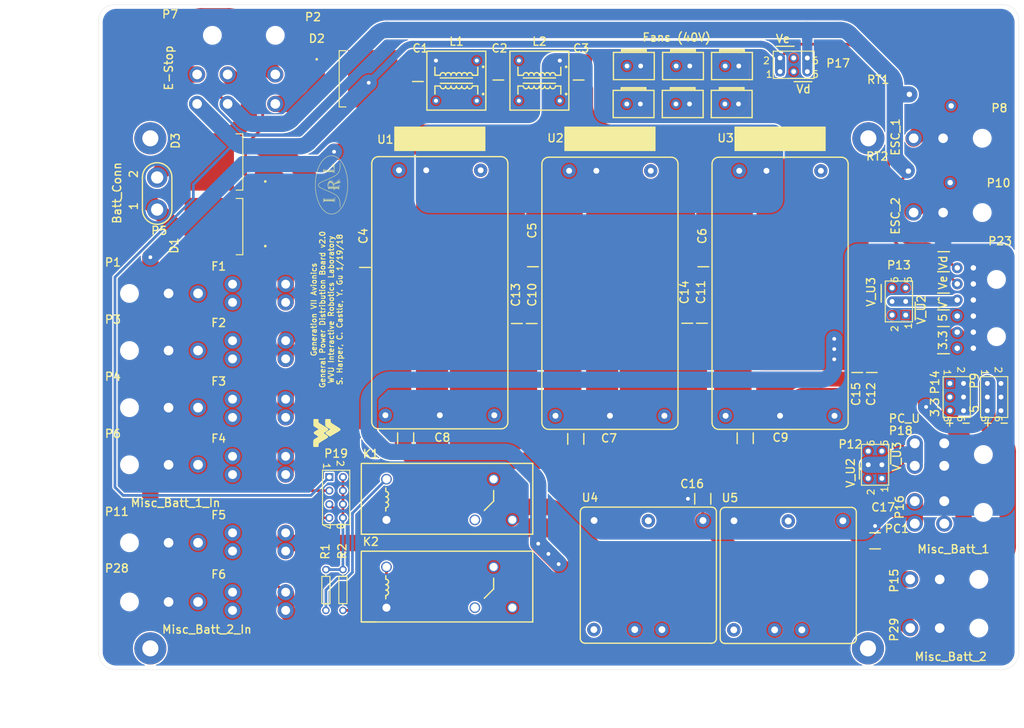
<source format=kicad_pcb>
(kicad_pcb (version 20221018) (generator pcbnew)
  (layers (0 "F.Cu" signal "Top Layer") (31 "B.Cu" signal "Bottom Layer") (34 "B.Paste" user "Bottom Paste") (35 "F.Paste" user "Top Paste") (36 "B.SilkS" user "Bottom Overlay") (37 "F.SilkS" user "Top Overlay") (38 "B.Mask" user "Bottom Solder") (39 "F.Mask" user "Top Solder") (44 "Edge.Cuts" user))
  (net 0 "")
  (net 1 "BATT_GND")
  (net 2 "V_D")
  (net 3 "Net-(F1-Pad1)")
  (net 4 "/VIN+")
  (net 5 "/VIN-")
  (net 6 "Net-(F2-Pad1)")
  (net 7 "Net-(F3-Pad1)")
  (net 8 "Net-(F4-Pad1)")
  (net 9 "Net-(F5-Pad1)")
  (net 10 "Net-(K1-Pad2)")
  (net 11 "Net-(F6-Pad1)")
  (net 12 "Net-(K2-Pad2)")
  (net 13 "Net-(U1-TRIM)")
  (net 14 "V_OUT_3")
  (net 15 "V_OUT_2")
  (net 16 "V_OUT_1")
  (net 17 "V_FAN")
  (net 18 "V_E")
  (net 19 "V_BATT_ACT")
  (net 20 "V_BAT6")
  (net 21 "V_BAT5")
  (net 22 "V_5")
  (net 23 "V_3.3")
  (net 24 "GND")
  (net 25 "Net-(U2-TRIM)")
  (net 26 "Net-(U3-TRIM)")
  (net 27 "Net-(D1-A-Pad1)")
  (net 28 "/40V_IN")
  (net 29 "Net-(P8-Pad2)")
  (net 30 "Net-(P10-Pad2)")
  (net 31 "Net-(C2-Pad2)")
  (net 32 "Net-(C2-Pad1)")
  (net 33 "Net-(D1-A-Pad3)")
  (net 34 "Net-(D2-A-Pad1)")
  (net 35 "Net-(P12-Pad3)")
  (net 36 "Net-(D3-A-Pad1)")
  (net 37 "Net-(D3-A-Pad3)")
  (net 38 "/V_SEL_1")
  (net 39 "Net-(K1-Pad3)")
  (net 40 "Net-(K2-Pad3)")
  (net 48 "Net-(P5-B)")
  (footprint "PDB:TEN 60WIN" (layer "F.Cu") (at 113.626899 71.310499 -90)
    (fp_text reference "U1")
    (fp_text value "TEN60WI" hide)
  )
  (footprint "PDB:HDR2X3" (layer "F.Cu") (at 189.826899 55.435499)
    (fp_text reference "P17")
    (fp_text value "Fan Select" hide)
  )
  (footprint "PDB:AXIAL-0.3" (layer "F.Cu") (at 108.242099 152.184099 -90)
    (fp_text reference "R2")
    (fp_text value "Res1" hide)
  )
  (footprint "PDB:SMD Cap" (layer "F.Cu") (at 204.228699 111.594899 90)
    (fp_text reference "C15")
    (fp_text value "1000pF" hide)
  )
  (footprint "PDB:SMD Cap" (layer "F.Cu") (at 175.247299 102.400099 90)
    (fp_text reference "C11")
    (fp_text value "1000pF" hide)
  )
  (footprint "PDB:SMD Cap" (layer "F.Cu") (at 175.501299 91.859099 90)
    (fp_text reference "C6")
    (fp_text value "1000pF" hide)
  )
  (footprint "PDB:TCK Choke" (layer "F.Cu") (at 150.456899 51.676299 180)
    (fp_text reference "L2")
    (fp_text value "TCK" hide)
  )
  (footprint "PDB:SMD Cap" (layer "F.Cu") (at 122.237499 57.289699 90)
    (fp_text reference "C1")
    (fp_text value "2.2uF" hide)
  )
  (footprint "PDB:SMD Cap" (layer "F.Cu") (at 112.356899 91.986099 90)
    (fp_text reference "C4")
    (fp_text value "1000pF" hide)
  )
  (footprint "PDB:SMD Cap" (layer "F.Cu") (at 143.700499 91.859099 90)
    (fp_text reference "C5")
    (fp_text value "1000pF" hide)
  )
  (footprint "PDB:SMD Cap" (layer "F.Cu") (at 172.5041 102.4001 90)
    (fp_text reference "C14")
    (fp_text value "1000pF" hide)
  )
  (footprint "PDB:TEN 60WIN" (layer "F.Cu") (at 145.376899 71.412099 -90)
    (fp_text reference "U2")
    (fp_text value "TEN60WI" hide)
  )
  (footprint "PDB:ICL" (layer "F.Cu") (at 221.754699 61.836299 180)
    (fp_text reference "RT1")
    (fp_text value "Res Thermal" hide)
  )
  (footprint "PDB:FuseHolder_2" (layer "F.Cu") (at 87.642699 130.644899)
    (fp_text reference "F4")
    (fp_text value "Fuse 2" hide)
  )
  (footprint "PDB:D2PAK3" (layer "F.Cu") (at 110.197899 56.781699)
    (fp_text reference "D2")
    (fp_text value "DIODE ARRAY SCHOTTKY" hide)
  )
  (footprint "PDB:MEGAFIT 2 RA" (layer "F.Cu") (at 95.6183 55.9689 180)
    (fp_text reference "P2")
    (fp_text value "Bypass" hide)
  )
  (footprint "PDB:Shunt" (layer "F.Cu") (at 73.571099 81.191099 90)
    (fp_text reference "P5")
    (fp_text value "Shunt" hide)
  )
  (footprint "PDB:FuseHolder_2" (layer "F.Cu") (at 87.642699 109.054899)
    (fp_text reference "F2")
    (fp_text value "Fuse 2" hide)
  )
  (footprint "PDB:SMD Cap" (layer "F.Cu") (at 143.471899 102.450899 90)
    (fp_text reference "C10")
    (fp_text value "1000pF" hide)
  )
  (footprint "PDB:MEGAFIT 2 RA" (layer "F.Cu") (at 220.256099 67.881499 90)
    (fp_text reference "P8")
    (fp_text value "ESC1" hide)
  )
  (footprint "PDB:FuseHolder_2" (layer "F.Cu") (at 87.642699 119.976899)
    (fp_text reference "F3")
    (fp_text value "Fuse 2" hide)
  )
  (footprint "PDB:HDR2X3" (layer "F.Cu") (at 208.826099 131.356099 90)
    (fp_text reference "P12")
    (fp_text value "Fan Select" hide)
  )
  (footprint "PDB:MEGAFIT 2 RA" (layer "F.Cu") (at 219.621099 150.202899 90)
    (fp_text reference "P15")
    (fp_text value "Batt5" hide)
  )
  (footprint "PDB:2 Pin Locking Shrouded Connector" (layer "F.Cu") (at 177.040699 56.936891)
    (fp_text reference "P21" hide)
    (fp_text value "Fan3" hide)
  )
  (footprint "PDB:THN 20WI" (layer "F.Cu") (at 204.050899 136.766299 180)
    (fp_text reference "U5")
    (fp_text value "3.3V DC/DC" hide)
  )
  (footprint "PDB:HDR2X3" (layer "F.Cu") (at 228.511099 113.636689 -90)
    (fp_text reference "P9")
    (fp_text value "Header 3X2" hide)
  )
  (footprint "PDB:SMD Cap Pol" (layer "F.Cu") (at 184.823099 123.863099)
    (fp_text reference "C9")
    (fp_text value "10uF" hide)
  )
  (footprint "PDB:2 Pin Locking Shrouded Connector" (layer "F.Cu") (at 158.727299 56.936891)
    (fp_text reference "P26" hide)
    (fp_text value "Fan4" hide)
  )
  (footprint "PDB:MEGAFIT 2 RA" (layer "F.Cu") (at 75.704699 118.156568 -90)
    (fp_text reference "P4")
    (fp_text value "Batt3" hide)
  )
  (footprint "PDB:HDR2X4" (layer "F.Cu") (at 105.702099 131.102099 -90)
    (fp_text reference "P19")
    (fp_text value "Header 4X2" hide)
  )
  (footprint "PDB:D2PAK3" (layer "F.Cu") (at 86.906099 72.301099 180)
    (fp_text reference "D3")
    (fp_text value "DIODE ARRAY SCHOTTKY" hide)
  )
  (footprint "PDB:SMD Cap Pol" (layer "F.Cu") (at 153.200099 123.990099)
    (fp_text reference "C7")
    (fp_text value "10uF" hide)
  )
  (footprint "PDB:SMD Cap Pol" (layer "F.Cu") (at 207.5561 141.5161 90)
    (fp_text reference "C17")
    (fp_text value "10uF" hide)
  )
  (footprint "PDB:THN 20WI" (layer "F.Cu") (at 177.9397 136.7155 180)
    (fp_text reference "U4")
    (fp_text value "5V DC/DC" hide)
  )
  (footprint "PDB:TCK Choke" (layer "F.Cu") (at 134.962899 51.676299 180)
    (fp_text reference "L1")
    (fp_text value "TCK" hide)
  )
  (footprint "PDB:SMD Cap" (layer "F.Cu") (at 206.946499 111.594899 90)
    (fp_text reference "C12")
    (fp_text value "1000pF" hide)
  )
  (footprint "PDB:MEGAFIT 2 RA" (layer "F.Cu") (at 75.704699 128.816099 -90)
    (fp_text reference "P6")
    (fp_text value "Batt4" hide)
  )
  (footprint "PDB:SMD Cap" (layer "F.Cu") (at 137.24889 57.010299 90)
    (fp_text reference "C2")
    (fp_text value "2.2uF" hide)
  )
  (footprint "PDB:AXIAL-0.3" (layer "F.Cu") (at 105.067099 152.184099 -90)
    (fp_text reference "R1")
    (fp_text value "Res1" hide)
  )
  (footprint "PDB:Relay Socket" (layer "F.Cu") (at 116.370099 155.486099)
    (fp_text reference "K2")
    (fp_text value "Relay-SPST" hide)
  )
  (footprint "PDB:2 Pin Locking Shrouded Connector" (layer "F.Cu") (at 158.676499 64.023491)
    (fp_text reference "P25" hide)
    (fp_text value "Fan2" hide)
  )
  (footprint "PDB:MEGAFIT 2 RA" (layer "F.Cu") (at 75.704699 143.370299 -90)
    (fp_text reference "P11")
    (fp_text value "Batt5" hide)
  )
  (footprint "PDB:2 Pin Locking Shrouded Connector" (layer "F.Cu") (at 167.896699 56.936891)
    (fp_text reference "P22" hide)
    (fp_text value "Fan5" hide)
  )
  (footprint "PDB:2 Pin Locking Shrouded Connector" (layer "F.Cu") (at 176.989899 64.023491)
    (fp_text reference "P20" hide)
    (fp_text value "Fan1" hide)
  )
  (footprint "PDB:MEGAFIT 2 RA" (layer "F.Cu") (at 75.704699 107.497036 -90)
    (fp_text reference "P3")
    (fp_text value "Batt2" hide)
  )
  (footprint "PDB:MEGAFIT 4 RA" (layer "F.Cu") (at 86.7283 55.9689 180)
    (fp_text reference "P7")
    (fp_text value "Header 4" hide)
  )
  (footprint "PDB:MEGAFIT 2 RA" (layer "F.Cu") (at 220.256099 81.749899 90)
    (fp_text reference "P10")
    (fp_text value "ESC2" hide)
  )
  (footprint "PDB:Minifit 4 RA" (layer "F.Cu") (at 217.716099 126.911099 180)
    (fp_text reference "P18")
    (fp_text value "PC_PWR_2" hide)
  )
  (footprint "PDB:FuseHolder_2" (layer "F.Cu") (at 87.642699 98.512276)
    (fp_text reference "F1")
    (fp_text value "Fuse 2" hide)
  )
  (footprint "PDB:MEGAFIT 2 RA" (layer "F.Cu") (at 75.704699 154.419299 -90)
    (fp_text reference "P28")
    (fp_text value "Batt6" hide)
  )
  (footprint "PDB:Relay Socket" (layer "F.Cu") (at 116.370099 139.103099)
    (fp_text reference "K1")
    (fp_text value "Relay-SPST" hide)
  )
  (footprint "PDB:HDR2X3" (layer "F.Cu") (at 213.271099 100.876099 90)
    (fp_text reference "P13")
    (fp_text value "Fan Select" hide)
  )
  (footprint "PDB:TEN 60WIN" (layer "F.Cu") (at 177.126899 71.412099 -90)
    (fp_text reference "U3")
    (fp_text value "TEN60WI" hide)
  )
  (footprint "PDB:Microfit 8" (layer "F.Cu") (at 225.894899 107.064388 90)
    (fp_text reference "P23")
    (fp_text value "To_NAV" hide)
  )
  (footprint "PDB:HDR2X3" (layer "F.Cu") (at 221.526099 113.636689 -90)
    (fp_text reference "P14")
    (fp_text value "Header 3X2" hide)
  )
  (footprint "PDB:SMD Cap" (layer "F.Cu") (at 140.703299 102.450899 90)
    (fp_text reference "C13")
    (fp_text value "1000pF" hide)
  )
  (footprint "PDB:MEGAFIT 2 RA" (layer "F.Cu") (at 219.621099 159.296099 90)
    (fp_text reference "P29")
    (fp_text value "Batt6" hide)
  )
  (footprint "PDB:2 Pin Locking Shrouded Connector" (layer "F.Cu") (at 167.845899 64.023491)
    (fp_text reference "P27" hide)
    (fp_text value "Fan6" hide)
  )
  (footprint "PDB:SMD Cap" (layer "F.Cu") (at 152.234899 57.010299 90)
    (fp_text reference "C3")
    (fp_text value "2.2uF" hide)
  )
  (footprint "PDB:SMD Cap Pol" (layer "F.Cu") (at 121.450099 123.863099)
    (fp_text reference "C8")
    (fp_text value "10uF" hide)
  )
  (footprint "PDB:D2PAK3" (layer "F.Cu") (at 86.906099 84.366099 180)
    (fp_text reference "D1")
    (fp_text value "DIODE ARRAY SCHOTTKY" hide)
  )
  (footprint "PDB:FuseHolder_2" (layer "F.Cu") (at 87.642699 155.994099)
    (fp_text reference "F6")
    (fp_text value "Fuse 2" hide)
  )
  (footprint "PDB:MEGAFIT 2 RA" (layer "F.Cu") (at 75.704699 96.837504 -90)
    (fp_text reference "P1")
    (fp_text value "Batt1" hide)
  )
  (footprint "PDB:SMD Cap Pol" (layer "F.Cu") (at 173.901099 135.166099 180)
    (fp_text reference "C16")
    (fp_text value "10uF" hide)
  )
  (footprint "PDB:FuseHolder_2" (layer "F.Cu") (at 87.642699 144.919699)
    (fp_text reference "F5")
    (fp_text value "Fuse 2" hide)
  )
  (footprint "PDB:ICL" (layer "F.Cu") (at 221.576899 76.161899 180)
    (fp_text reference "RT2")
    (fp_text value "Res Thermal" hide)
  )
  (footprint "PDB:Minifit 4 RA" (layer "F.Cu") (at 217.716099 137.706099 180)
    (fp_text reference "P16")
    (fp_text value "PC_PWR" hide)
  )
  (gr_line (start 107.505499 122.391794) (end 107.505499 122.086994) (stroke (width 0.254)) (layer "F.SilkS"))
  (gr_line (start 106.852719 76.072999) (end 106.852719 76.055219) (stroke (width 0.01778)) (layer "F.SilkS"))
  (gr_line (start 103.136699 77.904339) (end 103.136699 75.255119) (stroke (width 0.01778)) (layer "F.SilkS"))
  (gr_line (start 105.194099 122.950594) (end 105.194099 122.798194) (stroke (width 0.254)) (layer "F.SilkS"))
  (gr_line (start 105.732579 71.236839) (end 105.732579 71.130159) (stroke (width 0.01778)) (layer "F.SilkS"))
  (gr_line (start 104.736899 79.113379) (end 104.736899 79.077819) (stroke (width 0.01778)) (layer "F.SilkS"))
  (gr_line (start 105.857039 74.188319) (end 105.857039 73.868279) (stroke (width 0.01778)) (layer "F.SilkS"))
  (gr_line (start 105.928159 82.064859) (end 105.928159 81.958179) (stroke (width 0.01778)) (layer "F.SilkS"))
  (gr_line (start 103.568499 123.331594) (end 103.568499 122.417194) (stroke (width 0.254)) (layer "F.SilkS"))
  (gr_line (start 106.746039 81.958179) (end 106.746039 81.851499) (stroke (width 0.01778)) (layer "F.SilkS"))
  (gr_line (start 103.776779 76.961999) (end 103.776779 76.819759) (stroke (width 0.01778)) (layer "F.SilkS"))
  (gr_line (start 106.283759 73.103739) (end 106.283759 72.943719) (stroke (width 0.01778)) (layer "F.SilkS"))
  (gr_line (start 106.017059 73.779379) (end 106.017059 73.743819) (stroke (width 0.01778)) (layer "F.SilkS"))
  (gr_line (start 106.017059 82.064859) (end 106.017059 81.975959) (stroke (width 0.01778)) (layer "F.SilkS"))
  (gr_line (start 104.701339 75.877419) (end 104.701339 75.788519) (stroke (width 0.01778)) (layer "F.SilkS"))
  (gr_line (start 106.141519 77.282039) (end 106.141519 76.961999) (stroke (width 0.01778)) (layer "F.SilkS"))
  (gr_line (start 104.416859 72.161399) (end 104.416859 72.001379) (stroke (width 0.01778)) (layer "F.SilkS"))
  (gr_line (start 106.497119 78.277719) (end 106.497119 78.171039) (stroke (width 0.01778)) (layer "F.SilkS"))
  (gr_line (start 105.554779 76.410819) (end 105.554779 76.037439) (stroke (width 0.01778)) (layer "F.SilkS"))
  (gr_line (start 105.092499 79.220059) (end 105.092499 79.184499) (stroke (width 0.01778)) (layer "F.SilkS"))
  (gr_line (start 106.718099 122.848994) (end 106.718099 121.578994) (stroke (width 0.254)) (layer "F.SilkS"))
  (gr_line (start 104.985819 79.220059) (end 104.985819 79.184499) (stroke (width 0.01778)) (layer "F.SilkS"))
  (gr_line (start 104.861359 79.628999) (end 104.861359 79.308959) (stroke (width 0.01778)) (layer "F.SilkS"))
  (gr_line (start 105.252519 73.779379) (end 105.252519 73.743819) (stroke (width 0.01778)) (layer "F.SilkS"))
  (gr_line (start 108.808519 74.294999) (end 108.808519 73.921619) (stroke (width 0.01778)) (layer "F.SilkS"))
  (gr_line (start 108.701839 73.921619) (end 108.701839 73.601579) (stroke (width 0.01778)) (layer "F.SilkS"))
  (gr_line (start 105.679239 79.220059) (end 105.679239 79.184499) (stroke (width 0.01778)) (layer "F.SilkS"))
  (gr_line (start 107.137199 76.339699) (end 107.137199 76.037439) (stroke (width 0.01778)) (layer "F.SilkS"))
  (gr_line (start 107.297219 76.873099) (end 107.297219 76.837539) (stroke (width 0.01778)) (layer "F.SilkS"))
  (gr_line (start 105.483659 81.958179) (end 105.483659 81.851499) (stroke (width 0.01778)) (layer "F.SilkS"))
  (gr_line (start 103.972359 76.268579) (end 103.972359 76.144119) (stroke (width 0.01778)) (layer "F.SilkS"))
  (gr_line (start 103.771699 122.061594) (end 103.771699 121.172594) (stroke (width 0.254)) (layer "F.SilkS"))
  (gr_line (start 104.711499 124.017394) (end 104.711499 123.102994) (stroke (width 0.254)) (layer "F.SilkS"))
  (gr_line (start 106.088179 71.183499) (end 106.088179 71.076819) (stroke (width 0.01778)) (layer "F.SilkS"))
  (gr_line (start 103.990139 76.250799) (end 103.990139 76.144119) (stroke (width 0.01778)) (layer "F.SilkS"))
  (gr_line (start 106.408219 76.873099) (end 106.408219 76.837539) (stroke (width 0.01778)) (layer "F.SilkS"))
  (gr_line (start 106.763819 76.464159) (end 106.763819 76.250799) (stroke (width 0.01778)) (layer "F.SilkS"))
  (gr_line (start 107.475019 71.788019) (end 107.475019 71.645779) (stroke (width 0.01778)) (layer "F.SilkS"))
  (gr_line (start 103.741219 80.055719) (end 103.741219 79.806799) (stroke (width 0.01778)) (layer "F.SilkS"))
  (gr_line (start 108.595159 79.824579) (end 108.595159 79.557879) (stroke (width 0.01778)) (layer "F.SilkS"))
  (gr_line (start 104.968039 77.584299) (end 104.968039 77.495399) (stroke (width 0.01778)) (layer "F.SilkS"))
  (gr_line (start 105.999279 78.028799) (end 105.999279 77.922119) (stroke (width 0.01778)) (layer "F.SilkS"))
  (gr_line (start 104.896919 79.628999) (end 104.896919 79.308959) (stroke (width 0.01778)) (layer "F.SilkS"))
  (gr_line (start 105.323639 79.220059) (end 105.323639 79.184499) (stroke (width 0.01778)) (layer "F.SilkS"))
  (gr_line (start 105.074719 81.744819) (end 105.074719 81.620359) (stroke (width 0.01778)) (layer "F.SilkS"))
  (gr_line (start 106.159299 79.220059) (end 106.159299 79.184499) (stroke (width 0.01778)) (layer "F.SilkS"))
  (gr_line (start 106.372659 77.282039) (end 106.372659 76.979779) (stroke (width 0.01778)) (layer "F.SilkS"))
  (gr_line (start 103.723439 80.020159) (end 103.723439 79.771239) (stroke (width 0.01778)) (layer "F.SilkS"))
  (gr_line (start 105.661459 76.873099) (end 105.661459 76.837539) (stroke (width 0.01778)) (layer "F.SilkS"))
  (gr_line (start 105.768139 76.286359) (end 105.768139 76.268579) (stroke (width 0.01778)) (layer "F.SilkS"))
  (gr_line (start 106.497119 77.477619) (end 106.497119 76.375259) (stroke (width 0.01778)) (layer "F.SilkS"))
  (gr_line (start 106.311699 123.077594) (end 106.311699 121.324994) (stroke (width 0.254)) (layer "F.SilkS"))
  (gr_line (start 105.839259 79.628999) (end 105.839259 79.308959) (stroke (width 0.01778)) (layer "F.SilkS"))
  (gr_line (start 107.848399 81.122519) (end 107.848399 80.962499) (stroke (width 0.01778)) (layer "F.SilkS"))
  (gr_line (start 107.617259 71.930259) (end 107.617259 71.770239) (stroke (width 0.01778)) (layer "F.SilkS"))
  (gr_line (start 105.394759 76.801979) (end 105.394759 76.464159) (stroke (width 0.01778)) (layer "F.SilkS"))
  (gr_line (start 105.448099 79.628999) (end 105.448099 79.308959) (stroke (width 0.01778)) (layer "F.SilkS"))
  (gr_line (start 108.577379 79.877919) (end 108.577379 79.611219) (stroke (width 0.01778)) (layer "F.SilkS"))
  (gr_line (start 106.799379 76.446379) (end 106.799379 76.233019) (stroke (width 0.01778)) (layer "F.SilkS"))
  (gr_line (start 108.079539 72.534779) (end 108.079539 72.339199) (stroke (width 0.01778)) (layer "F.SilkS"))
  (gr_line (start 105.145839 79.628999) (end 105.145839 79.308959) (stroke (width 0.01778)) (layer "F.SilkS"))
  (gr_line (start 103.162099 125.363594) (end 103.162099 124.042794) (stroke (width 0.254)) (layer "F.SilkS"))
  (gr_line (start 106.123739 79.628999) (end 106.123739 79.308959) (stroke (width 0.01778)) (layer "F.SilkS"))
  (gr_line (start 106.550459 77.495399) (end 106.550459 76.801979) (stroke (width 0.01778)) (layer "F.SilkS"))
  (gr_line (start 106.603799 78.331059) (end 106.603799 78.224379) (stroke (width 0.01778)) (layer "F.SilkS"))
  (gr_line (start 108.861859 79.060039) (end 108.861859 78.651099) (stroke (width 0.01778)) (layer "F.SilkS"))
  (gr_line (start 106.746039 74.294999) (end 106.746039 74.277219) (stroke (width 0.01778)) (layer "F.SilkS"))
  (gr_line (start 105.778299 123.382394) (end 105.778299 122.417194) (stroke (width 0.254)) (layer "F.SilkS"))
  (gr_line (start 106.123739 82.064859) (end 106.123739 81.975959) (stroke (width 0.01778)) (layer "F.SilkS"))
  (gr_line (start 107.386119 76.286359) (end 107.386119 75.824079) (stroke (width 0.01778)) (layer "F.SilkS"))
  (gr_line (start 107.154979 76.873099) (end 107.154979 76.837539) (stroke (width 0.01778)) (layer "F.SilkS"))
  (gr_line (start 105.963719 78.011019) (end 105.963719 77.904339) (stroke (width 0.01778)) (layer "F.SilkS"))
  (gr_line (start 108.861859 74.508359) (end 108.861859 74.099419) (stroke (width 0.01778)) (layer "F.SilkS"))
  (gr_line (start 104.665779 73.637139) (end 104.665779 73.583799) (stroke (width 0.01778)) (layer "F.SilkS"))
  (gr_line (start 105.181399 81.815939) (end 105.181399 81.691479) (stroke (width 0.01778)) (layer "F.SilkS"))
  (gr_line (start 106.212639 76.873099) (end 106.212639 76.837539) (stroke (width 0.01778)) (layer "F.SilkS"))
  (gr_line (start 105.945939 73.779379) (end 105.945939 73.743819) (stroke (width 0.01778)) (layer "F.SilkS"))
  (gr_line (start 103.278939 78.686659) (end 103.278939 78.153259) (stroke (width 0.01778)) (layer "F.SilkS"))
  (gr_line (start 106.794299 122.798194) (end 106.794299 121.629794) (stroke (width 0.254)) (layer "F.SilkS"))
  (gr_line (start 106.283759 75.201779) (end 106.283759 75.095099) (stroke (width 0.01778)) (layer "F.SilkS"))
  (gr_line (start 106.621579 79.789019) (end 106.621579 79.166719) (stroke (width 0.01778)) (layer "F.SilkS"))
  (gr_line (start 105.590339 71.272399) (end 105.590339 71.165719) (stroke (width 0.01778)) (layer "F.SilkS"))
  (gr_line (start 103.403399 74.383899) (end 103.403399 74.010519) (stroke (width 0.01778)) (layer "F.SilkS"))
  (gr_line (start 106.923839 74.828399) (end 106.923839 74.721719) (stroke (width 0.01778)) (layer "F.SilkS"))
  (gr_line (start 104.754679 79.664559) (end 104.754679 79.255619) (stroke (width 0.01778)) (layer "F.SilkS"))
  (gr_line (start 107.190539 71.539099) (end 107.190539 71.432419) (stroke (width 0.01778)) (layer "F.SilkS"))
  (gr_line (start 106.141519 75.770739) (end 106.141519 75.735179) (stroke (width 0.01778)) (layer "F.SilkS"))
  (gr_line (start 105.874819 76.873099) (end 105.874819 76.837539) (stroke (width 0.01778)) (layer "F.SilkS"))
  (gr_line (start 105.163619 73.779379) (end 105.163619 73.743819) (stroke (width 0.01778)) (layer "F.SilkS"))
  (gr_line (start 106.870499 122.772794) (end 106.870499 121.680594) (stroke (width 0.254)) (layer "F.SilkS"))
  (gr_line (start 102.933499 122.899794) (end 102.933499 122.823594) (stroke (width 0.254)) (layer "F.SilkS"))
  (gr_line (start 104.432099 124.195194) (end 104.432099 121.578994) (stroke (width 0.254)) (layer "F.SilkS"))
  (gr_line (start 106.301539 75.877419) (end 106.301539 75.824079) (stroke (width 0.01778)) (layer "F.SilkS"))
  (gr_line (start 106.301539 73.779379) (end 106.301539 73.743819) (stroke (width 0.01778)) (layer "F.SilkS"))
  (gr_line (start 104.279699 124.296794) (end 104.279699 121.477394) (stroke (width 0.254)) (layer "F.SilkS"))
  (gr_line (start 104.292399 77.282039) (end 104.292399 77.175359) (stroke (width 0.01778)) (layer "F.SilkS"))
  (gr_line (start 106.017059 76.873099) (end 106.017059 76.837539) (stroke (width 0.01778)) (layer "F.SilkS"))
  (gr_line (start 105.067099 121.401194) (end 105.067099 120.435994) (stroke (width 0.254)) (layer "F.SilkS"))
  (gr_line (start 105.394759 71.343519) (end 105.394759 71.236839) (stroke (width 0.01778)) (layer "F.SilkS"))
  (gr_line (start 105.110279 79.628999) (end 105.110279 79.308959) (stroke (width 0.01778)) (layer "F.SilkS"))
  (gr_line (start 108.257339 72.837039) (end 108.257339 72.623679) (stroke (width 0.01778)) (layer "F.SilkS"))
  (gr_line (start 104.711499 122.671194) (end 104.711499 121.731394) (stroke (width 0.254)) (layer "F.SilkS"))
  (gr_line (start 105.021379 77.619859) (end 105.021379 77.513179) (stroke (width 0.01778)) (layer "F.SilkS"))
  (gr_line (start 105.714799 76.873099) (end 105.714799 76.837539) (stroke (width 0.01778)) (layer "F.SilkS"))
  (gr_line (start 105.074719 73.779379) (end 105.074719 73.743819) (stroke (width 0.01778)) (layer "F.SilkS"))
  (gr_line (start 106.443779 75.112879) (end 106.443779 75.006199) (stroke (width 0.01778)) (layer "F.SilkS"))
  (gr_line (start 104.508299 124.144394) (end 104.508299 122.950594) (stroke (width 0.254)) (layer "F.SilkS"))
  (gr_line (start 105.785919 71.219059) (end 105.785919 71.112379) (stroke (width 0.01778)) (layer "F.SilkS"))
  (gr_line (start 104.061259 72.694799) (end 104.061259 72.499219) (stroke (width 0.01778)) (layer "F.SilkS"))
  (gr_line (start 103.919019 80.411319) (end 103.919019 80.197959) (stroke (width 0.01778)) (layer "F.SilkS"))
  (gr_line (start 104.150159 72.552559) (end 104.150159 72.356979) (stroke (width 0.01778)) (layer "F.SilkS"))
  (gr_line (start 105.821479 77.282039) (end 105.821479 76.961999) (stroke (width 0.01778)) (layer "F.SilkS"))
  (gr_line (start 105.928159 76.873099) (end 105.928159 76.837539) (stroke (width 0.01778)) (layer "F.SilkS"))
  (gr_line (start 105.963719 74.188319) (end 105.963719 73.868279) (stroke (width 0.01778)) (layer "F.SilkS"))
  (gr_line (start 105.750359 73.779379) (end 105.750359 73.743819) (stroke (width 0.01778)) (layer "F.SilkS"))
  (gr_line (start 106.301539 82.064859) (end 106.301539 81.958179) (stroke (width 0.01778)) (layer "F.SilkS"))
  (gr_line (start 105.892599 75.379579) (end 105.892599 75.272899) (stroke (width 0.01778)) (layer "F.SilkS"))
  (gr_line (start 105.519219 75.539599) (end 105.519219 75.432919) (stroke (width 0.01778)) (layer "F.SilkS"))
  (gr_line (start 108.417359 80.233519) (end 108.417359 79.984599) (stroke (width 0.01778)) (layer "F.SilkS"))
  (gr_line (start 103.644699 121.985394) (end 103.644699 121.070994) (stroke (width 0.254)) (layer "F.SilkS"))
  (gr_line (start 106.674919 76.801979) (end 106.674919 76.641959) (stroke (width 0.01778)) (layer "F.SilkS"))
  (gr_line (start 103.776779 76.428599) (end 103.776779 76.304139) (stroke (width 0.01778)) (layer "F.SilkS"))
  (gr_line (start 105.199179 79.628999) (end 105.199179 79.308959) (stroke (width 0.01778)) (layer "F.SilkS"))
  (gr_line (start 106.319319 77.282039) (end 106.319319 76.979779) (stroke (width 0.01778)) (layer "F.SilkS"))
  (gr_line (start 106.540299 122.950594) (end 106.540299 121.477394) (stroke (width 0.254)) (layer "F.SilkS"))
  (gr_line (start 107.937299 81.015839) (end 107.937299 80.838039) (stroke (width 0.01778)) (layer "F.SilkS"))
  (gr_line (start 105.128059 73.779379) (end 105.128059 73.743819) (stroke (width 0.01778)) (layer "F.SilkS"))
  (gr_line (start 102.984299 125.363594) (end 102.984299 124.144394) (stroke (width 0.254)) (layer "F.SilkS"))
  (gr_line (start 106.639359 76.517499) (end 106.639359 76.304139) (stroke (width 0.01778)) (layer "F.SilkS"))
  (gr_line (start 106.052619 75.735179) (end 106.052619 75.717399) (stroke (width 0.01778)) (layer "F.SilkS"))
  (gr_line (start 108.132879 72.623679) (end 108.132879 72.428099) (stroke (width 0.01778)) (layer "F.SilkS"))
  (gr_line (start 106.479339 71.219059) (end 106.479339 71.130159) (stroke (width 0.01778)) (layer "F.SilkS"))
  (gr_line (start 107.492799 76.730859) (end 107.492799 76.677519) (stroke (width 0.01778)) (layer "F.SilkS"))
  (gr_line (start 106.997499 122.696594) (end 106.997499 121.756794) (stroke (width 0.254)) (layer "F.SilkS"))
  (gr_line (start 105.501439 79.220059) (end 105.501439 79.184499) (stroke (width 0.01778)) (layer "F.SilkS"))
  (gr_line (start 104.043479 80.624679) (end 104.043479 80.429099) (stroke (width 0.01778)) (layer "F.SilkS"))
  (gr_line (start 106.479339 73.779379) (end 106.479339 73.743819) (stroke (width 0.01778)) (layer "F.SilkS"))
  (gr_line (start 107.083859 81.798159) (end 107.083859 81.673699) (stroke (width 0.01778)) (layer "F.SilkS"))
  (gr_line (start 104.523539 72.036939) (end 104.523539 71.876919) (stroke (width 0.01778)) (layer "F.SilkS"))
  (gr_line (start 106.819699 122.798194) (end 106.819699 121.655194) (stroke (width 0.254)) (layer "F.SilkS"))
  (gr_line (start 103.865679 76.339699) (end 103.865679 76.233019) (stroke (width 0.01778)) (layer "F.SilkS"))
  (gr_line (start 105.465879 77.797659) (end 105.465879 77.690979) (stroke (width 0.01778)) (layer "F.SilkS"))
  (gr_line (start 104.096819 77.175359) (end 104.096819 77.068679) (stroke (width 0.01778)) (layer "F.SilkS"))
  (gr_line (start 105.785919 82.047079) (end 105.785919 81.940399) (stroke (width 0.01778)) (layer "F.SilkS"))
  (gr_line (start 107.421679 79.077819) (end 107.421679 78.900019) (stroke (width 0.01778)) (layer "F.SilkS"))
  (gr_line (start 107.226099 71.574659) (end 107.226099 71.450199) (stroke (width 0.01778)) (layer "F.SilkS"))
  (gr_line (start 104.843579 73.779379) (end 104.843579 73.743819) (stroke (width 0.01778)) (layer "F.SilkS"))
  (gr_line (start 105.021379 71.574659) (end 105.021379 71.450199) (stroke (width 0.01778)) (layer "F.SilkS"))
  (gr_line (start 104.647999 71.894699) (end 104.647999 71.752459) (stroke (width 0.01778)) (layer "F.SilkS"))
  (gr_line (start 104.647999 77.442059) (end 104.647999 77.353159) (stroke (width 0.01778)) (layer "F.SilkS"))
  (gr_line (start 106.852719 78.491079) (end 106.852719 78.384399) (stroke (width 0.01778)) (layer "F.SilkS"))
  (gr_line (start 105.778299 121.959994) (end 105.778299 120.435994) (stroke (width 0.254)) (layer "F.SilkS"))
  (gr_line (start 106.710479 74.970639) (end 106.710479 74.863959) (stroke (width 0.01778)) (layer "F.SilkS"))
  (gr_line (start 106.354879 76.535279) (end 106.354879 76.126339) (stroke (width 0.01778)) (layer "F.SilkS"))
  (gr_line (start 104.203499 76.126339) (end 104.203499 76.019659) (stroke (width 0.01778)) (layer "F.SilkS"))
  (gr_line (start 107.599479 81.389219) (end 107.599479 81.246979) (stroke (width 0.01778)) (layer "F.SilkS"))
  (gr_line (start 105.143299 122.417194) (end 105.143299 122.010794) (stroke (width 0.254)) (layer "F.SilkS"))
  (gr_line (start 107.454699 122.417194) (end 107.454699 122.061594) (stroke (width 0.254)) (layer "F.SilkS"))
  (gr_line (start 105.697019 82.011519) (end 105.697019 81.922619) (stroke (width 0.01778)) (layer "F.SilkS"))
  (gr_line (start 107.439459 77.424279) (end 107.439459 76.837539) (stroke (width 0.01778)) (layer "F.SilkS"))
  (gr_line (start 105.910379 76.179679) (end 105.910379 75.841859) (stroke (width 0.01778)) (layer "F.SilkS"))
  (gr_line (start 102.958899 125.363594) (end 102.958899 124.169794) (stroke (width 0.254)) (layer "F.SilkS"))
  (gr_line (start 105.857039 79.220059) (end 105.857039 79.184499) (stroke (width 0.01778)) (layer "F.SilkS"))
  (gr_line (start 105.376979 79.628999) (end 105.376979 79.308959) (stroke (width 0.01778)) (layer "F.SilkS"))
  (gr_line (start 103.101139 77.602079) (end 103.101139 75.557379) (stroke (width 0.01778)) (layer "F.SilkS"))
  (gr_line (start 106.283759 78.171039) (end 106.283759 78.064359) (stroke (width 0.01778)) (layer "F.SilkS"))
  (gr_line (start 106.070399 79.628999) (end 106.070399 79.308959) (stroke (width 0.01778)) (layer "F.SilkS"))
  (gr_line (start 105.857039 75.397359) (end 105.857039 75.290679) (stroke (width 0.01778)) (layer "F.SilkS"))
  (gr_line (start 106.870499 81.904839) (end 106.870499 81.798159) (stroke (width 0.01778)) (layer "F.SilkS"))
  (gr_line (start 107.012739 81.833719) (end 107.012739 81.727039) (stroke (width 0.01778)) (layer "F.SilkS"))
  (gr_line (start 106.159299 73.050399) (end 106.159299 72.997059) (stroke (width 0.01778)) (layer "F.SilkS"))
  (gr_line (start 107.403899 76.801979) (end 107.403899 76.766419) (stroke (width 0.01778)) (layer "F.SilkS"))
  (gr_line (start 106.443779 71.219059) (end 106.443779 71.112379) (stroke (width 0.01778)) (layer "F.SilkS"))
  (gr_line (start 105.181399 77.673199) (end 105.181399 77.584299) (stroke (width 0.01778)) (layer "F.SilkS"))
  (gr_line (start 106.425999 79.220059) (end 106.425999 79.184499) (stroke (width 0.01778)) (layer "F.SilkS"))
  (gr_line (start 106.568239 82.011519) (end 106.568239 81.904839) (stroke (width 0.01778)) (layer "F.SilkS"))
  (gr_line (start 107.563919 76.250799) (end 107.563919 75.841859) (stroke (width 0.01778)) (layer "F.SilkS"))
  (gr_line (start 108.844079 74.437239) (end 108.844079 74.028299) (stroke (width 0.01778)) (layer "F.SilkS"))
  (gr_line (start 106.799379 77.495399) (end 106.799379 77.459839) (stroke (width 0.01778)) (layer "F.SilkS"))
  (gr_line (start 105.376979 79.220059) (end 105.376979 79.184499) (stroke (width 0.01778)) (layer "F.SilkS"))
  (gr_line (start 107.368339 81.602579) (end 107.368339 81.460339) (stroke (width 0.01778)) (layer "F.SilkS"))
  (gr_line (start 106.387899 123.052194) (end 106.387899 121.375794) (stroke (width 0.254)) (layer "F.SilkS"))
  (gr_line (start 104.079039 77.175359) (end 104.079039 77.068679) (stroke (width 0.01778)) (layer "F.SilkS"))
  (gr_line (start 106.489499 123.001394) (end 106.489499 121.426594) (stroke (width 0.254)) (layer "F.SilkS"))
  (gr_line (start 104.114599 77.193139) (end 104.114599 77.086459) (stroke (width 0.01778)) (layer "F.SilkS"))
  (gr_line (start 107.599479 76.233019) (end 107.599479 75.912979) (stroke (width 0.01778)) (layer "F.SilkS"))
  (gr_line (start 106.674919 81.975959) (end 106.674919 81.869279) (stroke (width 0.01778)) (layer "F.SilkS"))
  (gr_line (start 105.874819 75.379579) (end 105.874819 75.290679) (stroke (width 0.01778)) (layer "F.SilkS"))
  (gr_line (start 105.554779 77.833219) (end 105.554779 77.744319) (stroke (width 0.01778)) (layer "F.SilkS"))
  (gr_line (start 107.457239 77.442059) (end 107.457239 76.819759) (stroke (width 0.01778)) (layer "F.SilkS"))
  (gr_line (start 105.483659 79.628999) (end 105.483659 79.308959) (stroke (width 0.01778)) (layer "F.SilkS"))
  (gr_line (start 105.181399 74.188319) (end 105.181399 73.868279) (stroke (width 0.01778)) (layer "F.SilkS"))
  (gr_line (start 104.452419 81.193639) (end 104.452419 81.033619) (stroke (width 0.01778)) (layer "F.SilkS"))
  (gr_line (start 107.617259 75.699619) (end 107.617259 75.610719) (stroke (width 0.01778)) (layer "F.SilkS"))
  (gr_line (start 105.323639 75.628499) (end 105.323639 75.521819) (stroke (width 0.01778)) (layer "F.SilkS"))
  (gr_line (start 103.720899 122.036194) (end 103.720899 121.121794) (stroke (width 0.254)) (layer "F.SilkS"))
  (gr_line (start 107.099099 122.620394) (end 107.099099 121.832994) (stroke (width 0.254)) (layer "F.SilkS"))
  (gr_line (start 105.879899 123.356994) (end 105.879899 122.366394) (stroke (width 0.254)) (layer "F.SilkS"))
  (gr_line (start 107.706159 73.619359) (end 107.706159 72.499219) (stroke (width 0.01778)) (layer "F.SilkS"))
  (gr_line (start 105.785919 74.188319) (end 105.785919 73.868279) (stroke (width 0.01778)) (layer "F.SilkS"))
  (gr_line (start 105.608119 75.504039) (end 105.608119 75.397359) (stroke (width 0.01778)) (layer "F.SilkS"))
  (gr_line (start 103.598979 73.726039) (end 103.598979 73.423779) (stroke (width 0.01778)) (layer "F.SilkS"))
  (gr_line (start 105.981499 82.064859) (end 105.981499 81.958179) (stroke (width 0.01778)) (layer "F.SilkS"))
  (gr_line (start 105.067099 123.788794) (end 105.067099 123.356994) (stroke (width 0.254)) (layer "F.SilkS"))
  (gr_line (start 104.594659 79.824579) (end 104.594659 79.095599) (stroke (width 0.01778)) (layer "F.SilkS"))
  (gr_line (start 103.883459 77.050899) (end 103.883459 76.926439) (stroke (width 0.01778)) (layer "F.SilkS"))
  (gr_line (start 106.235499 123.128394) (end 106.235499 121.274194) (stroke (width 0.254)) (layer "F.SilkS"))
  (gr_line (start 106.514899 73.370439) (end 106.514899 72.819259) (stroke (width 0.01778)) (layer "F.SilkS"))
  (gr_line (start 106.301539 75.183999) (end 106.301539 75.095099) (stroke (width 0.01778)) (layer "F.SilkS"))
  (gr_line (start 107.670599 73.814939) (end 107.670599 72.516999) (stroke (width 0.01778)) (layer "F.SilkS"))
  (gr_line (start 104.965499 123.864994) (end 104.965499 123.280794) (stroke (width 0.254)) (layer "F.SilkS"))
  (gr_line (start 105.110279 71.503539) (end 105.110279 71.379079) (stroke (width 0.01778)) (layer "F.SilkS"))
  (gr_line (start 107.706159 80.766919) (end 107.706159 79.628999) (stroke (width 0.01778)) (layer "F.SilkS"))
  (gr_line (start 106.319319 75.895199) (end 106.319319 75.841859) (stroke (width 0.01778)) (layer "F.SilkS"))
  (gr_line (start 104.754679 81.495899) (end 104.754679 81.371439) (stroke (width 0.01778)) (layer "F.SilkS"))
  (gr_line (start 104.274619 72.356979) (end 104.274619 72.179179) (stroke (width 0.01778)) (layer "F.SilkS"))
  (gr_line (start 106.906059 78.526639) (end 106.906059 78.419959) (stroke (width 0.01778)) (layer "F.SilkS"))
  (gr_line (start 105.928159 79.220059) (end 105.928159 79.184499) (stroke (width 0.01778)) (layer "F.SilkS"))
  (gr_line (start 103.598979 79.717899) (end 103.598979 79.433419) (stroke (width 0.01778)) (layer "F.SilkS"))
  (gr_line (start 103.695499 124.677794) (end 103.695499 123.712594) (stroke (width 0.254)) (layer "F.SilkS"))
  (gr_line (start 104.096819 76.179679) (end 104.096819 76.072999) (stroke (width 0.01778)) (layer "F.SilkS"))
  (gr_line (start 105.056939 73.779379) (end 105.056939 73.743819) (stroke (width 0.01778)) (layer "F.SilkS"))
  (gr_line (start 106.603799 76.197459) (end 106.603799 76.161899) (stroke (width 0.01778)) (layer "F.SilkS"))
  (gr_line (start 106.994959 77.282039) (end 106.994959 76.961999) (stroke (width 0.01778)) (layer "F.SilkS"))
  (gr_line (start 107.297219 81.655919) (end 107.297219 81.531459) (stroke (width 0.01778)) (layer "F.SilkS"))
  (gr_line (start 105.145839 79.220059) (end 105.145839 79.184499) (stroke (width 0.01778)) (layer "F.SilkS"))
  (gr_line (start 104.185719 77.228699) (end 104.185719 77.122019) (stroke (width 0.01778)) (layer "F.SilkS"))
  (gr_line (start 106.923839 76.873099) (end 106.923839 76.837539) (stroke (width 0.01778)) (layer "F.SilkS"))
  (gr_line (start 106.301539 73.103739) (end 106.301539 72.925939) (stroke (width 0.01778)) (layer "F.SilkS"))
  (gr_line (start 104.932479 77.566519) (end 104.932479 77.477619) (stroke (width 0.01778)) (layer "F.SilkS"))
  (gr_line (start 106.319319 72.801479) (end 106.319319 72.765919) (stroke (width 0.01778)) (layer "F.SilkS"))
  (gr_line (start 107.243879 81.691479) (end 107.243879 81.567019) (stroke (width 0.01778)) (layer "F.SilkS"))
  (gr_line (start 105.590339 81.993739) (end 105.590339 81.887059) (stroke (width 0.01778)) (layer "F.SilkS"))
  (gr_line (start 106.133899 123.204594) (end 106.133899 121.197994) (stroke (width 0.254)) (layer "F.SilkS"))
  (gr_line (start 108.381799 73.085959) (end 108.381799 72.854819) (stroke (width 0.01778)) (layer "F.SilkS"))
  (gr_line (start 105.145839 73.779379) (end 105.145839 73.743819) (stroke (width 0.01778)) (layer "F.SilkS"))
  (gr_line (start 104.594659 81.353659) (end 104.594659 81.211419) (stroke (width 0.01778)) (layer "F.SilkS"))
  (gr_line (start 103.758999 73.299319) (end 103.758999 73.050399) (stroke (width 0.01778)) (layer "F.SilkS"))
  (gr_line (start 105.394759 75.592939) (end 105.394759 75.486259) (stroke (width 0.01778)) (layer "F.SilkS"))
  (gr_line (start 106.319319 76.446379) (end 106.319319 76.072999) (stroke (width 0.01778)) (layer "F.SilkS"))
  (gr_line (start 108.221779 72.765919) (end 108.221779 72.570339) (stroke (width 0.01778)) (layer "F.SilkS"))
  (gr_line (start 105.892599 75.735179) (end 105.892599 75.717399) (stroke (width 0.01778)) (layer "F.SilkS"))
  (gr_line (start 105.181399 73.779379) (end 105.181399 73.743819) (stroke (width 0.01778)) (layer "F.SilkS"))
  (gr_line (start 104.701339 79.717899) (end 104.701339 79.202279) (stroke (width 0.01778)) (layer "F.SilkS"))
  (gr_line (start 103.794559 76.410819) (end 103.794559 76.286359) (stroke (width 0.01778)) (layer "F.SilkS"))
  (gr_line (start 107.439459 71.752459) (end 107.439459 71.610219) (stroke (width 0.01778)) (layer "F.SilkS"))
  (gr_line (start 107.866179 72.214739) (end 107.866179 72.054719) (stroke (width 0.01778)) (layer "F.SilkS"))
  (gr_line (start 106.586019 79.148939) (end 106.586019 79.113379) (stroke (width 0.01778)) (layer "F.SilkS"))
  (gr_line (start 103.403399 79.148939) (end 103.403399 78.757779) (stroke (width 0.01778)) (layer "F.SilkS"))
  (gr_line (start 105.768139 77.282039) (end 105.768139 76.961999) (stroke (width 0.01778)) (layer "F.SilkS"))
  (gr_line (start 105.785919 77.282039) (end 105.785919 76.961999) (stroke (width 0.01778)) (layer "F.SilkS"))
  (gr_line (start 106.372659 75.966319) (end 106.372659 75.895199) (stroke (width 0.01778)) (layer "F.SilkS"))
  (gr_line (start 108.435139 80.197959) (end 108.435139 79.949039) (stroke (width 0.01778)) (layer "F.SilkS"))
  (gr_line (start 106.408219 71.201279) (end 106.408219 71.112379) (stroke (width 0.01778)) (layer "F.SilkS"))
  (gr_line (start 107.261659 78.846679) (end 107.261659 78.704439) (stroke (width 0.01778)) (layer "F.SilkS"))
  (gr_line (start 105.697019 75.806299) (end 105.697019 75.770739) (stroke (width 0.01778)) (layer "F.SilkS"))
  (gr_line (start 105.039159 79.220059) (end 105.039159 79.184499) (stroke (width 0.01778)) (layer "F.SilkS"))
  (gr_line (start 104.355899 124.245994) (end 104.355899 121.528194) (stroke (width 0.254)) (layer "F.SilkS"))
  (gr_line (start 105.412539 71.343519) (end 105.412539 71.236839) (stroke (width 0.01778)) (layer "F.SilkS"))
  (gr_line (start 106.568239 76.535279) (end 106.568239 76.339699) (stroke (width 0.01778)) (layer "F.SilkS"))
  (gr_line (start 105.981499 71.183499) (end 105.981499 71.094599) (stroke (width 0.01778)) (layer "F.SilkS"))
  (gr_line (start 105.092499 122.442594) (end 105.092499 121.985394) (stroke (width 0.254)) (layer "F.SilkS"))
  (gr_line (start 104.772459 71.770239) (end 104.772459 71.627999) (stroke (width 0.01778)) (layer "F.SilkS"))
  (gr_line (start 106.052619 75.308459) (end 106.052619 75.201779) (stroke (width 0.01778)) (layer "F.SilkS"))
  (gr_line (start 105.572559 76.375259) (end 105.572559 76.001879) (stroke (width 0.01778)) (layer "F.SilkS"))
  (gr_line (start 105.519219 76.499719) (end 105.519219 76.090779) (stroke (width 0.01778)) (layer "F.SilkS"))
  (gr_line (start 105.768139 75.432919) (end 105.768139 75.326239) (stroke (width 0.01778)) (layer "F.SilkS"))
  (gr_line (start 105.785919 76.197459) (end 105.785919 75.859639) (stroke (width 0.01778)) (layer "F.SilkS"))
  (gr_line (start 104.683559 74.277219) (end 104.683559 73.761599) (stroke (width 0.01778)) (layer "F.SilkS"))
  (gr_line (start 106.834939 71.343519) (end 106.834939 71.236839) (stroke (width 0.01778)) (layer "F.SilkS"))
  (gr_line (start 107.607099 122.315594) (end 107.607099 122.163194) (stroke (width 0.254)) (layer "F.SilkS"))
  (gr_line (start 107.368339 71.681339) (end 107.368339 71.556879) (stroke (width 0.01778)) (layer "F.SilkS"))
  (gr_line (start 107.563919 76.659739) (end 107.563919 76.624179) (stroke (width 0.01778)) (layer "F.SilkS"))
  (gr_line (start 106.941619 78.562199) (end 106.941619 78.437739) (stroke (width 0.01778)) (layer "F.SilkS"))
  (gr_line (start 105.892599 76.873099) (end 105.892599 76.837539) (stroke (width 0.01778)) (layer "F.SilkS"))
  (gr_line (start 105.074719 71.521319) (end 105.074719 71.414639) (stroke (width 0.01778)) (layer "F.SilkS"))
  (gr_line (start 106.674919 74.988419) (end 106.674919 74.881739) (stroke (width 0.01778)) (layer "F.SilkS"))
  (gr_line (start 105.394759 74.188319) (end 105.394759 73.868279) (stroke (width 0.01778)) (layer "F.SilkS"))
  (gr_line (start 107.297219 74.526139) (end 107.297219 74.366119) (stroke (width 0.01778)) (layer "F.SilkS"))
  (gr_line (start 106.230419 75.824079) (end 106.230419 75.770739) (stroke (width 0.01778)) (layer "F.SilkS"))
  (gr_line (start 107.599479 75.646279) (end 107.599479 75.557379) (stroke (width 0.01778)) (layer "F.SilkS"))
  (gr_line (start 107.670599 75.824079) (end 107.670599 75.752959) (stroke (width 0.01778)) (layer "F.SilkS"))
  (gr_line (start 106.034839 82.064859) (end 106.034839 81.975959) (stroke (width 0.01778)) (layer "F.SilkS"))
  (gr_line (start 107.083859 71.485759) (end 107.083859 71.361299) (stroke (width 0.01778)) (layer "F.SilkS"))
  (gr_line (start 103.543099 125.363594) (end 103.543099 123.814194) (stroke (width 0.254)) (layer "F.SilkS"))
  (gr_line (start 104.838499 123.941194) (end 104.838499 123.204594) (stroke (width 0.254)) (layer "F.SilkS"))
  (gr_line (start 105.697019 71.236839) (end 105.697019 71.130159) (stroke (width 0.01778)) (layer "F.SilkS"))
  (gr_line (start 105.714799 77.282039) (end 105.714799 76.961999) (stroke (width 0.01778)) (layer "F.SilkS"))
  (gr_line (start 108.666279 79.646779) (end 108.666279 79.344519) (stroke (width 0.01778)) (layer "F.SilkS"))
  (gr_line (start 107.706159 81.282539) (end 107.706159 81.140299) (stroke (width 0.01778)) (layer "F.SilkS"))
  (gr_line (start 208.699099 98.463099) (end 208.699099 95.161099) (stroke (width 0.254)) (layer "F.SilkS"))
  (gr_line (start 105.145839 71.485759) (end 105.145839 71.361299) (stroke (width 0.01778)) (layer "F.SilkS"))
  (gr_line (start 107.403899 122.442594) (end 107.403899 122.010794) (stroke (width 0.254)) (layer "F.SilkS"))
  (gr_line (start 108.719619 73.974959) (end 108.719619 73.654919) (stroke (width 0.01778)) (layer "F.SilkS"))
  (gr_line (start 107.812839 81.158079) (end 107.812839 80.998059) (stroke (width 0.01778)) (layer "F.SilkS"))
  (gr_line (start 103.687879 76.873099) (end 103.687879 76.659739) (stroke (width 0.01778)) (layer "F.SilkS"))
  (gr_line (start 105.270299 121.629794) (end 105.270299 120.435994) (stroke (width 0.254)) (layer "F.SilkS"))
  (gr_line (start 105.839259 75.735179) (end 105.839259 75.717399) (stroke (width 0.01778)) (layer "F.SilkS"))
  (gr_line (start 106.337099 79.628999) (end 106.337099 79.308959) (stroke (width 0.01778)) (layer "F.SilkS"))
  (gr_line (start 106.621579 76.570839) (end 106.621579 76.321919) (stroke (width 0.01778)) (layer "F.SilkS"))
  (gr_line (start 105.714799 82.029299) (end 105.714799 81.922619) (stroke (width 0.01778)) (layer "F.SilkS"))
  (gr_line (start 104.665779 75.895199) (end 104.665779 75.806299) (stroke (width 0.01778)) (layer "F.SilkS"))
  (gr_line (start 107.030519 74.757279) (end 107.030519 74.632819) (stroke (width 0.01778)) (layer "F.SilkS"))
  (gr_line (start 106.657139 76.179679) (end 106.657139 76.144119) (stroke (width 0.01778)) (layer "F.SilkS"))
  (gr_line (start 106.443779 76.072999) (end 106.443779 76.001879) (stroke (width 0.01778)) (layer "F.SilkS"))
  (gr_line (start 106.994959 76.873099) (end 106.994959 76.837539) (stroke (width 0.01778)) (layer "F.SilkS"))
  (gr_line (start 105.572559 74.188319) (end 105.572559 73.868279) (stroke (width 0.01778)) (layer "F.SilkS"))
  (gr_line (start 107.261659 71.592439) (end 107.261659 71.467979) (stroke (width 0.01778)) (layer "F.SilkS"))
  (gr_line (start 105.661459 76.268579) (end 105.661459 75.912979) (stroke (width 0.01778)) (layer "F.SilkS"))
  (gr_line (start 106.123739 73.779379) (end 106.123739 73.743819) (stroke (width 0.01778)) (layer "F.SilkS"))
  (gr_line (start 106.888279 71.361299) (end 106.888279 71.254619) (stroke (width 0.01778)) (layer "F.SilkS"))
  (gr_line (start 104.114599 72.605899) (end 104.114599 72.410319) (stroke (width 0.01778)) (layer "F.SilkS"))
  (gr_line (start 103.009699 125.363594) (end 103.009699 124.144394) (stroke (width 0.254)) (layer "F.SilkS"))
  (gr_line (start 104.043479 72.730359) (end 104.043479 72.516999) (stroke (width 0.01778)) (layer "F.SilkS"))
  (gr_line (start 104.559099 122.798194) (end 104.559099 121.655194) (stroke (width 0.254)) (layer "F.SilkS"))
  (gr_line (start 106.870499 76.873099) (end 106.870499 76.837539) (stroke (width 0.01778)) (layer "F.SilkS"))
  (gr_line (start 105.839259 77.282039) (end 105.839259 76.961999) (stroke (width 0.01778)) (layer "F.SilkS"))
  (gr_line (start 103.847899 123.509394) (end 103.847899 122.264794) (stroke (width 0.254)) (layer "F.SilkS"))
  (gr_line (start 104.150159 76.144119) (end 104.150159 76.037439) (stroke (width 0.01778)) (layer "F.SilkS"))
  (gr_line (start 107.066079 74.721719) (end 107.066079 74.597259) (stroke (width 0.01778)) (layer "F.SilkS"))
  (gr_line (start 104.660699 122.721994) (end 104.660699 121.705994) (stroke (width 0.254)) (layer "F.SilkS"))
  (gr_line (start 107.617259 79.682339) (end 107.617259 79.273399) (stroke (width 0.01778)) (layer "F.SilkS"))
  (gr_line (start 107.403899 77.388719) (end 107.403899 76.873099) (stroke (width 0.01778)) (layer "F.SilkS"))
  (gr_line (start 107.421679 74.366119) (end 107.421679 74.188319) (stroke (width 0.01778)) (layer "F.SilkS"))
  (gr_line (start 105.288079 77.726539) (end 105.288079 77.619859) (stroke (width 0.01778)) (layer "F.SilkS"))
  (gr_line (start 107.457239 76.268579) (end 107.457239 75.752959) (stroke (width 0.01778)) (layer "F.SilkS"))
  (gr_line (start 105.999279 75.735179) (end 105.999279 75.699619) (stroke (width 0.01778)) (layer "F.SilkS"))
  (gr_line (start 104.452419 72.108059) (end 104.452419 71.965819) (stroke (width 0.01778)) (layer "F.SilkS"))
  (gr_line (start 105.821479 77.939899) (end 105.821479 77.850999) (stroke (width 0.01778)) (layer "F.SilkS"))
  (gr_line (start 107.866179 81.104739) (end 107.866179 80.944719) (stroke (width 0.01778)) (layer "F.SilkS"))
  (gr_line (start 106.586019 82.011519) (end 106.586019 81.904839) (stroke (width 0.01778)) (layer "F.SilkS"))
  (gr_line (start 104.505759 72.054719) (end 104.505759 71.894699) (stroke (width 0.01778)) (layer "F.SilkS"))
  (gr_line (start 103.416099 123.204594) (end 103.416099 122.518794) (stroke (width 0.254)) (layer "F.SilkS"))
  (gr_line (start 108.879639 78.988919) (end 108.879639 78.562199) (stroke (width 0.01778)) (layer "F.SilkS"))
  (gr_line (start 103.190039 78.242159) (end 103.190039 77.477619) (stroke (width 0.01778)) (layer "F.SilkS"))
  (gr_line (start 105.234739 71.432419) (end 105.234739 71.307959) (stroke (width 0.01778)) (layer "F.SilkS"))
  (gr_line (start 104.843579 77.530959) (end 104.843579 77.442059) (stroke (width 0.01778)) (layer "F.SilkS"))
  (gr_line (start 105.768139 79.628999) (end 105.768139 79.308959) (stroke (width 0.01778)) (layer "F.SilkS"))
  (gr_line (start 105.963719 82.064859) (end 105.963719 81.958179) (stroke (width 0.01778)) (layer "F.SilkS"))
  (gr_line (start 106.710479 77.282039) (end 106.710479 76.979779) (stroke (width 0.01778)) (layer "F.SilkS"))
  (gr_line (start 106.057699 122.163194) (end 106.057699 121.172594) (stroke (width 0.254)) (layer "F.SilkS"))
  (gr_line (start 105.928159 79.628999) (end 105.928159 79.308959) (stroke (width 0.01778)) (layer "F.SilkS"))
  (gr_line (start 107.492799 74.259439) (end 107.492799 74.046079) (stroke (width 0.01778)) (layer "F.SilkS"))
  (gr_line (start 106.657139 77.282039) (end 106.657139 76.961999) (stroke (width 0.01778)) (layer "F.SilkS"))
  (gr_line (start 106.390439 82.047079) (end 106.390439 81.940399) (stroke (width 0.01778)) (layer "F.SilkS"))
  (gr_line (start 104.576879 71.965819) (end 104.576879 71.823579) (stroke (width 0.01778)) (layer "F.SilkS"))
  (gr_line (start 104.025699 124.449194) (end 104.025699 121.324994) (stroke (width 0.254)) (layer "F.SilkS"))
  (gr_line (start 106.177079 73.050399) (end 106.177079 72.979279) (stroke (width 0.01778)) (layer "F.SilkS"))
  (gr_line (start 107.350559 81.620359) (end 107.350559 81.478119) (stroke (width 0.01778)) (layer "F.SilkS"))
  (gr_line (start 107.528359 71.823579) (end 107.528359 71.699119) (stroke (width 0.01778)) (layer "F.SilkS"))
  (gr_line (start 107.353099 122.467994) (end 107.353099 121.985394) (stroke (width 0.254)) (layer "F.SilkS"))
  (gr_line (start 107.510579 81.478119) (end 107.510579 81.335879) (stroke (width 0.01778)) (layer "F.SilkS"))
  (gr_line (start 104.559099 81.318099) (end 104.559099 81.158079) (stroke (width 0.01778)) (layer "F.SilkS"))
  (gr_line (start 104.896919 71.663559) (end 104.896919 71.539099) (stroke (width 0.01778)) (layer "F.SilkS"))
  (gr_line (start 106.408219 78.224379) (end 106.408219 78.117699) (stroke (width 0.01778)) (layer "F.SilkS"))
  (gr_line (start 107.652819 81.335879) (end 107.652819 81.193639) (stroke (width 0.01778)) (layer "F.SilkS"))
  (gr_line (start 106.674919 72.605899) (end 106.674919 72.570339) (stroke (width 0.01778)) (layer "F.SilkS"))
  (gr_line (start 107.510579 79.255619) (end 107.510579 79.042259) (stroke (width 0.01778)) (layer "F.SilkS"))
  (gr_line (start 104.914699 74.188319) (end 104.914699 73.868279) (stroke (width 0.01778)) (layer "F.SilkS"))
  (gr_line (start 107.279439 81.673699) (end 107.279439 81.549239) (stroke (width 0.01778)) (layer "F.SilkS"))
  (gr_line (start 102.933499 125.363594) (end 102.933499 124.195194) (stroke (width 0.254)) (layer "F.SilkS"))
  (gr_line (start 104.754679 77.495399) (end 104.754679 77.406499) (stroke (width 0.01778)) (layer "F.SilkS"))
  (gr_line (start 106.354879 77.282039) (end 106.354879 76.961999) (stroke (width 0.01778)) (layer "F.SilkS"))
  (gr_line (start 106.354879 71.201279) (end 106.354879 71.094599) (stroke (width 0.01778)) (layer "F.SilkS"))
  (gr_line (start 105.981499 122.086994) (end 105.981499 121.096394) (stroke (width 0.254)) (layer "F.SilkS"))
  (gr_line (start 105.554779 75.521819) (end 105.554779 75.415139) (stroke (width 0.01778)) (layer "F.SilkS"))
  (gr_line (start 107.652819 71.965819) (end 107.652819 71.805799) (stroke (width 0.01778)) (layer "F.SilkS"))
  (gr_line (start 104.025699 77.139799) (end 104.025699 77.033119) (stroke (width 0.01778)) (layer "F.SilkS"))
  (gr_line (start 105.448099 73.779379) (end 105.448099 73.743819) (stroke (width 0.01778)) (layer "F.SilkS"))
  (gr_line (start 106.799379 81.940399) (end 106.799379 81.833719) (stroke (width 0.01778)) (layer "F.SilkS"))
  (gr_line (start 106.781599 76.108559) (end 106.781599 76.090779) (stroke (width 0.01778)) (layer "F.SilkS"))
  (gr_line (start 105.305859 81.869279) (end 105.305859 81.762599) (stroke (width 0.01778)) (layer "F.SilkS"))
  (gr_line (start 104.132379 80.766919) (end 104.132379 80.589119) (stroke (width 0.01778)) (layer "F.SilkS"))
  (gr_line (start 104.221279 72.428099) (end 104.221279 72.250299) (stroke (width 0.01778)) (layer "F.SilkS"))
  (gr_line (start 107.137199 77.282039) (end 107.137199 76.961999) (stroke (width 0.01778)) (layer "F.SilkS"))
  (gr_line (start 105.092499 77.637639) (end 105.092499 77.548739) (stroke (width 0.01778)) (layer "F.SilkS"))
  (gr_line (start 106.070399 79.220059) (end 106.070399 79.184499) (stroke (width 0.01778)) (layer "F.SilkS"))
  (gr_line (start 106.438699 123.026794) (end 106.438699 121.401194) (stroke (width 0.254)) (layer "F.SilkS"))
  (gr_line (start 104.683559 79.060039) (end 104.683559 79.024479) (stroke (width 0.01778)) (layer "F.SilkS"))
  (gr_line (start 106.479339 75.095099) (end 106.479339 74.988419) (stroke (width 0.01778)) (layer "F.SilkS"))
  (gr_line (start 103.865679 80.304639) (end 103.865679 80.091279) (stroke (width 0.01778)) (layer "F.SilkS"))
  (gr_line (start 107.386119 79.024479) (end 107.386119 78.846679) (stroke (width 0.01778)) (layer "F.SilkS"))
  (gr_line (start 106.230419 71.183499) (end 106.230419 71.094599) (stroke (width 0.01778)) (layer "F.SilkS"))
  (gr_line (start 106.586019 75.041759) (end 106.586019 74.935079) (stroke (width 0.01778)) (layer "F.SilkS"))
  (gr_line (start 106.603799 76.535279) (end 106.603799 76.321919) (stroke (width 0.01778)) (layer "F.SilkS"))
  (gr_line (start 104.363519 76.037439) (end 104.363519 75.930759) (stroke (width 0.01778)) (layer "F.SilkS"))
  (gr_line (start 106.123739 73.032619) (end 106.123739 72.997059) (stroke (width 0.01778)) (layer "F.SilkS"))
  (gr_line (start 106.390439 79.628999) (end 106.390439 79.308959) (stroke (width 0.01778)) (layer "F.SilkS"))
  (gr_line (start 107.175299 122.594994) (end 107.175299 121.883794) (stroke (width 0.254)) (layer "F.SilkS"))
  (gr_line (start 105.163619 77.673199) (end 105.163619 77.566519) (stroke (width 0.01778)) (layer "F.SilkS"))
  (gr_line (start 107.723939 76.215239) (end 107.723939 76.144119) (stroke (width 0.01778)) (layer "F.SilkS"))
  (gr_line (start 106.425999 76.037439) (end 106.425999 75.966319) (stroke (width 0.01778)) (layer "F.SilkS"))
  (gr_line (start 105.643679 76.286359) (end 105.643679 75.930759) (stroke (width 0.01778)) (layer "F.SilkS"))
  (gr_line (start 104.950259 79.220059) (end 104.950259 79.184499) (stroke (width 0.01778)) (layer "F.SilkS"))
  (gr_line (start 103.873299 123.534794) (end 103.873299 122.239394) (stroke (width 0.254)) (layer "F.SilkS"))
  (gr_line (start 104.630219 79.806799) (end 104.630219 79.131159) (stroke (width 0.01778)) (layer "F.SilkS"))
  (gr_line (start 106.568239 71.236839) (end 106.568239 71.147939) (stroke (width 0.01778)) (layer "F.SilkS"))
  (gr_line (start 104.683559 79.735679) (end 104.683559 79.184499) (stroke (width 0.01778)) (layer "F.SilkS"))
  (gr_line (start 106.781599 78.437739) (end 106.781599 78.331059) (stroke (width 0.01778)) (layer "F.SilkS"))
  (gr_line (start 103.438959 74.259439) (end 103.438959 73.886059) (stroke (width 0.01778)) (layer "F.SilkS"))
  (gr_line (start 106.497119 76.179679) (end 106.497119 76.090779) (stroke (width 0.01778)) (layer "F.SilkS"))
  (gr_line (start 104.985819 81.691479) (end 104.985819 81.567019) (stroke (width 0.01778)) (layer "F.SilkS"))
  (gr_line (start 105.110279 73.779379) (end 105.110279 73.743819) (stroke (width 0.01778)) (layer "F.SilkS"))
  (gr_line (start 105.371899 121.705994) (end 105.371899 120.435994) (stroke (width 0.254)) (layer "F.SilkS"))
  (gr_line (start 103.527859 79.522319) (end 103.527859 79.220059) (stroke (width 0.01778)) (layer "F.SilkS"))
  (gr_line (start 103.616759 73.672699) (end 103.616759 73.388219) (stroke (width 0.01778)) (layer "F.SilkS"))
  (gr_line (start 106.657139 72.605899) (end 106.657139 72.570339) (stroke (width 0.01778)) (layer "F.SilkS"))
  (gr_line (start 103.634539 73.619359) (end 103.634539 73.334879) (stroke (width 0.01778)) (layer "F.SilkS"))
  (gr_line (start 105.422699 123.128394) (end 105.422699 122.671194) (stroke (width 0.254)) (layer "F.SilkS"))
  (gr_line (start 106.034839 79.628999) (end 106.034839 79.308959) (stroke (width 0.01778)) (layer "F.SilkS"))
  (gr_line (start 106.088179 75.290679) (end 106.088179 75.183999) (stroke (width 0.01778)) (layer "F.SilkS"))
  (gr_line (start 104.061259 77.157579) (end 104.061259 77.050899) (stroke (width 0.01778)) (layer "F.SilkS"))
  (gr_line (start 107.386119 75.681839) (end 107.386119 75.628499) (stroke (width 0.01778)) (layer "F.SilkS"))
  (gr_line (start 105.288079 71.396859) (end 105.288079 71.290179) (stroke (width 0.01778)) (layer "F.SilkS"))
  (gr_line (start 104.239059 80.926939) (end 104.239059 80.749139) (stroke (width 0.01778)) (layer "F.SilkS"))
  (gr_line (start 105.397299 123.102994) (end 105.397299 122.671194) (stroke (width 0.254)) (layer "F.SilkS"))
  (gr_line (start 103.972359 72.854819) (end 103.972359 72.641459) (stroke (width 0.01778)) (layer "F.SilkS"))
  (gr_line (start 103.936799 77.086459) (end 103.936799 76.979779) (stroke (width 0.01778)) (layer "F.SilkS"))
  (gr_line (start 107.475019 77.477619) (end 107.475019 76.801979) (stroke (width 0.01778)) (layer "F.SilkS"))
  (gr_line (start 104.843579 74.188319) (end 104.843579 73.868279) (stroke (width 0.01778)) (layer "F.SilkS"))
  (gr_line (start 106.565699 122.950594) (end 106.565699 121.477394) (stroke (width 0.254)) (layer "F.SilkS"))
  (gr_line (start 106.768899 122.823594) (end 106.768899 121.604394) (stroke (width 0.254)) (layer "F.SilkS"))
  (gr_line (start 105.067099 122.467994) (end 105.067099 121.959994) (stroke (width 0.254)) (layer "F.SilkS"))
  (gr_line (start 105.750359 75.770739) (end 105.750359 75.752959) (stroke (width 0.01778)) (layer "F.SilkS"))
  (gr_line (start 108.364019 80.322419) (end 108.364019 80.109059) (stroke (width 0.01778)) (layer "F.SilkS"))
  (gr_line (start 105.714799 76.233019) (end 105.714799 75.877419) (stroke (width 0.01778)) (layer "F.SilkS"))
  (gr_line (start 104.256839 80.944719) (end 104.256839 80.784699) (stroke (width 0.01778)) (layer "F.SilkS"))
  (gr_line (start 107.048299 122.671194) (end 107.048299 121.782194) (stroke (width 0.254)) (layer "F.SilkS"))
  (gr_line (start 104.985819 71.592439) (end 104.985819 71.467979) (stroke (width 0.01778)) (layer "F.SilkS"))
  (gr_line (start 104.256839 77.264259) (end 104.256839 77.157579) (stroke (width 0.01778)) (layer "F.SilkS"))
  (gr_line (start 106.977179 71.414639) (end 106.977179 71.307959) (stroke (width 0.01778)) (layer "F.SilkS"))
  (gr_line (start 106.568239 76.215239) (end 106.568239 76.179679) (stroke (width 0.01778)) (layer "F.SilkS"))
  (gr_line (start 105.714799 79.220059) (end 105.714799 79.184499) (stroke (width 0.01778)) (layer "F.SilkS"))
  (gr_line (start 107.368339 74.437239) (end 107.368339 74.259439) (stroke (width 0.01778)) (layer "F.SilkS"))
  (gr_line (start 103.705659 73.441559) (end 103.705659 73.174859) (stroke (width 0.01778)) (layer "F.SilkS"))
  (gr_line (start 107.457239 76.766419) (end 107.457239 76.713079) (stroke (width 0.01778)) (layer "F.SilkS"))
  (gr_line (start 106.088179 79.628999) (end 106.088179 79.308959) (stroke (width 0.01778)) (layer "F.SilkS"))
  (gr_line (start 105.625899 71.254619) (end 105.625899 71.147939) (stroke (width 0.01778)) (layer "F.SilkS"))
  (gr_line (start 105.874819 77.282039) (end 105.874819 76.961999) (stroke (width 0.01778)) (layer "F.SilkS"))
  (gr_line (start 102.958899 122.925194) (end 102.958899 122.798194) (stroke (width 0.254)) (layer "F.SilkS"))
  (gr_line (start 105.857039 75.735179) (end 105.857039 75.717399) (stroke (width 0.01778)) (layer "F.SilkS"))
  (gr_line (start 107.030519 77.282039) (end 107.030519 76.979779) (stroke (width 0.01778)) (layer "F.SilkS"))
  (gr_line (start 106.301539 79.628999) (end 106.301539 79.308959) (stroke (width 0.01778)) (layer "F.SilkS"))
  (gr_line (start 105.892599 77.282039) (end 105.892599 76.961999) (stroke (width 0.01778)) (layer "F.SilkS"))
  (gr_line (start 107.190539 81.727039) (end 107.190539 81.602579) (stroke (width 0.01778)) (layer "F.SilkS"))
  (gr_line (start 104.914699 79.220059) (end 104.914699 79.184499) (stroke (width 0.01778)) (layer "F.SilkS"))
  (gr_line (start 107.226099 77.282039) (end 107.226099 76.961999) (stroke (width 0.01778)) (layer "F.SilkS"))
  (gr_line (start 103.390699 121.807594) (end 103.390699 120.435994) (stroke (width 0.254)) (layer "F.SilkS"))
  (gr_line (start 108.186219 80.642459) (end 108.186219 80.446879) (stroke (width 0.01778)) (layer "F.SilkS"))
  (gr_line (start 104.808019 73.779379) (end 104.808019 73.726039) (stroke (width 0.01778)) (layer "F.SilkS"))
  (gr_line (start 107.563919 74.134979) (end 107.563919 73.850499) (stroke (width 0.01778)) (layer "F.SilkS"))
  (gr_line (start 104.292399 76.072999) (end 104.292399 75.966319) (stroke (width 0.01778)) (layer "F.SilkS"))
  (gr_line (start 107.723939 80.766919) (end 107.723939 79.771239) (stroke (width 0.01778)) (layer "F.SilkS"))
  (gr_line (start 103.416099 125.363594) (end 103.416099 123.890394) (stroke (width 0.254)) (layer "F.SilkS"))
  (gr_line (start 107.073699 122.645794) (end 107.073699 121.807594) (stroke (width 0.254)) (layer "F.SilkS"))
  (gr_line (start 105.714799 73.779379) (end 105.714799 73.743819) (stroke (width 0.01778)) (layer "F.SilkS"))
  (gr_line (start 105.295699 123.661794) (end 105.295699 123.534794) (stroke (width 0.254)) (layer "F.SilkS"))
  (gr_line (start 105.821479 76.197459) (end 105.821479 75.841859) (stroke (width 0.01778)) (layer "F.SilkS"))
  (gr_line (start 106.283759 75.859639) (end 106.283759 75.806299) (stroke (width 0.01778)) (layer "F.SilkS"))
  (gr_line (start 106.177079 78.117699) (end 106.177079 78.011019) (stroke (width 0.01778)) (layer "F.SilkS"))
  (gr_line (start 104.719119 71.823579) (end 104.719119 71.681339) (stroke (width 0.01778)) (layer "F.SilkS"))
  (gr_line (start 106.052619 78.046579) (end 106.052619 77.939899) (stroke (width 0.01778)) (layer "F.SilkS"))
  (gr_line (start 105.536999 75.539599) (end 105.536999 75.432919) (stroke (width 0.01778)) (layer "F.SilkS"))
  (gr_line (start 107.741719 75.966319) (end 107.741719 75.895199) (stroke (width 0.01778)) (layer "F.SilkS"))
  (gr_line (start 104.609899 124.093594) (end 104.609899 123.026794) (stroke (width 0.254)) (layer "F.SilkS"))
  (gr_line (start 107.652819 75.788519) (end 107.652819 75.699619) (stroke (width 0.01778)) (layer "F.SilkS"))
  (gr_line (start 106.408219 76.001879) (end 106.408219 75.948539) (stroke (width 0.01778)) (layer "F.SilkS"))
  (gr_line (start 106.977179 78.579979) (end 106.977179 78.473299) (stroke (width 0.01778)) (layer "F.SilkS"))
  (gr_line (start 105.288079 81.869279) (end 105.288079 81.762599) (stroke (width 0.01778)) (layer "F.SilkS"))
  (gr_line (start 106.603799 75.023979) (end 106.603799 74.917299) (stroke (width 0.01778)) (layer "F.SilkS"))
  (gr_line (start 104.701339 73.672699) (end 104.701339 73.619359) (stroke (width 0.01778)) (layer "F.SilkS"))
  (gr_line (start 104.950259 73.779379) (end 104.950259 73.743819) (stroke (width 0.01778)) (layer "F.SilkS"))
  (gr_line (start 105.412539 76.908659) (end 105.412539 76.357479) (stroke (width 0.01778)) (layer "F.SilkS"))
  (gr_line (start 106.141519 71.183499) (end 106.141519 71.076819) (stroke (width 0.01778)) (layer "F.SilkS"))
  (gr_line (start 106.408219 73.779379) (end 106.408219 73.743819) (stroke (width 0.01778)) (layer "F.SilkS"))
  (gr_line (start 106.497119 79.628999) (end 106.497119 79.308959) (stroke (width 0.01778)) (layer "F.SilkS"))
  (gr_line (start 105.697019 77.282039) (end 105.697019 76.979779) (stroke (width 0.01778)) (layer "F.SilkS"))
  (gr_line (start 106.888279 77.282039) (end 106.888279 76.961999) (stroke (width 0.01778)) (layer "F.SilkS"))
  (gr_line (start 103.901239 77.068679) (end 103.901239 76.944219) (stroke (width 0.01778)) (layer "F.SilkS"))
  (gr_line (start 104.647999 75.895199) (end 104.647999 75.806299) (stroke (width 0.01778)) (layer "F.SilkS"))
  (gr_line (start 103.263699 125.363594) (end 103.263699 123.991994) (stroke (width 0.254)) (layer "F.SilkS"))
  (gr_line (start 108.470699 73.299319) (end 108.470699 73.032619) (stroke (width 0.01778)) (layer "F.SilkS"))
  (gr_line (start 106.390439 77.282039) (end 106.390439 76.961999) (stroke (width 0.01778)) (layer "F.SilkS"))
  (gr_line (start 103.593899 121.959994) (end 103.593899 120.943994) (stroke (width 0.254)) (layer "F.SilkS"))
  (gr_line (start 106.083099 123.229994) (end 106.083099 122.239394) (stroke (width 0.254)) (layer "F.SilkS"))
  (gr_line (start 105.821479 79.220059) (end 105.821479 79.184499) (stroke (width 0.01778)) (layer "F.SilkS"))
  (gr_line (start 107.599479 71.912479) (end 107.599479 71.752459) (stroke (width 0.01778)) (layer "F.SilkS"))
  (gr_line (start 102.933499 121.528194) (end 102.933499 120.435994) (stroke (width 0.254)) (layer "F.SilkS"))
  (gr_line (start 108.061759 80.838039) (end 108.061759 80.660239) (stroke (width 0.01778)) (layer "F.SilkS"))
  (gr_line (start 107.243879 71.592439) (end 107.243879 71.467979) (stroke (width 0.01778)) (layer "F.SilkS"))
  (gr_line (start 103.936799 76.286359) (end 103.936799 76.179679) (stroke (width 0.01778)) (layer "F.SilkS"))
  (gr_line (start 105.163619 74.188319) (end 105.163619 73.868279) (stroke (width 0.01778)) (layer "F.SilkS"))
  (gr_line (start 106.248199 76.873099) (end 106.248199 76.837539) (stroke (width 0.01778)) (layer "F.SilkS"))
  (gr_line (start 105.465879 81.940399) (end 105.465879 81.833719) (stroke (width 0.01778)) (layer "F.SilkS"))
  (gr_line (start 103.619299 121.959994) (end 103.619299 121.020194) (stroke (width 0.254)) (layer "F.SilkS"))
  (gr_line (start 107.119419 76.339699) (end 107.119419 76.037439) (stroke (width 0.01778)) (layer "F.SilkS"))
  (gr_line (start 106.177079 73.779379) (end 106.177079 73.743819) (stroke (width 0.01778)) (layer "F.SilkS"))
  (gr_line (start 105.572559 81.975959) (end 105.572559 81.869279) (stroke (width 0.01778)) (layer "F.SilkS"))
  (gr_line (start 106.006899 122.112394) (end 106.006899 121.121794) (stroke (width 0.254)) (layer "F.SilkS"))
  (gr_line (start 105.039159 75.735179) (end 105.039159 75.646279) (stroke (width 0.01778)) (layer "F.SilkS"))
  (gr_line (start 105.244899 122.340994) (end 105.244899 122.086994) (stroke (width 0.254)) (layer "F.SilkS"))
  (gr_line (start 107.795059 81.175859) (end 107.795059 81.033619) (stroke (width 0.01778)) (layer "F.SilkS"))
  (gr_line (start 103.466899 125.363594) (end 103.466899 123.864994) (stroke (width 0.254)) (layer "F.SilkS"))
  (gr_line (start 106.497119 74.223879) (end 106.497119 73.868279) (stroke (width 0.01778)) (layer "F.SilkS"))
  (gr_line (start 103.990139 80.535779) (end 103.990139 80.322419) (stroke (width 0.01778)) (layer "F.SilkS"))
  (gr_line (start 105.234739 81.833719) (end 105.234739 81.727039) (stroke (width 0.01778)) (layer "F.SilkS"))
  (gr_line (start 107.546139 75.486259) (end 107.546139 75.432919) (stroke (width 0.01778)) (layer "F.SilkS"))
  (gr_line (start 108.719619 79.504539) (end 108.719619 79.184499) (stroke (width 0.01778)) (layer "F.SilkS"))
  (gr_line (start 106.248199 79.220059) (end 106.248199 79.184499) (stroke (width 0.01778)) (layer "F.SilkS"))
  (gr_line (start 105.608119 77.850999) (end 105.608119 77.762099) (stroke (width 0.01778)) (layer "F.SilkS"))
  (gr_line (start 105.270299 123.661794) (end 105.270299 123.509394) (stroke (width 0.254)) (layer "F.SilkS"))
  (gr_line (start 105.128059 81.780379) (end 105.128059 81.655919) (stroke (width 0.01778)) (layer "F.SilkS"))
  (gr_line (start 105.536999 71.290179) (end 105.536999 71.183499) (stroke (width 0.01778)) (layer "F.SilkS"))
  (gr_line (start 105.803699 79.220059) (end 105.803699 79.184499) (stroke (width 0.01778)) (layer "F.SilkS"))
  (gr_line (start 103.350059 78.971139) (end 103.350059 78.526639) (stroke (width 0.01778)) (layer "F.SilkS"))
  (gr_line (start 105.768139 71.219059) (end 105.768139 71.112379) (stroke (width 0.01778)) (layer "F.SilkS"))
  (gr_line (start 106.746039 76.126339) (end 106.746039 76.108559) (stroke (width 0.01778)) (layer "F.SilkS"))
  (gr_line (start 107.741719 81.246979) (end 107.741719 81.086959) (stroke (width 0.01778)) (layer "F.SilkS"))
  (gr_line (start 106.746039 79.006699) (end 106.746039 78.953359) (stroke (width 0.01778)) (layer "F.SilkS"))
  (gr_line (start 105.003599 81.691479) (end 105.003599 81.567019) (stroke (width 0.01778)) (layer "F.SilkS"))
  (gr_line (start 107.670599 71.983599) (end 107.670599 71.841359) (stroke (width 0.01778)) (layer "F.SilkS"))
  (gr_line (start 107.368339 75.699619) (end 107.368339 75.646279) (stroke (width 0.01778)) (layer "F.SilkS"))
  (gr_line (start 107.457239 74.312779) (end 107.457239 74.117199) (stroke (width 0.01778)) (layer "F.SilkS"))
  (gr_line (start 105.219499 122.366394) (end 105.219499 122.061594) (stroke (width 0.254)) (layer "F.SilkS"))
  (gr_line (start 192.443099 57.315099) (end 195.745099 57.315099) (stroke (width 0.254)) (layer "F.SilkS"))
  (gr_line (start 106.657139 76.695299) (end 106.657139 76.588619) (stroke (width 0.01778)) (layer "F.SilkS"))
  (gr_line (start 106.265979 72.819259) (end 106.265979 72.783699) (stroke (width 0.01778)) (layer "F.SilkS"))
  (gr_line (start 107.350559 74.455019) (end 107.350559 74.294999) (stroke (width 0.01778)) (layer "F.SilkS"))
  (gr_line (start 103.644699 123.382394) (end 103.644699 122.391794) (stroke (width 0.254)) (layer "F.SilkS"))
  (gr_line (start 107.421679 81.549239) (end 107.421679 81.424779) (stroke (width 0.01778)) (layer "F.SilkS"))
  (gr_line (start 105.448099 77.086459) (end 105.448099 76.233019) (stroke (width 0.01778)) (layer "F.SilkS"))
  (gr_line (start 103.162099 123.052194) (end 103.162099 122.671194) (stroke (width 0.254)) (layer "F.SilkS"))
  (gr_line (start 105.448099 71.325739) (end 105.448099 71.219059) (stroke (width 0.01778)) (layer "F.SilkS"))
  (gr_line (start 107.581699 122.340994) (end 107.581699 122.137794) (stroke (width 0.254)) (layer "F.SilkS"))
  (gr_line (start 105.697019 79.628999) (end 105.697019 79.308959) (stroke (width 0.01778)) (layer "F.SilkS"))
  (gr_line (start 106.461559 71.219059) (end 106.461559 71.112379) (stroke (width 0.01778)) (layer "F.SilkS"))
  (gr_line (start 103.172259 75.895199) (end 103.172259 75.006199) (stroke (width 0.01778)) (layer "F.SilkS"))
  (gr_line (start 105.857039 77.957679) (end 105.857039 77.868779) (stroke (width 0.01778)) (layer "F.SilkS"))
  (gr_line (start 105.697019 76.873099) (end 105.697019 76.837539) (stroke (width 0.01778)) (layer "F.SilkS"))
  (gr_line (start 107.012739 77.282039) (end 107.012739 76.979779) (stroke (width 0.01778)) (layer "F.SilkS"))
  (gr_line (start 107.101639 75.930759) (end 107.101639 75.895199) (stroke (width 0.01778)) (layer "F.SilkS"))
  (gr_line (start 105.999279 71.183499) (end 105.999279 71.094599) (stroke (width 0.01778)) (layer "F.SilkS"))
  (gr_line (start 106.674919 76.499719) (end 106.674919 76.286359) (stroke (width 0.01778)) (layer "F.SilkS"))
  (gr_line (start 106.657139 75.006199) (end 106.657139 74.899519) (stroke (width 0.01778)) (layer "F.SilkS"))
  (gr_line (start 105.216959 81.833719) (end 105.216959 81.709259) (stroke (width 0.01778)) (layer "F.SilkS"))
  (gr_line (start 105.892599 71.201279) (end 105.892599 71.094599) (stroke (width 0.01778)) (layer "F.SilkS"))
  (gr_line (start 106.621579 77.530959) (end 106.621579 76.979779) (stroke (width 0.01778)) (layer "F.SilkS"))
  (gr_line (start 107.510579 74.223879) (end 107.510579 73.992739) (stroke (width 0.01778)) (layer "F.SilkS"))
  (gr_line (start 105.549699 121.832994) (end 105.549699 120.435994) (stroke (width 0.254)) (layer "F.SilkS"))
  (gr_line (start 105.608119 71.254619) (end 105.608119 71.165719) (stroke (width 0.01778)) (layer "F.SilkS"))
  (gr_line (start 103.924099 124.499994) (end 103.924099 122.213994) (stroke (width 0.254)) (layer "F.SilkS"))
  (gr_line (start 106.941619 76.873099) (end 106.941619 76.837539) (stroke (width 0.01778)) (layer "F.SilkS"))
  (gr_line (start 105.714799 76.357479) (end 105.714799 76.321919) (stroke (width 0.01778)) (layer "F.SilkS"))
  (gr_line (start 104.487979 77.370939) (end 104.487979 77.282039) (stroke (width 0.01778)) (layer "F.SilkS"))
  (gr_line (start 106.390439 79.220059) (end 106.390439 79.184499) (stroke (width 0.01778)) (layer "F.SilkS"))
  (gr_line (start 107.439459 76.268579) (end 107.439459 75.770739) (stroke (width 0.01778)) (layer "F.SilkS"))
  (gr_line (start 105.359199 77.744319) (end 105.359199 77.655419) (stroke (width 0.01778)) (layer "F.SilkS"))
  (gr_line (start 107.154979 81.744819) (end 107.154979 81.638139) (stroke (width 0.01778)) (layer "F.SilkS"))
  (gr_line (start 107.101639 71.485759) (end 107.101639 71.379079) (stroke (width 0.01778)) (layer "F.SilkS"))
  (gr_line (start 103.314499 123.153794) (end 103.314499 122.569594) (stroke (width 0.254)) (layer "F.SilkS"))
  (gr_line (start 105.732579 75.770739) (end 105.732579 75.752959) (stroke (width 0.01778)) (layer "F.SilkS"))
  (gr_line (start 103.390699 123.204594) (end 103.390699 122.544194) (stroke (width 0.254)) (layer "F.SilkS"))
  (gr_line (start 106.550459 76.553059) (end 106.550459 76.339699) (stroke (width 0.01778)) (layer "F.SilkS"))
  (gr_line (start 105.981499 75.344019) (end 105.981499 75.237339) (stroke (width 0.01778)) (layer "F.SilkS"))
  (gr_line (start 103.441499 125.363594) (end 103.441499 123.890394) (stroke (width 0.254)) (layer "F.SilkS"))
  (gr_line (start 103.847899 80.286859) (end 103.847899 80.055719) (stroke (width 0.01778)) (layer "F.SilkS"))
  (gr_line (start 105.661459 77.317599) (end 105.661459 76.979779) (stroke (width 0.01778)) (layer "F.SilkS"))
  (gr_line (start 106.372659 73.157079) (end 106.372659 72.908159) (stroke (width 0.01778)) (layer "F.SilkS"))
  (gr_line (start 105.448099 75.575159) (end 105.448099 75.468479) (stroke (width 0.01778)) (layer "F.SilkS"))
  (gr_line (start 106.141519 73.050399) (end 106.141519 72.997059) (stroke (width 0.01778)) (layer "F.SilkS"))
  (gr_line (start 105.999279 79.220059) (end 105.999279 79.184499) (stroke (width 0.01778)) (layer "F.SilkS"))
  (gr_line (start 105.128059 79.628999) (end 105.128059 79.308959) (stroke (width 0.01778)) (layer "F.SilkS"))
  (gr_line (start 104.772459 79.646779) (end 104.772459 79.273399) (stroke (width 0.01778)) (layer "F.SilkS"))
  (gr_line (start 108.310679 80.429099) (end 108.310679 80.215739) (stroke (width 0.01778)) (layer "F.SilkS"))
  (gr_line (start 103.339899 123.153794) (end 103.339899 122.569594) (stroke (width 0.254)) (layer "F.SilkS"))
  (gr_line (start 107.083859 74.703939) (end 107.083859 74.579479) (stroke (width 0.01778)) (layer "F.SilkS"))
  (gr_line (start 104.772459 73.743819) (end 104.772459 73.690479) (stroke (width 0.01778)) (layer "F.SilkS"))
  (gr_line (start 107.617259 76.233019) (end 107.617259 75.966319) (stroke (width 0.01778)) (layer "F.SilkS"))
  (gr_line (start 105.679239 77.886559) (end 105.679239 77.779879) (stroke (width 0.01778)) (layer "F.SilkS"))
  (gr_line (start 106.532679 73.779379) (end 106.532679 73.743819) (stroke (width 0.01778)) (layer "F.SilkS"))
  (gr_line (start 106.070399 76.873099) (end 106.070399 76.837539) (stroke (width 0.01778)) (layer "F.SilkS"))
  (gr_line (start 104.932479 73.779379) (end 104.932479 73.743819) (stroke (width 0.01778)) (layer "F.SilkS"))
  (gr_line (start 105.128059 75.699619) (end 105.128059 75.610719) (stroke (width 0.01778)) (layer "F.SilkS"))
  (gr_line (start 104.879139 81.602579) (end 104.879139 81.478119) (stroke (width 0.01778)) (layer "F.SilkS"))
  (gr_line (start 105.039159 79.628999) (end 105.039159 79.308959) (stroke (width 0.01778)) (layer "F.SilkS"))
  (gr_line (start 107.386119 77.370939) (end 107.386119 76.890879) (stroke (width 0.01778)) (layer "F.SilkS"))
  (gr_line (start 107.297219 71.627999) (end 107.297219 71.503539) (stroke (width 0.01778)) (layer "F.SilkS"))
  (gr_line (start 107.830619 76.126339) (end 107.830619 76.055219) (stroke (width 0.01778)) (layer "F.SilkS"))
  (gr_line (start 107.403899 74.383899) (end 107.403899 74.206099) (stroke (width 0.01778)) (layer "F.SilkS"))
  (gr_line (start 105.321099 123.636394) (end 105.321099 123.560194) (stroke (width 0.254)) (layer "F.SilkS"))
  (gr_line (start 106.639359 77.530959) (end 106.639359 77.406499) (stroke (width 0.01778)) (layer "F.SilkS"))
  (gr_line (start 106.799379 79.753459) (end 106.799379 78.917799) (stroke (width 0.01778)) (layer "F.SilkS"))
  (gr_line (start 106.230419 79.220059) (end 106.230419 79.184499) (stroke (width 0.01778)) (layer "F.SilkS"))
  (gr_line (start 103.212899 123.077594) (end 103.212899 122.645794) (stroke (width 0.254)) (layer "F.SilkS"))
  (gr_line (start 105.821479 75.752959) (end 105.821479 75.717399) (stroke (width 0.01778)) (layer "F.SilkS"))
  (gr_line (start 105.519219 71.290179) (end 105.519219 71.183499) (stroke (width 0.01778)) (layer "F.SilkS"))
  (gr_line (start 107.378499 122.467994) (end 107.378499 122.010794) (stroke (width 0.254)) (layer "F.SilkS"))
  (gr_line (start 104.434639 77.353159) (end 104.434639 77.246479) (stroke (width 0.01778)) (layer "F.SilkS"))
  (gr_line (start 108.275119 80.500219) (end 108.275119 80.286859) (stroke (width 0.01778)) (layer "F.SilkS"))
  (gr_line (start 103.670099 123.382394) (end 103.670099 122.366394) (stroke (width 0.254)) (layer "F.SilkS"))
  (gr_line (start 105.448099 79.220059) (end 105.448099 79.184499) (stroke (width 0.01778)) (layer "F.SilkS"))
  (gr_line (start 104.914699 122.544194) (end 104.914699 121.883794) (stroke (width 0.254)) (layer "F.SilkS"))
  (gr_line (start 108.150659 80.695799) (end 108.150659 80.500219) (stroke (width 0.01778)) (layer "F.SilkS"))
  (gr_line (start 107.297219 78.900019) (end 107.297219 78.739999) (stroke (width 0.01778)) (layer "F.SilkS"))
  (gr_line (start 105.572559 77.388719) (end 105.572559 76.979779) (stroke (width 0.01778)) (layer "F.SilkS"))
  (gr_line (start 106.674919 71.272399) (end 106.674919 71.165719) (stroke (width 0.01778)) (layer "F.SilkS"))
  (gr_line (start 103.746299 123.433194) (end 103.746299 122.315594) (stroke (width 0.254)) (layer "F.SilkS"))
  (gr_line (start 106.212639 74.188319) (end 106.212639 73.868279) (stroke (width 0.01778)) (layer "F.SilkS"))
  (gr_line (start 105.679239 75.806299) (end 105.679239 75.788519) (stroke (width 0.01778)) (layer "F.SilkS"))
  (gr_line (start 107.030519 78.633319) (end 107.030519 78.508859) (stroke (width 0.01778)) (layer "F.SilkS"))
  (gr_line (start 105.945939 71.201279) (end 105.945939 71.094599) (stroke (width 0.01778)) (layer "F.SilkS"))
  (gr_line (start 107.919519 81.033619) (end 107.919519 80.855819) (stroke (width 0.01778)) (layer "F.SilkS"))
  (gr_line (start 103.723439 76.908659) (end 103.723439 76.748639) (stroke (width 0.01778)) (layer "F.SilkS"))
  (gr_line (start 107.066079 81.798159) (end 107.066079 81.691479) (stroke (width 0.01778)) (layer "F.SilkS"))
  (gr_line (start 106.408219 77.282039) (end 106.408219 76.961999) (stroke (width 0.01778)) (layer "F.SilkS"))
  (gr_line (start 105.661459 79.628999) (end 105.661459 79.308959) (stroke (width 0.01778)) (layer "F.SilkS"))
  (gr_line (start 106.977179 77.282039) (end 106.977179 76.961999) (stroke (width 0.01778)) (layer "F.SilkS"))
  (gr_line (start 106.301539 76.873099) (end 106.301539 76.837539) (stroke (width 0.01778)) (layer "F.SilkS"))
  (gr_line (start 103.812339 76.997559) (end 103.812339 76.873099) (stroke (width 0.01778)) (layer "F.SilkS"))
  (gr_line (start 104.256839 72.374759) (end 104.256839 72.196959) (stroke (width 0.01778)) (layer "F.SilkS"))
  (gr_line (start 107.812839 76.090779) (end 107.812839 76.037439) (stroke (width 0.01778)) (layer "F.SilkS"))
  (gr_line (start 107.243879 78.828899) (end 107.243879 78.686659) (stroke (width 0.01778)) (layer "F.SilkS"))
  (gr_line (start 103.771699 123.458594) (end 103.771699 122.315594) (stroke (width 0.254)) (layer "F.SilkS"))
  (gr_line (start 105.803699 76.873099) (end 105.803699 76.837539) (stroke (width 0.01778)) (layer "F.SilkS"))
  (gr_line (start 104.879139 79.628999) (end 104.879139 79.308959) (stroke (width 0.01778)) (layer "F.SilkS"))
  (gr_line (start 104.647999 81.406999) (end 104.647999 81.264759) (stroke (width 0.01778)) (layer "F.SilkS"))
  (gr_line (start 103.619299 124.804794) (end 103.619299 123.763394) (stroke (width 0.254)) (layer "F.SilkS"))
  (gr_line (start 106.845099 122.772794) (end 106.845099 121.655194) (stroke (width 0.254)) (layer "F.SilkS"))
  (gr_line (start 106.781599 77.282039) (end 106.781599 76.961999) (stroke (width 0.01778)) (layer "F.SilkS"))
  (gr_line (start 105.839259 76.179679) (end 105.839259 75.841859) (stroke (width 0.01778)) (layer "F.SilkS"))
  (gr_line (start 105.945939 79.628999) (end 105.945939 79.308959) (stroke (width 0.01778)) (layer "F.SilkS"))
  (gr_line (start 106.105959 74.188319) (end 106.105959 73.868279) (stroke (width 0.01778)) (layer "F.SilkS"))
  (gr_line (start 105.536999 77.317599) (end 105.536999 76.926439) (stroke (width 0.01778)) (layer "F.SilkS"))
  (gr_line (start 106.603799 82.011519) (end 106.603799 81.904839) (stroke (width 0.01778)) (layer "F.SilkS"))
  (gr_line (start 106.354879 78.188819) (end 106.354879 78.099919) (stroke (width 0.01778)) (layer "F.SilkS"))
  (gr_line (start 107.083859 76.873099) (end 107.083859 76.837539) (stroke (width 0.01778)) (layer "F.SilkS"))
  (gr_line (start 106.354879 79.220059) (end 106.354879 79.184499) (stroke (width 0.01778)) (layer "F.SilkS"))
  (gr_line (start 105.714799 79.628999) (end 105.714799 79.308959) (stroke (width 0.01778)) (layer "F.SilkS"))
  (gr_line (start 105.999279 75.326239) (end 105.999279 75.237339) (stroke (width 0.01778)) (layer "F.SilkS"))
  (gr_line (start 106.710479 76.481939) (end 106.710479 76.268579) (stroke (width 0.01778)) (layer "F.SilkS"))
  (gr_line (start 103.822499 122.086994) (end 103.822499 121.197994) (stroke (width 0.254)) (layer "F.SilkS"))
  (gr_line (start 105.945939 77.993239) (end 105.945939 77.904339) (stroke (width 0.01778)) (layer "F.SilkS"))
  (gr_line (start 103.474519 74.117199) (end 103.474519 73.779379) (stroke (width 0.01778)) (layer "F.SilkS"))
  (gr_line (start 107.528359 76.695299) (end 107.528359 76.659739) (stroke (width 0.01778)) (layer "F.SilkS"))
  (gr_line (start 104.228899 124.322194) (end 104.228899 121.451994) (stroke (width 0.254)) (layer "F.SilkS"))
  (gr_line (start 106.088179 74.188319) (end 106.088179 73.868279) (stroke (width 0.01778)) (layer "F.SilkS"))
  (gr_line (start 105.117899 122.899794) (end 105.117899 122.848994) (stroke (width 0.254)) (layer "F.SilkS"))
  (gr_line (start 106.763819 79.006699) (end 106.763819 78.953359) (stroke (width 0.01778)) (layer "F.SilkS"))
  (gr_line (start 107.670599 81.318099) (end 107.670599 81.175859) (stroke (width 0.01778)) (layer "F.SilkS"))
  (gr_line (start 106.946699 122.721994) (end 106.946699 121.731394) (stroke (width 0.254)) (layer "F.SilkS"))
  (gr_line (start 108.221779 80.589119) (end 108.221779 80.375759) (stroke (width 0.01778)) (layer "F.SilkS"))
  (gr_line (start 106.763819 74.348339) (end 106.763819 72.623679) (stroke (width 0.01778)) (layer "F.SilkS"))
  (gr_line (start 105.359199 74.188319) (end 105.359199 73.868279) (stroke (width 0.01778)) (layer "F.SilkS"))
  (gr_line (start 108.168439 72.677019) (end 108.168439 72.481439) (stroke (width 0.01778)) (layer "F.SilkS"))
  (gr_line (start 105.981499 74.188319) (end 105.981499 73.868279) (stroke (width 0.01778)) (layer "F.SilkS"))
  (gr_line (start 104.185719 76.126339) (end 104.185719 76.019659) (stroke (width 0.01778)) (layer "F.SilkS"))
  (gr_line (start 105.910379 74.188319) (end 105.910379 73.868279) (stroke (width 0.01778)) (layer "F.SilkS"))
  (gr_line (start 107.279439 76.873099) (end 107.279439 76.837539) (stroke (width 0.01778)) (layer "F.SilkS"))
  (gr_line (start 105.785919 75.752959) (end 105.785919 75.735179) (stroke (width 0.01778)) (layer "F.SilkS"))
  (gr_line (start 108.399579 80.269079) (end 108.399579 80.037939) (stroke (width 0.01778)) (layer "F.SilkS"))
  (gr_line (start 103.296719 74.899519) (end 103.296719 74.401679) (stroke (width 0.01778)) (layer "F.SilkS"))
  (gr_line (start 105.216959 79.220059) (end 105.216959 79.184499) (stroke (width 0.01778)) (layer "F.SilkS"))
  (gr_line (start 107.581699 74.081639) (end 107.581699 73.761599) (stroke (width 0.01778)) (layer "F.SilkS"))
  (gr_line (start 105.821479 75.415139) (end 105.821479 75.308459) (stroke (width 0.01778)) (layer "F.SilkS"))
  (gr_line (start 104.985819 77.602079) (end 104.985819 77.495399) (stroke (width 0.01778)) (layer "F.SilkS"))
  (gr_line (start 105.016299 122.493394) (end 105.016299 121.934594) (stroke (width 0.254)) (layer "F.SilkS"))
  (gr_line (start 106.639359 77.282039) (end 106.639359 76.979779) (stroke (width 0.01778)) (layer "F.SilkS"))
  (gr_line (start 106.301539 79.220059) (end 106.301539 79.184499) (stroke (width 0.01778)) (layer "F.SilkS"))
  (gr_line (start 104.843579 81.584799) (end 104.843579 81.442559) (stroke (width 0.01778)) (layer "F.SilkS"))
  (gr_line (start 105.074719 74.188319) (end 105.074719 73.868279) (stroke (width 0.01778)) (layer "F.SilkS"))
  (gr_line (start 105.785919 77.939899) (end 105.785919 77.833219) (stroke (width 0.01778)) (layer "F.SilkS"))
  (gr_line (start 104.487979 81.229199) (end 104.487979 81.086959) (stroke (width 0.01778)) (layer "F.SilkS"))
  (gr_line (start 105.323639 81.887059) (end 105.323639 81.780379) (stroke (width 0.01778)) (layer "F.SilkS"))
  (gr_line (start 107.124499 122.620394) (end 107.124499 121.832994) (stroke (width 0.254)) (layer "F.SilkS"))
  (gr_line (start 104.736899 77.495399) (end 104.736899 77.388719) (stroke (width 0.01778)) (layer "F.SilkS"))
  (gr_line (start 105.679239 77.299819) (end 105.679239 76.979779) (stroke (width 0.01778)) (layer "F.SilkS"))
  (gr_line (start 104.345739 76.055219) (end 104.345739 75.948539) (stroke (width 0.01778)) (layer "F.SilkS"))
  (gr_line (start 107.279439 78.864459) (end 107.279439 78.722219) (stroke (width 0.01778)) (layer "F.SilkS"))
  (gr_line (start 105.074719 77.637639) (end 105.074719 77.530959) (stroke (width 0.01778)) (layer "F.SilkS"))
  (gr_line (start 107.332779 76.873099) (end 107.332779 76.837539) (stroke (width 0.01778)) (layer "F.SilkS"))
  (gr_line (start 106.159299 76.873099) (end 106.159299 76.837539) (stroke (width 0.01778)) (layer "F.SilkS"))
  (gr_line (start 103.990139 77.122019) (end 103.990139 77.015339) (stroke (width 0.01778)) (layer "F.SilkS"))
  (gr_line (start 106.443779 78.242159) (end 106.443779 78.135479) (stroke (width 0.01778)) (layer "F.SilkS"))
  (gr_line (start 106.781599 77.495399) (end 106.781599 77.406499) (stroke (width 0.01778)) (layer "F.SilkS"))
  (gr_line (start 105.554779 79.220059) (end 105.554779 79.184499) (stroke (width 0.01778)) (layer "F.SilkS"))
  (gr_line (start 106.817159 74.899519) (end 106.817159 74.792839) (stroke (width 0.01778)) (layer "F.SilkS"))
  (gr_line (start 105.056939 81.744819) (end 105.056939 81.620359) (stroke (width 0.01778)) (layer "F.SilkS"))
  (gr_line (start 103.009699 121.578994) (end 103.009699 120.435994) (stroke (width 0.254)) (layer "F.SilkS"))
  (gr_line (start 105.732579 73.779379) (end 105.732579 73.743819) (stroke (width 0.01778)) (layer "F.SilkS"))
  (gr_line (start 105.448099 123.128394) (end 105.448099 122.645794) (stroke (width 0.254)) (layer "F.SilkS"))
  (gr_line (start 106.888279 76.055219) (end 106.888279 76.037439) (stroke (width 0.01778)) (layer "F.SilkS"))
  (gr_line (start 103.314499 78.828899) (end 103.314499 78.348839) (stroke (width 0.01778)) (layer "F.SilkS"))
  (gr_line (start 105.643679 79.628999) (end 105.643679 79.308959) (stroke (width 0.01778)) (layer "F.SilkS"))
  (gr_line (start 106.532679 82.029299) (end 106.532679 81.922619) (stroke (width 0.01778)) (layer "F.SilkS"))
  (gr_line (start 106.817159 76.446379) (end 106.817159 76.215239) (stroke (width 0.01778)) (layer "F.SilkS"))
  (gr_line (start 104.239059 76.108559) (end 104.239059 76.001879) (stroke (width 0.01778)) (layer "F.SilkS"))
  (gr_line (start 105.750359 79.220059) (end 105.750359 79.184499) (stroke (width 0.01778)) (layer "F.SilkS"))
  (gr_line (start 106.746039 76.464159) (end 106.746039 76.268579) (stroke (width 0.01778)) (layer "F.SilkS"))
  (gr_line (start 104.950259 75.770739) (end 104.950259 75.681839) (stroke (width 0.01778)) (layer "F.SilkS"))
  (gr_line (start 103.593899 123.331594) (end 103.593899 122.417194) (stroke (width 0.254)) (layer "F.SilkS"))
  (gr_line (start 106.248199 73.779379) (end 106.248199 73.743819) (stroke (width 0.01778)) (layer "F.SilkS"))
  (gr_line (start 105.288079 73.779379) (end 105.288079 73.743819) (stroke (width 0.01778)) (layer "F.SilkS"))
  (gr_line (start 106.052619 76.873099) (end 106.052619 76.837539) (stroke (width 0.01778)) (layer "F.SilkS"))
  (gr_line (start 104.327959 72.285859) (end 104.327959 72.108059) (stroke (width 0.01778)) (layer "F.SilkS"))
  (gr_line (start 106.372659 74.188319) (end 106.372659 73.868279) (stroke (width 0.01778)) (layer "F.SilkS"))
  (gr_line (start 107.279439 77.282039) (end 107.279439 76.979779) (stroke (width 0.01778)) (layer "F.SilkS"))
  (gr_line (start 107.972859 80.962499) (end 107.972859 80.784699) (stroke (width 0.01778)) (layer "F.SilkS"))
  (gr_line (start 106.319319 82.064859) (end 106.319319 81.958179) (stroke (width 0.01778)) (layer "F.SilkS"))
  (gr_line (start 104.863899 122.594994) (end 104.863899 121.832994) (stroke (width 0.254)) (layer "F.SilkS"))
  (gr_line (start 107.243879 75.806299) (end 107.243879 75.770739) (stroke (width 0.01778)) (layer "F.SilkS"))
  (gr_line (start 103.812339 80.215739) (end 103.812339 79.966819) (stroke (width 0.01778)) (layer "F.SilkS"))
  (gr_line (start 107.777279 72.108059) (end 107.777279 71.948039) (stroke (width 0.01778)) (layer "F.SilkS"))
  (gr_line (start 105.981499 123.280794) (end 105.981499 122.315594) (stroke (width 0.254)) (layer "F.SilkS"))
  (gr_line (start 105.288079 75.646279) (end 105.288079 75.539599) (stroke (width 0.01778)) (layer "F.SilkS"))
  (gr_line (start 107.556299 122.340994) (end 107.556299 122.112394) (stroke (width 0.254)) (layer "F.SilkS"))
  (gr_line (start 107.972859 72.374759) (end 107.972859 72.196959) (stroke (width 0.01778)) (layer "F.SilkS"))
  (gr_line (start 106.941619 74.810619) (end 106.941619 74.703939) (stroke (width 0.01778)) (layer "F.SilkS"))
  (gr_line (start 103.466899 121.858394) (end 103.466899 120.435994) (stroke (width 0.254)) (layer "F.SilkS"))
  (gr_line (start 106.743499 122.823594) (end 106.743499 121.604394) (stroke (width 0.254)) (layer "F.SilkS"))
  (gr_line (start 108.524039 80.002379) (end 108.524039 79.735679) (stroke (width 0.01778)) (layer "F.SilkS"))
  (gr_line (start 106.425999 76.873099) (end 106.425999 76.837539) (stroke (width 0.01778)) (layer "F.SilkS"))
  (gr_line (start 109.039659 78.295499) (end 109.039659 77.566519) (stroke (width 0.01778)) (layer "F.SilkS"))
  (gr_line (start 105.252519 79.220059) (end 105.252519 79.184499) (stroke (width 0.01778)) (layer "F.SilkS"))
  (gr_line (start 104.879139 71.681339) (end 104.879139 71.556879) (stroke (width 0.01778)) (layer "F.SilkS"))
  (gr_line (start 210.477099 128.689099) (end 210.477099 125.895099) (stroke (width 0.254)) (layer "F.SilkS"))
  (gr_line (start 106.443779 79.220059) (end 106.443779 79.184499) (stroke (width 0.01778)) (layer "F.SilkS"))
  (gr_line (start 103.085899 121.629794) (end 103.085899 120.435994) (stroke (width 0.254)) (layer "F.SilkS"))
  (gr_line (start 104.932479 71.627999) (end 104.932479 71.503539) (stroke (width 0.01778)) (layer "F.SilkS"))
  (gr_line (start 107.990639 72.392539) (end 107.990639 72.214739) (stroke (width 0.01778)) (layer "F.SilkS"))
  (gr_line (start 103.936799 72.925939) (end 103.936799 72.712579) (stroke (width 0.01778)) (layer "F.SilkS"))
  (gr_line (start 107.332779 78.935579) (end 107.332779 78.775559) (stroke (width 0.01778)) (layer "F.SilkS"))
  (gr_line (start 104.914699 71.645779) (end 104.914699 71.521319) (stroke (width 0.01778)) (layer "F.SilkS"))
  (gr_line (start 106.052619 82.064859) (end 106.052619 81.975959) (stroke (width 0.01778)) (layer "F.SilkS"))
  (gr_line (start 105.572559 77.833219) (end 105.572559 77.744319) (stroke (width 0.01778)) (layer "F.SilkS"))
  (gr_line (start 104.701339 77.477619) (end 104.701339 77.370939) (stroke (width 0.01778)) (layer "F.SilkS"))
  (gr_line (start 105.892599 73.779379) (end 105.892599 73.743819) (stroke (width 0.01778)) (layer "F.SilkS"))
  (gr_line (start 105.074719 79.220059) (end 105.074719 79.184499) (stroke (width 0.01778)) (layer "F.SilkS"))
  (gr_line (start 104.861359 79.220059) (end 104.861359 79.184499) (stroke (width 0.01778)) (layer "F.SilkS"))
  (gr_line (start 105.163619 79.220059) (end 105.163619 79.184499) (stroke (width 0.01778)) (layer "F.SilkS"))
  (gr_line (start 106.941619 81.869279) (end 106.941619 81.762599) (stroke (width 0.01778)) (layer "F.SilkS"))
  (gr_line (start 103.687879 73.477119) (end 103.687879 73.210419) (stroke (width 0.01778)) (layer "F.SilkS"))
  (gr_line (start 107.030519 76.375259) (end 107.030519 76.090779) (stroke (width 0.01778)) (layer "F.SilkS"))
  (gr_line (start 107.657899 122.290194) (end 107.657899 122.188594) (stroke (width 0.254)) (layer "F.SilkS"))
  (gr_line (start 107.670599 80.749139) (end 107.670599 79.451199) (stroke (width 0.01778)) (layer "F.SilkS"))
  (gr_line (start 104.584499 124.093594) (end 104.584499 123.001394) (stroke (width 0.254)) (layer "F.SilkS"))
  (gr_line (start 105.371899 123.077594) (end 105.371899 122.696594) (stroke (width 0.254)) (layer "F.SilkS"))
  (gr_line (start 106.710479 79.042259) (end 106.710479 78.988919) (stroke (width 0.01778)) (layer "F.SilkS"))
  (gr_line (start 104.185719 72.481439) (end 104.185719 72.303639) (stroke (width 0.01778)) (layer "F.SilkS"))
  (gr_line (start 105.270299 77.708759) (end 105.270299 77.619859) (stroke (width 0.01778)) (layer "F.SilkS"))
  (gr_line (start 105.145839 75.699619) (end 105.145839 75.592939) (stroke (width 0.01778)) (layer "F.SilkS"))
  (gr_line (start 108.239559 80.553559) (end 108.239559 80.357979) (stroke (width 0.01778)) (layer "F.SilkS"))
  (gr_line (start 106.123739 74.188319) (end 106.123739 73.868279) (stroke (width 0.01778)) (layer "F.SilkS"))
  (gr_line (start 103.365299 125.363594) (end 103.365299 123.915794) (stroke (width 0.254)) (layer "F.SilkS"))
  (gr_line (start 106.248199 78.135479) (end 106.248199 78.046579) (stroke (width 0.01778)) (layer "F.SilkS"))
  (gr_line (start 107.243879 77.282039) (end 107.243879 76.961999) (stroke (width 0.01778)) (layer "F.SilkS"))
  (gr_line (start 105.732579 77.904339) (end 105.732579 77.815439) (stroke (width 0.01778)) (layer "F.SilkS"))
  (gr_line (start 106.639359 72.588119) (end 106.639359 72.570339) (stroke (width 0.01778)) (layer "F.SilkS"))
  (gr_line (start 105.376979 71.361299) (end 105.376979 71.236839) (stroke (width 0.01778)) (layer "F.SilkS"))
  (gr_line (start 106.032299 123.255394) (end 106.032299 122.264794) (stroke (width 0.254)) (layer "F.SilkS"))
  (gr_line (start 104.630219 81.389219) (end 104.630219 81.246979) (stroke (width 0.01778)) (layer "F.SilkS"))
  (gr_line (start 106.728259 76.144119) (end 106.728259 76.108559) (stroke (width 0.01778)) (layer "F.SilkS"))
  (gr_line (start 108.488479 73.334879) (end 108.488479 73.085959) (stroke (width 0.01778)) (layer "F.SilkS"))
  (gr_line (start 107.439459 79.113379) (end 107.439459 78.917799) (stroke (width 0.01778)) (layer "F.SilkS"))
  (gr_line (start 104.505759 81.264759) (end 104.505759 81.104739) (stroke (width 0.01778)) (layer "F.SilkS"))
  (gr_line (start 108.292899 80.464659) (end 108.292899 80.251299) (stroke (width 0.01778)) (layer "F.SilkS"))
  (gr_line (start 103.187499 125.363594) (end 103.187499 124.042794) (stroke (width 0.254)) (layer "F.SilkS"))
  (gr_line (start 104.719119 73.690479) (end 104.719119 73.637139) (stroke (width 0.01778)) (layer "F.SilkS"))
  (gr_line (start 108.541819 79.949039) (end 108.541819 79.700119) (stroke (width 0.01778)) (layer "F.SilkS"))
  (gr_line (start 103.083359 77.424279) (end 103.083359 75.735179) (stroke (width 0.01778)) (layer "F.SilkS"))
  (gr_line (start 103.924099 122.163194) (end 103.924099 121.248794) (stroke (width 0.254)) (layer "F.SilkS"))
  (gr_line (start 105.181399 79.628999) (end 105.181399 79.308959) (stroke (width 0.01778)) (layer "F.SilkS"))
  (gr_line (start 106.603799 74.348339) (end 106.603799 72.765919) (stroke (width 0.01778)) (layer "F.SilkS"))
  (gr_line (start 106.550459 71.236839) (end 106.550459 71.130159) (stroke (width 0.01778)) (layer "F.SilkS"))
  (gr_line (start 106.586019 77.513179) (end 106.586019 76.961999) (stroke (width 0.01778)) (layer "F.SilkS"))
  (gr_line (start 106.265979 79.220059) (end 106.265979 79.184499) (stroke (width 0.01778)) (layer "F.SilkS"))
  (gr_line (start 107.137199 74.668379) (end 107.137199 74.543919) (stroke (width 0.01778)) (layer "F.SilkS"))
  (gr_line (start 107.243879 74.579479) (end 107.243879 74.419459) (stroke (width 0.01778)) (layer "F.SilkS"))
  (gr_line (start 105.608119 79.220059) (end 105.608119 79.184499) (stroke (width 0.01778)) (layer "F.SilkS"))
  (gr_line (start 104.167939 76.144119) (end 104.167939 76.037439) (stroke (width 0.01778)) (layer "F.SilkS"))
  (gr_line (start 104.541319 77.406499) (end 104.541319 77.299819) (stroke (width 0.01778)) (layer "F.SilkS"))
  (gr_line (start 106.817159 78.473299) (end 106.817159 78.348839) (stroke (width 0.01778)) (layer "F.SilkS"))
  (gr_line (start 106.692699 76.161899) (end 106.692699 76.126339) (stroke (width 0.01778)) (layer "F.SilkS"))
  (gr_line (start 107.279439 71.610219) (end 107.279439 71.485759) (stroke (width 0.01778)) (layer "F.SilkS"))
  (gr_line (start 106.194859 75.788519) (end 106.194859 75.752959) (stroke (width 0.01778)) (layer "F.SilkS"))
  (gr_line (start 105.661459 77.868779) (end 105.661459 77.779879) (stroke (width 0.01778)) (layer "F.SilkS"))
  (gr_line (start 105.821479 82.047079) (end 105.821479 81.940399) (stroke (width 0.01778)) (layer "F.SilkS"))
  (gr_line (start 104.968039 74.188319) (end 104.968039 73.868279) (stroke (width 0.01778)) (layer "F.SilkS"))
  (gr_line (start 105.963719 76.873099) (end 105.963719 76.837539) (stroke (width 0.01778)) (layer "F.SilkS"))
  (gr_line (start 104.630219 77.442059) (end 104.630219 77.353159) (stroke (width 0.01778)) (layer "F.SilkS"))
  (gr_line (start 104.239059 72.410319) (end 104.239059 72.232519) (stroke (width 0.01778)) (layer "F.SilkS"))
  (gr_line (start 104.399079 76.019659) (end 104.399079 75.912979) (stroke (width 0.01778)) (layer "F.SilkS"))
  (gr_line (start 105.821479 71.219059) (end 105.821479 71.112379) (stroke (width 0.01778)) (layer "F.SilkS"))
  (gr_line (start 106.177079 76.873099) (end 106.177079 76.837539) (stroke (width 0.01778)) (layer "F.SilkS"))
  (gr_line (start 105.270299 74.188319) (end 105.270299 73.868279) (stroke (width 0.01778)) (layer "F.SilkS"))
  (gr_line (start 105.536999 73.779379) (end 105.536999 73.743819) (stroke (width 0.01778)) (layer "F.SilkS"))
  (gr_line (start 106.781599 74.330559) (end 106.781599 74.312779) (stroke (width 0.01778)) (layer "F.SilkS"))
  (gr_line (start 107.279439 75.788519) (end 107.279439 75.752959) (stroke (width 0.01778)) (layer "F.SilkS"))
  (gr_line (start 106.834939 76.873099) (end 106.834939 76.837539) (stroke (width 0.01778)) (layer "F.SilkS"))
  (gr_line (start 107.457239 75.592939) (end 107.457239 75.539599) (stroke (width 0.01778)) (layer "F.SilkS"))
  (gr_line (start 106.923839 71.379079) (end 106.923839 71.272399) (stroke (width 0.01778)) (layer "F.SilkS"))
  (gr_line (start 107.546139 81.442559) (end 107.546139 81.300319) (stroke (width 0.01778)) (layer "F.SilkS"))
  (gr_line (start 105.295699 121.655194) (end 105.295699 120.435994) (stroke (width 0.254)) (layer "F.SilkS"))
  (gr_line (start 107.457239 71.770239) (end 107.457239 71.627999) (stroke (width 0.01778)) (layer "F.SilkS"))
  (gr_line (start 105.928159 75.361799) (end 105.928159 75.255119) (stroke (width 0.01778)) (layer "F.SilkS"))
  (gr_line (start 104.879139 74.188319) (end 104.879139 73.868279) (stroke (width 0.01778)) (layer "F.SilkS"))
  (gr_line (start 104.025699 72.748139) (end 104.025699 72.552559) (stroke (width 0.01778)) (layer "F.SilkS"))
  (gr_line (start 103.568499 121.934594) (end 103.568499 120.435994) (stroke (width 0.254)) (layer "F.SilkS"))
  (gr_line (start 106.283759 82.064859) (end 106.283759 81.958179) (stroke (width 0.01778)) (layer "F.SilkS"))
  (gr_line (start 107.706159 75.895199) (end 107.706159 75.824079) (stroke (width 0.01778)) (layer "F.SilkS"))
  (gr_line (start 107.546139 71.841359) (end 107.546139 71.716899) (stroke (width 0.01778)) (layer "F.SilkS"))
  (gr_line (start 104.790239 77.513179) (end 104.790239 77.406499) (stroke (width 0.01778)) (layer "F.SilkS"))
  (gr_line (start 107.368339 77.353159) (end 107.368339 76.908659) (stroke (width 0.01778)) (layer "F.SilkS"))
  (gr_line (start 107.083859 76.357479) (end 107.083859 76.055219) (stroke (width 0.01778)) (layer "F.SilkS"))
  (gr_line (start 106.354879 75.930759) (end 106.354879 75.877419) (stroke (width 0.01778)) (layer "F.SilkS"))
  (gr_line (start 106.532679 75.077319) (end 106.532679 74.970639) (stroke (width 0.01778)) (layer "F.SilkS"))
  (gr_line (start 105.305859 71.396859) (end 105.305859 71.272399) (stroke (width 0.01778)) (layer "F.SilkS"))
  (gr_line (start 106.337099 77.282039) (end 106.337099 76.961999) (stroke (width 0.01778)) (layer "F.SilkS"))
  (gr_line (start 103.865679 77.033119) (end 103.865679 76.908659) (stroke (width 0.01778)) (layer "F.SilkS"))
  (gr_line (start 105.092499 79.628999) (end 105.092499 79.308959) (stroke (width 0.01778)) (layer "F.SilkS"))
  (gr_line (start 106.464099 123.001394) (end 106.464099 121.426594) (stroke (width 0.254)) (layer "F.SilkS"))
  (gr_line (start 104.825799 71.716899) (end 104.825799 71.592439) (stroke (width 0.01778)) (layer "F.SilkS"))
  (gr_line (start 107.848399 72.196959) (end 107.848399 72.036939) (stroke (width 0.01778)) (layer "F.SilkS"))
  (gr_line (start 107.368339 78.988919) (end 107.368339 78.828899) (stroke (width 0.01778)) (layer "F.SilkS"))
  (gr_line (start 104.345739 72.250299) (end 104.345739 72.090279) (stroke (width 0.01778)) (layer "F.SilkS"))
  (gr_line (start 107.919519 72.285859) (end 107.919519 72.125839) (stroke (width 0.01778)) (layer "F.SilkS"))
  (gr_line (start 107.955079 80.980279) (end 107.955079 80.820259) (stroke (width 0.01778)) (layer "F.SilkS"))
  (gr_line (start 105.341419 77.744319) (end 105.341419 77.637639) (stroke (width 0.01778)) (layer "F.SilkS"))
  (gr_line (start 106.514899 79.220059) (end 106.514899 79.166719) (stroke (width 0.01778)) (layer "F.SilkS"))
  (gr_line (start 106.301539 74.188319) (end 106.301539 73.868279) (stroke (width 0.01778)) (layer "F.SilkS"))
  (gr_line (start 103.385619 79.077819) (end 103.385619 78.686659) (stroke (width 0.01778)) (layer "F.SilkS"))
  (gr_line (start 105.697019 73.779379) (end 105.697019 73.743819) (stroke (width 0.01778)) (layer "F.SilkS"))
  (gr_line (start 109.110779 77.815439) (end 109.110779 75.344019) (stroke (width 0.01778)) (layer "F.SilkS"))
  (gr_line (start 105.465879 77.139799) (end 105.465879 76.179679) (stroke (width 0.01778)) (layer "F.SilkS"))
  (gr_line (start 106.895899 122.747394) (end 106.895899 121.705994) (stroke (width 0.254)) (layer "F.SilkS"))
  (gr_line (start 107.475019 76.748639) (end 107.475019 76.695299) (stroke (width 0.01778)) (layer "F.SilkS"))
  (gr_line (start 106.265979 74.188319) (end 106.265979 73.868279) (stroke (width 0.01778)) (layer "F.SilkS"))
  (gr_line (start 104.576879 81.335879) (end 104.576879 81.175859) (stroke (width 0.01778)) (layer "F.SilkS"))
  (gr_line (start 107.741719 72.054719) (end 107.741719 71.912479) (stroke (width 0.01778)) (layer "F.SilkS"))
  (gr_line (start 107.314999 71.645779) (end 107.314999 71.521319) (stroke (width 0.01778)) (layer "F.SilkS"))
  (gr_line (start 105.323639 71.379079) (end 105.323639 71.272399) (stroke (width 0.01778)) (layer "F.SilkS"))
  (gr_line (start 108.648499 73.743819) (end 108.648499 73.459339) (stroke (width 0.01778)) (layer "F.SilkS"))
  (gr_line (start 103.492299 79.433419) (end 103.492299 79.095599) (stroke (width 0.01778)) (layer "F.SilkS"))
  (gr_line (start 105.092499 75.717399) (end 105.092499 75.610719) (stroke (width 0.01778)) (layer "F.SilkS"))
  (gr_line (start 105.839259 75.397359) (end 105.839259 75.308459) (stroke (width 0.01778)) (layer "F.SilkS"))
  (gr_line (start 105.554779 71.290179) (end 105.554779 71.183499) (stroke (width 0.01778)) (layer "F.SilkS"))
  (gr_line (start 107.386119 76.819759) (end 107.386119 76.784199) (stroke (width 0.01778)) (layer "F.SilkS"))
  (gr_line (start 105.661459 75.824079) (end 105.661459 75.806299) (stroke (width 0.01778)) (layer "F.SilkS"))
  (gr_line (start 105.041699 123.814194) (end 105.041699 123.331594) (stroke (width 0.254)) (layer "F.SilkS"))
  (gr_line (start 106.212639 71.183499) (end 106.212639 71.094599) (stroke (width 0.01778)) (layer "F.SilkS"))
  (gr_line (start 104.754679 79.131159) (end 104.754679 79.095599) (stroke (width 0.01778)) (layer "F.SilkS"))
  (gr_line (start 104.879139 79.220059) (end 104.879139 79.184499) (stroke (width 0.01778)) (layer "F.SilkS"))
  (gr_line (start 106.194859 76.286359) (end 106.194859 75.930759) (stroke (width 0.01778)) (layer "F.SilkS"))
  (gr_line (start 105.608119 73.779379) (end 105.608119 73.743819) (stroke (width 0.01778)) (layer "F.SilkS"))
  (gr_line (start 104.079039 80.695799) (end 104.079039 80.500219) (stroke (width 0.01778)) (layer "F.SilkS"))
  (gr_line (start 106.497119 73.317099) (end 106.497119 72.837039) (stroke (width 0.01778)) (layer "F.SilkS"))
  (gr_line (start 105.905299 122.036194) (end 105.905299 121.020194) (stroke (width 0.254)) (layer "F.SilkS"))
  (gr_line (start 106.230419 82.064859) (end 106.230419 81.958179) (stroke (width 0.01778)) (layer "F.SilkS"))
  (gr_line (start 107.510579 75.521819) (end 107.510579 75.468479) (stroke (width 0.01778)) (layer "F.SilkS"))
  (gr_line (start 105.412539 79.220059) (end 105.412539 79.184499) (stroke (width 0.01778)) (layer "F.SilkS"))
  (gr_line (start 105.234739 73.779379) (end 105.234739 73.743819) (stroke (width 0.01778)) (layer "F.SilkS"))
  (gr_line (start 105.963719 77.282039) (end 105.963719 76.961999) (stroke (width 0.01778)) (layer "F.SilkS"))
  (gr_line (start 106.372659 71.201279) (end 106.372659 71.094599) (stroke (width 0.01778)) (layer "F.SilkS"))
  (gr_line (start 107.101639 74.703939) (end 107.101639 74.579479) (stroke (width 0.01778)) (layer "F.SilkS"))
  (gr_line (start 105.981499 73.779379) (end 105.981499 73.743819) (stroke (width 0.01778)) (layer "F.SilkS"))
  (gr_line (start 103.492299 121.883794) (end 103.492299 120.435994) (stroke (width 0.254)) (layer "F.SilkS"))
  (gr_line (start 104.523539 81.282539) (end 104.523539 81.122519) (stroke (width 0.01778)) (layer "F.SilkS"))
  (gr_line (start 105.829099 123.382394) (end 105.829099 122.391794) (stroke (width 0.254)) (layer "F.SilkS"))
  (gr_line (start 104.808019 81.549239) (end 104.808019 81.406999) (stroke (width 0.01778)) (layer "F.SilkS"))
  (gr_line (start 106.497119 73.779379) (end 106.497119 73.743819) (stroke (width 0.01778)) (layer "F.SilkS"))
  (gr_line (start 104.292399 72.339199) (end 104.292399 72.161399) (stroke (width 0.01778)) (layer "F.SilkS"))
  (gr_line (start 103.898699 124.525394) (end 103.898699 123.610994) (stroke (width 0.254)) (layer "F.SilkS"))
  (gr_line (start 104.076499 124.423794) (end 104.076499 121.350394) (stroke (width 0.254)) (layer "F.SilkS"))
  (gr_line (start 102.831899 125.363594) (end 102.831899 124.398394) (stroke (width 0.254)) (layer "F.SilkS"))
  (gr_line (start 106.692699 72.623679) (end 106.692699 72.588119) (stroke (width 0.01778)) (layer "F.SilkS"))
  (gr_line (start 106.159299 82.064859) (end 106.159299 81.975959) (stroke (width 0.01778)) (layer "F.SilkS"))
  (gr_line (start 106.248199 73.085959) (end 106.248199 72.961499) (stroke (width 0.01778)) (layer "F.SilkS"))
  (gr_line (start 103.794559 80.180179) (end 103.794559 79.931259) (stroke (width 0.01778)) (layer "F.SilkS"))
  (gr_line (start 105.963719 79.220059) (end 105.963719 79.184499) (stroke (width 0.01778)) (layer "F.SilkS"))
  (gr_line (start 106.337099 76.481939) (end 106.337099 76.090779) (stroke (width 0.01778)) (layer "F.SilkS"))
  (gr_line (start 105.234739 75.664059) (end 105.234739 75.557379) (stroke (width 0.01778)) (layer "F.SilkS"))
  (gr_line (start 109.004099 78.473299) (end 109.004099 77.868779) (stroke (width 0.01778)) (layer "F.SilkS"))
  (gr_line (start 105.910379 77.993239) (end 105.910379 77.886559) (stroke (width 0.01778)) (layer "F.SilkS"))
  (gr_line (start 105.679239 82.011519) (end 105.679239 81.904839) (stroke (width 0.01778)) (layer "F.SilkS"))
  (gr_line (start 105.549699 123.204594) (end 105.549699 122.594994) (stroke (width 0.254)) (layer "F.SilkS"))
  (gr_line (start 105.608119 79.628999) (end 105.608119 79.308959) (stroke (width 0.01778)) (layer "F.SilkS"))
  (gr_line (start 106.568239 79.166719) (end 106.568239 79.113379) (stroke (width 0.01778)) (layer "F.SilkS"))
  (gr_line (start 108.488479 80.073499) (end 108.488479 79.824579) (stroke (width 0.01778)) (layer "F.SilkS"))
  (gr_line (start 105.039159 81.727039) (end 105.039159 81.602579) (stroke (width 0.01778)) (layer "F.SilkS"))
  (gr_line (start 102.958899 121.553594) (end 102.958899 120.435994) (stroke (width 0.254)) (layer "F.SilkS"))
  (gr_line (start 107.581699 79.504539) (end 107.581699 79.166719) (stroke (width 0.01778)) (layer "F.SilkS"))
  (gr_line (start 105.981499 79.220059) (end 105.981499 79.184499) (stroke (width 0.01778)) (layer "F.SilkS"))
  (gr_line (start 107.226099 76.321919) (end 107.226099 75.966319) (stroke (width 0.01778)) (layer "F.SilkS"))
  (gr_line (start 107.901739 81.051399) (end 107.901739 80.891379) (stroke (width 0.01778)) (layer "F.SilkS"))
  (gr_line (start 104.559099 75.948539) (end 104.559099 75.841859) (stroke (width 0.01778)) (layer "F.SilkS"))
  (gr_line (start 105.143299 123.737994) (end 105.143299 123.407794) (stroke (width 0.254)) (layer "F.SilkS"))
  (gr_line (start 107.101639 76.873099) (end 107.101639 76.837539) (stroke (width 0.01778)) (layer "F.SilkS"))
  (gr_line (start 106.710479 81.975959) (end 106.710479 81.869279) (stroke (width 0.01778)) (layer "F.SilkS"))
  (gr_line (start 106.532679 79.682339) (end 106.532679 79.273399) (stroke (width 0.01778)) (layer "F.SilkS"))
  (gr_line (start 106.674919 79.077819) (end 106.674919 79.024479) (stroke (width 0.01778)) (layer "F.SilkS"))
  (gr_line (start 106.283759 79.628999) (end 106.283759 79.308959) (stroke (width 0.01778)) (layer "F.SilkS"))
  (gr_line (start 106.177079 79.628999) (end 106.177079 79.308959) (stroke (width 0.01778)) (layer "F.SilkS"))
  (gr_line (start 104.612439 74.348339) (end 104.612439 73.690479) (stroke (width 0.01778)) (layer "F.SilkS"))
  (gr_line (start 107.528359 74.188319) (end 107.528359 73.957179) (stroke (width 0.01778)) (layer "F.SilkS"))
  (gr_line (start 102.857299 125.363594) (end 102.857299 124.296794) (stroke (width 0.254)) (layer "F.SilkS"))
  (gr_line (start 106.817159 76.873099) (end 106.817159 76.837539) (stroke (width 0.01778)) (layer "F.SilkS"))
  (gr_line (start 108.701839 79.557879) (end 108.701839 79.237839) (stroke (width 0.01778)) (layer "F.SilkS"))
  (gr_line (start 106.105959 75.290679) (end 106.105959 75.183999) (stroke (width 0.01778)) (layer "F.SilkS"))
  (gr_line (start 107.475019 81.513679) (end 107.475019 81.371439) (stroke (width 0.01778)) (layer "F.SilkS"))
  (gr_line (start 105.768139 75.770739) (end 105.768139 75.735179) (stroke (width 0.01778)) (layer "F.SilkS"))
  (gr_line (start 106.319319 79.628999) (end 106.319319 79.308959) (stroke (width 0.01778)) (layer "F.SilkS"))
  (gr_line (start 106.817159 77.282039) (end 106.817159 76.961999) (stroke (width 0.01778)) (layer "F.SilkS"))
  (gr_line (start 106.301539 78.171039) (end 106.301539 78.064359) (stroke (width 0.01778)) (layer "F.SilkS"))
  (gr_line (start 103.972359 77.104239) (end 103.972359 76.997559) (stroke (width 0.01778)) (layer "F.SilkS"))
  (gr_line (start 107.546139 79.362299) (end 107.546139 79.095599) (stroke (width 0.01778)) (layer "F.SilkS"))
  (gr_line (start 105.501439 74.188319) (end 105.501439 73.868279) (stroke (width 0.01778)) (layer "F.SilkS"))
  (gr_line (start 105.092499 81.762599) (end 105.092499 81.638139) (stroke (width 0.01778)) (layer "F.SilkS"))
  (gr_line (start 105.590339 77.850999) (end 105.590339 77.744319) (stroke (width 0.01778)) (layer "F.SilkS"))
  (gr_line (start 106.972099 122.696594) (end 106.972099 121.731394) (stroke (width 0.254)) (layer "F.SilkS"))
  (gr_line (start 107.261659 75.806299) (end 107.261659 75.752959) (stroke (width 0.01778)) (layer "F.SilkS"))
  (gr_line (start 104.914699 123.890394) (end 104.914699 123.255394) (stroke (width 0.254)) (layer "F.SilkS"))
  (gr_line (start 107.190539 76.321919) (end 107.190539 75.984099) (stroke (width 0.01778)) (layer "F.SilkS"))
  (gr_line (start 106.514899 71.236839) (end 106.514899 71.130159) (stroke (width 0.01778)) (layer "F.SilkS"))
  (gr_line (start 107.457239 81.531459) (end 107.457239 81.389219) (stroke (width 0.01778)) (layer "F.SilkS"))
  (gr_line (start 103.390699 125.363594) (end 103.390699 123.915794) (stroke (width 0.254)) (layer "F.SilkS"))
  (gr_line (start 105.430319 77.015339) (end 105.430319 76.286359) (stroke (width 0.01778)) (layer "F.SilkS"))
  (gr_line (start 104.594659 74.383899) (end 104.594659 73.672699) (stroke (width 0.01778)) (layer "F.SilkS"))
  (gr_line (start 106.799379 74.917299) (end 106.799379 74.792839) (stroke (width 0.01778)) (layer "F.SilkS"))
  (gr_line (start 109.057439 78.188819) (end 109.057439 77.370939) (stroke (width 0.01778)) (layer "F.SilkS"))
  (gr_line (start 105.643679 73.779379) (end 105.643679 73.743819) (stroke (width 0.01778)) (layer "F.SilkS"))
  (gr_line (start 106.194859 75.237339) (end 106.194859 75.148439) (stroke (width 0.01778)) (layer "F.SilkS"))
  (gr_line (start 105.625899 79.628999) (end 105.625899 79.308959) (stroke (width 0.01778)) (layer "F.SilkS"))
  (gr_line (start 107.314999 75.752959) (end 107.314999 75.717399) (stroke (width 0.01778)) (layer "F.SilkS"))
  (gr_line (start 104.932479 74.188319) (end 104.932479 73.868279) (stroke (width 0.01778)) (layer "F.SilkS"))
  (gr_line (start 105.252519 79.628999) (end 105.252519 79.308959) (stroke (width 0.01778)) (layer "F.SilkS"))
  (gr_line (start 106.763819 71.307959) (end 106.763819 71.201279) (stroke (width 0.01778)) (layer "F.SilkS"))
  (gr_line (start 103.634539 79.806799) (end 103.634539 79.540099) (stroke (width 0.01778)) (layer "F.SilkS"))
  (gr_line (start 106.034839 74.188319) (end 106.034839 73.868279) (stroke (width 0.01778)) (layer "F.SilkS"))
  (gr_line (start 105.963719 76.179679) (end 105.963719 75.841859) (stroke (width 0.01778)) (layer "F.SilkS"))
  (gr_line (start 106.283759 77.282039) (end 106.283759 76.961999) (stroke (width 0.01778)) (layer "F.SilkS"))
  (gr_line (start 105.697019 79.220059) (end 105.697019 79.184499) (stroke (width 0.01778)) (layer "F.SilkS"))
  (gr_line (start 108.755179 74.099419) (end 108.755179 73.743819) (stroke (width 0.01778)) (layer "F.SilkS"))
  (gr_line (start 104.950259 79.628999) (end 104.950259 79.308959) (stroke (width 0.01778)) (layer "F.SilkS"))
  (gr_line (start 105.839259 71.201279) (end 105.839259 71.112379) (stroke (width 0.01778)) (layer "F.SilkS"))
  (gr_line (start 106.319319 71.201279) (end 106.319319 71.094599) (stroke (width 0.01778)) (layer "F.SilkS"))
  (gr_line (start 104.406699 124.195194) (end 104.406699 121.553594) (stroke (width 0.254)) (layer "F.SilkS"))
  (gr_line (start 105.554779 81.975959) (end 105.554779 81.869279) (stroke (width 0.01778)) (layer "F.SilkS"))
  (gr_line (start 109.004099 75.290679) (end 109.004099 74.686159) (stroke (width 0.01778)) (layer "F.SilkS"))
  (gr_line (start 106.194859 74.188319) (end 106.194859 73.868279) (stroke (width 0.01778)) (layer "F.SilkS"))
  (gr_line (start 103.898699 123.534794) (end 103.898699 122.239394) (stroke (width 0.254)) (layer "F.SilkS"))
  (gr_line (start 106.923839 78.544419) (end 106.923839 78.419959) (stroke (width 0.01778)) (layer "F.SilkS"))
  (gr_line (start 106.657139 79.824579) (end 106.657139 79.113379) (stroke (width 0.01778)) (layer "F.SilkS"))
  (gr_line (start 105.003599 74.188319) (end 105.003599 73.868279) (stroke (width 0.01778)) (layer "F.SilkS"))
  (gr_line (start 105.252519 74.188319) (end 105.252519 73.868279) (stroke (width 0.01778)) (layer "F.SilkS"))
  (gr_line (start 107.368339 76.286359) (end 107.368339 75.841859) (stroke (width 0.01778)) (layer "F.SilkS"))
  (gr_line (start 104.825799 79.628999) (end 104.825799 79.308959) (stroke (width 0.01778)) (layer "F.SilkS"))
  (gr_line (start 107.563919 79.415639) (end 107.563919 79.131159) (stroke (width 0.01778)) (layer "F.SilkS"))
  (gr_line (start 105.359199 71.361299) (end 105.359199 71.254619) (stroke (width 0.01778)) (layer "F.SilkS"))
  (gr_line (start 105.305859 79.220059) (end 105.305859 79.184499) (stroke (width 0.01778)) (layer "F.SilkS"))
  (gr_line (start 103.741219 73.352659) (end 103.741219 73.085959) (stroke (width 0.01778)) (layer "F.SilkS"))
  (gr_line (start 105.074719 75.717399) (end 105.074719 75.628499) (stroke (width 0.01778)) (layer "F.SilkS"))
  (gr_line (start 105.270299 71.414639) (end 105.270299 71.290179) (stroke (width 0.01778)) (layer "F.SilkS"))
  (gr_line (start 106.283759 79.220059) (end 106.283759 79.184499) (stroke (width 0.01778)) (layer "F.SilkS"))
  (gr_line (start 103.510079 79.486759) (end 103.510079 79.148939) (stroke (width 0.01778)) (layer "F.SilkS"))
  (gr_line (start 105.270299 81.851499) (end 105.270299 81.744819) (stroke (width 0.01778)) (layer "F.SilkS"))
  (gr_line (start 106.105959 78.082139) (end 106.105959 77.975459) (stroke (width 0.01778)) (layer "F.SilkS"))
  (gr_line (start 105.999279 76.873099) (end 105.999279 76.837539) (stroke (width 0.01778)) (layer "F.SilkS"))
  (gr_line (start 108.257339 80.517999) (end 108.257339 80.322419) (stroke (width 0.01778)) (layer "F.SilkS"))
  (gr_line (start 105.750359 77.922119) (end 105.750359 77.815439) (stroke (width 0.01778)) (layer "F.SilkS"))
  (gr_line (start 104.736899 79.682339) (end 104.736899 79.237839) (stroke (width 0.01778)) (layer "F.SilkS"))
  (gr_line (start 106.994959 74.775059) (end 106.994959 74.650599) (stroke (width 0.01778)) (layer "F.SilkS"))
  (gr_line (start 107.276899 122.518794) (end 107.276899 121.934594) (stroke (width 0.254)) (layer "F.SilkS"))
  (gr_line (start 105.346499 123.077594) (end 105.346499 122.696594) (stroke (width 0.254)) (layer "F.SilkS"))
  (gr_line (start 103.136699 123.026794) (end 103.136699 122.696594) (stroke (width 0.254)) (layer "F.SilkS"))
  (gr_line (start 106.906059 76.055219) (end 106.906059 76.019659) (stroke (width 0.01778)) (layer "F.SilkS"))
  (gr_line (start 105.412539 79.628999) (end 105.412539 79.308959) (stroke (width 0.01778)) (layer "F.SilkS"))
  (gr_line (start 106.057699 123.229994) (end 106.057699 122.264794) (stroke (width 0.254)) (layer "F.SilkS"))
  (gr_line (start 105.803699 77.282039) (end 105.803699 76.961999) (stroke (width 0.01778)) (layer "F.SilkS"))
  (gr_line (start 106.248199 74.188319) (end 106.248199 73.868279) (stroke (width 0.01778)) (layer "F.SilkS"))
  (gr_line (start 103.670099 79.895699) (end 103.670099 79.628999) (stroke (width 0.01778)) (layer "F.SilkS"))
  (gr_line (start 104.861359 81.584799) (end 104.861359 81.460339) (stroke (width 0.01778)) (layer "F.SilkS"))
  (gr_line (start 105.857039 71.201279) (end 105.857039 71.094599) (stroke (width 0.01778)) (layer "F.SilkS"))
  (gr_line (start 105.483659 74.188319) (end 105.483659 73.868279) (stroke (width 0.01778)) (layer "F.SilkS"))
  (gr_line (start 105.727499 123.356994) (end 105.727499 122.467994) (stroke (width 0.254)) (layer "F.SilkS"))
  (gr_line (start 106.621579 76.179679) (end 106.621579 76.161899) (stroke (width 0.01778)) (layer "F.SilkS"))
  (gr_line (start 104.167939 72.516999) (end 104.167939 72.321419) (stroke (width 0.01778)) (layer "F.SilkS"))
  (gr_line (start 106.390439 75.148439) (end 106.390439 75.041759) (stroke (width 0.01778)) (layer "F.SilkS"))
  (gr_line (start 107.172759 78.757779) (end 107.172759 78.615539) (stroke (width 0.01778)) (layer "F.SilkS"))
  (gr_line (start 102.882699 125.363594) (end 102.882699 124.245994) (stroke (width 0.254)) (layer "F.SilkS"))
  (gr_line (start 107.314999 76.304139) (end 107.314999 75.895199) (stroke (width 0.01778)) (layer "F.SilkS"))
  (gr_line (start 107.012739 74.757279) (end 107.012739 74.650599) (stroke (width 0.01778)) (layer "F.SilkS"))
  (gr_line (start 103.261159 78.597759) (end 103.261159 78.064359) (stroke (width 0.01778)) (layer "F.SilkS"))
  (gr_line (start 105.714799 74.188319) (end 105.714799 73.868279) (stroke (width 0.01778)) (layer "F.SilkS"))
  (gr_line (start 105.501439 73.779379) (end 105.501439 73.743819) (stroke (width 0.01778)) (layer "F.SilkS"))
  (gr_line (start 106.728259 81.958179) (end 106.728259 81.851499) (stroke (width 0.01778)) (layer "F.SilkS"))
  (gr_line (start 105.750359 74.188319) (end 105.750359 73.868279) (stroke (width 0.01778)) (layer "F.SilkS"))
  (gr_line (start 106.230419 73.779379) (end 106.230419 73.743819) (stroke (width 0.01778)) (layer "F.SilkS"))
  (gr_line (start 106.283759 74.188319) (end 106.283759 73.868279) (stroke (width 0.01778)) (layer "F.SilkS"))
  (gr_line (start 106.834939 76.090779) (end 106.834939 76.055219) (stroke (width 0.01778)) (layer "F.SilkS"))
  (gr_line (start 103.797099 123.483994) (end 103.797099 122.290194) (stroke (width 0.254)) (layer "F.SilkS"))
  (gr_line (start 103.670099 121.985394) (end 103.670099 121.096394) (stroke (width 0.254)) (layer "F.SilkS"))
  (gr_line (start 106.052619 71.183499) (end 106.052619 71.094599) (stroke (width 0.01778)) (layer "F.SilkS"))
  (gr_line (start 105.554779 73.779379) (end 105.554779 73.743819) (stroke (width 0.01778)) (layer "F.SilkS"))
  (gr_line (start 104.470199 77.370939) (end 104.470199 77.264259) (stroke (width 0.01778)) (layer "F.SilkS"))
  (gr_line (start 106.834939 77.282039) (end 106.834939 76.961999) (stroke (width 0.01778)) (layer "F.SilkS"))
  (gr_line (start 105.910379 77.282039) (end 105.910379 76.961999) (stroke (width 0.01778)) (layer "F.SilkS"))
  (gr_line (start 106.616499 122.899794) (end 106.616499 121.528194) (stroke (width 0.254)) (layer "F.SilkS"))
  (gr_line (start 105.501439 79.628999) (end 105.501439 79.308959) (stroke (width 0.01778)) (layer "F.SilkS"))
  (gr_line (start 106.070399 75.752959) (end 106.070399 75.717399) (stroke (width 0.01778)) (layer "F.SilkS"))
  (gr_line (start 105.981499 76.179679) (end 105.981499 75.841859) (stroke (width 0.01778)) (layer "F.SilkS"))
  (gr_line (start 103.705659 79.984599) (end 103.705659 79.717899) (stroke (width 0.01778)) (layer "F.SilkS"))
  (gr_line (start 104.736899 123.991994) (end 104.736899 123.128394) (stroke (width 0.254)) (layer "F.SilkS"))
  (gr_line (start 105.643679 77.353159) (end 105.643679 76.979779) (stroke (width 0.01778)) (layer "F.SilkS"))
  (gr_line (start 105.039159 77.619859) (end 105.039159 77.513179) (stroke (width 0.01778)) (layer "F.SilkS"))
  (gr_line (start 107.563919 81.424779) (end 107.563919 81.282539) (stroke (width 0.01778)) (layer "F.SilkS"))
  (gr_line (start 105.498899 121.782194) (end 105.498899 120.435994) (stroke (width 0.254)) (layer "F.SilkS"))
  (gr_line (start 103.901239 72.997059) (end 103.901239 72.765919) (stroke (width 0.01778)) (layer "F.SilkS"))
  (gr_line (start 106.621579 72.605899) (end 106.621579 72.570339) (stroke (width 0.01778)) (layer "F.SilkS"))
  (gr_line (start 105.536999 79.220059) (end 105.536999 79.184499) (stroke (width 0.01778)) (layer "F.SilkS"))
  (gr_line (start 103.187499 121.680594) (end 103.187499 120.435994) (stroke (width 0.254)) (layer "F.SilkS"))
  (gr_line (start 106.070399 71.183499) (end 106.070399 71.094599) (stroke (width 0.01778)) (layer "F.SilkS"))
  (gr_line (start 104.985819 75.752959) (end 104.985819 75.664059) (stroke (width 0.01778)) (layer "F.SilkS"))
  (gr_line (start 106.746039 77.388719) (end 106.746039 76.961999) (stroke (width 0.01778)) (layer "F.SilkS"))
  (gr_line (start 107.492799 76.250799) (end 107.492799 75.717399) (stroke (width 0.01778)) (layer "F.SilkS"))
  (gr_line (start 105.252519 71.414639) (end 105.252519 71.307959) (stroke (width 0.01778)) (layer "F.SilkS"))
  (gr_line (start 104.612439 75.912979) (end 104.612439 75.824079) (stroke (width 0.01778)) (layer "F.SilkS"))
  (gr_line (start 104.594659 71.948039) (end 104.594659 71.805799) (stroke (width 0.01778)) (layer "F.SilkS"))
  (gr_line (start 106.994959 76.375259) (end 106.994959 76.126339) (stroke (width 0.01778)) (layer "F.SilkS"))
  (gr_line (start 106.372659 79.220059) (end 106.372659 79.184499) (stroke (width 0.01778)) (layer "F.SilkS"))
  (gr_line (start 107.332779 77.317599) (end 107.332779 76.944219) (stroke (width 0.01778)) (layer "F.SilkS"))
  (gr_line (start 103.687879 79.931259) (end 103.687879 79.664559) (stroke (width 0.01778)) (layer "F.SilkS"))
  (gr_line (start 105.661459 74.188319) (end 105.661459 73.868279) (stroke (width 0.01778)) (layer "F.SilkS"))
  (gr_line (start 105.216959 75.664059) (end 105.216959 75.575159) (stroke (width 0.01778)) (layer "F.SilkS"))
  (gr_line (start 105.956099 123.306194) (end 105.956099 122.315594) (stroke (width 0.254)) (layer "F.SilkS"))
  (gr_line (start 106.034839 76.873099) (end 106.034839 76.837539) (stroke (width 0.01778)) (layer "F.SilkS"))
  (gr_line (start 105.892599 82.064859) (end 105.892599 81.958179) (stroke (width 0.01778)) (layer "F.SilkS"))
  (gr_line (start 107.243879 76.873099) (end 107.243879 76.837539) (stroke (width 0.01778)) (layer "F.SilkS"))
  (gr_line (start 103.847899 76.357479) (end 103.847899 76.233019) (stroke (width 0.01778)) (layer "F.SilkS"))
  (gr_line (start 103.974899 124.474594) (end 103.974899 121.299594) (stroke (width 0.254)) (layer "F.SilkS"))
  (gr_line (start 106.105959 71.183499) (end 106.105959 71.076819) (stroke (width 0.01778)) (layer "F.SilkS"))
  (gr_line (start 103.339899 125.363594) (end 103.339899 123.941194) (stroke (width 0.254)) (layer "F.SilkS"))
  (gr_line (start 104.000299 124.474594) (end 104.000299 121.299594) (stroke (width 0.254)) (layer "F.SilkS"))
  (gr_line (start 104.132379 77.193139) (end 104.132379 77.104239) (stroke (width 0.01778)) (layer "F.SilkS"))
  (gr_line (start 107.314999 81.638139) (end 107.314999 81.513679) (stroke (width 0.01778)) (layer "F.SilkS"))
  (gr_line (start 105.679239 76.250799) (end 105.679239 75.912979) (stroke (width 0.01778)) (layer "F.SilkS"))
  (gr_line (start 107.546139 74.170539) (end 107.546139 73.903839) (stroke (width 0.01778)) (layer "F.SilkS"))
  (gr_line (start 105.498899 123.179194) (end 105.498899 122.620394) (stroke (width 0.254)) (layer "F.SilkS"))
  (gr_line (start 105.910379 73.779379) (end 105.910379 73.743819) (stroke (width 0.01778)) (layer "F.SilkS"))
  (gr_line (start 104.754679 74.206099) (end 104.754679 73.832719) (stroke (width 0.01778)) (layer "F.SilkS"))
  (gr_line (start 106.443779 79.628999) (end 106.443779 79.308959) (stroke (width 0.01778)) (layer "F.SilkS"))
  (gr_line (start 108.399579 73.121519) (end 108.399579 72.890379) (stroke (width 0.01778)) (layer "F.SilkS"))
  (gr_line (start 105.519219 73.779379) (end 105.519219 73.743819) (stroke (width 0.01778)) (layer "F.SilkS"))
  (gr_line (start 103.847899 124.576194) (end 103.847899 123.636394) (stroke (width 0.254)) (layer "F.SilkS"))
  (gr_line (start 106.337099 73.121519) (end 106.337099 72.925939) (stroke (width 0.01778)) (layer "F.SilkS"))
  (gr_line (start 105.021379 75.752959) (end 105.021379 75.646279) (stroke (width 0.01778)) (layer "F.SilkS"))
  (gr_line (start 105.643679 82.011519) (end 105.643679 81.904839) (stroke (width 0.01778)) (layer "F.SilkS"))
  (gr_line (start 105.519219 79.220059) (end 105.519219 79.184499) (stroke (width 0.01778)) (layer "F.SilkS"))
  (gr_line (start 107.261659 76.873099) (end 107.261659 76.837539) (stroke (width 0.01778)) (layer "F.SilkS"))
  (gr_line (start 106.230419 73.068179) (end 106.230419 72.961499) (stroke (width 0.01778)) (layer "F.SilkS"))
  (gr_line (start 105.519219 81.975959) (end 105.519219 81.869279) (stroke (width 0.01778)) (layer "F.SilkS"))
  (gr_line (start 104.950259 71.627999) (end 104.950259 71.503539) (stroke (width 0.01778)) (layer "F.SilkS"))
  (gr_line (start 103.954579 77.104239) (end 103.954579 76.979779) (stroke (width 0.01778)) (layer "F.SilkS"))
  (gr_line (start 105.270299 123.001394) (end 105.270299 122.747394) (stroke (width 0.254)) (layer "F.SilkS"))
  (gr_line (start 106.621579 71.254619) (end 106.621579 71.147939) (stroke (width 0.01778)) (layer "F.SilkS"))
  (gr_line (start 103.035099 121.604394) (end 103.035099 120.435994) (stroke (width 0.254)) (layer "F.SilkS"))
  (gr_line (start 105.448099 81.940399) (end 105.448099 81.833719) (stroke (width 0.01778)) (layer "F.SilkS"))
  (gr_line (start 106.283759 76.873099) (end 106.283759 76.837539) (stroke (width 0.01778)) (layer "F.SilkS"))
  (gr_line (start 105.117899 123.763394) (end 105.117899 123.407794) (stroke (width 0.254)) (layer "F.SilkS"))
  (gr_line (start 105.359199 81.904839) (end 105.359199 81.798159) (stroke (width 0.01778)) (layer "F.SilkS"))
  (gr_line (start 103.723439 73.388219) (end 103.723439 73.139299) (stroke (width 0.01778)) (layer "F.SilkS"))
  (gr_line (start 106.710479 76.873099) (end 106.710479 76.819759) (stroke (width 0.01778)) (layer "F.SilkS"))
  (gr_line (start 107.688379 76.215239) (end 107.688379 76.090779) (stroke (width 0.01778)) (layer "F.SilkS"))
  (gr_line (start 103.238299 123.102994) (end 103.238299 122.620394) (stroke (width 0.254)) (layer "F.SilkS"))
  (gr_line (start 105.181399 71.467979) (end 105.181399 71.343519) (stroke (width 0.01778)) (layer "F.SilkS"))
  (gr_line (start 106.159299 78.099919) (end 106.159299 77.993239) (stroke (width 0.01778)) (layer "F.SilkS"))
  (gr_line (start 108.612939 73.654919) (end 108.612939 73.370439) (stroke (width 0.01778)) (layer "F.SilkS"))
  (gr_line (start 104.043479 76.215239) (end 104.043479 76.108559) (stroke (width 0.01778)) (layer "F.SilkS"))
  (gr_line (start 105.163619 75.681839) (end 105.163619 75.592939) (stroke (width 0.01778)) (layer "F.SilkS"))
  (gr_line (start 106.159299 123.179194) (end 106.159299 121.223394) (stroke (width 0.254)) (layer "F.SilkS"))
  (gr_line (start 106.337099 78.188819) (end 106.337099 78.082139) (stroke (width 0.01778)) (layer "F.SilkS"))
  (gr_line (start 104.914699 77.566519) (end 104.914699 77.459839) (stroke (width 0.01778)) (layer "F.SilkS"))
  (gr_line (start 104.647999 74.312779) (end 104.647999 73.726039) (stroke (width 0.01778)) (layer "F.SilkS"))
  (gr_line (start 105.661459 79.220059) (end 105.661459 79.184499) (stroke (width 0.01778)) (layer "F.SilkS"))
  (gr_line (start 108.150659 72.641459) (end 108.150659 72.463659) (stroke (width 0.01778)) (layer "F.SilkS"))
  (gr_line (start 105.397299 121.731394) (end 105.397299 120.435994) (stroke (width 0.254)) (layer "F.SilkS"))
  (gr_line (start 102.882699 121.477394) (end 102.882699 120.435994) (stroke (width 0.254)) (layer "F.SilkS"))
  (gr_line (start 106.034839 79.220059) (end 106.034839 79.184499) (stroke (width 0.01778)) (layer "F.SilkS"))
  (gr_line (start 105.288079 74.188319) (end 105.288079 73.868279) (stroke (width 0.01778)) (layer "F.SilkS"))
  (gr_line (start 105.661459 75.486259) (end 105.661459 75.379579) (stroke (width 0.01778)) (layer "F.SilkS"))
  (gr_line (start 107.279439 74.543919) (end 107.279439 74.383899) (stroke (width 0.01778)) (layer "F.SilkS"))
  (gr_line (start 104.221279 76.108559) (end 104.221279 76.001879) (stroke (width 0.01778)) (layer "F.SilkS"))
  (gr_line (start 107.172759 76.873099) (end 107.172759 76.837539) (stroke (width 0.01778)) (layer "F.SilkS"))
  (gr_line (start 105.661459 76.481939) (end 105.661459 76.393039) (stroke (width 0.01778)) (layer "F.SilkS"))
  (gr_line (start 106.568239 78.313279) (end 106.568239 78.206599) (stroke (width 0.01778)) (layer "F.SilkS"))
  (gr_line (start 104.825799 79.202279) (end 104.825799 79.166719) (stroke (width 0.01778)) (layer "F.SilkS"))
  (gr_line (start 106.177079 79.220059) (end 106.177079 79.184499) (stroke (width 0.01778)) (layer "F.SilkS"))
  (gr_line (start 106.088179 78.064359) (end 106.088179 77.957679) (stroke (width 0.01778)) (layer "F.SilkS"))
  (gr_line (start 104.541319 81.300319) (end 104.541319 81.140299) (stroke (width 0.01778)) (layer "F.SilkS"))
  (gr_line (start 104.256839 76.090779) (end 104.256839 75.984099) (stroke (width 0.01778)) (layer "F.SilkS"))
  (gr_line (start 103.695499 122.010794) (end 103.695499 121.121794) (stroke (width 0.254)) (layer "F.SilkS"))
  (gr_line (start 103.746299 122.036194) (end 103.746299 121.147194) (stroke (width 0.254)) (layer "F.SilkS"))
  (gr_line (start 105.194099 122.366394) (end 105.194099 122.036194) (stroke (width 0.254)) (layer "F.SilkS"))
  (gr_line (start 104.790239 79.628999) (end 104.790239 79.291179) (stroke (width 0.01778)) (layer "F.SilkS"))
  (gr_line (start 103.060499 125.363594) (end 103.060499 124.093594) (stroke (width 0.254)) (layer "F.SilkS"))
  (gr_line (start 103.278939 74.988419) (end 103.278939 74.472799) (stroke (width 0.01778)) (layer "F.SilkS"))
  (gr_line (start 107.350559 75.717399) (end 107.350559 75.681839) (stroke (width 0.01778)) (layer "F.SilkS"))
  (gr_line (start 108.132879 80.731359) (end 108.132879 80.535779) (stroke (width 0.01778)) (layer "F.SilkS"))
  (gr_line (start 106.017059 79.628999) (end 106.017059 79.308959) (stroke (width 0.01778)) (layer "F.SilkS"))
  (gr_line (start 105.785919 79.220059) (end 105.785919 79.184499) (stroke (width 0.01778)) (layer "F.SilkS"))
  (gr_line (start 107.302299 122.518794) (end 107.302299 121.959994) (stroke (width 0.254)) (layer "F.SilkS"))
  (gr_line (start 105.194099 123.712594) (end 105.194099 123.458594) (stroke (width 0.254)) (layer "F.SilkS"))
  (gr_line (start 106.746039 72.659239) (end 106.746039 72.605899) (stroke (width 0.01778)) (layer "F.SilkS"))
  (gr_line (start 103.741219 76.481939) (end 103.741219 76.321919) (stroke (width 0.01778)) (layer "F.SilkS"))
  (gr_line (start 106.265979 76.873099) (end 106.265979 76.837539) (stroke (width 0.01778)) (layer "F.SilkS"))
  (gr_line (start 104.808019 75.841859) (end 104.808019 75.735179) (stroke (width 0.01778)) (layer "F.SilkS"))
  (gr_line (start 107.261659 76.304139) (end 107.261659 75.930759) (stroke (width 0.01778)) (layer "F.SilkS"))
  (gr_line (start 105.928159 74.188319) (end 105.928159 73.868279) (stroke (width 0.01778)) (layer "F.SilkS"))
  (gr_line (start 106.639359 74.401679) (end 106.639359 72.730359) (stroke (width 0.01778)) (layer "F.SilkS"))
  (gr_line (start 108.595159 73.601579) (end 108.595159 73.317099) (stroke (width 0.01778)) (layer "F.SilkS"))
  (gr_line (start 104.950259 74.188319) (end 104.950259 73.868279) (stroke (width 0.01778)) (layer "F.SilkS"))
  (gr_line (start 107.688379 75.859639) (end 107.688379 75.788519) (stroke (width 0.01778)) (layer "F.SilkS"))
  (gr_line (start 106.006899 123.280794) (end 106.006899 122.290194) (stroke (width 0.254)) (layer "F.SilkS"))
  (gr_line (start 103.644699 124.728594) (end 103.644699 123.763394) (stroke (width 0.254)) (layer "F.SilkS"))
  (gr_line (start 106.906059 76.873099) (end 106.906059 76.837539) (stroke (width 0.01778)) (layer "F.SilkS"))
  (gr_line (start 104.533699 122.798194) (end 104.533699 121.629794) (stroke (width 0.254)) (layer "F.SilkS"))
  (gr_line (start 105.857039 79.628999) (end 105.857039 79.308959) (stroke (width 0.01778)) (layer "F.SilkS"))
  (gr_line (start 103.421179 79.220059) (end 103.421179 78.828899) (stroke (width 0.01778)) (layer "F.SilkS"))
  (gr_line (start 106.354879 73.139299) (end 106.354879 72.908159) (stroke (width 0.01778)) (layer "F.SilkS"))
  (gr_line (start 106.283759 71.183499) (end 106.283759 71.094599) (stroke (width 0.01778)) (layer "F.SilkS"))
  (gr_line (start 105.857039 76.179679) (end 105.857039 75.841859) (stroke (width 0.01778)) (layer "F.SilkS"))
  (gr_line (start 105.430319 71.325739) (end 105.430319 71.219059) (stroke (width 0.01778)) (layer "F.SilkS"))
  (gr_line (start 106.710479 78.402179) (end 106.710479 78.295499) (stroke (width 0.01778)) (layer "F.SilkS"))
  (gr_line (start 105.854499 123.356994) (end 105.854499 122.391794) (stroke (width 0.254)) (layer "F.SilkS"))
  (gr_line (start 106.497119 79.220059) (end 106.497119 79.184499) (stroke (width 0.01778)) (layer "F.SilkS"))
  (gr_line (start 107.599479 74.046079) (end 107.599479 73.672699) (stroke (width 0.01778)) (layer "F.SilkS"))
  (gr_line (start 104.221279 80.891379) (end 104.221279 80.731359) (stroke (width 0.01778)) (layer "F.SilkS"))
  (gr_line (start 105.128059 74.188319) (end 105.128059 73.868279) (stroke (width 0.01778)) (layer "F.SilkS"))
  (gr_line (start 106.870499 74.863959) (end 106.870499 74.757279) (stroke (width 0.01778)) (layer "F.SilkS"))
  (gr_line (start 103.771699 124.601594) (end 103.771699 123.687194) (stroke (width 0.254)) (layer "F.SilkS"))
  (gr_line (start 106.248199 82.064859) (end 106.248199 81.958179) (stroke (width 0.01778)) (layer "F.SilkS"))
  (gr_line (start 105.928159 75.735179) (end 105.928159 75.699619) (stroke (width 0.01778)) (layer "F.SilkS"))
  (gr_line (start 106.532679 72.677019) (end 106.532679 72.641459) (stroke (width 0.01778)) (layer "F.SilkS"))
  (gr_line (start 189.141099 50.711099) (end 192.443099 50.711099) (stroke (width 0.254)) (layer "F.SilkS"))
  (gr_line (start 104.736899 71.805799) (end 104.736899 71.663559) (stroke (width 0.01778)) (layer "F.SilkS"))
  (gr_line (start 109.128559 77.690979) (end 109.128559 75.468479) (stroke (width 0.01778)) (layer "F.SilkS"))
  (gr_line (start 104.101899 124.398394) (end 104.101899 121.375794) (stroke (width 0.254)) (layer "F.SilkS"))
  (gr_line (start 105.270299 122.315594) (end 105.270299 122.086994) (stroke (width 0.254)) (layer "F.SilkS"))
  (gr_line (start 106.212639 75.806299) (end 106.212639 75.770739) (stroke (width 0.01778)) (layer "F.SilkS"))
  (gr_line (start 105.199179 74.188319) (end 105.199179 73.868279) (stroke (width 0.01778)) (layer "F.SilkS"))
  (gr_line (start 105.323639 73.779379) (end 105.323639 73.743819) (stroke (width 0.01778)) (layer "F.SilkS"))
  (gr_line (start 105.857039 76.873099) (end 105.857039 76.837539) (stroke (width 0.01778)) (layer "F.SilkS"))
  (gr_line (start 105.430319 79.628999) (end 105.430319 79.308959) (stroke (width 0.01778)) (layer "F.SilkS"))
  (gr_line (start 104.825799 73.779379) (end 104.825799 73.743819) (stroke (width 0.01778)) (layer "F.SilkS"))
  (gr_line (start 106.372659 73.779379) (end 106.372659 73.743819) (stroke (width 0.01778)) (layer "F.SilkS"))
  (gr_line (start 104.790239 73.761599) (end 104.790239 73.708259) (stroke (width 0.01778)) (layer "F.SilkS"))
  (gr_line (start 106.425999 73.210419) (end 106.425999 72.872599) (stroke (width 0.01778)) (layer "F.SilkS"))
  (gr_line (start 104.719119 77.477619) (end 104.719119 77.388719) (stroke (width 0.01778)) (layer "F.SilkS"))
  (gr_line (start 103.670099 124.703194) (end 103.670099 123.737994) (stroke (width 0.254)) (layer "F.SilkS"))
  (gr_line (start 106.141519 82.064859) (end 106.141519 81.975959) (stroke (width 0.01778)) (layer "F.SilkS"))
  (gr_line (start 103.543099 123.306194) (end 103.543099 122.442594) (stroke (width 0.254)) (layer "F.SilkS"))
  (gr_line (start 106.888279 81.904839) (end 106.888279 81.780379) (stroke (width 0.01778)) (layer "F.SilkS"))
  (gr_line (start 103.616759 76.766419) (end 103.616759 76.499719) (stroke (width 0.01778)) (layer "F.SilkS"))
  (gr_line (start 105.874819 71.201279) (end 105.874819 71.094599) (stroke (width 0.01778)) (layer "F.SilkS"))
  (gr_line (start 104.665779 77.459839) (end 104.665779 77.370939) (stroke (width 0.01778)) (layer "F.SilkS"))
  (gr_line (start 108.452919 80.144619) (end 108.452919 79.913479) (stroke (width 0.01778)) (layer "F.SilkS"))
  (gr_line (start 107.154979 77.282039) (end 107.154979 76.961999) (stroke (width 0.01778)) (layer "F.SilkS"))
  (gr_line (start 104.541319 75.948539) (end 104.541319 75.859639) (stroke (width 0.01778)) (layer "F.SilkS"))
  (gr_line (start 106.425999 77.282039) (end 106.425999 76.979779) (stroke (width 0.01778)) (layer "F.SilkS"))
  (gr_line (start 106.461559 82.029299) (end 106.461559 81.940399) (stroke (width 0.01778)) (layer "F.SilkS"))
  (gr_line (start 108.008419 72.428099) (end 108.008419 72.250299) (stroke (width 0.01778)) (layer "F.SilkS"))
  (gr_line (start 107.901739 72.268079) (end 107.901739 72.108059) (stroke (width 0.01778)) (layer "F.SilkS"))
  (gr_line (start 107.795059 76.055219) (end 107.795059 76.001879) (stroke (width 0.01778)) (layer "F.SilkS"))
  (gr_line (start 104.896919 75.806299) (end 104.896919 75.699619) (stroke (width 0.01778)) (layer "F.SilkS"))
  (gr_line (start 103.517699 125.363594) (end 103.517699 123.839594) (stroke (width 0.254)) (layer "F.SilkS"))
  (gr_line (start 107.741719 76.215239) (end 107.741719 76.179679) (stroke (width 0.01778)) (layer "F.SilkS"))
  (gr_line (start 105.448099 74.188319) (end 105.448099 73.868279) (stroke (width 0.01778)) (layer "F.SilkS"))
  (gr_line (start 106.141519 73.779379) (end 106.141519 73.743819) (stroke (width 0.01778)) (layer "F.SilkS"))
  (gr_line (start 104.150159 80.802479) (end 104.150159 80.606899) (stroke (width 0.01778)) (layer "F.SilkS"))
  (gr_line (start 106.319319 75.183999) (end 106.319319 75.077319) (stroke (width 0.01778)) (layer "F.SilkS"))
  (gr_line (start 106.692699 77.282039) (end 106.692699 76.961999) (stroke (width 0.01778)) (layer "F.SilkS"))
  (gr_line (start 107.421679 71.734679) (end 107.421679 71.592439) (stroke (width 0.01778)) (layer "F.SilkS"))
  (gr_line (start 106.781599 74.917299) (end 106.781599 74.810619) (stroke (width 0.01778)) (layer "F.SilkS"))
  (gr_line (start 106.372659 76.873099) (end 106.372659 76.837539) (stroke (width 0.01778)) (layer "F.SilkS"))
  (gr_line (start 106.212639 79.628999) (end 106.212639 79.308959) (stroke (width 0.01778)) (layer "F.SilkS"))
  (gr_line (start 106.532679 73.459339) (end 106.532679 72.819259) (stroke (width 0.01778)) (layer "F.SilkS"))
  (gr_line (start 105.056939 77.619859) (end 105.056939 77.530959) (stroke (width 0.01778)) (layer "F.SilkS"))
  (gr_line (start 105.839259 82.047079) (end 105.839259 81.940399) (stroke (width 0.01778)) (layer "F.SilkS"))
  (gr_line (start 107.279439 76.304139) (end 107.279439 75.912979) (stroke (width 0.01778)) (layer "F.SilkS"))
  (gr_line (start 104.576879 74.401679) (end 104.576879 73.654919) (stroke (width 0.01778)) (layer "F.SilkS"))
  (gr_line (start 109.075219 76.037439) (end 109.075219 75.077319) (stroke (width 0.01778)) (layer "F.SilkS"))
  (gr_line (start 107.119419 76.873099) (end 107.119419 76.837539) (stroke (width 0.01778)) (layer "F.SilkS"))
  (gr_line (start 107.208319 75.841859) (end 107.208319 75.806299) (stroke (width 0.01778)) (layer "F.SilkS"))
  (gr_line (start 107.083859 77.282039) (end 107.083859 76.961999) (stroke (width 0.01778)) (layer "F.SilkS"))
  (gr_line (start 106.194859 76.873099) (end 106.194859 76.837539) (stroke (width 0.01778)) (layer "F.SilkS"))
  (gr_line (start 108.577379 73.548239) (end 108.577379 73.281539) (stroke (width 0.01778)) (layer "F.SilkS"))
  (gr_line (start 106.639359 76.624179) (end 106.639359 76.553059) (stroke (width 0.01778)) (layer "F.SilkS"))
  (gr_line (start 103.936799 80.446879) (end 103.936799 80.233519) (stroke (width 0.01778)) (layer "F.SilkS"))
  (gr_line (start 106.443779 73.228199) (end 106.443779 72.872599) (stroke (width 0.01778)) (layer "F.SilkS"))
  (gr_line (start 105.803699 77.939899) (end 105.803699 77.850999) (stroke (width 0.01778)) (layer "F.SilkS"))
  (gr_line (start 106.550459 79.184499) (end 106.550459 79.131159) (stroke (width 0.01778)) (layer "F.SilkS"))
  (gr_line (start 107.119419 78.704439) (end 107.119419 78.579979) (stroke (width 0.01778)) (layer "F.SilkS"))
  (gr_line (start 107.208319 78.793339) (end 107.208319 78.651099) (stroke (width 0.01778)) (layer "F.SilkS"))
  (gr_line (start 105.928159 77.282039) (end 105.928159 76.961999) (stroke (width 0.01778)) (layer "F.SilkS"))
  (gr_line (start 103.154479 78.011019) (end 103.154479 76.908659) (stroke (width 0.01778)) (layer "F.SilkS"))
  (gr_line (start 105.412539 77.779879) (end 105.412539 77.673199) (stroke (width 0.01778)) (layer "F.SilkS"))
  (gr_line (start 105.714799 75.788519) (end 105.714799 75.770739) (stroke (width 0.01778)) (layer "F.SilkS"))
  (gr_line (start 105.305859 74.188319) (end 105.305859 73.868279) (stroke (width 0.01778)) (layer "F.SilkS"))
  (gr_line (start 106.034839 75.308459) (end 106.034839 75.219559) (stroke (width 0.01778)) (layer "F.SilkS"))
  (gr_line (start 105.874819 74.188319) (end 105.874819 73.868279) (stroke (width 0.01778)) (layer "F.SilkS"))
  (gr_line (start 103.527859 73.939399) (end 103.527859 73.619359) (stroke (width 0.01778)) (layer "F.SilkS"))
  (gr_line (start 108.559599 73.512679) (end 108.559599 73.245979) (stroke (width 0.01778)) (layer "F.SilkS"))
  (gr_line (start 106.586019 74.330559) (end 106.586019 72.765919) (stroke (width 0.01778)) (layer "F.SilkS"))
  (gr_line (start 105.117899 122.417194) (end 105.117899 122.010794) (stroke (width 0.254)) (layer "F.SilkS"))
  (gr_line (start 106.514899 74.241659) (end 106.514899 73.868279) (stroke (width 0.01778)) (layer "F.SilkS"))
  (gr_line (start 105.874819 76.179679) (end 105.874819 75.841859) (stroke (width 0.01778)) (layer "F.SilkS"))
  (gr_line (start 105.910379 82.064859) (end 105.910379 81.958179) (stroke (width 0.01778)) (layer "F.SilkS"))
  (gr_line (start 107.759499 81.229199) (end 107.759499 81.069179) (stroke (width 0.01778)) (layer "F.SilkS"))
  (gr_line (start 104.505759 75.966319) (end 104.505759 75.877419) (stroke (width 0.01778)) (layer "F.SilkS"))
  (gr_line (start 104.701339 79.077819) (end 104.701339 79.024479) (stroke (width 0.01778)) (layer "F.SilkS"))
  (gr_line (start 106.479339 74.206099) (end 106.479339 73.868279) (stroke (width 0.01778)) (layer "F.SilkS"))
  (gr_line (start 103.238299 121.731394) (end 103.238299 120.435994) (stroke (width 0.254)) (layer "F.SilkS"))
  (gr_line (start 105.590339 75.504039) (end 105.590339 75.415139) (stroke (width 0.01778)) (layer "F.SilkS"))
  (gr_line (start 107.795059 72.125839) (end 107.795059 71.965819) (stroke (width 0.01778)) (layer "F.SilkS"))
  (gr_line (start 106.461559 74.188319) (end 106.461559 73.868279) (stroke (width 0.01778)) (layer "F.SilkS"))
  (gr_line (start 105.750359 79.628999) (end 105.750359 79.308959) (stroke (width 0.01778)) (layer "F.SilkS"))
  (gr_line (start 106.230419 79.628999) (end 106.230419 79.308959) (stroke (width 0.01778)) (layer "F.SilkS"))
  (gr_line (start 107.955079 72.339199) (end 107.955079 72.161399) (stroke (width 0.01778)) (layer "F.SilkS"))
  (gr_line (start 108.097319 72.552559) (end 108.097319 72.374759) (stroke (width 0.01778)) (layer "F.SilkS"))
  (gr_line (start 105.422699 121.731394) (end 105.422699 120.435994) (stroke (width 0.254)) (layer "F.SilkS"))
  (gr_line (start 104.327959 77.299819) (end 104.327959 77.193139) (stroke (width 0.01778)) (layer "F.SilkS"))
  (gr_line (start 105.145839 77.655419) (end 105.145839 77.566519) (stroke (width 0.01778)) (layer "F.SilkS"))
  (gr_line (start 103.670099 73.530459) (end 103.670099 73.263759) (stroke (width 0.01778)) (layer "F.SilkS"))
  (gr_line (start 105.732579 76.873099) (end 105.732579 76.837539) (stroke (width 0.01778)) (layer "F.SilkS"))
  (gr_line (start 105.003599 73.779379) (end 105.003599 73.743819) (stroke (width 0.01778)) (layer "F.SilkS"))
  (gr_line (start 103.339899 121.782194) (end 103.339899 120.435994) (stroke (width 0.254)) (layer "F.SilkS"))
  (gr_line (start 105.321099 122.264794) (end 105.321099 122.137794) (stroke (width 0.254)) (layer "F.SilkS"))
  (gr_line (start 106.959399 71.414639) (end 106.959399 71.290179) (stroke (width 0.01778)) (layer "F.SilkS"))
  (gr_line (start 105.608119 74.188319) (end 105.608119 73.868279) (stroke (width 0.01778)) (layer "F.SilkS"))
  (gr_line (start 105.803699 74.188319) (end 105.803699 73.868279) (stroke (width 0.01778)) (layer "F.SilkS"))
  (gr_line (start 106.194859 79.628999) (end 106.194859 79.308959) (stroke (width 0.01778)) (layer "F.SilkS"))
  (gr_line (start 106.088179 76.215239) (end 106.088179 75.877419) (stroke (width 0.01778)) (layer "F.SilkS"))
  (gr_line (start 105.839259 79.220059) (end 105.839259 79.184499) (stroke (width 0.01778)) (layer "F.SilkS"))
  (gr_line (start 107.990639 80.944719) (end 107.990639 80.766919) (stroke (width 0.01778)) (layer "F.SilkS"))
  (gr_line (start 107.510579 76.250799) (end 107.510579 75.699619) (stroke (width 0.01778)) (layer "F.SilkS"))
  (gr_line (start 105.323639 79.628999) (end 105.323639 79.308959) (stroke (width 0.01778)) (layer "F.SilkS"))
  (gr_line (start 106.159299 75.770739) (end 106.159299 75.735179) (stroke (width 0.01778)) (layer "F.SilkS"))
  (gr_line (start 106.461559 79.628999) (end 106.461559 79.308959) (stroke (width 0.01778)) (layer "F.SilkS"))
  (gr_line (start 104.310179 81.015839) (end 104.310179 80.855819) (stroke (width 0.01778)) (layer "F.SilkS"))
  (gr_line (start 106.212639 78.135479) (end 106.212639 78.028799) (stroke (width 0.01778)) (layer "F.SilkS"))
  (gr_line (start 104.683559 71.859139) (end 104.683559 71.716899) (stroke (width 0.01778)) (layer "F.SilkS"))
  (gr_line (start 107.226099 78.811119) (end 107.226099 78.668879) (stroke (width 0.01778)) (layer "F.SilkS"))
  (gr_line (start 103.060499 121.604394) (end 103.060499 120.435994) (stroke (width 0.254)) (layer "F.SilkS"))
  (gr_line (start 105.697019 77.886559) (end 105.697019 77.797659) (stroke (width 0.01778)) (layer "F.SilkS"))
  (gr_line (start 105.252519 77.708759) (end 105.252519 77.602079) (stroke (width 0.01778)) (layer "F.SilkS"))
  (gr_line (start 106.248199 75.219559) (end 106.248199 75.112879) (stroke (width 0.01778)) (layer "F.SilkS"))
  (gr_line (start 104.808019 79.628999) (end 104.808019 79.308959) (stroke (width 0.01778)) (layer "F.SilkS"))
  (gr_line (start 103.225599 75.361799) (end 103.225599 74.721719) (stroke (width 0.01778)) (layer "F.SilkS"))
  (gr_line (start 104.985819 79.628999) (end 104.985819 79.308959) (stroke (width 0.01778)) (layer "F.SilkS"))
  (gr_line (start 105.651299 123.306194) (end 105.651299 122.518794) (stroke (width 0.254)) (layer "F.SilkS"))
  (gr_line (start 103.367839 79.024479) (end 103.367839 78.615539) (stroke (width 0.01778)) (layer "F.SilkS"))
  (gr_line (start 107.154979 76.339699) (end 107.154979 76.019659) (stroke (width 0.01778)) (layer "F.SilkS"))
  (gr_line (start 106.123739 76.233019) (end 106.123739 75.895199) (stroke (width 0.01778)) (layer "F.SilkS"))
  (gr_line (start 105.750359 76.873099) (end 105.750359 76.837539) (stroke (width 0.01778)) (layer "F.SilkS"))
  (gr_line (start 107.030519 75.966319) (end 107.030519 75.948539) (stroke (width 0.01778)) (layer "F.SilkS"))
  (gr_line (start 105.732579 79.220059) (end 105.732579 79.184499) (stroke (width 0.01778)) (layer "F.SilkS"))
  (gr_line (start 104.310179 77.299819) (end 104.310179 77.193139) (stroke (width 0.01778)) (layer "F.SilkS"))
  (gr_line (start 105.697019 76.250799) (end 105.697019 75.895199) (stroke (width 0.01778)) (layer "F.SilkS"))
  (gr_line (start 106.105959 82.064859) (end 106.105959 81.975959) (stroke (width 0.01778)) (layer "F.SilkS"))
  (gr_line (start 108.737399 74.028299) (end 108.737399 73.708259) (stroke (width 0.01778)) (layer "F.SilkS"))
  (gr_line (start 104.790239 75.841859) (end 104.790239 75.752959) (stroke (width 0.01778)) (layer "F.SilkS"))
  (gr_line (start 104.399079 81.140299) (end 104.399079 80.962499) (stroke (width 0.01778)) (layer "F.SilkS"))
  (gr_line (start 106.443779 73.779379) (end 106.443779 73.743819) (stroke (width 0.01778)) (layer "F.SilkS"))
  (gr_line (start 107.208319 76.321919) (end 107.208319 75.966319) (stroke (width 0.01778)) (layer "F.SilkS"))
  (gr_line (start 106.781599 76.446379) (end 106.781599 76.233019) (stroke (width 0.01778)) (layer "F.SilkS"))
  (gr_line (start 105.465879 75.557379) (end 105.465879 75.468479) (stroke (width 0.01778)) (layer "F.SilkS"))
  (gr_line (start 105.244899 123.001394) (end 105.244899 122.772794) (stroke (width 0.254)) (layer "F.SilkS"))
  (gr_line (start 106.603799 79.131159) (end 106.603799 79.077819) (stroke (width 0.01778)) (layer "F.SilkS"))
  (gr_line (start 105.394759 77.762099) (end 105.394759 77.673199) (stroke (width 0.01778)) (layer "F.SilkS"))
  (gr_line (start 103.705659 76.535279) (end 103.705659 76.357479) (stroke (width 0.01778)) (layer "F.SilkS"))
  (gr_line (start 103.225599 78.437739) (end 103.225599 77.797659) (stroke (width 0.01778)) (layer "F.SilkS"))
  (gr_line (start 104.879139 75.806299) (end 104.879139 75.699619) (stroke (width 0.01778)) (layer "F.SilkS"))
  (gr_line (start 105.074719 79.628999) (end 105.074719 79.308959) (stroke (width 0.01778)) (layer "F.SilkS"))
  (gr_line (start 104.686099 122.696594) (end 104.686099 121.731394) (stroke (width 0.254)) (layer "F.SilkS"))
  (gr_line (start 106.568239 75.059539) (end 106.568239 74.952859) (stroke (width 0.01778)) (layer "F.SilkS"))
  (gr_line (start 106.408219 79.628999) (end 106.408219 79.308959) (stroke (width 0.01778)) (layer "F.SilkS"))
  (gr_line (start 105.524299 123.204594) (end 105.524299 122.594994) (stroke (width 0.254)) (layer "F.SilkS"))
  (gr_line (start 105.412539 73.779379) (end 105.412539 73.743819) (stroke (width 0.01778)) (layer "F.SilkS"))
  (gr_line (start 106.479339 76.144119) (end 106.479339 76.055219) (stroke (width 0.01778)) (layer "F.SilkS"))
  (gr_line (start 104.968039 81.673699) (end 104.968039 81.549239) (stroke (width 0.01778)) (layer "F.SilkS"))
  (gr_line (start 104.772459 79.148939) (end 104.772459 79.113379) (stroke (width 0.01778)) (layer "F.SilkS"))
  (gr_line (start 103.332279 78.882239) (end 103.332279 78.455519) (stroke (width 0.01778)) (layer "F.SilkS"))
  (gr_line (start 105.092499 71.521319) (end 105.092499 71.396859) (stroke (width 0.01778)) (layer "F.SilkS"))
  (gr_line (start 106.852719 71.343519) (end 106.852719 71.236839) (stroke (width 0.01778)) (layer "F.SilkS"))
  (gr_line (start 105.661459 73.779379) (end 105.661459 73.743819) (stroke (width 0.01778)) (layer "F.SilkS"))
  (gr_line (start 106.799379 76.108559) (end 106.799379 76.072999) (stroke (width 0.01778)) (layer "F.SilkS"))
  (gr_line (start 103.794559 73.228199) (end 103.794559 72.979279) (stroke (width 0.01778)) (layer "F.SilkS"))
  (gr_line (start 107.314999 78.917799) (end 107.314999 78.757779) (stroke (width 0.01778)) (layer "F.SilkS"))
  (gr_line (start 105.679239 76.428599) (end 105.679239 76.357479) (stroke (width 0.01778)) (layer "F.SilkS"))
  (gr_line (start 105.448099 77.779879) (end 105.448099 77.690979) (stroke (width 0.01778)) (layer "F.SilkS"))
  (gr_line (start 106.354879 82.047079) (end 106.354879 81.958179) (stroke (width 0.01778)) (layer "F.SilkS"))
  (gr_line (start 105.732579 74.188319) (end 105.732579 73.868279) (stroke (width 0.01778)) (layer "F.SilkS"))
  (gr_line (start 106.657139 81.993739) (end 106.657139 81.887059) (stroke (width 0.01778)) (layer "F.SilkS"))
  (gr_line (start 108.790739 74.223879) (end 108.790739 73.868279) (stroke (width 0.01778)) (layer "F.SilkS"))
  (gr_line (start 105.163619 79.628999) (end 105.163619 79.308959) (stroke (width 0.01778)) (layer "F.SilkS"))
  (gr_line (start 106.977179 74.792839) (end 106.977179 74.668379) (stroke (width 0.01778)) (layer "F.SilkS"))
  (gr_line (start 105.501439 77.228699) (end 105.501439 76.784199) (stroke (width 0.01778)) (layer "F.SilkS"))
  (gr_line (start 104.363519 77.317599) (end 104.363519 77.210919) (stroke (width 0.01778)) (layer "F.SilkS"))
  (gr_line (start 105.219499 121.604394) (end 105.219499 120.435994) (stroke (width 0.254)) (layer "F.SilkS"))
  (gr_line (start 106.034839 77.282039) (end 106.034839 76.961999) (stroke (width 0.01778)) (layer "F.SilkS"))
  (gr_line (start 106.888279 76.410819) (end 106.888279 76.179679) (stroke (width 0.01778)) (layer "F.SilkS"))
  (gr_line (start 106.052619 77.282039) (end 106.052619 76.961999) (stroke (width 0.01778)) (layer "F.SilkS"))
  (gr_line (start 107.226099 75.824079) (end 107.226099 75.788519) (stroke (width 0.01778)) (layer "F.SilkS"))
  (gr_line (start 104.772459 81.513679) (end 104.772459 81.389219) (stroke (width 0.01778)) (layer "F.SilkS"))
  (gr_line (start 108.879639 74.579479) (end 108.879639 74.170539) (stroke (width 0.01778)) (layer "F.SilkS"))
  (gr_line (start 106.461559 75.112879) (end 106.461559 75.006199) (stroke (width 0.01778)) (layer "F.SilkS"))
  (gr_line (start 107.581699 76.233019) (end 107.581699 75.877419) (stroke (width 0.01778)) (layer "F.SilkS"))
  (gr_line (start 107.581699 76.641959) (end 107.581699 76.606399) (stroke (width 0.01778)) (layer "F.SilkS"))
  (gr_line (start 106.870499 78.508859) (end 106.870499 78.384399) (stroke (width 0.01778)) (layer "F.SilkS"))
  (gr_line (start 105.483659 77.797659) (end 105.483659 77.708759) (stroke (width 0.01778)) (layer "F.SilkS"))
  (gr_line (start 106.479339 73.281539) (end 106.479339 72.837039) (stroke (width 0.01778)) (layer "F.SilkS"))
  (gr_line (start 105.430319 79.220059) (end 105.430319 79.184499) (stroke (width 0.01778)) (layer "F.SilkS"))
  (gr_line (start 106.141519 75.272899) (end 106.141519 75.166219) (stroke (width 0.01778)) (layer "F.SilkS"))
  (gr_line (start 105.600499 123.255394) (end 105.600499 122.544194) (stroke (width 0.254)) (layer "F.SilkS"))
  (gr_line (start 104.007919 77.122019) (end 104.007919 77.015339) (stroke (width 0.01778)) (layer "F.SilkS"))
  (gr_line (start 105.003599 71.574659) (end 105.003599 71.450199) (stroke (width 0.01778)) (layer "F.SilkS"))
  (gr_line (start 105.956099 122.086994) (end 105.956099 121.070994) (stroke (width 0.254)) (layer "F.SilkS"))
  (gr_line (start 106.443779 74.188319) (end 106.443779 73.868279) (stroke (width 0.01778)) (layer "F.SilkS"))
  (gr_line (start 105.216959 79.628999) (end 105.216959 79.308959) (stroke (width 0.01778)) (layer "F.SilkS"))
  (gr_line (start 103.085899 123.001394) (end 103.085899 122.721994) (stroke (width 0.254)) (layer "F.SilkS"))
  (gr_line (start 106.781599 81.940399) (end 106.781599 81.833719) (stroke (width 0.01778)) (layer "F.SilkS"))
  (gr_line (start 103.543099 121.909194) (end 103.543099 120.435994) (stroke (width 0.254)) (layer "F.SilkS"))
  (gr_line (start 106.425999 76.784199) (end 106.425999 76.286359) (stroke (width 0.01778)) (layer "F.SilkS"))
  (gr_line (start 107.190539 74.615039) (end 107.190539 74.490579) (stroke (width 0.01778)) (layer "F.SilkS"))
  (gr_line (start 106.337099 75.166219) (end 106.337099 75.059539) (stroke (width 0.01778)) (layer "F.SilkS"))
  (gr_line (start 106.159299 75.255119) (end 106.159299 75.166219) (stroke (width 0.01778)) (layer "F.SilkS"))
  (gr_line (start 106.230419 72.837039) (end 106.230419 72.801479) (stroke (width 0.01778)) (layer "F.SilkS"))
  (gr_line (start 106.141519 79.628999) (end 106.141519 79.308959) (stroke (width 0.01778)) (layer "F.SilkS"))
  (gr_line (start 105.750359 76.215239) (end 105.750359 75.877419) (stroke (width 0.01778)) (layer "F.SilkS"))
  (gr_line (start 104.683559 73.654919) (end 104.683559 73.619359) (stroke (width 0.01778)) (layer "F.SilkS"))
  (gr_line (start 106.337099 73.779379) (end 106.337099 73.743819) (stroke (width 0.01778)) (layer "F.SilkS"))
  (gr_line (start 106.728259 79.024479) (end 106.728259 78.971139) (stroke (width 0.01778)) (layer "F.SilkS"))
  (gr_line (start 104.025699 80.606899) (end 104.025699 80.393539) (stroke (width 0.01778)) (layer "F.SilkS"))
  (gr_line (start 105.608119 81.993739) (end 105.608119 81.887059) (stroke (width 0.01778)) (layer "F.SilkS"))
  (gr_line (start 107.154979 75.877419) (end 107.154979 75.841859) (stroke (width 0.01778)) (layer "F.SilkS"))
  (gr_line (start 103.438959 79.273399) (end 103.438959 78.900019) (stroke (width 0.01778)) (layer "F.SilkS"))
  (gr_line (start 104.487979 72.072499) (end 104.487979 71.912479) (stroke (width 0.01778)) (layer "F.SilkS"))
  (gr_line (start 106.372659 82.047079) (end 106.372659 81.958179) (stroke (width 0.01778)) (layer "F.SilkS"))
  (gr_line (start 107.403899 76.268579) (end 107.403899 75.806299) (stroke (width 0.01778)) (layer "F.SilkS"))
  (gr_line (start 106.834939 74.881739) (end 106.834939 74.775059) (stroke (width 0.01778)) (layer "F.SilkS"))
  (gr_line (start 106.177079 71.183499) (end 106.177079 71.094599) (stroke (width 0.01778)) (layer "F.SilkS"))
  (gr_line (start 106.514899 122.975994) (end 106.514899 121.451994) (stroke (width 0.254)) (layer "F.SilkS"))
  (gr_line (start 104.950259 77.584299) (end 104.950259 77.477619) (stroke (width 0.01778)) (layer "F.SilkS"))
  (gr_line (start 106.461559 79.220059) (end 106.461559 79.184499) (stroke (width 0.01778)) (layer "F.SilkS"))
  (gr_line (start 106.265979 71.183499) (end 106.265979 71.094599) (stroke (width 0.01778)) (layer "F.SilkS"))
  (gr_line (start 106.052619 76.197459) (end 106.052619 75.859639) (stroke (width 0.01778)) (layer "F.SilkS"))
  (gr_line (start 103.883459 76.321919) (end 103.883459 76.215239) (stroke (width 0.01778)) (layer "F.SilkS"))
  (gr_line (start 103.797099 124.601594) (end 103.797099 123.661794) (stroke (width 0.254)) (layer "F.SilkS"))
  (gr_line (start 108.381799 80.304639) (end 108.381799 80.073499) (stroke (width 0.01778)) (layer "F.SilkS"))
  (gr_line (start 103.416099 121.832994) (end 103.416099 120.435994) (stroke (width 0.254)) (layer "F.SilkS"))
  (gr_line (start 104.452419 77.353159) (end 104.452419 77.264259) (stroke (width 0.01778)) (layer "F.SilkS"))
  (gr_line (start 106.017059 75.326239) (end 106.017059 75.219559) (stroke (width 0.01778)) (layer "F.SilkS"))
  (gr_line (start 107.332779 81.620359) (end 107.332779 81.495899) (stroke (width 0.01778)) (layer "F.SilkS"))
  (gr_line (start 104.007919 72.783699) (end 104.007919 72.588119) (stroke (width 0.01778)) (layer "F.SilkS"))
  (gr_line (start 107.208319 76.873099) (end 107.208319 76.837539) (stroke (width 0.01778)) (layer "F.SilkS"))
  (gr_line (start 105.600499 121.832994) (end 105.600499 120.435994) (stroke (width 0.254)) (layer "F.SilkS"))
  (gr_line (start 108.932979 74.846179) (end 108.932979 74.366119) (stroke (width 0.01778)) (layer "F.SilkS"))
  (gr_line (start 105.676699 121.883794) (end 105.676699 120.435994) (stroke (width 0.254)) (layer "F.SilkS"))
  (gr_line (start 106.141519 76.873099) (end 106.141519 76.837539) (stroke (width 0.01778)) (layer "F.SilkS"))
  (gr_line (start 108.328459 80.393539) (end 108.328459 80.180179) (stroke (width 0.01778)) (layer "F.SilkS"))
  (gr_line (start 105.857039 77.282039) (end 105.857039 76.961999) (stroke (width 0.01778)) (layer "F.SilkS"))
  (gr_line (start 107.226099 81.709259) (end 107.226099 81.584799) (stroke (width 0.01778)) (layer "F.SilkS"))
  (gr_line (start 103.456739 74.188319) (end 103.456739 73.832719) (stroke (width 0.01778)) (layer "F.SilkS"))
  (gr_line (start 108.772959 79.344519) (end 108.772959 79.006699) (stroke (width 0.01778)) (layer "F.SilkS"))
  (gr_line (start 106.372659 72.765919) (end 106.372659 72.730359) (stroke (width 0.01778)) (layer "F.SilkS"))
  (gr_line (start 106.105959 76.873099) (end 106.105959 76.837539) (stroke (width 0.01778)) (layer "F.SilkS"))
  (gr_line (start 109.164119 77.282039) (end 109.164119 75.859639) (stroke (width 0.01778)) (layer "F.SilkS"))
  (gr_line (start 106.763819 78.437739) (end 106.763819 78.313279) (stroke (width 0.01778)) (layer "F.SilkS"))
  (gr_line (start 106.390439 73.779379) (end 106.390439 73.743819) (stroke (width 0.01778)) (layer "F.SilkS"))
  (gr_line (start 106.514899 76.553059) (end 106.514899 76.357479) (stroke (width 0.01778)) (layer "F.SilkS"))
  (gr_line (start 105.608119 76.321919) (end 105.608119 75.966319) (stroke (width 0.01778)) (layer "F.SilkS"))
  (gr_line (start 105.519219 74.188319) (end 105.519219 73.868279) (stroke (width 0.01778)) (layer "F.SilkS"))
  (gr_line (start 105.910379 79.220059) (end 105.910379 79.184499) (stroke (width 0.01778)) (layer "F.SilkS"))
  (gr_line (start 106.408219 72.748139) (end 106.408219 72.712579) (stroke (width 0.01778)) (layer "F.SilkS"))
  (gr_line (start 105.854499 122.010794) (end 105.854499 120.893194) (stroke (width 0.254)) (layer "F.SilkS"))
  (gr_line (start 106.301539 76.410819) (end 106.301539 76.055219) (stroke (width 0.01778)) (layer "F.SilkS"))
  (gr_line (start 105.234739 74.188319) (end 105.234739 73.868279) (stroke (width 0.01778)) (layer "F.SilkS"))
  (gr_line (start 104.790239 71.752459) (end 104.790239 71.627999) (stroke (width 0.01778)) (layer "F.SilkS"))
  (gr_line (start 106.177079 75.788519) (end 106.177079 75.752959) (stroke (width 0.01778)) (layer "F.SilkS"))
  (gr_line (start 105.465879 74.188319) (end 105.465879 73.868279) (stroke (width 0.01778)) (layer "F.SilkS"))
  (gr_line (start 105.732579 79.628999) (end 105.732579 79.308959) (stroke (width 0.01778)) (layer "F.SilkS"))
  (gr_line (start 103.243379 75.219559) (end 103.243379 74.632819) (stroke (width 0.01778)) (layer "F.SilkS"))
  (gr_line (start 104.612439 71.930259) (end 104.612439 71.788019) (stroke (width 0.01778)) (layer "F.SilkS"))
  (gr_line (start 107.172759 77.282039) (end 107.172759 76.961999) (stroke (width 0.01778)) (layer "F.SilkS"))
  (gr_line (start 106.639359 79.806799) (end 106.639359 79.148939) (stroke (width 0.01778)) (layer "F.SilkS"))
  (gr_line (start 106.514899 82.029299) (end 106.514899 81.922619) (stroke (width 0.01778)) (layer "F.SilkS"))
  (gr_line (start 105.501439 77.815439) (end 105.501439 77.708759) (stroke (width 0.01778)) (layer "F.SilkS"))
  (gr_line (start 106.621579 81.993739) (end 106.621579 81.887059) (stroke (width 0.01778)) (layer "F.SilkS"))
  (gr_line (start 104.932479 79.628999) (end 104.932479 79.308959) (stroke (width 0.01778)) (layer "F.SilkS"))
  (gr_line (start 104.399079 72.179179) (end 104.399079 72.019159) (stroke (width 0.01778)) (layer "F.SilkS"))
  (gr_line (start 104.896919 74.188319) (end 104.896919 73.868279) (stroke (width 0.01778)) (layer "F.SilkS"))
  (gr_line (start 106.390439 71.201279) (end 106.390439 71.112379) (stroke (width 0.01778)) (layer "F.SilkS"))
  (gr_line (start 105.483659 77.193139) (end 105.483659 76.144119) (stroke (width 0.01778)) (layer "F.SilkS"))
  (gr_line (start 105.590339 79.220059) (end 105.590339 79.184499) (stroke (width 0.01778)) (layer "F.SilkS"))
  (gr_line (start 104.719119 79.095599) (end 104.719119 79.060039) (stroke (width 0.01778)) (layer "F.SilkS"))
  (gr_line (start 106.425999 71.219059) (end 106.425999 71.112379) (stroke (width 0.01778)) (layer "F.SilkS"))
  (gr_line (start 106.372659 75.148439) (end 106.372659 75.059539) (stroke (width 0.01778)) (layer "F.SilkS"))
  (gr_line (start 107.617259 73.992739) (end 107.617259 73.583799) (stroke (width 0.01778)) (layer "F.SilkS"))
  (gr_line (start 104.861359 77.548739) (end 104.861359 77.442059) (stroke (width 0.01778)) (layer "F.SilkS"))
  (gr_line (start 107.350559 76.286359) (end 107.350559 75.859639) (stroke (width 0.01778)) (layer "F.SilkS"))
  (gr_line (start 106.354879 72.783699) (end 106.354879 72.748139) (stroke (width 0.01778)) (layer "F.SilkS"))
  (gr_line (start 104.363519 81.086959) (end 104.363519 80.926939) (stroke (width 0.01778)) (layer "F.SilkS"))
  (gr_line (start 106.906059 81.887059) (end 106.906059 81.780379) (stroke (width 0.01778)) (layer "F.SilkS"))
  (gr_line (start 104.896919 81.620359) (end 104.896919 81.495899) (stroke (width 0.01778)) (layer "F.SilkS"))
  (gr_line (start 103.616759 79.771239) (end 103.616759 79.468979) (stroke (width 0.01778)) (layer "F.SilkS"))
  (gr_line (start 103.365299 123.179194) (end 103.365299 122.544194) (stroke (width 0.254)) (layer "F.SilkS"))
  (gr_line (start 105.981499 77.282039) (end 105.981499 76.961999) (stroke (width 0.01778)) (layer "F.SilkS"))
  (gr_line (start 106.017059 76.197459) (end 106.017059 75.841859) (stroke (width 0.01778)) (layer "F.SilkS"))
  (gr_line (start 105.697019 76.393039) (end 105.697019 76.339699) (stroke (width 0.01778)) (layer "F.SilkS"))
  (gr_line (start 105.732579 82.029299) (end 105.732579 81.922619) (stroke (width 0.01778)) (layer "F.SilkS"))
  (gr_line (start 106.194859 71.183499) (end 106.194859 71.094599) (stroke (width 0.01778)) (layer "F.SilkS"))
  (gr_line (start 107.066079 75.948539) (end 107.066079 75.912979) (stroke (width 0.01778)) (layer "F.SilkS"))
  (gr_line (start 105.928159 73.779379) (end 105.928159 73.743819) (stroke (width 0.01778)) (layer "F.SilkS"))
  (gr_line (start 105.194099 121.578994) (end 105.194099 120.435994) (stroke (width 0.254)) (layer "F.SilkS"))
  (gr_line (start 106.088179 77.282039) (end 106.088179 76.961999) (stroke (width 0.01778)) (layer "F.SilkS"))
  (gr_line (start 106.959399 74.810619) (end 106.959399 74.686159) (stroke (width 0.01778)) (layer "F.SilkS"))
  (gr_line (start 105.857039 73.779379) (end 105.857039 73.743819) (stroke (width 0.01778)) (layer "F.SilkS"))
  (gr_line (start 108.524039 73.423779) (end 108.524039 73.157079) (stroke (width 0.01778)) (layer "F.SilkS"))
  (gr_line (start 104.630219 74.330559) (end 104.630219 73.708259) (stroke (width 0.01778)) (layer "F.SilkS"))
  (gr_line (start 104.772459 77.495399) (end 104.772459 77.406499) (stroke (width 0.01778)) (layer "F.SilkS"))
  (gr_line (start 106.692699 76.481939) (end 106.692699 76.286359) (stroke (width 0.01778)) (layer "F.SilkS"))
  (gr_line (start 105.305859 77.726539) (end 105.305859 77.637639) (stroke (width 0.01778)) (layer "F.SilkS"))
  (gr_line (start 105.572559 75.521819) (end 105.572559 75.415139) (stroke (width 0.01778)) (layer "F.SilkS"))
  (gr_line (start 104.025699 76.233019) (end 104.025699 76.108559) (stroke (width 0.01778)) (layer "F.SilkS"))
  (gr_line (start 105.879899 122.036194) (end 105.879899 120.969394) (stroke (width 0.254)) (layer "F.SilkS"))
  (gr_line (start 107.635039 71.948039) (end 107.635039 71.805799) (stroke (width 0.01778)) (layer "F.SilkS"))
  (gr_line (start 105.473499 123.153794) (end 105.473499 122.620394) (stroke (width 0.254)) (layer "F.SilkS"))
  (gr_line (start 104.736899 74.223879) (end 104.736899 73.814939) (stroke (width 0.01778)) (layer "F.SilkS"))
  (gr_line (start 104.719119 81.478119) (end 104.719119 81.335879) (stroke (width 0.01778)) (layer "F.SilkS"))
  (gr_line (start 105.234739 79.628999) (end 105.234739 79.308959) (stroke (width 0.01778)) (layer "F.SilkS"))
  (gr_line (start 106.177079 74.188319) (end 106.177079 73.868279) (stroke (width 0.01778)) (layer "F.SilkS"))
  (gr_line (start 107.190539 75.859639) (end 107.190539 75.824079) (stroke (width 0.01778)) (layer "F.SilkS"))
  (gr_line (start 107.332779 76.286359) (end 107.332779 75.877419) (stroke (width 0.01778)) (layer "F.SilkS"))
  (gr_line (start 105.554779 74.188319) (end 105.554779 73.868279) (stroke (width 0.01778)) (layer "F.SilkS"))
  (gr_line (start 105.341419 74.188319) (end 105.341419 73.868279) (stroke (width 0.01778)) (layer "F.SilkS"))
  (gr_line (start 106.923839 76.037439) (end 106.923839 76.001879) (stroke (width 0.01778)) (layer "F.SilkS"))
  (gr_line (start 107.528359 75.504039) (end 107.528359 75.450699) (stroke (width 0.01778)) (layer "F.SilkS"))
  (gr_line (start 103.822499 124.576194) (end 103.822499 123.661794) (stroke (width 0.254)) (layer "F.SilkS"))
  (gr_line (start 104.327959 81.051399) (end 104.327959 80.873599) (stroke (width 0.01778)) (layer "F.SilkS"))
  (gr_line (start 108.346239 80.357979) (end 108.346239 80.144619) (stroke (width 0.01778)) (layer "F.SilkS"))
  (gr_line (start 104.825799 77.530959) (end 104.825799 77.424279) (stroke (width 0.01778)) (layer "F.SilkS"))
  (gr_line (start 105.910379 71.201279) (end 105.910379 71.094599) (stroke (width 0.01778)) (layer "F.SilkS"))
  (gr_line (start 106.550459 79.700119) (end 106.550459 79.255619) (stroke (width 0.01778)) (layer "F.SilkS"))
  (gr_line (start 105.359199 75.610719) (end 105.359199 75.504039) (stroke (width 0.01778)) (layer "F.SilkS"))
  (gr_line (start 106.728259 78.402179) (end 106.728259 78.295499) (stroke (width 0.01778)) (layer "F.SilkS"))
  (gr_line (start 106.514899 75.077319) (end 106.514899 74.970639) (stroke (width 0.01778)) (layer "F.SilkS"))
  (gr_line (start 103.289099 125.363594) (end 103.289099 123.966594) (stroke (width 0.254)) (layer "F.SilkS"))
  (gr_line (start 103.492299 125.363594) (end 103.492299 123.839594) (stroke (width 0.254)) (layer "F.SilkS"))
  (gr_line (start 106.497119 75.095099) (end 106.497119 74.988419) (stroke (width 0.01778)) (layer "F.SilkS"))
  (gr_line (start 107.723939 72.036939) (end 107.723939 71.894699) (stroke (width 0.01778)) (layer "F.SilkS"))
  (gr_line (start 108.772959 74.152759) (end 108.772959 73.814939) (stroke (width 0.01778)) (layer "F.SilkS"))
  (gr_line (start 105.768139 79.220059) (end 105.768139 79.184499) (stroke (width 0.01778)) (layer "F.SilkS"))
  (gr_line (start 108.346239 73.014839) (end 108.346239 72.801479) (stroke (width 0.01778)) (layer "F.SilkS"))
  (gr_line (start 104.523539 75.966319) (end 104.523539 75.859639) (stroke (width 0.01778)) (layer "F.SilkS"))
  (gr_line (start 103.466899 123.255394) (end 103.466899 122.493394) (stroke (width 0.254)) (layer "F.SilkS"))
  (gr_line (start 104.609899 122.747394) (end 104.609899 121.680594) (stroke (width 0.254)) (layer "F.SilkS"))
  (gr_line (start 106.603799 79.753459) (end 106.603799 79.184499) (stroke (width 0.01778)) (layer "F.SilkS"))
  (gr_line (start 103.954579 76.268579) (end 103.954579 76.161899) (stroke (width 0.01778)) (layer "F.SilkS"))
  (gr_line (start 103.797099 122.086994) (end 103.797099 121.172594) (stroke (width 0.254)) (layer "F.SilkS"))
  (gr_line (start 105.874819 75.735179) (end 105.874819 75.717399) (stroke (width 0.01778)) (layer "F.SilkS"))
  (gr_line (start 105.821479 73.779379) (end 105.821479 73.743819) (stroke (width 0.01778)) (layer "F.SilkS"))
  (gr_line (start 107.190539 78.775559) (end 107.190539 78.633319) (stroke (width 0.01778)) (layer "F.SilkS"))
  (gr_line (start 106.639359 76.179679) (end 106.639359 76.144119) (stroke (width 0.01778)) (layer "F.SilkS"))
  (gr_line (start 106.959399 76.873099) (end 106.959399 76.837539) (stroke (width 0.01778)) (layer "F.SilkS"))
  (gr_line (start 104.594659 77.424279) (end 104.594659 77.335379) (stroke (width 0.01778)) (layer "F.SilkS"))
  (gr_line (start 108.203999 72.730359) (end 108.203999 72.534779) (stroke (width 0.01778)) (layer "F.SilkS"))
  (gr_line (start 103.296719 78.739999) (end 103.296719 78.259939) (stroke (width 0.01778)) (layer "F.SilkS"))
  (gr_line (start 107.226099 76.873099) (end 107.226099 76.837539) (stroke (width 0.01778)) (layer "F.SilkS"))
  (gr_line (start 107.386119 74.419459) (end 107.386119 74.241659) (stroke (width 0.01778)) (layer "F.SilkS"))
  (gr_line (start 104.808019 71.734679) (end 104.808019 71.610219) (stroke (width 0.01778)) (layer "F.SilkS"))
  (gr_line (start 106.550459 75.059539) (end 106.550459 74.952859) (stroke (width 0.01778)) (layer "F.SilkS"))
  (gr_line (start 108.541819 73.459339) (end 108.541819 73.192639) (stroke (width 0.01778)) (layer "F.SilkS"))
  (gr_line (start 107.652819 73.886059) (end 107.652819 73.139299) (stroke (width 0.01778)) (layer "F.SilkS"))
  (gr_line (start 105.714799 71.236839) (end 105.714799 71.130159) (stroke (width 0.01778)) (layer "F.SilkS"))
  (gr_line (start 106.674919 76.161899) (end 106.674919 76.126339) (stroke (width 0.01778)) (layer "F.SilkS"))
  (gr_line (start 104.470199 72.090279) (end 104.470199 71.948039) (stroke (width 0.01778)) (layer "F.SilkS"))
  (gr_line (start 107.475019 79.166719) (end 107.475019 78.971139) (stroke (width 0.01778)) (layer "F.SilkS"))
  (gr_line (start 105.168699 121.578994) (end 105.168699 120.435994) (stroke (width 0.254)) (layer "F.SilkS"))
  (gr_line (start 106.141519 76.233019) (end 106.141519 75.895199) (stroke (width 0.01778)) (layer "F.SilkS"))
  (gr_line (start 103.517699 121.909194) (end 103.517699 120.435994) (stroke (width 0.254)) (layer "F.SilkS"))
  (gr_line (start 105.892599 79.220059) (end 105.892599 79.184499) (stroke (width 0.01778)) (layer "F.SilkS"))
  (gr_line (start 107.421679 77.406499) (end 107.421679 76.855319) (stroke (width 0.01778)) (layer "F.SilkS"))
  (gr_line (start 105.821479 76.873099) (end 105.821479 76.837539) (stroke (width 0.01778)) (layer "F.SilkS"))
  (gr_line (start 108.043979 80.855819) (end 108.043979 80.678019) (stroke (width 0.01778)) (layer "F.SilkS"))
  (gr_line (start 106.123739 79.220059) (end 106.123739 79.184499) (stroke (width 0.01778)) (layer "F.SilkS"))
  (gr_line (start 106.283759 76.393039) (end 106.283759 76.019659) (stroke (width 0.01778)) (layer "F.SilkS"))
  (gr_line (start 105.590339 77.424279) (end 105.590339 76.979779) (stroke (width 0.01778)) (layer "F.SilkS"))
  (gr_line (start 107.439459 81.549239) (end 107.439459 81.406999) (stroke (width 0.01778)) (layer "F.SilkS"))
  (gr_line (start 106.941619 76.019659) (end 106.941619 76.001879) (stroke (width 0.01778)) (layer "F.SilkS"))
  (gr_line (start 105.110279 79.220059) (end 105.110279 79.184499) (stroke (width 0.01778)) (layer "F.SilkS"))
  (gr_line (start 103.289099 123.128394) (end 103.289099 122.594994) (stroke (width 0.254)) (layer "F.SilkS"))
  (gr_line (start 107.101639 81.780379) (end 107.101639 81.673699) (stroke (width 0.01778)) (layer "F.SilkS"))
  (gr_line (start 204.635099 131.483099) (end 204.635099 128.689099) (stroke (width 0.254)) (layer "F.SilkS"))
  (gr_line (start 106.408219 76.695299) (end 106.408219 76.250799) (stroke (width 0.01778)) (layer "F.SilkS"))
  (gr_line (start 106.621579 79.113379) (end 106.621579 79.077819) (stroke (width 0.01778)) (layer "F.SilkS"))
  (gr_line (start 105.697019 74.188319) (end 105.697019 73.868279) (stroke (width 0.01778)) (layer "F.SilkS"))
  (gr_line (start 103.314499 125.363594) (end 103.314499 123.941194) (stroke (width 0.254)) (layer "F.SilkS"))
  (gr_line (start 106.657139 76.499719) (end 106.657139 76.304139) (stroke (width 0.01778)) (layer "F.SilkS"))
  (gr_line (start 105.181399 79.220059) (end 105.181399 79.184499) (stroke (width 0.01778)) (layer "F.SilkS"))
  (gr_line (start 105.945939 82.064859) (end 105.945939 81.958179) (stroke (width 0.01778)) (layer "F.SilkS"))
  (gr_line (start 107.119419 74.686159) (end 107.119419 74.561699) (stroke (width 0.01778)) (layer "F.SilkS"))
  (gr_line (start 106.728259 76.481939) (end 106.728259 76.268579) (stroke (width 0.01778)) (layer "F.SilkS"))
  (gr_line (start 105.643679 76.570839) (end 105.643679 76.446379) (stroke (width 0.01778)) (layer "F.SilkS"))
  (gr_line (start 105.056939 71.539099) (end 105.056939 71.414639) (stroke (width 0.01778)) (layer "F.SilkS"))
  (gr_line (start 103.474519 79.380079) (end 103.474519 79.024479) (stroke (width 0.01778)) (layer "F.SilkS"))
  (gr_line (start 103.919019 76.304139) (end 103.919019 76.179679) (stroke (width 0.01778)) (layer "F.SilkS"))
  (gr_line (start 107.635039 73.939399) (end 107.635039 73.405999) (stroke (width 0.01778)) (layer "F.SilkS"))
  (gr_line (start 104.932479 75.788519) (end 104.932479 75.681839) (stroke (width 0.01778)) (layer "F.SilkS"))
  (gr_line (start 103.492299 74.063859) (end 103.492299 73.726039) (stroke (width 0.01778)) (layer "F.SilkS"))
  (gr_line (start 106.177079 77.282039) (end 106.177079 76.961999) (stroke (width 0.01778)) (layer "F.SilkS"))
  (gr_line (start 107.261659 77.282039) (end 107.261659 76.961999) (stroke (width 0.01778)) (layer "F.SilkS"))
  (gr_line (start 108.239559 72.801479) (end 108.239559 72.605899) (stroke (width 0.01778)) (layer "F.SilkS"))
  (gr_line (start 103.847899 77.015339) (end 103.847899 76.890879) (stroke (width 0.01778)) (layer "F.SilkS"))
  (gr_line (start 105.768139 82.029299) (end 105.768139 81.940399) (stroke (width 0.01778)) (layer "F.SilkS"))
  (gr_line (start 104.889299 122.569594) (end 104.889299 121.858394) (stroke (width 0.254)) (layer "F.SilkS"))
  (gr_line (start 106.550459 76.215239) (end 106.550459 76.179679) (stroke (width 0.01778)) (layer "F.SilkS"))
  (gr_line (start 106.781599 76.873099) (end 106.781599 76.837539) (stroke (width 0.01778)) (layer "F.SilkS"))
  (gr_line (start 106.337099 82.064859) (end 106.337099 81.958179) (stroke (width 0.01778)) (layer "F.SilkS"))
  (gr_line (start 106.799379 76.873099) (end 106.799379 76.837539) (stroke (width 0.01778)) (layer "F.SilkS"))
  (gr_line (start 107.475019 75.575159) (end 107.475019 75.521819) (stroke (width 0.01778)) (layer "F.SilkS"))
  (gr_line (start 105.572559 79.628999) (end 105.572559 79.308959) (stroke (width 0.01778)) (layer "F.SilkS"))
  (gr_line (start 106.159299 79.628999) (end 106.159299 79.308959) (stroke (width 0.01778)) (layer "F.SilkS"))
  (gr_line (start 106.283759 73.779379) (end 106.283759 73.743819) (stroke (width 0.01778)) (layer "F.SilkS"))
  (gr_line (start 105.905299 123.331594) (end 105.905299 122.340994) (stroke (width 0.254)) (layer "F.SilkS"))
  (gr_line (start 105.041699 122.467994) (end 105.041699 121.959994) (stroke (width 0.254)) (layer "F.SilkS"))
  (gr_line (start 104.203499 77.246479) (end 104.203499 77.139799) (stroke (width 0.01778)) (layer "F.SilkS"))
  (gr_line (start 104.813099 123.941194) (end 104.813099 123.179194) (stroke (width 0.254)) (layer "F.SilkS"))
  (gr_line (start 106.728259 77.317599) (end 106.728259 76.961999) (stroke (width 0.01778)) (layer "F.SilkS"))
  (gr_line (start 106.621579 75.023979) (end 106.621579 74.917299) (stroke (width 0.01778)) (layer "F.SilkS"))
  (gr_line (start 104.114599 80.749139) (end 104.114599 80.553559) (stroke (width 0.01778)) (layer "F.SilkS"))
  (gr_line (start 105.945939 76.179679) (end 105.945939 75.841859) (stroke (width 0.01778)) (layer "F.SilkS"))
  (gr_line (start 104.896919 79.220059) (end 104.896919 79.184499) (stroke (width 0.01778)) (layer "F.SilkS"))
  (gr_line (start 105.412539 75.575159) (end 105.412539 75.486259) (stroke (width 0.01778)) (layer "F.SilkS"))
  (gr_line (start 106.194859 73.779379) (end 106.194859 73.743819) (stroke (width 0.01778)) (layer "F.SilkS"))
  (gr_line (start 104.330499 124.245994) (end 104.330499 121.502794) (stroke (width 0.254)) (layer "F.SilkS"))
  (gr_line (start 105.750359 77.282039) (end 105.750359 76.961999) (stroke (width 0.01778)) (layer "F.SilkS"))
  (gr_line (start 104.132379 76.161899) (end 104.132379 76.055219) (stroke (width 0.01778)) (layer "F.SilkS"))
  (gr_line (start 106.667299 122.874394) (end 106.667299 121.553594) (stroke (width 0.254)) (layer "F.SilkS"))
  (gr_line (start 105.625899 76.837539) (end 105.625899 76.517499) (stroke (width 0.01778)) (layer "F.SilkS"))
  (gr_line (start 105.376979 77.762099) (end 105.376979 77.655419) (stroke (width 0.01778)) (layer "F.SilkS"))
  (gr_line (start 106.746039 78.419959) (end 106.746039 78.313279) (stroke (width 0.01778)) (layer "F.SilkS"))
  (gr_line (start 106.906059 71.379079) (end 106.906059 71.272399) (stroke (width 0.01778)) (layer "F.SilkS"))
  (gr_line (start 106.159299 72.872599) (end 106.159299 72.837039) (stroke (width 0.01778)) (layer "F.SilkS"))
  (gr_line (start 106.286299 123.102994) (end 106.286299 121.299594) (stroke (width 0.254)) (layer "F.SilkS"))
  (gr_line (start 107.137199 71.503539) (end 107.137199 71.396859) (stroke (width 0.01778)) (layer "F.SilkS"))
  (gr_line (start 107.066079 76.357479) (end 107.066079 76.072999) (stroke (width 0.01778)) (layer "F.SilkS"))
  (gr_line (start 104.665779 79.042259) (end 104.665779 79.024479) (stroke (width 0.01778)) (layer "F.SilkS"))
  (gr_line (start 106.514899 76.215239) (end 106.514899 76.126339) (stroke (width 0.01778)) (layer "F.SilkS"))
  (gr_line (start 105.643679 76.873099) (end 105.643679 76.730859) (stroke (width 0.01778)) (layer "F.SilkS"))
  (gr_line (start 106.194859 82.064859) (end 106.194859 81.975959) (stroke (width 0.01778)) (layer "F.SilkS"))
  (gr_line (start 105.928159 76.179679) (end 105.928159 75.841859) (stroke (width 0.01778)) (layer "F.SilkS"))
  (gr_line (start 104.612439 77.442059) (end 104.612439 77.335379) (stroke (width 0.01778)) (layer "F.SilkS"))
  (gr_line (start 104.310179 72.303639) (end 104.310179 72.125839) (stroke (width 0.01778)) (layer "F.SilkS"))
  (gr_line (start 106.728259 71.290179) (end 106.728259 71.183499) (stroke (width 0.01778)) (layer "F.SilkS"))
  (gr_line (start 106.870499 76.428599) (end 106.870499 76.197459) (stroke (width 0.01778)) (layer "F.SilkS"))
  (gr_line (start 106.260899 123.128394) (end 106.260899 121.299594) (stroke (width 0.254)) (layer "F.SilkS"))
  (gr_line (start 106.105959 79.628999) (end 106.105959 79.308959) (stroke (width 0.01778)) (layer "F.SilkS"))
  (gr_line (start 107.546139 76.677519) (end 107.546139 76.624179) (stroke (width 0.01778)) (layer "F.SilkS"))
  (gr_line (start 103.652319 79.860139) (end 103.652319 79.575659) (stroke (width 0.01778)) (layer "F.SilkS"))
  (gr_line (start 107.048299 81.815939) (end 107.048299 81.691479) (stroke (width 0.01778)) (layer "F.SilkS"))
  (gr_line (start 106.212639 82.064859) (end 106.212639 81.958179) (stroke (width 0.01778)) (layer "F.SilkS"))
  (gr_line (start 104.167939 77.210919) (end 104.167939 77.122019) (stroke (width 0.01778)) (layer "F.SilkS"))
  (gr_line (start 106.088179 76.873099) (end 106.088179 76.837539) (stroke (width 0.01778)) (layer "F.SilkS"))
  (gr_line (start 106.763819 81.958179) (end 106.763819 81.851499) (stroke (width 0.01778)) (layer "F.SilkS"))
  (gr_line (start 102.984299 122.925194) (end 102.984299 122.772794) (stroke (width 0.254)) (layer "F.SilkS"))
  (gr_line (start 107.083859 78.668879) (end 107.083859 78.544419) (stroke (width 0.01778)) (layer "F.SilkS"))
  (gr_line (start 105.501439 75.539599) (end 105.501439 75.450699) (stroke (width 0.01778)) (layer "F.SilkS"))
  (gr_line (start 104.665779 81.424779) (end 104.665779 81.282539) (stroke (width 0.01778)) (layer "F.SilkS"))
  (gr_line (start 106.408219 75.130659) (end 106.408219 75.023979) (stroke (width 0.01778)) (layer "F.SilkS"))
  (gr_line (start 106.248199 72.837039) (end 106.248199 72.801479) (stroke (width 0.01778)) (layer "F.SilkS"))
  (gr_line (start 107.706159 72.019159) (end 107.706159 71.876919) (stroke (width 0.01778)) (layer "F.SilkS"))
  (gr_line (start 105.110279 75.699619) (end 105.110279 75.610719) (stroke (width 0.01778)) (layer "F.SilkS"))
  (gr_line (start 104.203499 124.322194) (end 104.203499 121.426594) (stroke (width 0.254)) (layer "F.SilkS"))
  (gr_line (start 106.088179 82.064859) (end 106.088179 81.975959) (stroke (width 0.01778)) (layer "F.SilkS"))
  (gr_line (start 106.362499 123.052194) (end 106.362499 121.350394) (stroke (width 0.254)) (layer "F.SilkS"))
  (gr_line (start 104.932479 79.220059) (end 104.932479 79.184499) (stroke (width 0.01778)) (layer "F.SilkS"))
  (gr_line (start 105.999279 82.064859) (end 105.999279 81.958179) (stroke (width 0.01778)) (layer "F.SilkS"))
  (gr_line (start 103.289099 121.756794) (end 103.289099 120.435994) (stroke (width 0.254)) (layer "F.SilkS"))
  (gr_line (start 106.586019 79.735679) (end 106.586019 79.202279) (stroke (width 0.01778)) (layer "F.SilkS"))
  (gr_line (start 106.390439 74.188319) (end 106.390439 73.868279) (stroke (width 0.01778)) (layer "F.SilkS"))
  (gr_line (start 105.346499 122.264794) (end 105.346499 122.137794) (stroke (width 0.254)) (layer "F.SilkS"))
  (gr_line (start 104.985819 74.188319) (end 104.985819 73.868279) (stroke (width 0.01778)) (layer "F.SilkS"))
  (gr_line (start 105.092499 74.188319) (end 105.092499 73.868279) (stroke (width 0.01778)) (layer "F.SilkS"))
  (gr_line (start 105.963719 75.344019) (end 105.963719 75.237339) (stroke (width 0.01778)) (layer "F.SilkS"))
  (gr_line (start 106.390439 76.873099) (end 106.390439 76.837539) (stroke (width 0.01778)) (layer "F.SilkS"))
  (gr_line (start 105.554779 77.353159) (end 105.554779 76.961999) (stroke (width 0.01778)) (layer "F.SilkS"))
  (gr_line (start 106.088179 73.779379) (end 106.088179 73.743819) (stroke (width 0.01778)) (layer "F.SilkS"))
  (gr_line (start 104.274619 77.282039) (end 104.274619 77.175359) (stroke (width 0.01778)) (layer "F.SilkS"))
  (gr_line (start 102.908099 125.363594) (end 102.908099 124.220594) (stroke (width 0.254)) (layer "F.SilkS"))
  (gr_line (start 105.128059 77.655419) (end 105.128059 77.548739) (stroke (width 0.01778)) (layer "F.SilkS"))
  (gr_line (start 105.839259 74.188319) (end 105.839259 73.868279) (stroke (width 0.01778)) (layer "F.SilkS"))
  (gr_line (start 105.590339 76.357479) (end 105.590339 75.984099) (stroke (width 0.01778)) (layer "F.SilkS"))
  (gr_line (start 106.052619 79.220059) (end 106.052619 79.184499) (stroke (width 0.01778)) (layer "F.SilkS"))
  (gr_line (start 106.959399 78.562199) (end 106.959399 78.455519) (stroke (width 0.01778)) (layer "F.SilkS"))
  (gr_line (start 107.327699 122.493394) (end 107.327699 121.959994) (stroke (width 0.254)) (layer "F.SilkS"))
  (gr_line (start 103.812339 76.393039) (end 103.812339 76.268579) (stroke (width 0.01778)) (layer "F.SilkS"))
  (gr_line (start 104.843579 71.716899) (end 104.843579 71.574659) (stroke (width 0.01778)) (layer "F.SilkS"))
  (gr_line (start 103.990139 72.819259) (end 103.990139 72.623679) (stroke (width 0.01778)) (layer "F.SilkS"))
  (gr_line (start 104.861359 75.824079) (end 104.861359 75.717399) (stroke (width 0.01778)) (layer "F.SilkS"))
  (gr_line (start 104.813099 122.620394) (end 104.813099 121.807594) (stroke (width 0.254)) (layer "F.SilkS"))
  (gr_line (start 104.416859 76.019659) (end 104.416859 75.912979) (stroke (width 0.01778)) (layer "F.SilkS"))
  (gr_line (start 105.768139 76.215239) (end 105.768139 75.859639) (stroke (width 0.01778)) (layer "F.SilkS"))
  (gr_line (start 102.908099 121.502794) (end 102.908099 120.435994) (stroke (width 0.254)) (layer "F.SilkS"))
  (gr_line (start 105.110279 77.637639) (end 105.110279 77.548739) (stroke (width 0.01778)) (layer "F.SilkS"))
  (gr_line (start 108.630719 79.735679) (end 108.630719 79.451199) (stroke (width 0.01778)) (layer "F.SilkS"))
  (gr_line (start 107.777279 76.037439) (end 107.777279 75.966319) (stroke (width 0.01778)) (layer "F.SilkS"))
  (gr_line (start 105.750359 82.029299) (end 105.750359 81.922619) (stroke (width 0.01778)) (layer "F.SilkS"))
  (gr_line (start 107.652819 80.109059) (end 107.652819 79.380079) (stroke (width 0.01778)) (layer "F.SilkS"))
  (gr_line (start 106.639359 71.272399) (end 106.639359 71.165719) (stroke (width 0.01778)) (layer "F.SilkS"))
  (gr_line (start 107.261659 74.561699) (end 107.261659 74.401679) (stroke (width 0.01778)) (layer "F.SilkS"))
  (gr_line (start 105.661459 71.254619) (end 105.661459 71.147939) (stroke (width 0.01778)) (layer "F.SilkS"))
  (gr_line (start 105.981499 79.628999) (end 105.981499 79.308959) (stroke (width 0.01778)) (layer "F.SilkS"))
  (gr_line (start 106.141519 79.220059) (end 106.141519 79.184499) (stroke (width 0.01778)) (layer "F.SilkS"))
  (gr_line (start 103.456739 79.326739) (end 103.456739 78.971139) (stroke (width 0.01778)) (layer "F.SilkS"))
  (gr_line (start 106.017059 79.220059) (end 106.017059 79.184499) (stroke (width 0.01778)) (layer "F.SilkS"))
  (gr_line (start 105.910379 79.628999) (end 105.910379 79.308959) (stroke (width 0.01778)) (layer "F.SilkS"))
  (gr_line (start 106.265979 79.628999) (end 106.265979 79.308959) (stroke (width 0.01778)) (layer "F.SilkS"))
  (gr_line (start 106.088179 73.032619) (end 106.088179 73.014839) (stroke (width 0.01778)) (layer "F.SilkS"))
  (gr_line (start 106.017059 74.188319) (end 106.017059 73.868279) (stroke (width 0.01778)) (layer "F.SilkS"))
  (gr_line (start 105.999279 73.779379) (end 105.999279 73.743819) (stroke (width 0.01778)) (layer "F.SilkS"))
  (gr_line (start 103.190039 75.664059) (end 103.190039 74.917299) (stroke (width 0.01778)) (layer "F.SilkS"))
  (gr_poly (pts (xy 117.817899 70.269099) (xy 117.817899 65.697099) (xy 134.835899 65.697099) (xy 134.835899 70.269099)) (fill solid) (layer "F.SilkS"))
  (gr_line (start 106.746039 74.348339) (end 106.746039 74.330559) (stroke (width 0.01778)) (layer "F.SilkS"))
  (gr_line (start 105.554779 79.628999) (end 105.554779 79.308959) (stroke (width 0.01778)) (layer "F.SilkS"))
  (gr_line (start 103.187499 123.077594) (end 103.187499 122.645794) (stroke (width 0.254)) (layer "F.SilkS"))
  (gr_line (start 105.679239 75.468479) (end 105.679239 75.379579) (stroke (width 0.01778)) (layer "F.SilkS"))
  (gr_line (start 103.830119 77.015339) (end 103.830119 76.890879) (stroke (width 0.01778)) (layer "F.SilkS"))
  (gr_line (start 106.413299 123.026794) (end 106.413299 121.401194) (stroke (width 0.254)) (layer "F.SilkS"))
  (gr_line (start 103.634539 76.801979) (end 103.634539 76.464159) (stroke (width 0.01778)) (layer "F.SilkS"))
  (gr_line (start 103.598979 76.677519) (end 103.598979 76.659739) (stroke (width 0.01778)) (layer "F.SilkS"))
  (gr_line (start 106.603799 77.513179) (end 106.603799 76.979779) (stroke (width 0.01778)) (layer "F.SilkS"))
  (gr_line (start 106.425999 72.748139) (end 106.425999 72.694799) (stroke (width 0.01778)) (layer "F.SilkS"))
  (gr_line (start 103.687879 76.606399) (end 103.687879 76.393039) (stroke (width 0.01778)) (layer "F.SilkS"))
  (gr_line (start 104.825799 81.567019) (end 104.825799 81.442559) (stroke (width 0.01778)) (layer "F.SilkS"))
  (gr_line (start 105.874819 73.779379) (end 105.874819 73.743819) (stroke (width 0.01778)) (layer "F.SilkS"))
  (gr_line (start 104.665779 71.876919) (end 104.665779 71.734679) (stroke (width 0.01778)) (layer "F.SilkS"))
  (gr_line (start 105.039159 71.556879) (end 105.039159 71.432419) (stroke (width 0.01778)) (layer "F.SilkS"))
  (gr_line (start 104.576879 77.424279) (end 104.576879 77.317599) (stroke (width 0.01778)) (layer "F.SilkS"))
  (gr_line (start 108.648499 79.700119) (end 108.648499 79.397859) (stroke (width 0.01778)) (layer "F.SilkS"))
  (gr_line (start 106.461559 78.259939) (end 106.461559 78.153259) (stroke (width 0.01778)) (layer "F.SilkS"))
  (gr_line (start 105.803699 71.219059) (end 105.803699 71.112379) (stroke (width 0.01778)) (layer "F.SilkS"))
  (gr_line (start 104.896919 77.548739) (end 104.896919 77.459839) (stroke (width 0.01778)) (layer "F.SilkS"))
  (gr_line (start 105.021379 81.709259) (end 105.021379 81.584799) (stroke (width 0.01778)) (layer "F.SilkS"))
  (gr_line (start 106.497119 72.694799) (end 106.497119 72.659239) (stroke (width 0.01778)) (layer "F.SilkS"))
  (gr_line (start 106.390439 73.174859) (end 106.390439 72.890379) (stroke (width 0.01778)) (layer "F.SilkS"))
  (gr_line (start 106.514899 78.277719) (end 106.514899 78.171039) (stroke (width 0.01778)) (layer "F.SilkS"))
  (gr_line (start 106.959399 81.869279) (end 106.959399 81.744819) (stroke (width 0.01778)) (layer "F.SilkS"))
  (gr_line (start 106.906059 76.410819) (end 106.906059 76.179679) (stroke (width 0.01778)) (layer "F.SilkS"))
  (gr_line (start 106.639359 79.095599) (end 106.639359 79.060039) (stroke (width 0.01778)) (layer "F.SilkS"))
  (gr_line (start 106.977179 76.393039) (end 106.977179 76.126339) (stroke (width 0.01778)) (layer "F.SilkS"))
  (gr_line (start 105.643679 74.188319) (end 105.643679 73.868279) (stroke (width 0.01778)) (layer "F.SilkS"))
  (gr_line (start 104.736899 122.671194) (end 104.736899 121.756794) (stroke (width 0.254)) (layer "F.SilkS"))
  (gr_line (start 107.172759 76.321919) (end 107.172759 76.001879) (stroke (width 0.01778)) (layer "F.SilkS"))
  (gr_line (start 105.465879 79.220059) (end 105.465879 79.184499) (stroke (width 0.01778)) (layer "F.SilkS"))
  (gr_line (start 103.212899 125.363594) (end 103.212899 124.017394) (stroke (width 0.254)) (layer "F.SilkS"))
  (gr_line (start 105.021379 79.220059) (end 105.021379 79.184499) (stroke (width 0.01778)) (layer "F.SilkS"))
  (gr_line (start 107.632499 122.290194) (end 107.632499 122.163194) (stroke (width 0.254)) (layer "F.SilkS"))
  (gr_line (start 104.079039 76.197459) (end 104.079039 76.090779) (stroke (width 0.01778)) (layer "F.SilkS"))
  (gr_line (start 105.590339 73.779379) (end 105.590339 73.743819) (stroke (width 0.01778)) (layer "F.SilkS"))
  (gr_line (start 106.586019 72.623679) (end 106.586019 72.588119) (stroke (width 0.01778)) (layer "F.SilkS"))
  (gr_line (start 106.210099 123.153794) (end 106.210099 121.248794) (stroke (width 0.254)) (layer "F.SilkS"))
  (gr_line (start 106.657139 77.530959) (end 106.657139 77.477619) (stroke (width 0.01778)) (layer "F.SilkS"))
  (gr_line (start 105.394759 79.220059) (end 105.394759 79.184499) (stroke (width 0.01778)) (layer "F.SilkS"))
  (gr_line (start 104.686099 124.042794) (end 104.686099 123.077594) (stroke (width 0.254)) (layer "F.SilkS"))
  (gr_line (start 105.199179 71.450199) (end 105.199179 71.325739) (stroke (width 0.01778)) (layer "F.SilkS"))
  (gr_line (start 106.105959 73.779379) (end 106.105959 73.743819) (stroke (width 0.01778)) (layer "F.SilkS"))
  (gr_line (start 104.132379 72.570339) (end 104.132379 72.392539) (stroke (width 0.01778)) (layer "F.SilkS"))
  (gr_line (start 107.314999 74.508359) (end 107.314999 74.348339) (stroke (width 0.01778)) (layer "F.SilkS"))
  (gr_line (start 105.625899 73.779379) (end 105.625899 73.743819) (stroke (width 0.01778)) (layer "F.SilkS"))
  (gr_line (start 104.310179 76.055219) (end 104.310179 75.966319) (stroke (width 0.01778)) (layer "F.SilkS"))
  (gr_line (start 107.261659 81.673699) (end 107.261659 81.549239) (stroke (width 0.01778)) (layer "F.SilkS"))
  (gr_line (start 104.968039 71.610219) (end 104.968039 71.485759) (stroke (width 0.01778)) (layer "F.SilkS"))
  (gr_line (start 105.572559 79.220059) (end 105.572559 79.184499) (stroke (width 0.01778)) (layer "F.SilkS"))
  (gr_line (start 108.310679 72.943719) (end 108.310679 72.730359) (stroke (width 0.01778)) (layer "F.SilkS"))
  (gr_line (start 105.430319 73.779379) (end 105.430319 73.743819) (stroke (width 0.01778)) (layer "F.SilkS"))
  (gr_line (start 104.523539 77.388719) (end 104.523539 77.299819) (stroke (width 0.01778)) (layer "F.SilkS"))
  (gr_line (start 105.732579 76.339699) (end 105.732579 76.286359) (stroke (width 0.01778)) (layer "F.SilkS"))
  (gr_line (start 103.035099 122.975994) (end 103.035099 122.747394) (stroke (width 0.254)) (layer "F.SilkS"))
  (gr_line (start 106.514899 72.677019) (end 106.514899 72.641459) (stroke (width 0.01778)) (layer "F.SilkS"))
  (gr_line (start 103.873299 122.137794) (end 103.873299 121.223394) (stroke (width 0.254)) (layer "F.SilkS"))
  (gr_line (start 105.199179 73.779379) (end 105.199179 73.743819) (stroke (width 0.01778)) (layer "F.SilkS"))
  (gr_line (start 103.568499 125.363594) (end 103.568499 123.814194) (stroke (width 0.254)) (layer "F.SilkS"))
  (gr_line (start 105.216959 77.690979) (end 105.216959 77.602079) (stroke (width 0.01778)) (layer "F.SilkS"))
  (gr_line (start 105.323639 74.188319) (end 105.323639 73.868279) (stroke (width 0.01778)) (layer "F.SilkS"))
  (gr_line (start 106.408219 74.188319) (end 106.408219 73.868279) (stroke (width 0.01778)) (layer "F.SilkS"))
  (gr_line (start 105.874819 77.975459) (end 105.874819 77.868779) (stroke (width 0.01778)) (layer "F.SilkS"))
  (gr_line (start 106.550459 82.011519) (end 106.550459 81.922619) (stroke (width 0.01778)) (layer "F.SilkS"))
  (gr_line (start 106.799379 78.455519) (end 106.799379 78.348839) (stroke (width 0.01778)) (layer "F.SilkS"))
  (gr_line (start 103.111299 125.363594) (end 103.111299 124.068194) (stroke (width 0.254)) (layer "F.SilkS"))
  (gr_line (start 107.723939 73.494899) (end 107.723939 72.499219) (stroke (width 0.01778)) (layer "F.SilkS"))
  (gr_line (start 104.381299 124.220594) (end 104.381299 121.528194) (stroke (width 0.254)) (layer "F.SilkS"))
  (gr_line (start 105.270299 79.220059) (end 105.270299 79.184499) (stroke (width 0.01778)) (layer "F.SilkS"))
  (gr_line (start 107.297219 76.304139) (end 107.297219 75.912979) (stroke (width 0.01778)) (layer "F.SilkS"))
  (gr_line (start 105.625899 123.280794) (end 105.625899 122.518794) (stroke (width 0.254)) (layer "F.SilkS"))
  (gr_line (start 108.968539 75.059539) (end 108.968539 74.526139) (stroke (width 0.01778)) (layer "F.SilkS"))
  (gr_line (start 105.359199 73.779379) (end 105.359199 73.743819) (stroke (width 0.01778)) (layer "F.SilkS"))
  (gr_line (start 105.750359 75.432919) (end 105.750359 75.344019) (stroke (width 0.01778)) (layer "F.SilkS"))
  (gr_line (start 106.888279 78.508859) (end 106.888279 78.402179) (stroke (width 0.01778)) (layer "F.SilkS"))
  (gr_line (start 106.212639 72.854819) (end 106.212639 72.819259) (stroke (width 0.01778)) (layer "F.SilkS"))
  (gr_line (start 107.350559 77.335379) (end 107.350559 76.926439) (stroke (width 0.01778)) (layer "F.SilkS"))
  (gr_line (start 106.763819 74.935079) (end 106.763819 74.828399) (stroke (width 0.01778)) (layer "F.SilkS"))
  (gr_line (start 106.265979 75.201779) (end 106.265979 75.112879) (stroke (width 0.01778)) (layer "F.SilkS"))
  (gr_line (start 105.524299 121.807594) (end 105.524299 120.435994) (stroke (width 0.254)) (layer "F.SilkS"))
  (gr_line (start 105.981499 78.011019) (end 105.981499 77.922119) (stroke (width 0.01778)) (layer "F.SilkS"))
  (gr_line (start 104.968039 75.770739) (end 104.968039 75.664059) (stroke (width 0.01778)) (layer "F.SilkS"))
  (gr_line (start 105.999279 76.179679) (end 105.999279 75.841859) (stroke (width 0.01778)) (layer "F.SilkS"))
  (gr_line (start 106.354879 73.779379) (end 106.354879 73.743819) (stroke (width 0.01778)) (layer "F.SilkS"))
  (gr_line (start 107.101639 76.357479) (end 107.101639 76.055219) (stroke (width 0.01778)) (layer "F.SilkS"))
  (gr_line (start 106.870499 77.282039) (end 106.870499 76.961999) (stroke (width 0.01778)) (layer "F.SilkS"))
  (gr_line (start 106.461559 73.245979) (end 106.461559 72.854819) (stroke (width 0.01778)) (layer "F.SilkS"))
  (gr_line (start 107.421679 75.628499) (end 107.421679 75.592939) (stroke (width 0.01778)) (layer "F.SilkS"))
  (gr_line (start 106.834939 81.922619) (end 106.834939 81.815939) (stroke (width 0.01778)) (layer "F.SilkS"))
  (gr_line (start 107.154979 78.739999) (end 107.154979 78.597759) (stroke (width 0.01778)) (layer "F.SilkS"))
  (gr_line (start 104.114599 76.179679) (end 104.114599 76.072999) (stroke (width 0.01778)) (layer "F.SilkS"))
  (gr_line (start 104.861359 71.699119) (end 104.861359 71.556879) (stroke (width 0.01778)) (layer "F.SilkS"))
  (gr_line (start 105.305859 73.779379) (end 105.305859 73.743819) (stroke (width 0.01778)) (layer "F.SilkS"))
  (gr_line (start 107.350559 71.663559) (end 107.350559 71.539099) (stroke (width 0.01778)) (layer "F.SilkS"))
  (gr_line (start 104.665779 74.294999) (end 104.665779 73.743819) (stroke (width 0.01778)) (layer "F.SilkS"))
  (gr_line (start 105.702099 121.909194) (end 105.702099 120.435994) (stroke (width 0.254)) (layer "F.SilkS"))
  (gr_line (start 103.758999 80.091279) (end 103.758999 79.842359) (stroke (width 0.01778)) (layer "F.SilkS"))
  (gr_line (start 105.536999 81.975959) (end 105.536999 81.869279) (stroke (width 0.01778)) (layer "F.SilkS"))
  (gr_line (start 103.652319 73.566019) (end 103.652319 73.299319) (stroke (width 0.01778)) (layer "F.SilkS"))
  (gr_line (start 103.243379 78.508859) (end 103.243379 77.939899) (stroke (width 0.01778)) (layer "F.SilkS"))
  (gr_line (start 106.514899 73.779379) (end 106.514899 73.743819) (stroke (width 0.01778)) (layer "F.SilkS"))
  (gr_line (start 108.435139 73.210419) (end 108.435139 72.961499) (stroke (width 0.01778)) (layer "F.SilkS"))
  (gr_line (start 106.123739 71.183499) (end 106.123739 71.076819) (stroke (width 0.01778)) (layer "F.SilkS"))
  (gr_line (start 106.337099 71.201279) (end 106.337099 71.094599) (stroke (width 0.01778)) (layer "F.SilkS"))
  (gr_line (start 107.332779 75.735179) (end 107.332779 75.681839) (stroke (width 0.01778)) (layer "F.SilkS"))
  (gr_line (start 107.251499 122.544194) (end 107.251499 121.909194) (stroke (width 0.254)) (layer "F.SilkS"))
  (gr_line (start 106.354879 75.166219) (end 106.354879 75.059539) (stroke (width 0.01778)) (layer "F.SilkS"))
  (gr_line (start 107.741719 80.749139) (end 107.741719 80.073499) (stroke (width 0.01778)) (layer "F.SilkS"))
  (gr_line (start 106.763819 77.282039) (end 106.763819 76.961999) (stroke (width 0.01778)) (layer "F.SilkS"))
  (gr_line (start 105.519219 79.628999) (end 105.519219 79.308959) (stroke (width 0.01778)) (layer "F.SilkS"))
  (gr_line (start 106.461559 73.779379) (end 106.461559 73.743819) (stroke (width 0.01778)) (layer "F.SilkS"))
  (gr_line (start 105.056939 79.628999) (end 105.056939 79.308959) (stroke (width 0.01778)) (layer "F.SilkS"))
  (gr_line (start 106.834939 76.428599) (end 106.834939 76.215239) (stroke (width 0.01778)) (layer "F.SilkS"))
  (gr_line (start 106.123739 75.272899) (end 106.123739 75.166219) (stroke (width 0.01778)) (layer "F.SilkS"))
  (gr_line (start 106.159299 77.282039) (end 106.159299 76.961999) (stroke (width 0.01778)) (layer "F.SilkS"))
  (gr_line (start 106.657139 79.095599) (end 106.657139 79.042259) (stroke (width 0.01778)) (layer "F.SilkS"))
  (gr_line (start 106.265979 75.841859) (end 106.265979 75.788519) (stroke (width 0.01778)) (layer "F.SilkS"))
  (gr_line (start 104.152699 124.372994) (end 104.152699 121.401194) (stroke (width 0.254)) (layer "F.SilkS"))
  (gr_line (start 103.723439 76.499719) (end 103.723439 76.339699) (stroke (width 0.01778)) (layer "F.SilkS"))
  (gr_line (start 106.977179 76.873099) (end 106.977179 76.837539) (stroke (width 0.01778)) (layer "F.SilkS"))
  (gr_line (start 106.032299 122.137794) (end 106.032299 121.147194) (stroke (width 0.254)) (layer "F.SilkS"))
  (gr_line (start 105.803699 75.752959) (end 105.803699 75.735179) (stroke (width 0.01778)) (layer "F.SilkS"))
  (gr_line (start 103.563419 79.628999) (end 103.563419 79.326739) (stroke (width 0.01778)) (layer "F.SilkS"))
  (gr_line (start 107.475019 74.294999) (end 107.475019 74.081639) (stroke (width 0.01778)) (layer "F.SilkS"))
  (gr_line (start 106.301539 71.201279) (end 106.301539 71.094599) (stroke (width 0.01778)) (layer "F.SilkS"))
  (gr_line (start 105.465879 73.779379) (end 105.465879 73.743819) (stroke (width 0.01778)) (layer "F.SilkS"))
  (gr_line (start 109.021879 78.384399) (end 109.021879 77.708759) (stroke (width 0.01778)) (layer "F.SilkS"))
  (gr_line (start 106.194859 77.282039) (end 106.194859 76.961999) (stroke (width 0.01778)) (layer "F.SilkS"))
  (gr_line (start 106.923839 81.887059) (end 106.923839 81.762599) (stroke (width 0.01778)) (layer "F.SilkS"))
  (gr_line (start 104.914699 79.628999) (end 104.914699 79.308959) (stroke (width 0.01778)) (layer "F.SilkS"))
  (gr_line (start 104.896919 73.779379) (end 104.896919 73.743819) (stroke (width 0.01778)) (layer "F.SilkS"))
  (gr_line (start 106.852719 77.282039) (end 106.852719 76.961999) (stroke (width 0.01778)) (layer "F.SilkS"))
  (gr_line (start 105.244899 121.629794) (end 105.244899 120.435994) (stroke (width 0.254)) (layer "F.SilkS"))
  (gr_line (start 108.986319 78.562199) (end 108.986319 77.993239) (stroke (width 0.01778)) (layer "F.SilkS"))
  (gr_line (start 105.168699 122.925194) (end 105.168699 122.823594) (stroke (width 0.254)) (layer "F.SilkS"))
  (gr_line (start 106.568239 79.717899) (end 106.568239 79.237839) (stroke (width 0.01778)) (layer "F.SilkS"))
  (gr_line (start 108.470699 80.109059) (end 108.470699 79.860139) (stroke (width 0.01778)) (layer "F.SilkS"))
  (gr_line (start 106.532679 71.236839) (end 106.532679 71.130159) (stroke (width 0.01778)) (layer "F.SilkS"))
  (gr_line (start 108.008419 80.909159) (end 108.008419 80.731359) (stroke (width 0.01778)) (layer "F.SilkS"))
  (gr_line (start 104.399079 77.335379) (end 104.399079 77.246479) (stroke (width 0.01778)) (layer "F.SilkS"))
  (gr_line (start 104.861359 73.779379) (end 104.861359 73.743819) (stroke (width 0.01778)) (layer "F.SilkS"))
  (gr_line (start 105.625899 81.993739) (end 105.625899 81.887059) (stroke (width 0.01778)) (layer "F.SilkS"))
  (gr_line (start 108.684059 79.611219) (end 108.684059 79.291179) (stroke (width 0.01778)) (layer "F.SilkS"))
  (gr_line (start 104.790239 81.531459) (end 104.790239 81.406999) (stroke (width 0.01778)) (layer "F.SilkS"))
  (gr_line (start 104.061259 76.197459) (end 104.061259 76.090779) (stroke (width 0.01778)) (layer "F.SilkS"))
  (gr_line (start 103.919019 72.961499) (end 103.919019 72.748139) (stroke (width 0.01778)) (layer "F.SilkS"))
  (gr_line (start 107.510579 76.713079) (end 107.510579 76.659739) (stroke (width 0.01778)) (layer "F.SilkS"))
  (gr_line (start 106.888279 74.863959) (end 106.888279 74.739499) (stroke (width 0.01778)) (layer "F.SilkS"))
  (gr_line (start 107.172759 71.539099) (end 107.172759 71.414639) (stroke (width 0.01778)) (layer "F.SilkS"))
  (gr_line (start 105.295699 123.026794) (end 105.295699 122.721994) (stroke (width 0.254)) (layer "F.SilkS"))
  (gr_line (start 105.168699 122.391794) (end 105.168699 122.036194) (stroke (width 0.254)) (layer "F.SilkS"))
  (gr_line (start 108.790739 79.291179) (end 108.790739 78.935579) (stroke (width 0.01778)) (layer "F.SilkS"))
  (gr_line (start 108.026199 80.891379) (end 108.026199 80.713579) (stroke (width 0.01778)) (layer "F.SilkS"))
  (gr_line (start 104.630219 71.912479) (end 104.630219 71.770239) (stroke (width 0.01778)) (layer "F.SilkS"))
  (gr_line (start 106.479339 79.220059) (end 106.479339 79.184499) (stroke (width 0.01778)) (layer "F.SilkS"))
  (gr_line (start 106.923839 77.282039) (end 106.923839 76.961999) (stroke (width 0.01778)) (layer "F.SilkS"))
  (gr_line (start 106.212639 73.068179) (end 106.212639 72.961499) (stroke (width 0.01778)) (layer "F.SilkS"))
  (gr_line (start 105.252519 81.851499) (end 105.252519 81.744819) (stroke (width 0.01778)) (layer "F.SilkS"))
  (gr_line (start 106.425999 82.047079) (end 106.425999 81.940399) (stroke (width 0.01778)) (layer "F.SilkS"))
  (gr_line (start 106.337099 72.783699) (end 106.337099 72.748139) (stroke (width 0.01778)) (layer "F.SilkS"))
  (gr_line (start 106.532679 77.495399) (end 106.532679 76.677519) (stroke (width 0.01778)) (layer "F.SilkS"))
  (gr_line (start 105.945939 76.873099) (end 105.945939 76.837539) (stroke (width 0.01778)) (layer "F.SilkS"))
  (gr_line (start 106.319319 73.779379) (end 106.319319 73.743819) (stroke (width 0.01778)) (layer "F.SilkS"))
  (gr_line (start 103.776779 80.126839) (end 103.776779 79.895699) (stroke (width 0.01778)) (layer "F.SilkS"))
  (gr_line (start 107.546139 76.250799) (end 107.546139 75.788519) (stroke (width 0.01778)) (layer "F.SilkS"))
  (gr_line (start 106.123739 78.082139) (end 106.123739 77.975459) (stroke (width 0.01778)) (layer "F.SilkS"))
  (gr_line (start 106.586019 71.254619) (end 106.586019 71.147939) (stroke (width 0.01778)) (layer "F.SilkS"))
  (gr_line (start 105.963719 75.735179) (end 105.963719 75.699619) (stroke (width 0.01778)) (layer "F.SilkS"))
  (gr_line (start 103.873299 124.550794) (end 103.873299 123.610994) (stroke (width 0.254)) (layer "F.SilkS"))
  (gr_line (start 104.940099 123.864994) (end 104.940099 123.280794) (stroke (width 0.254)) (layer "F.SilkS"))
  (gr_line (start 105.371899 122.213994) (end 105.371899 122.163194) (stroke (width 0.254)) (layer "F.SilkS"))
  (gr_line (start 104.808019 77.513179) (end 104.808019 77.424279) (stroke (width 0.01778)) (layer "F.SilkS"))
  (gr_line (start 105.216959 74.188319) (end 105.216959 73.868279) (stroke (width 0.01778)) (layer "F.SilkS"))
  (gr_line (start 106.497119 71.236839) (end 106.497119 71.130159) (stroke (width 0.01778)) (layer "F.SilkS"))
  (gr_line (start 106.301539 72.819259) (end 106.301539 72.765919) (stroke (width 0.01778)) (layer "F.SilkS"))
  (gr_line (start 105.056939 79.220059) (end 105.056939 79.184499) (stroke (width 0.01778)) (layer "F.SilkS"))
  (gr_line (start 104.541319 72.001379) (end 104.541319 71.859139) (stroke (width 0.01778)) (layer "F.SilkS"))
  (gr_line (start 103.972359 80.517999) (end 103.972359 80.304639) (stroke (width 0.01778)) (layer "F.SilkS"))
  (gr_line (start 108.684059 73.868279) (end 108.684059 73.548239) (stroke (width 0.01778)) (layer "F.SilkS"))
  (gr_line (start 105.219499 122.975994) (end 105.219499 122.772794) (stroke (width 0.254)) (layer "F.SilkS"))
  (gr_line (start 105.651299 121.883794) (end 105.651299 120.435994) (stroke (width 0.254)) (layer "F.SilkS"))
  (gr_line (start 103.136699 121.655194) (end 103.136699 120.435994) (stroke (width 0.254)) (layer "F.SilkS"))
  (gr_line (start 107.617259 77.388719) (end 107.617259 76.570839) (stroke (width 0.01778)) (layer "F.SilkS"))
  (gr_line (start 106.177079 76.268579) (end 106.177079 75.930759) (stroke (width 0.01778)) (layer "F.SilkS"))
  (gr_line (start 106.603799 71.254619) (end 106.603799 71.147939) (stroke (width 0.01778)) (layer "F.SilkS"))
  (gr_line (start 106.817159 81.922619) (end 106.817159 81.815939) (stroke (width 0.01778)) (layer "F.SilkS"))
  (gr_line (start 108.915199 78.864459) (end 108.915199 78.402179) (stroke (width 0.01778)) (layer "F.SilkS"))
  (gr_line (start 104.007919 80.571339) (end 104.007919 80.357979) (stroke (width 0.01778)) (layer "F.SilkS"))
  (gr_line (start 106.641899 122.899794) (end 106.641899 121.528194) (stroke (width 0.254)) (layer "F.SilkS"))
  (gr_line (start 105.092499 73.779379) (end 105.092499 73.743819) (stroke (width 0.01778)) (layer "F.SilkS"))
  (gr_line (start 107.243879 76.304139) (end 107.243879 75.948539) (stroke (width 0.01778)) (layer "F.SilkS"))
  (gr_line (start 105.295699 122.290194) (end 105.295699 122.112394) (stroke (width 0.254)) (layer "F.SilkS"))
  (gr_line (start 106.479339 78.259939) (end 106.479339 78.153259) (stroke (width 0.01778)) (layer "F.SilkS"))
  (gr_line (start 109.075219 78.064359) (end 109.075219 77.122019) (stroke (width 0.01778)) (layer "F.SilkS"))
  (gr_line (start 106.781599 79.771239) (end 106.781599 78.935579) (stroke (width 0.01778)) (layer "F.SilkS"))
  (gr_line (start 108.328459 72.979279) (end 108.328459 72.748139) (stroke (width 0.01778)) (layer "F.SilkS"))
  (gr_line (start 108.097319 80.784699) (end 108.097319 80.589119) (stroke (width 0.01778)) (layer "F.SilkS"))
  (gr_line (start 105.234739 77.690979) (end 105.234739 77.602079) (stroke (width 0.01778)) (layer "F.SilkS"))
  (gr_line (start 106.283759 72.819259) (end 106.283759 72.783699) (stroke (width 0.01778)) (layer "F.SilkS"))
  (gr_line (start 104.594659 75.930759) (end 104.594659 75.824079) (stroke (width 0.01778)) (layer "F.SilkS"))
  (gr_line (start 104.482899 122.848994) (end 104.482899 121.604394) (stroke (width 0.254)) (layer "F.SilkS"))
  (gr_line (start 105.216959 73.779379) (end 105.216959 73.743819) (stroke (width 0.01778)) (layer "F.SilkS"))
  (gr_line (start 105.270299 79.628999) (end 105.270299 79.308959) (stroke (width 0.01778)) (layer "F.SilkS"))
  (gr_line (start 106.159299 74.188319) (end 106.159299 73.868279) (stroke (width 0.01778)) (layer "F.SilkS"))
  (gr_line (start 108.026199 72.445879) (end 108.026199 72.268079) (stroke (width 0.01778)) (layer "F.SilkS"))
  (gr_line (start 105.199179 81.815939) (end 105.199179 81.709259) (stroke (width 0.01778)) (layer "F.SilkS"))
  (gr_line (start 106.817159 71.343519) (end 106.817159 71.219059) (stroke (width 0.01778)) (layer "F.SilkS"))
  (gr_line (start 106.817159 76.090779) (end 106.817159 76.072999) (stroke (width 0.01778)) (layer "F.SilkS"))
  (gr_line (start 104.381299 77.335379) (end 104.381299 77.228699) (stroke (width 0.01778)) (layer "F.SilkS"))
  (gr_line (start 104.914699 81.638139) (end 104.914699 81.513679) (stroke (width 0.01778)) (layer "F.SilkS"))
  (gr_line (start 103.830119 80.251299) (end 103.830119 80.002379) (stroke (width 0.01778)) (layer "F.SilkS"))
  (gr_line (start 104.701339 74.259439) (end 104.701339 73.779379) (stroke (width 0.01778)) (layer "F.SilkS"))
  (gr_line (start 105.839259 77.957679) (end 105.839259 77.850999) (stroke (width 0.01778)) (layer "F.SilkS"))
  (gr_line (start 106.390439 76.641959) (end 106.390439 76.197459) (stroke (width 0.01778)) (layer "F.SilkS"))
  (gr_line (start 106.034839 73.779379) (end 106.034839 73.743819) (stroke (width 0.01778)) (layer "F.SilkS"))
  (gr_line (start 106.319319 79.220059) (end 106.319319 79.184499) (stroke (width 0.01778)) (layer "F.SilkS"))
  (gr_line (start 104.274619 80.980279) (end 104.274619 80.802479) (stroke (width 0.01778)) (layer "F.SilkS"))
  (gr_line (start 106.070399 73.779379) (end 106.070399 73.743819) (stroke (width 0.01778)) (layer "F.SilkS"))
  (gr_line (start 105.430319 77.779879) (end 105.430319 77.690979) (stroke (width 0.01778)) (layer "F.SilkS"))
  (gr_line (start 104.843579 79.628999) (end 104.843579 79.308959) (stroke (width 0.01778)) (layer "F.SilkS"))
  (gr_line (start 104.178099 124.347594) (end 104.178099 121.426594) (stroke (width 0.254)) (layer "F.SilkS"))
  (gr_line (start 107.368339 76.837539) (end 107.368339 76.801979) (stroke (width 0.01778)) (layer "F.SilkS"))
  (gr_line (start 103.238299 125.363594) (end 103.238299 123.991994) (stroke (width 0.254)) (layer "F.SilkS"))
  (gr_line (start 103.919019 77.068679) (end 103.919019 76.961999) (stroke (width 0.01778)) (layer "F.SilkS"))
  (gr_line (start 104.345739 81.069179) (end 104.345739 80.909159) (stroke (width 0.01778)) (layer "F.SilkS"))
  (gr_line (start 107.528359 76.250799) (end 107.528359 75.752959) (stroke (width 0.01778)) (layer "F.SilkS"))
  (gr_line (start 104.889299 123.915794) (end 104.889299 123.229994) (stroke (width 0.254)) (layer "F.SilkS"))
  (gr_line (start 103.060499 122.975994) (end 103.060499 122.721994) (stroke (width 0.254)) (layer "F.SilkS"))
  (gr_line (start 107.830619 72.179179) (end 107.830619 72.019159) (stroke (width 0.01778)) (layer "F.SilkS"))
  (gr_line (start 106.692699 81.975959) (end 106.692699 81.869279) (stroke (width 0.01778)) (layer "F.SilkS"))
  (gr_line (start 108.844079 79.113379) (end 108.844079 78.722219) (stroke (width 0.01778)) (layer "F.SilkS"))
  (gr_line (start 105.394759 81.922619) (end 105.394759 81.815939) (stroke (width 0.01778)) (layer "F.SilkS"))
  (gr_line (start 105.572559 73.779379) (end 105.572559 73.743819) (stroke (width 0.01778)) (layer "F.SilkS"))
  (gr_line (start 102.857299 121.426594) (end 102.857299 120.435994) (stroke (width 0.254)) (layer "F.SilkS"))
  (gr_line (start 105.702099 123.331594) (end 105.702099 122.467994) (stroke (width 0.254)) (layer "F.SilkS"))
  (gr_line (start 106.017059 78.028799) (end 106.017059 77.939899) (stroke (width 0.01778)) (layer "F.SilkS"))
  (gr_line (start 106.906059 74.846179) (end 106.906059 74.721719) (stroke (width 0.01778)) (layer "F.SilkS"))
  (gr_line (start 103.847899 122.112394) (end 103.847899 121.197994) (stroke (width 0.254)) (layer "F.SilkS"))
  (gr_line (start 105.785919 75.432919) (end 105.785919 75.326239) (stroke (width 0.01778)) (layer "F.SilkS"))
  (gr_line (start 107.048299 78.633319) (end 107.048299 78.526639) (stroke (width 0.01778)) (layer "F.SilkS"))
  (gr_line (start 106.070399 74.188319) (end 106.070399 73.868279) (stroke (width 0.01778)) (layer "F.SilkS"))
  (gr_line (start 105.625899 77.868779) (end 105.625899 77.762099) (stroke (width 0.01778)) (layer "F.SilkS"))
  (gr_line (start 107.635039 75.735179) (end 107.635039 75.664059) (stroke (width 0.01778)) (layer "F.SilkS"))
  (gr_line (start 106.888279 76.873099) (end 106.888279 76.837539) (stroke (width 0.01778)) (layer "F.SilkS"))
  (gr_line (start 107.563919 75.539599) (end 107.563919 75.432919) (stroke (width 0.01778)) (layer "F.SilkS"))
  (gr_line (start 106.532679 78.295499) (end 106.532679 78.188819) (stroke (width 0.01778)) (layer "F.SilkS"))
  (gr_line (start 104.879139 73.779379) (end 104.879139 73.743819) (stroke (width 0.01778)) (layer "F.SilkS"))
  (gr_line (start 106.319319 74.188319) (end 106.319319 73.868279) (stroke (width 0.01778)) (layer "F.SilkS"))
  (gr_line (start 103.954579 72.890379) (end 103.954579 72.677019) (stroke (width 0.01778)) (layer "F.SilkS"))
  (gr_line (start 105.145839 74.188319) (end 105.145839 73.868279) (stroke (width 0.01778)) (layer "F.SilkS"))
  (gr_line (start 106.017059 75.735179) (end 106.017059 75.699619) (stroke (width 0.01778)) (layer "F.SilkS"))
  (gr_line (start 106.834939 78.473299) (end 106.834939 78.366619) (stroke (width 0.01778)) (layer "F.SilkS"))
  (gr_line (start 107.226099 122.544194) (end 107.226099 121.909194) (stroke (width 0.254)) (layer "F.SilkS"))
  (gr_line (start 106.194859 72.854819) (end 106.194859 72.819259) (stroke (width 0.01778)) (layer "F.SilkS"))
  (gr_line (start 105.679239 79.628999) (end 105.679239 79.308959) (stroke (width 0.01778)) (layer "F.SilkS"))
  (gr_line (start 104.879139 77.548739) (end 104.879139 77.459839) (stroke (width 0.01778)) (layer "F.SilkS"))
  (gr_line (start 105.679239 73.779379) (end 105.679239 73.743819) (stroke (width 0.01778)) (layer "F.SilkS"))
  (gr_line (start 106.994959 76.001879) (end 106.994959 75.966319) (stroke (width 0.01778)) (layer "F.SilkS"))
  (gr_line (start 105.128059 79.220059) (end 105.128059 79.184499) (stroke (width 0.01778)) (layer "F.SilkS"))
  (gr_line (start 105.697019 75.468479) (end 105.697019 75.361799) (stroke (width 0.01778)) (layer "F.SilkS"))
  (gr_line (start 104.863899 123.915794) (end 104.863899 123.204594) (stroke (width 0.254)) (layer "F.SilkS"))
  (gr_line (start 104.150159 77.210919) (end 104.150159 77.104239) (stroke (width 0.01778)) (layer "F.SilkS"))
  (gr_line (start 104.736899 81.495899) (end 104.736899 81.353659) (stroke (width 0.01778)) (layer "F.SilkS"))
  (gr_line (start 105.536999 76.446379) (end 105.536999 76.055219) (stroke (width 0.01778)) (layer "F.SilkS"))
  (gr_line (start 106.568239 77.513179) (end 106.568239 76.908659) (stroke (width 0.01778)) (layer "F.SilkS"))
  (gr_line (start 107.403899 81.567019) (end 107.403899 81.442559) (stroke (width 0.01778)) (layer "F.SilkS"))
  (gr_line (start 106.799379 77.282039) (end 106.799379 76.961999) (stroke (width 0.01778)) (layer "F.SilkS"))
  (gr_line (start 105.143299 121.553594) (end 105.143299 120.435994) (stroke (width 0.254)) (layer "F.SilkS"))
  (gr_line (start 106.425999 79.628999) (end 106.425999 79.308959) (stroke (width 0.01778)) (layer "F.SilkS"))
  (gr_line (start 106.852719 81.922619) (end 106.852719 81.798159) (stroke (width 0.01778)) (layer "F.SilkS"))
  (gr_line (start 105.412539 74.188319) (end 105.412539 73.868279) (stroke (width 0.01778)) (layer "F.SilkS"))
  (gr_line (start 106.568239 72.641459) (end 106.568239 72.605899) (stroke (width 0.01778)) (layer "F.SilkS"))
  (gr_line (start 106.212639 75.237339) (end 106.212639 75.130659) (stroke (width 0.01778)) (layer "F.SilkS"))
  (gr_line (start 105.945939 74.188319) (end 105.945939 73.868279) (stroke (width 0.01778)) (layer "F.SilkS"))
  (gr_line (start 104.457499 122.848994) (end 104.457499 121.578994) (stroke (width 0.254)) (layer "F.SilkS"))
  (gr_line (start 104.274619 76.090779) (end 104.274619 75.984099) (stroke (width 0.01778)) (layer "F.SilkS"))
  (gr_line (start 104.940099 122.544194) (end 104.940099 121.883794) (stroke (width 0.254)) (layer "F.SilkS"))
  (gr_line (start 106.763819 76.873099) (end 106.763819 76.837539) (stroke (width 0.01778)) (layer "F.SilkS"))
  (gr_line (start 108.950759 78.722219) (end 108.950759 78.206599) (stroke (width 0.01778)) (layer "F.SilkS"))
  (gr_line (start 108.115099 72.588119) (end 108.115099 72.392539) (stroke (width 0.01778)) (layer "F.SilkS"))
  (gr_line (start 103.812339 73.192639) (end 103.812339 72.943719) (stroke (width 0.01778)) (layer "F.SilkS"))
  (gr_line (start 104.434639 72.143619) (end 104.434639 71.983599) (stroke (width 0.01778)) (layer "F.SilkS"))
  (gr_line (start 107.137199 78.722219) (end 107.137199 78.597759) (stroke (width 0.01778)) (layer "F.SilkS"))
  (gr_line (start 106.921299 122.721994) (end 106.921299 121.705994) (stroke (width 0.254)) (layer "F.SilkS"))
  (gr_line (start 105.999279 74.188319) (end 105.999279 73.868279) (stroke (width 0.01778)) (layer "F.SilkS"))
  (gr_line (start 105.321099 121.680594) (end 105.321099 120.435994) (stroke (width 0.254)) (layer "F.SilkS"))
  (gr_line (start 105.321099 123.052194) (end 105.321099 122.721994) (stroke (width 0.254)) (layer "F.SilkS"))
  (gr_line (start 107.830619 81.140299) (end 107.830619 80.980279) (stroke (width 0.01778)) (layer "F.SilkS"))
  (gr_line (start 106.728259 76.873099) (end 106.728259 76.837539) (stroke (width 0.01778)) (layer "F.SilkS"))
  (gr_line (start 105.785919 73.779379) (end 105.785919 73.743819) (stroke (width 0.01778)) (layer "F.SilkS"))
  (gr_line (start 107.741719 73.263759) (end 107.741719 72.499219) (stroke (width 0.01778)) (layer "F.SilkS"))
  (gr_line (start 104.007919 76.233019) (end 104.007919 76.126339) (stroke (width 0.01778)) (layer "F.SilkS"))
  (gr_line (start 107.581699 75.592939) (end 107.581699 75.504039) (stroke (width 0.01778)) (layer "F.SilkS"))
  (gr_line (start 103.746299 124.626994) (end 103.746299 123.687194) (stroke (width 0.254)) (layer "F.SilkS"))
  (gr_line (start 107.492799 81.495899) (end 107.492799 81.353659) (stroke (width 0.01778)) (layer "F.SilkS"))
  (gr_line (start 105.910379 75.735179) (end 105.910379 75.699619) (stroke (width 0.01778)) (layer "F.SilkS"))
  (gr_line (start 103.111299 123.026794) (end 103.111299 122.696594) (stroke (width 0.254)) (layer "F.SilkS"))
  (gr_line (start 106.461559 76.108559) (end 106.461559 76.019659) (stroke (width 0.01778)) (layer "F.SilkS"))
  (gr_line (start 106.603799 72.623679) (end 106.603799 72.588119) (stroke (width 0.01778)) (layer "F.SilkS"))
  (gr_line (start 107.492799 77.406499) (end 107.492799 76.801979) (stroke (width 0.01778)) (layer "F.SilkS"))
  (gr_line (start 105.874819 79.628999) (end 105.874819 79.308959) (stroke (width 0.01778)) (layer "F.SilkS"))
  (gr_line (start 106.710479 76.144119) (end 106.710479 76.126339) (stroke (width 0.01778)) (layer "F.SilkS"))
  (gr_line (start 107.403899 75.646279) (end 107.403899 75.610719) (stroke (width 0.01778)) (layer "F.SilkS"))
  (gr_line (start 106.408219 73.192639) (end 106.408219 72.890379) (stroke (width 0.01778)) (layer "F.SilkS"))
  (gr_line (start 107.429299 122.417194) (end 107.429299 122.036194) (stroke (width 0.254)) (layer "F.SilkS"))
  (gr_line (start 104.683559 81.442559) (end 104.683559 81.300319) (stroke (width 0.01778)) (layer "F.SilkS"))
  (gr_line (start 103.314499 121.756794) (end 103.314499 120.435994) (stroke (width 0.254)) (layer "F.SilkS"))
  (gr_line (start 103.581199 79.682339) (end 103.581199 79.380079) (stroke (width 0.01778)) (layer "F.SilkS"))
  (gr_line (start 103.172259 78.135479) (end 103.172259 77.264259) (stroke (width 0.01778)) (layer "F.SilkS"))
  (gr_line (start 104.051099 124.449194) (end 104.051099 121.324994) (stroke (width 0.254)) (layer "F.SilkS"))
  (gr_line (start 106.870499 76.072999) (end 106.870499 76.037439) (stroke (width 0.01778)) (layer "F.SilkS"))
  (gr_line (start 107.937299 72.321419) (end 107.937299 72.143619) (stroke (width 0.01778)) (layer "F.SilkS"))
  (gr_line (start 105.039159 74.188319) (end 105.039159 73.868279) (stroke (width 0.01778)) (layer "F.SilkS"))
  (gr_line (start 105.732579 75.450699) (end 105.732579 75.344019) (stroke (width 0.01778)) (layer "F.SilkS"))
  (gr_poly (pts (xy 149.567899 70.269099) (xy 149.567899 65.697099) (xy 166.585899 65.697099) (xy 166.585899 70.269099)) (fill solid) (layer "F.SilkS"))
  (gr_line (start 104.452419 75.984099) (end 104.452419 75.895199) (stroke (width 0.01778)) (layer "F.SilkS"))
  (gr_line (start 108.826299 79.184499) (end 108.826299 78.793339) (stroke (width 0.01778)) (layer "F.SilkS"))
  (gr_line (start 105.732579 77.282039) (end 105.732579 76.961999) (stroke (width 0.01778)) (layer "F.SilkS"))
  (gr_line (start 107.332779 71.663559) (end 107.332779 71.521319) (stroke (width 0.01778)) (layer "F.SilkS"))
  (gr_line (start 106.177079 72.872599) (end 106.177079 72.837039) (stroke (width 0.01778)) (layer "F.SilkS"))
  (gr_line (start 108.986319 75.166219) (end 108.986319 74.597259) (stroke (width 0.01778)) (layer "F.SilkS"))
  (gr_line (start 106.159299 76.250799) (end 106.159299 75.912979) (stroke (width 0.01778)) (layer "F.SilkS"))
  (gr_line (start 106.354879 74.188319) (end 106.354879 73.868279) (stroke (width 0.01778)) (layer "F.SilkS"))
  (gr_line (start 105.117899 121.502794) (end 105.117899 120.435994) (stroke (width 0.254)) (layer "F.SilkS"))
  (gr_line (start 106.586019 78.331059) (end 106.586019 78.224379) (stroke (width 0.01778)) (layer "F.SilkS"))
  (gr_line (start 105.359199 79.628999) (end 105.359199 79.308959) (stroke (width 0.01778)) (layer "F.SilkS"))
  (gr_line (start 106.461559 77.282039) (end 106.461559 76.375259) (stroke (width 0.01778)) (layer "F.SilkS"))
  (gr_line (start 108.755179 79.397859) (end 108.755179 79.060039) (stroke (width 0.01778)) (layer "F.SilkS"))
  (gr_line (start 106.674919 77.282039) (end 106.674919 76.979779) (stroke (width 0.01778)) (layer "F.SilkS"))
  (gr_line (start 106.105959 76.215239) (end 106.105959 75.877419) (stroke (width 0.01778)) (layer "F.SilkS"))
  (gr_line (start 105.981499 75.735179) (end 105.981499 75.699619) (stroke (width 0.01778)) (layer "F.SilkS"))
  (gr_line (start 106.479339 79.628999) (end 106.479339 79.308959) (stroke (width 0.01778)) (layer "F.SilkS"))
  (gr_line (start 106.319319 76.873099) (end 106.319319 76.837539) (stroke (width 0.01778)) (layer "F.SilkS"))
  (gr_line (start 107.137199 76.873099) (end 107.137199 76.837539) (stroke (width 0.01778)) (layer "F.SilkS"))
  (gr_line (start 105.465879 79.628999) (end 105.465879 79.308959) (stroke (width 0.01778)) (layer "F.SilkS"))
  (gr_line (start 107.022899 122.671194) (end 107.022899 121.782194) (stroke (width 0.254)) (layer "F.SilkS"))
  (gr_line (start 106.532679 79.202279) (end 106.532679 79.148939) (stroke (width 0.01778)) (layer "F.SilkS"))
  (gr_line (start 105.910379 75.379579) (end 105.910379 75.272899) (stroke (width 0.01778)) (layer "F.SilkS"))
  (gr_line (start 106.692699 78.384399) (end 106.692699 78.277719) (stroke (width 0.01778)) (layer "F.SilkS"))
  (gr_line (start 106.959399 76.019659) (end 106.959399 75.984099) (stroke (width 0.01778)) (layer "F.SilkS"))
  (gr_line (start 107.012739 76.873099) (end 107.012739 76.837539) (stroke (width 0.01778)) (layer "F.SilkS"))
  (gr_line (start 106.994959 81.851499) (end 106.994959 81.727039) (stroke (width 0.01778)) (layer "F.SilkS"))
  (gr_line (start 105.376979 73.779379) (end 105.376979 73.743819) (stroke (width 0.01778)) (layer "F.SilkS"))
  (gr_line (start 106.194859 78.117699) (end 106.194859 78.011019) (stroke (width 0.01778)) (layer "F.SilkS"))
  (gr_line (start 106.017059 77.282039) (end 106.017059 76.961999) (stroke (width 0.01778)) (layer "F.SilkS"))
  (gr_line (start 107.101639 78.686659) (end 107.101639 78.562199) (stroke (width 0.01778)) (layer "F.SilkS"))
  (gr_line (start 106.425999 75.130659) (end 106.425999 75.023979) (stroke (width 0.01778)) (layer "F.SilkS"))
  (gr_line (start 105.305859 79.628999) (end 105.305859 79.308959) (stroke (width 0.01778)) (layer "F.SilkS"))
  (gr_line (start 107.723939 81.264759) (end 107.723939 81.104739) (stroke (width 0.01778)) (layer "F.SilkS"))
  (gr_line (start 107.723939 75.930759) (end 107.723939 75.859639) (stroke (width 0.01778)) (layer "F.SilkS"))
  (gr_line (start 105.892599 77.975459) (end 105.892599 77.886559) (stroke (width 0.01778)) (layer "F.SilkS"))
  (gr_line (start 104.363519 72.232519) (end 104.363519 72.072499) (stroke (width 0.01778)) (layer "F.SilkS"))
  (gr_line (start 104.203499 80.873599) (end 104.203499 80.695799) (stroke (width 0.01778)) (layer "F.SilkS"))
  (gr_line (start 104.508299 122.823594) (end 104.508299 121.629794) (stroke (width 0.254)) (layer "F.SilkS"))
  (gr_line (start 108.203999 80.624679) (end 108.203999 80.411319) (stroke (width 0.01778)) (layer "F.SilkS"))
  (gr_line (start 106.408219 79.220059) (end 106.408219 79.184499) (stroke (width 0.01778)) (layer "F.SilkS"))
  (gr_line (start 108.186219 72.712579) (end 108.186219 72.516999) (stroke (width 0.01778)) (layer "F.SilkS"))
  (gr_line (start 107.314999 76.873099) (end 107.314999 76.837539) (stroke (width 0.01778)) (layer "F.SilkS"))
  (gr_line (start 106.070399 77.282039) (end 106.070399 76.961999) (stroke (width 0.01778)) (layer "F.SilkS"))
  (gr_line (start 106.639359 78.348839) (end 106.639359 78.242159) (stroke (width 0.01778)) (layer "F.SilkS"))
  (gr_line (start 103.035099 125.363594) (end 103.035099 124.118994) (stroke (width 0.254)) (layer "F.SilkS"))
  (gr_line (start 104.932479 81.655919) (end 104.932479 81.513679) (stroke (width 0.01778)) (layer "F.SilkS"))
  (gr_line (start 106.177079 82.064859) (end 106.177079 81.975959) (stroke (width 0.01778)) (layer "F.SilkS"))
  (gr_line (start 104.808019 74.188319) (end 104.808019 73.868279) (stroke (width 0.01778)) (layer "F.SilkS"))
  (gr_line (start 107.759499 76.001879) (end 107.759499 75.930759) (stroke (width 0.01778)) (layer "F.SilkS"))
  (gr_line (start 107.480099 122.391794) (end 107.480099 122.061594) (stroke (width 0.254)) (layer "F.SilkS"))
  (gr_line (start 106.692699 74.988419) (end 106.692699 74.863959) (stroke (width 0.01778)) (layer "F.SilkS"))
  (gr_line (start 105.501439 76.570839) (end 105.501439 76.108559) (stroke (width 0.01778)) (layer "F.SilkS"))
  (gr_line (start 106.372659 78.206599) (end 106.372659 78.099919) (stroke (width 0.01778)) (layer "F.SilkS"))
  (gr_line (start 106.514899 79.646779) (end 106.514899 79.291179) (stroke (width 0.01778)) (layer "F.SilkS"))
  (gr_line (start 105.519219 77.282039) (end 105.519219 76.873099) (stroke (width 0.01778)) (layer "F.SilkS"))
  (gr_line (start 107.154979 74.650599) (end 107.154979 74.508359) (stroke (width 0.01778)) (layer "F.SilkS"))
  (gr_line (start 104.968039 73.779379) (end 104.968039 73.743819) (stroke (width 0.01778)) (layer "F.SilkS"))
  (gr_line (start 104.559099 124.118994) (end 104.559099 123.001394) (stroke (width 0.254)) (layer "F.SilkS"))
  (gr_line (start 105.483659 73.779379) (end 105.483659 73.743819) (stroke (width 0.01778)) (layer "F.SilkS"))
  (gr_line (start 105.590339 79.628999) (end 105.590339 79.308959) (stroke (width 0.01778)) (layer "F.SilkS"))
  (gr_line (start 105.394759 79.628999) (end 105.394759 79.308959) (stroke (width 0.01778)) (layer "F.SilkS"))
  (gr_line (start 108.897419 74.668379) (end 108.897419 74.223879) (stroke (width 0.01778)) (layer "F.SilkS"))
  (gr_line (start 106.977179 81.851499) (end 106.977179 81.744819) (stroke (width 0.01778)) (layer "F.SilkS"))
  (gr_line (start 103.949499 124.499994) (end 103.949499 121.274194) (stroke (width 0.254)) (layer "F.SilkS"))
  (gr_line (start 104.701339 71.841359) (end 104.701339 71.699119) (stroke (width 0.01778)) (layer "F.SilkS"))
  (gr_line (start 107.421679 76.801979) (end 107.421679 76.748639) (stroke (width 0.01778)) (layer "F.SilkS"))
  (gr_line (start 107.688379 72.001379) (end 107.688379 71.859139) (stroke (width 0.01778)) (layer "F.SilkS"))
  (gr_line (start 106.194859 73.068179) (end 106.194859 72.979279) (stroke (width 0.01778)) (layer "F.SilkS"))
  (gr_line (start 107.208319 74.597259) (end 107.208319 74.455019) (stroke (width 0.01778)) (layer "F.SilkS"))
  (gr_line (start 107.154979 71.521319) (end 107.154979 71.396859) (stroke (width 0.01778)) (layer "F.SilkS"))
  (gr_line (start 108.292899 72.908159) (end 108.292899 72.694799) (stroke (width 0.01778)) (layer "F.SilkS"))
  (gr_line (start 107.226099 74.579479) (end 107.226099 74.455019) (stroke (width 0.01778)) (layer "F.SilkS"))
  (gr_line (start 106.941619 71.396859) (end 106.941619 71.290179) (stroke (width 0.01778)) (layer "F.SilkS"))
  (gr_line (start 103.720899 124.652394) (end 103.720899 123.712594) (stroke (width 0.254)) (layer "F.SilkS"))
  (gr_line (start 105.056939 75.735179) (end 105.056939 75.628499) (stroke (width 0.01778)) (layer "F.SilkS"))
  (gr_line (start 104.533699 124.118994) (end 104.533699 122.975994) (stroke (width 0.254)) (layer "F.SilkS"))
  (gr_line (start 103.154479 76.250799) (end 103.154479 75.130659) (stroke (width 0.01778)) (layer "F.SilkS"))
  (gr_line (start 107.581699 71.876919) (end 107.581699 71.734679) (stroke (width 0.01778)) (layer "F.SilkS"))
  (gr_line (start 108.808519 79.237839) (end 108.808519 78.864459) (stroke (width 0.01778)) (layer "F.SilkS"))
  (gr_line (start 106.692699 76.873099) (end 106.692699 76.730859) (stroke (width 0.01778)) (layer "F.SilkS"))
  (gr_line (start 105.536999 77.833219) (end 105.536999 77.726539) (stroke (width 0.01778)) (layer "F.SilkS"))
  (gr_line (start 108.915199 74.757279) (end 108.915199 74.294999) (stroke (width 0.01778)) (layer "F.SilkS"))
  (gr_line (start 106.425999 73.779379) (end 106.425999 73.743819) (stroke (width 0.01778)) (layer "F.SilkS"))
  (gr_line (start 104.843579 75.824079) (end 104.843579 75.717399) (stroke (width 0.01778)) (layer "F.SilkS"))
  (gr_line (start 106.977179 76.001879) (end 106.977179 75.984099) (stroke (width 0.01778)) (layer "F.SilkS"))
  (gr_line (start 105.625899 75.486259) (end 105.625899 75.397359) (stroke (width 0.01778)) (layer "F.SilkS"))
  (gr_line (start 106.034839 76.197459) (end 106.034839 75.859639) (stroke (width 0.01778)) (layer "F.SilkS"))
  (gr_line (start 105.732579 76.215239) (end 105.732579 75.877419) (stroke (width 0.01778)) (layer "F.SilkS"))
  (gr_line (start 106.337099 74.188319) (end 106.337099 73.868279) (stroke (width 0.01778)) (layer "F.SilkS"))
  (gr_line (start 108.826299 74.366119) (end 108.826299 73.974959) (stroke (width 0.01778)) (layer "F.SilkS"))
  (gr_line (start 107.190539 77.282039) (end 107.190539 76.961999) (stroke (width 0.01778)) (layer "F.SilkS"))
  (gr_line (start 215.049099 101.765099) (end 215.049099 98.463099) (stroke (width 0.254)) (layer "F.SilkS"))
  (gr_line (start 103.212899 121.705994) (end 103.212899 120.435994) (stroke (width 0.254)) (layer "F.SilkS"))
  (gr_line (start 107.208319 81.709259) (end 107.208319 81.584799) (stroke (width 0.01778)) (layer "F.SilkS"))
  (gr_line (start 105.768139 77.922119) (end 105.768139 77.833219) (stroke (width 0.01778)) (layer "F.SilkS"))
  (gr_line (start 106.337099 123.077594) (end 106.337099 121.324994) (stroke (width 0.254)) (layer "F.SilkS"))
  (gr_line (start 106.034839 78.046579) (end 106.034839 77.939899) (stroke (width 0.01778)) (layer "F.SilkS"))
  (gr_line (start 106.994959 78.597759) (end 106.994959 78.473299) (stroke (width 0.01778)) (layer "F.SilkS"))
  (gr_line (start 104.381299 81.104739) (end 104.381299 80.944719) (stroke (width 0.01778)) (layer "F.SilkS"))
  (gr_line (start 104.950259 81.655919) (end 104.950259 81.531459) (stroke (width 0.01778)) (layer "F.SilkS"))
  (gr_line (start 105.892599 74.188319) (end 105.892599 73.868279) (stroke (width 0.01778)) (layer "F.SilkS"))
  (gr_line (start 105.661459 82.011519) (end 105.661459 81.904839) (stroke (width 0.01778)) (layer "F.SilkS"))
  (gr_line (start 104.096819 80.713579) (end 104.096819 80.517999) (stroke (width 0.01778)) (layer "F.SilkS"))
  (gr_line (start 105.803699 79.628999) (end 105.803699 79.308959) (stroke (width 0.01778)) (layer "F.SilkS"))
  (gr_line (start 103.883459 73.032619) (end 103.883459 72.801479) (stroke (width 0.01778)) (layer "F.SilkS"))
  (gr_line (start 105.483659 79.220059) (end 105.483659 79.184499) (stroke (width 0.01778)) (layer "F.SilkS"))
  (gr_line (start 105.145839 81.798159) (end 105.145839 81.673699) (stroke (width 0.01778)) (layer "F.SilkS"))
  (gr_line (start 108.737399 79.451199) (end 108.737399 79.113379) (stroke (width 0.01778)) (layer "F.SilkS"))
  (gr_line (start 105.981499 76.873099) (end 105.981499 76.837539) (stroke (width 0.01778)) (layer "F.SilkS"))
  (gr_line (start 106.337099 75.912979) (end 106.337099 75.859639) (stroke (width 0.01778)) (layer "F.SilkS"))
  (gr_line (start 107.012739 71.432419) (end 107.012739 71.325739) (stroke (width 0.01778)) (layer "F.SilkS"))
  (gr_line (start 107.492799 79.220059) (end 107.492799 79.006699) (stroke (width 0.01778)) (layer "F.SilkS"))
  (gr_line (start 105.714799 77.904339) (end 105.714799 77.797659) (stroke (width 0.01778)) (layer "F.SilkS"))
  (gr_line (start 107.030519 76.873099) (end 107.030519 76.837539) (stroke (width 0.01778)) (layer "F.SilkS"))
  (gr_line (start 105.930699 122.061594) (end 105.930699 121.045594) (stroke (width 0.254)) (layer "F.SilkS"))
  (gr_line (start 105.252519 75.646279) (end 105.252519 75.557379) (stroke (width 0.01778)) (layer "F.SilkS"))
  (gr_line (start 107.030519 71.450199) (end 107.030519 71.325739) (stroke (width 0.01778)) (layer "F.SilkS"))
  (gr_line (start 103.332279 74.703939) (end 103.332279 74.259439) (stroke (width 0.01778)) (layer "F.SilkS"))
  (gr_line (start 107.048299 74.739499) (end 107.048299 74.615039) (stroke (width 0.01778)) (layer "F.SilkS"))
  (gr_line (start 103.720899 123.433194) (end 103.720899 122.340994) (stroke (width 0.254)) (layer "F.SilkS"))
  (gr_line (start 106.372659 79.628999) (end 106.372659 79.308959) (stroke (width 0.01778)) (layer "F.SilkS"))
  (gr_line (start 105.874819 82.047079) (end 105.874819 81.958179) (stroke (width 0.01778)) (layer "F.SilkS"))
  (gr_line (start 106.586019 76.197459) (end 106.586019 76.161899) (stroke (width 0.01778)) (layer "F.SilkS"))
  (gr_line (start 103.545639 79.575659) (end 103.545639 79.255619) (stroke (width 0.01778)) (layer "F.SilkS"))
  (gr_line (start 106.994959 71.432419) (end 106.994959 71.307959) (stroke (width 0.01778)) (layer "F.SilkS"))
  (gr_line (start 104.487979 75.984099) (end 104.487979 75.877419) (stroke (width 0.01778)) (layer "F.SilkS"))
  (gr_line (start 104.061259 80.660239) (end 104.061259 80.464659) (stroke (width 0.01778)) (layer "F.SilkS"))
  (gr_line (start 106.692699 79.060039) (end 106.692699 79.006699) (stroke (width 0.01778)) (layer "F.SilkS"))
  (gr_line (start 105.021379 74.188319) (end 105.021379 73.868279) (stroke (width 0.01778)) (layer "F.SilkS"))
  (gr_line (start 104.292399 80.998059) (end 104.292399 80.820259) (stroke (width 0.01778)) (layer "F.SilkS"))
  (gr_line (start 106.248199 71.183499) (end 106.248199 71.094599) (stroke (width 0.01778)) (layer "F.SilkS"))
  (gr_line (start 104.305099 124.271394) (end 104.305099 121.502794) (stroke (width 0.254)) (layer "F.SilkS"))
  (gr_line (start 103.263699 123.128394) (end 103.263699 122.594994) (stroke (width 0.254)) (layer "F.SilkS"))
  (gr_line (start 107.635039 81.353659) (end 107.635039 81.211419) (stroke (width 0.01778)) (layer "F.SilkS"))
  (gr_line (start 108.364019 73.050399) (end 108.364019 72.819259) (stroke (width 0.01778)) (layer "F.SilkS"))
  (gr_poly (pts (xy 181.317899 70.269099) (xy 181.317899 65.697099) (xy 198.335899 65.697099) (xy 198.335899 70.269099)) (fill solid) (layer "F.SilkS"))
  (gr_line (start 106.692699 122.874394) (end 106.692699 121.578994) (stroke (width 0.254)) (layer "F.SilkS"))
  (gr_line (start 105.999279 79.628999) (end 105.999279 79.308959) (stroke (width 0.01778)) (layer "F.SilkS"))
  (gr_line (start 105.270299 73.779379) (end 105.270299 73.743819) (stroke (width 0.01778)) (layer "F.SilkS"))
  (gr_line (start 105.829099 121.985394) (end 105.829099 120.435994) (stroke (width 0.254)) (layer "F.SilkS"))
  (gr_line (start 106.390439 72.765919) (end 106.390439 72.730359) (stroke (width 0.01778)) (layer "F.SilkS"))
  (gr_line (start 107.581699 81.406999) (end 107.581699 81.264759) (stroke (width 0.01778)) (layer "F.SilkS"))
  (gr_line (start 104.559099 77.406499) (end 104.559099 77.317599) (stroke (width 0.01778)) (layer "F.SilkS"))
  (gr_line (start 103.441499 123.229994) (end 103.441499 122.493394) (stroke (width 0.254)) (layer "F.SilkS"))
  (gr_line (start 107.172759 74.632819) (end 107.172759 74.508359) (stroke (width 0.01778)) (layer "F.SilkS"))
  (gr_line (start 107.510579 71.805799) (end 107.510579 71.681339) (stroke (width 0.01778)) (layer "F.SilkS"))
  (gr_line (start 106.083099 122.163194) (end 106.083099 121.172594) (stroke (width 0.254)) (layer "F.SilkS"))
  (gr_line (start 106.852719 76.873099) (end 106.852719 76.837539) (stroke (width 0.01778)) (layer "F.SilkS"))
  (gr_line (start 108.506259 80.037939) (end 108.506259 79.789019) (stroke (width 0.01778)) (layer "F.SilkS"))
  (gr_line (start 105.714799 75.450699) (end 105.714799 75.361799) (stroke (width 0.01778)) (layer "F.SilkS"))
  (gr_line (start 107.812839 72.143619) (end 107.812839 71.983599) (stroke (width 0.01778)) (layer "F.SilkS"))
  (gr_line (start 105.892599 76.179679) (end 105.892599 75.841859) (stroke (width 0.01778)) (layer "F.SilkS"))
  (gr_line (start 106.230419 76.873099) (end 106.230419 76.837539) (stroke (width 0.01778)) (layer "F.SilkS"))
  (gr_line (start 104.470199 81.211419) (end 104.470199 81.069179) (stroke (width 0.01778)) (layer "F.SilkS"))
  (gr_line (start 106.728259 72.623679) (end 106.728259 72.605899) (stroke (width 0.01778)) (layer "F.SilkS"))
  (gr_line (start 105.803699 82.047079) (end 105.803699 81.940399) (stroke (width 0.01778)) (layer "F.SilkS"))
  (gr_line (start 107.492799 77.477619) (end 107.492799 77.424279) (stroke (width 0.01778)) (layer "F.SilkS"))
  (gr_line (start 103.830119 73.139299) (end 103.830119 72.908159) (stroke (width 0.01778)) (layer "F.SilkS"))
  (gr_line (start 106.159299 73.779379) (end 106.159299 73.743819) (stroke (width 0.01778)) (layer "F.SilkS"))
  (gr_line (start 104.647999 79.771239) (end 104.647999 79.148939) (stroke (width 0.01778)) (layer "F.SilkS"))
  (gr_line (start 103.314499 74.792839) (end 103.314499 74.330559) (stroke (width 0.01778)) (layer "F.SilkS"))
  (gr_line (start 104.612439 81.371439) (end 104.612439 81.229199) (stroke (width 0.01778)) (layer "F.SilkS"))
  (gr_line (start 106.586019 76.535279) (end 106.586019 76.339699) (stroke (width 0.01778)) (layer "F.SilkS"))
  (gr_line (start 105.199179 79.220059) (end 105.199179 79.184499) (stroke (width 0.01778)) (layer "F.SilkS"))
  (gr_line (start 105.056939 74.188319) (end 105.056939 73.868279) (stroke (width 0.01778)) (layer "F.SilkS"))
  (gr_line (start 106.337099 76.873099) (end 106.337099 76.837539) (stroke (width 0.01778)) (layer "F.SilkS"))
  (gr_line (start 107.119419 75.912979) (end 107.119419 75.877419) (stroke (width 0.01778)) (layer "F.SilkS"))
  (gr_line (start 105.270299 75.646279) (end 105.270299 75.539599) (stroke (width 0.01778)) (layer "F.SilkS"))
  (gr_line (start 107.172759 81.744819) (end 107.172759 81.620359) (stroke (width 0.01778)) (layer "F.SilkS"))
  (gr_line (start 106.959399 77.282039) (end 106.959399 76.961999) (stroke (width 0.01778)) (layer "F.SilkS"))
  (gr_line (start 104.762299 123.991994) (end 104.762299 123.128394) (stroke (width 0.254)) (layer "F.SilkS"))
  (gr_line (start 105.839259 76.873099) (end 105.839259 76.837539) (stroke (width 0.01778)) (layer "F.SilkS"))
  (gr_line (start 105.575099 123.229994) (end 105.575099 122.569594) (stroke (width 0.254)) (layer "F.SilkS"))
  (gr_line (start 106.337099 79.220059) (end 106.337099 79.184499) (stroke (width 0.01778)) (layer "F.SilkS"))
  (gr_line (start 107.492799 75.539599) (end 107.492799 75.504039) (stroke (width 0.01778)) (layer "F.SilkS"))
  (gr_line (start 106.479339 72.712579) (end 106.479339 72.677019) (stroke (width 0.01778)) (layer "F.SilkS"))
  (gr_line (start 105.359199 79.220059) (end 105.359199 79.184499) (stroke (width 0.01778)) (layer "F.SilkS"))
  (gr_line (start 106.372659 76.570839) (end 106.372659 76.161899) (stroke (width 0.01778)) (layer "F.SilkS"))
  (gr_line (start 105.676699 123.331594) (end 105.676699 122.493394) (stroke (width 0.254)) (layer "F.SilkS"))
  (gr_line (start 107.208319 77.282039) (end 107.208319 76.961999) (stroke (width 0.01778)) (layer "F.SilkS"))
  (gr_line (start 105.168699 123.737994) (end 105.168699 123.433194) (stroke (width 0.254)) (layer "F.SilkS"))
  (gr_line (start 107.350559 78.971139) (end 107.350559 78.811119) (stroke (width 0.01778)) (layer "F.SilkS"))
  (gr_line (start 106.639359 81.993739) (end 106.639359 81.887059) (stroke (width 0.01778)) (layer "F.SilkS"))
  (gr_line (start 108.506259 73.370439) (end 108.506259 73.121519) (stroke (width 0.01778)) (layer "F.SilkS"))
  (gr_line (start 104.096819 72.641459) (end 104.096819 72.445879) (stroke (width 0.01778)) (layer "F.SilkS"))
  (gr_line (start 103.652319 76.819759) (end 103.652319 76.428599) (stroke (width 0.01778)) (layer "F.SilkS"))
  (gr_line (start 106.194859 79.220059) (end 106.194859 79.184499) (stroke (width 0.01778)) (layer "F.SilkS"))
  (gr_line (start 104.808019 79.202279) (end 104.808019 79.148939) (stroke (width 0.01778)) (layer "F.SilkS"))
  (gr_line (start 107.439459 74.348339) (end 107.439459 74.152759) (stroke (width 0.01778)) (layer "F.SilkS"))
  (gr_line (start 105.643679 75.486259) (end 105.643679 75.379579) (stroke (width 0.01778)) (layer "F.SilkS"))
  (gr_line (start 107.403899 79.042259) (end 107.403899 78.882239) (stroke (width 0.01778)) (layer "F.SilkS"))
  (gr_line (start 105.199179 75.664059) (end 105.199179 75.575159) (stroke (width 0.01778)) (layer "F.SilkS"))
  (gr_line (start 105.376979 75.592939) (end 105.376979 75.504039) (stroke (width 0.01778)) (layer "F.SilkS"))
  (gr_line (start 106.621579 78.348839) (end 106.621579 78.242159) (stroke (width 0.01778)) (layer "F.SilkS"))
  (gr_line (start 108.079539 80.820259) (end 108.079539 80.624679) (stroke (width 0.01778)) (layer "F.SilkS"))
  (gr_line (start 108.559599 79.913479) (end 108.559599 79.646779) (stroke (width 0.01778)) (layer "F.SilkS"))
  (gr_line (start 107.688379 80.749139) (end 107.688379 79.540099) (stroke (width 0.01778)) (layer "F.SilkS"))
  (gr_line (start 108.666279 73.814939) (end 108.666279 73.494899) (stroke (width 0.01778)) (layer "F.SilkS"))
  (gr_line (start 103.421179 74.330559) (end 103.421179 73.939399) (stroke (width 0.01778)) (layer "F.SilkS"))
  (gr_line (start 103.776779 73.263759) (end 103.776779 73.014839) (stroke (width 0.01778)) (layer "F.SilkS"))
  (gr_line (start 106.212639 73.779379) (end 106.212639 73.743819) (stroke (width 0.01778)) (layer "F.SilkS"))
  (gr_line (start 108.452919 73.245979) (end 108.452919 72.997059) (stroke (width 0.01778)) (layer "F.SilkS"))
  (gr_line (start 105.785919 76.873099) (end 105.785919 76.837539) (stroke (width 0.01778)) (layer "F.SilkS"))
  (gr_line (start 107.190539 76.873099) (end 107.190539 76.837539) (stroke (width 0.01778)) (layer "F.SilkS"))
  (gr_line (start 104.127299 124.372994) (end 104.127299 121.375794) (stroke (width 0.254)) (layer "F.SilkS"))
  (gr_line (start 104.327959 76.055219) (end 104.327959 75.948539) (stroke (width 0.01778)) (layer "F.SilkS"))
  (gr_line (start 107.137199 81.762599) (end 107.137199 81.638139) (stroke (width 0.01778)) (layer "F.SilkS"))
  (gr_line (start 105.430319 75.575159) (end 105.430319 75.486259) (stroke (width 0.01778)) (layer "F.SilkS"))
  (gr_line (start 106.390439 78.224379) (end 106.390439 78.117699) (stroke (width 0.01778)) (layer "F.SilkS"))
  (gr_line (start 104.239059 77.264259) (end 104.239059 77.157579) (stroke (width 0.01778)) (layer "F.SilkS"))
  (gr_line (start 103.162099 121.680594) (end 103.162099 120.435994) (stroke (width 0.254)) (layer "F.SilkS"))
  (gr_line (start 107.530899 122.366394) (end 107.530899 122.112394) (stroke (width 0.254)) (layer "F.SilkS"))
  (gr_line (start 106.941619 76.393039) (end 106.941619 76.144119) (stroke (width 0.01778)) (layer "F.SilkS"))
  (gr_line (start 103.385619 74.472799) (end 103.385619 74.063859) (stroke (width 0.01778)) (layer "F.SilkS"))
  (gr_line (start 107.119419 77.282039) (end 107.119419 76.961999) (stroke (width 0.01778)) (layer "F.SilkS"))
  (gr_line (start 107.066079 78.651099) (end 107.066079 78.526639) (stroke (width 0.01778)) (layer "F.SilkS"))
  (gr_line (start 105.110279 81.762599) (end 105.110279 81.655919) (stroke (width 0.01778)) (layer "F.SilkS"))
  (gr_line (start 104.647999 73.619359) (end 104.647999 73.601579) (stroke (width 0.01778)) (layer "F.SilkS"))
  (gr_line (start 105.219499 123.687194) (end 105.219499 123.483994) (stroke (width 0.254)) (layer "F.SilkS"))
  (gr_line (start 104.914699 75.788519) (end 104.914699 75.699619) (stroke (width 0.01778)) (layer "F.SilkS"))
  (gr_line (start 105.181399 75.681839) (end 105.181399 75.575159) (stroke (width 0.01778)) (layer "F.SilkS"))
  (gr_line (start 109.021879 75.432919) (end 109.021879 74.775059) (stroke (width 0.01778)) (layer "F.SilkS"))
  (gr_line (start 105.892599 79.628999) (end 105.892599 79.308959) (stroke (width 0.01778)) (layer "F.SilkS"))
  (gr_line (start 106.230419 77.282039) (end 106.230419 76.961999) (stroke (width 0.01778)) (layer "F.SilkS"))
  (gr_line (start 107.528359 79.308959) (end 107.528359 79.060039) (stroke (width 0.01778)) (layer "F.SilkS"))
  (gr_line (start 106.212639 76.304139) (end 106.212639 75.948539) (stroke (width 0.01778)) (layer "F.SilkS"))
  (gr_line (start 105.625899 121.858394) (end 105.625899 120.435994) (stroke (width 0.254)) (layer "F.SilkS"))
  (gr_line (start 105.643679 77.868779) (end 105.643679 77.779879) (stroke (width 0.01778)) (layer "F.SilkS"))
  (gr_line (start 105.536999 74.188319) (end 105.536999 73.868279) (stroke (width 0.01778)) (layer "F.SilkS"))
  (gr_line (start 104.762299 122.645794) (end 104.762299 121.782194) (stroke (width 0.254)) (layer "F.SilkS"))
  (gr_line (start 103.670099 76.855319) (end 103.670099 76.410819) (stroke (width 0.01778)) (layer "F.SilkS"))
  (gr_line (start 103.510079 73.992739) (end 103.510079 73.672699) (stroke (width 0.01778)) (layer "F.SilkS"))
  (gr_line (start 105.945939 77.282039) (end 105.945939 76.961999) (stroke (width 0.01778)) (layer "F.SilkS"))
  (gr_line (start 104.719119 75.877419) (end 104.719119 75.770739) (stroke (width 0.01778)) (layer "F.SilkS"))
  (gr_line (start 106.184699 123.179194) (end 106.184699 121.248794) (stroke (width 0.254)) (layer "F.SilkS"))
  (gr_line (start 107.706159 76.215239) (end 107.706159 76.126339) (stroke (width 0.01778)) (layer "F.SilkS"))
  (gr_line (start 107.314999 77.299819) (end 107.314999 76.961999) (stroke (width 0.01778)) (layer "F.SilkS"))
  (gr_line (start 105.448099 121.756794) (end 105.448099 120.435994) (stroke (width 0.254)) (layer "F.SilkS"))
  (gr_line (start 103.695499 123.407794) (end 103.695499 122.340994) (stroke (width 0.254)) (layer "F.SilkS"))
  (gr_line (start 104.381299 72.214739) (end 104.381299 72.036939) (stroke (width 0.01778)) (layer "F.SilkS"))
  (gr_line (start 107.599479 79.575659) (end 107.599479 79.220059) (stroke (width 0.01778)) (layer "F.SilkS"))
  (gr_line (start 106.710479 71.290179) (end 106.710479 71.183499) (stroke (width 0.01778)) (layer "F.SilkS"))
  (gr_line (start 104.787699 123.966594) (end 104.787699 123.153794) (stroke (width 0.254)) (layer "F.SilkS"))
  (gr_line (start 106.425999 78.242159) (end 106.425999 78.135479) (stroke (width 0.01778)) (layer "F.SilkS"))
  (gr_line (start 105.412539 81.922619) (end 105.412539 81.815939) (stroke (width 0.01778)) (layer "F.SilkS"))
  (gr_line (start 105.163619 71.467979) (end 105.163619 71.361299) (stroke (width 0.01778)) (layer "F.SilkS"))
  (gr_line (start 107.741719 80.037939) (end 107.741719 79.949039) (stroke (width 0.01778)) (layer "F.SilkS"))
  (gr_line (start 103.207819 75.504039) (end 103.207819 74.828399) (stroke (width 0.01778)) (layer "F.SilkS"))
  (gr_line (start 103.901239 76.321919) (end 103.901239 76.197459) (stroke (width 0.01778)) (layer "F.SilkS"))
  (gr_line (start 107.635039 76.233019) (end 107.635039 75.984099) (stroke (width 0.01778)) (layer "F.SilkS"))
  (gr_line (start 107.066079 71.467979) (end 107.066079 71.343519) (stroke (width 0.01778)) (layer "F.SilkS"))
  (gr_line (start 107.066079 77.282039) (end 107.066079 76.961999) (stroke (width 0.01778)) (layer "F.SilkS"))
  (gr_line (start 104.635299 122.747394) (end 104.635299 121.705994) (stroke (width 0.254)) (layer "F.SilkS"))
  (gr_line (start 103.865679 73.068179) (end 103.865679 72.837039) (stroke (width 0.01778)) (layer "F.SilkS"))
  (gr_line (start 107.048299 71.450199) (end 107.048299 71.343519) (stroke (width 0.01778)) (layer "F.SilkS"))
  (gr_line (start 104.838499 122.594994) (end 104.838499 121.832994) (stroke (width 0.254)) (layer "F.SilkS"))
  (gr_line (start 107.688379 81.300319) (end 107.688379 81.158079) (stroke (width 0.01778)) (layer "F.SilkS"))
  (gr_line (start 106.763819 77.442059) (end 106.763819 77.335379) (stroke (width 0.01778)) (layer "F.SilkS"))
  (gr_line (start 107.048299 75.966319) (end 107.048299 75.930759) (stroke (width 0.01778)) (layer "F.SilkS"))
  (gr_line (start 107.137199 75.895199) (end 107.137199 75.859639) (stroke (width 0.01778)) (layer "F.SilkS"))
  (gr_line (start 107.617259 81.371439) (end 107.617259 81.229199) (stroke (width 0.01778)) (layer "F.SilkS"))
  (gr_line (start 106.710479 72.623679) (end 106.710479 72.588119) (stroke (width 0.01778)) (layer "F.SilkS"))
  (gr_line (start 105.003599 79.220059) (end 105.003599 79.184499) (stroke (width 0.01778)) (layer "F.SilkS"))
  (gr_line (start 106.265979 82.064859) (end 106.265979 81.958179) (stroke (width 0.01778)) (layer "F.SilkS"))
  (gr_line (start 104.434639 76.001879) (end 104.434639 75.895199) (stroke (width 0.01778)) (layer "F.SilkS"))
  (gr_line (start 106.639359 75.006199) (end 106.639359 74.899519) (stroke (width 0.01778)) (layer "F.SilkS"))
  (gr_line (start 105.003599 77.602079) (end 105.003599 77.513179) (stroke (width 0.01778)) (layer "F.SilkS"))
  (gr_line (start 105.590339 74.188319) (end 105.590339 73.868279) (stroke (width 0.01778)) (layer "F.SilkS"))
  (gr_line (start 106.212639 79.220059) (end 106.212639 79.184499) (stroke (width 0.01778)) (layer "F.SilkS"))
  (gr_line (start 106.212639 77.282039) (end 106.212639 76.961999) (stroke (width 0.01778)) (layer "F.SilkS"))
  (gr_line (start 108.168439 80.678019) (end 108.168439 80.464659) (stroke (width 0.01778)) (layer "F.SilkS"))
  (gr_line (start 106.070399 78.064359) (end 106.070399 77.957679) (stroke (width 0.01778)) (layer "F.SilkS"))
  (gr_line (start 106.781599 71.325739) (end 106.781599 71.219059) (stroke (width 0.01778)) (layer "F.SilkS"))
  (gr_line (start 104.576879 75.930759) (end 104.576879 75.841859) (stroke (width 0.01778)) (layer "F.SilkS"))
  (gr_line (start 105.394759 73.779379) (end 105.394759 73.743819) (stroke (width 0.01778)) (layer "F.SilkS"))
  (gr_line (start 105.572559 71.272399) (end 105.572559 71.165719) (stroke (width 0.01778)) (layer "F.SilkS"))
  (gr_line (start 107.119419 71.503539) (end 107.119419 71.379079) (stroke (width 0.01778)) (layer "F.SilkS"))
  (gr_line (start 106.941619 77.282039) (end 106.941619 76.961999) (stroke (width 0.01778)) (layer "F.SilkS"))
  (gr_line (start 107.048299 76.357479) (end 107.048299 76.090779) (stroke (width 0.01778)) (layer "F.SilkS"))
  (gr_line (start 106.550459 74.277219) (end 106.550459 72.801479) (stroke (width 0.01778)) (layer "F.SilkS"))
  (gr_line (start 105.536999 79.628999) (end 105.536999 79.308959) (stroke (width 0.01778)) (layer "F.SilkS"))
  (gr_line (start 103.705659 76.890879) (end 103.705659 76.713079) (stroke (width 0.01778)) (layer "F.SilkS"))
  (gr_line (start 103.136699 125.363594) (end 103.136699 124.068194) (stroke (width 0.254)) (layer "F.SilkS"))
  (gr_line (start 106.532679 76.553059) (end 106.532679 76.357479) (stroke (width 0.01778)) (layer "F.SilkS"))
  (gr_line (start 107.848399 76.144119) (end 107.848399 76.090779) (stroke (width 0.01778)) (layer "F.SilkS"))
  (gr_line (start 103.118919 77.779879) (end 103.118919 75.379579) (stroke (width 0.01778)) (layer "F.SilkS"))
  (gr_line (start 107.066079 76.873099) (end 107.066079 76.837539) (stroke (width 0.01778)) (layer "F.SilkS"))
  (gr_line (start 107.012739 75.984099) (end 107.012739 75.948539) (stroke (width 0.01778)) (layer "F.SilkS"))
  (gr_line (start 104.254299 124.296794) (end 104.254299 121.451994) (stroke (width 0.254)) (layer "F.SilkS"))
  (gr_line (start 105.128059 71.503539) (end 105.128059 71.379079) (stroke (width 0.01778)) (layer "F.SilkS"))
  (gr_line (start 103.954579 80.482439) (end 103.954579 80.269079) (stroke (width 0.01778)) (layer "F.SilkS"))
  (gr_line (start 106.301539 77.282039) (end 106.301539 76.961999) (stroke (width 0.01778)) (layer "F.SilkS"))
  (gr_line (start 106.354879 79.628999) (end 106.354879 79.308959) (stroke (width 0.01778)) (layer "F.SilkS"))
  (gr_line (start 105.430319 74.188319) (end 105.430319 73.868279) (stroke (width 0.01778)) (layer "F.SilkS"))
  (gr_line (start 106.443779 72.730359) (end 106.443779 72.694799) (stroke (width 0.01778)) (layer "F.SilkS"))
  (gr_line (start 109.092999 77.957679) (end 109.092999 75.201779) (stroke (width 0.01778)) (layer "F.SilkS"))
  (gr_line (start 107.777279 81.211419) (end 107.777279 81.051399) (stroke (width 0.01778)) (layer "F.SilkS"))
  (gr_line (start 105.110279 74.188319) (end 105.110279 73.868279) (stroke (width 0.01778)) (layer "F.SilkS"))
  (gr_line (start 107.172759 75.877419) (end 107.172759 75.841859) (stroke (width 0.01778)) (layer "F.SilkS"))
  (gr_line (start 107.350559 76.855319) (end 107.350559 76.819759) (stroke (width 0.01778)) (layer "F.SilkS"))
  (gr_line (start 107.883959 81.069179) (end 107.883959 80.909159) (stroke (width 0.01778)) (layer "F.SilkS"))
  (gr_line (start 105.803699 75.415139) (end 105.803699 75.326239) (stroke (width 0.01778)) (layer "F.SilkS"))
  (gr_line (start 108.043979 72.481439) (end 108.043979 72.285859) (stroke (width 0.01778)) (layer "F.SilkS"))
  (gr_line (start 107.101639 77.282039) (end 107.101639 76.961999) (stroke (width 0.01778)) (layer "F.SilkS"))
  (gr_line (start 105.768139 74.188319) (end 105.768139 73.868279) (stroke (width 0.01778)) (layer "F.SilkS"))
  (gr_line (start 105.341419 71.379079) (end 105.341419 71.254619) (stroke (width 0.01778)) (layer "F.SilkS"))
  (gr_line (start 106.052619 79.628999) (end 106.052619 79.308959) (stroke (width 0.01778)) (layer "F.SilkS"))
  (gr_line (start 107.332779 74.472799) (end 107.332779 74.312779) (stroke (width 0.01778)) (layer "F.SilkS"))
  (gr_line (start 106.248199 76.339699) (end 106.248199 75.984099) (stroke (width 0.01778)) (layer "F.SilkS"))
  (gr_line (start 104.683559 75.895199) (end 104.683559 75.788519) (stroke (width 0.01778)) (layer "F.SilkS"))
  (gr_line (start 105.199179 77.690979) (end 105.199179 77.584299) (stroke (width 0.01778)) (layer "F.SilkS"))
  (gr_line (start 104.470199 75.984099) (end 104.470199 75.895199) (stroke (width 0.01778)) (layer "F.SilkS"))
  (gr_line (start 104.203499 72.463659) (end 104.203499 72.285859) (stroke (width 0.01778)) (layer "F.SilkS"))
  (gr_line (start 105.768139 73.779379) (end 105.768139 73.743819) (stroke (width 0.01778)) (layer "F.SilkS"))
  (gr_line (start 105.679239 71.236839) (end 105.679239 71.147939) (stroke (width 0.01778)) (layer "F.SilkS"))
  (gr_line (start 105.376979 81.904839) (end 105.376979 81.798159) (stroke (width 0.01778)) (layer "F.SilkS"))
  (gr_line (start 102.984299 121.553594) (end 102.984299 120.435994) (stroke (width 0.254)) (layer "F.SilkS"))
  (gr_line (start 103.901239 80.375759) (end 103.901239 80.162399) (stroke (width 0.01778)) (layer "F.SilkS"))
  (gr_line (start 105.963719 73.779379) (end 105.963719 73.743819) (stroke (width 0.01778)) (layer "F.SilkS"))
  (gr_line (start 106.177079 75.255119) (end 106.177079 75.148439) (stroke (width 0.01778)) (layer "F.SilkS"))
  (gr_line (start 108.612939 79.789019) (end 108.612939 79.504539) (stroke (width 0.01778)) (layer "F.SilkS"))
  (gr_line (start 103.009699 122.950594) (end 103.009699 122.772794) (stroke (width 0.254)) (layer "F.SilkS"))
  (gr_line (start 105.016299 123.839594) (end 105.016299 123.331594) (stroke (width 0.254)) (layer "F.SilkS"))
  (gr_line (start 104.345739 77.317599) (end 104.345739 77.210919) (stroke (width 0.01778)) (layer "F.SilkS"))
  (gr_line (start 106.906059 77.282039) (end 106.906059 76.961999) (stroke (width 0.01778)) (layer "F.SilkS"))
  (gr_line (start 105.625899 74.188319) (end 105.625899 73.868279) (stroke (width 0.01778)) (layer "F.SilkS"))
  (gr_line (start 106.354879 76.873099) (end 106.354879 76.837539) (stroke (width 0.01778)) (layer "F.SilkS"))
  (gr_line (start 105.625899 77.388719) (end 105.625899 76.979779) (stroke (width 0.01778)) (layer "F.SilkS"))
  (gr_line (start 107.492799 71.805799) (end 107.492799 71.663559) (stroke (width 0.01778)) (layer "F.SilkS"))
  (gr_line (start 105.945939 75.735179) (end 105.945939 75.699619) (stroke (width 0.01778)) (layer "F.SilkS"))
  (gr_line (start 106.746039 74.952859) (end 106.746039 74.828399) (stroke (width 0.01778)) (layer "F.SilkS"))
  (gr_line (start 104.968039 79.628999) (end 104.968039 79.308959) (stroke (width 0.01778)) (layer "F.SilkS"))
  (gr_line (start 108.061759 72.499219) (end 108.061759 72.321419) (stroke (width 0.01778)) (layer "F.SilkS"))
  (gr_line (start 106.532679 76.215239) (end 106.532679 76.179679) (stroke (width 0.01778)) (layer "F.SilkS"))
  (gr_line (start 106.265979 76.357479) (end 106.265979 76.001879) (stroke (width 0.01778)) (layer "F.SilkS"))
  (gr_line (start 106.746039 76.873099) (end 106.746039 76.837539) (stroke (width 0.01778)) (layer "F.SilkS"))
  (gr_line (start 106.230419 74.188319) (end 106.230419 73.868279) (stroke (width 0.01778)) (layer "F.SilkS"))
  (gr_line (start 104.079039 72.659239) (end 104.079039 72.463659) (stroke (width 0.01778)) (layer "F.SilkS"))
  (gr_line (start 107.012739 78.615539) (end 107.012739 78.491079) (stroke (width 0.01778)) (layer "F.SilkS"))
  (gr_line (start 106.265979 73.779379) (end 106.265979 73.743819) (stroke (width 0.01778)) (layer "F.SilkS"))
  (gr_line (start 103.263699 121.731394) (end 103.263699 120.435994) (stroke (width 0.254)) (layer "F.SilkS"))
  (gr_line (start 106.230419 75.219559) (end 106.230419 75.112879) (stroke (width 0.01778)) (layer "F.SilkS"))
  (gr_line (start 103.492299 123.280794) (end 103.492299 122.467994) (stroke (width 0.254)) (layer "F.SilkS"))
  (gr_line (start 103.111299 121.655194) (end 103.111299 120.435994) (stroke (width 0.254)) (layer "F.SilkS"))
  (gr_line (start 104.457499 124.169794) (end 104.457499 122.925194) (stroke (width 0.254)) (layer "F.SilkS"))
  (gr_line (start 104.167939 80.820259) (end 104.167939 80.642459) (stroke (width 0.01778)) (layer "F.SilkS"))
  (gr_line (start 106.799379 71.325739) (end 106.799379 71.219059) (stroke (width 0.01778)) (layer "F.SilkS"))
  (gr_line (start 105.341419 79.220059) (end 105.341419 79.184499) (stroke (width 0.01778)) (layer "F.SilkS"))
  (gr_line (start 106.123739 75.770739) (end 106.123739 75.717399) (stroke (width 0.01778)) (layer "F.SilkS"))
  (gr_line (start 105.501439 71.307959) (end 105.501439 71.201279) (stroke (width 0.01778)) (layer "F.SilkS"))
  (gr_line (start 105.143299 122.925194) (end 105.143299 122.848994) (stroke (width 0.254)) (layer "F.SilkS"))
  (gr_line (start 105.963719 71.183499) (end 105.963719 71.094599) (stroke (width 0.01778)) (layer "F.SilkS"))
  (gr_line (start 106.105959 73.032619) (end 106.105959 73.014839) (stroke (width 0.01778)) (layer "F.SilkS"))
  (gr_line (start 103.830119 76.375259) (end 103.830119 76.250799) (stroke (width 0.01778)) (layer "F.SilkS"))
  (gr_line (start 103.441499 121.858394) (end 103.441499 120.435994) (stroke (width 0.254)) (layer "F.SilkS"))
  (gr_line (start 106.568239 74.312779) (end 106.568239 72.783699) (stroke (width 0.01778)) (layer "F.SilkS"))
  (gr_line (start 103.794559 76.979779) (end 103.794559 76.855319) (stroke (width 0.01778)) (layer "F.SilkS"))
  (gr_line (start 105.483659 75.557379) (end 105.483659 75.450699) (stroke (width 0.01778)) (layer "F.SilkS"))
  (gr_line (start 107.048299 77.282039) (end 107.048299 76.979779) (stroke (width 0.01778)) (layer "F.SilkS"))
  (gr_line (start 105.003599 79.628999) (end 105.003599 79.308959) (stroke (width 0.01778)) (layer "F.SilkS"))
  (gr_line (start 106.070399 82.064859) (end 106.070399 81.975959) (stroke (width 0.01778)) (layer "F.SilkS"))
  (gr_line (start 105.341419 81.887059) (end 105.341419 81.780379) (stroke (width 0.01778)) (layer "F.SilkS"))
  (gr_line (start 107.208319 71.556879) (end 107.208319 71.432419) (stroke (width 0.01778)) (layer "F.SilkS"))
  (gr_line (start 105.768139 76.873099) (end 105.768139 76.837539) (stroke (width 0.01778)) (layer "F.SilkS"))
  (gr_line (start 106.550459 78.295499) (end 106.550459 78.188819) (stroke (width 0.01778)) (layer "F.SilkS"))
  (gr_line (start 103.261159 75.095099) (end 103.261159 74.561699) (stroke (width 0.01778)) (layer "F.SilkS"))
  (gr_line (start 105.803699 73.779379) (end 105.803699 73.743819) (stroke (width 0.01778)) (layer "F.SilkS"))
  (gr_line (start 106.248199 77.282039) (end 106.248199 76.961999) (stroke (width 0.01778)) (layer "F.SilkS"))
  (gr_line (start 106.763819 76.126339) (end 106.763819 76.090779) (stroke (width 0.01778)) (layer "F.SilkS"))
  (gr_line (start 108.897419 78.935579) (end 108.897419 78.491079) (stroke (width 0.01778)) (layer "F.SilkS"))
  (gr_line (start 105.039159 73.779379) (end 105.039159 73.743819) (stroke (width 0.01778)) (layer "F.SilkS"))
  (gr_line (start 104.772459 74.188319) (end 104.772459 73.868279) (stroke (width 0.01778)) (layer "F.SilkS"))
  (gr_line (start 104.701339 81.460339) (end 104.701339 81.318099) (stroke (width 0.01778)) (layer "F.SilkS"))
  (gr_line (start 105.999279 77.282039) (end 105.999279 76.961999) (stroke (width 0.01778)) (layer "F.SilkS"))
  (gr_line (start 105.608119 77.442059) (end 105.608119 76.961999) (stroke (width 0.01778)) (layer "F.SilkS"))
  (gr_line (start 106.692699 71.290179) (end 106.692699 71.183499) (stroke (width 0.01778)) (layer "F.SilkS"))
  (gr_line (start 103.065579 77.157579) (end 103.065579 75.984099) (stroke (width 0.01778)) (layer "F.SilkS"))
  (gr_line (start 105.163619 81.798159) (end 105.163619 81.673699) (stroke (width 0.01778)) (layer "F.SilkS"))
  (gr_line (start 105.234739 79.220059) (end 105.234739 79.184499) (stroke (width 0.01778)) (layer "F.SilkS"))
  (gr_line (start 108.630719 73.708259) (end 108.630719 73.405999) (stroke (width 0.01778)) (layer "F.SilkS"))
  (gr_line (start 105.643679 79.220059) (end 105.643679 79.184499) (stroke (width 0.01778)) (layer "F.SilkS"))
  (gr_line (start 106.479339 77.282039) (end 106.479339 76.375259) (stroke (width 0.01778)) (layer "F.SilkS"))
  (gr_line (start 106.123739 76.873099) (end 106.123739 76.837539) (stroke (width 0.01778)) (layer "F.SilkS"))
  (gr_line (start 106.141519 74.188319) (end 106.141519 73.868279) (stroke (width 0.01778)) (layer "F.SilkS"))
  (gr_line (start 107.528359 81.460339) (end 107.528359 81.318099) (stroke (width 0.01778)) (layer "F.SilkS"))
  (gr_line (start 106.479339 82.029299) (end 106.479339 81.922619) (stroke (width 0.01778)) (layer "F.SilkS"))
  (gr_line (start 104.790239 74.188319) (end 104.790239 73.868279) (stroke (width 0.01778)) (layer "F.SilkS"))
  (gr_line (start 105.821479 74.188319) (end 105.821479 73.868279) (stroke (width 0.01778)) (layer "F.SilkS"))
  (gr_line (start 106.657139 78.366619) (end 106.657139 78.259939) (stroke (width 0.01778)) (layer "F.SilkS"))
  (gr_line (start 105.679239 76.873099) (end 105.679239 76.837539) (stroke (width 0.01778)) (layer "F.SilkS"))
  (gr_line (start 106.532679 74.259439) (end 106.532679 73.850499) (stroke (width 0.01778)) (layer "F.SilkS"))
  (gr_line (start 106.746039 71.307959) (end 106.746039 71.201279) (stroke (width 0.01778)) (layer "F.SilkS"))
  (gr_line (start 106.123739 77.282039) (end 106.123739 76.961999) (stroke (width 0.01778)) (layer "F.SilkS"))
  (gr_line (start 104.434639 81.175859) (end 104.434639 81.015839) (stroke (width 0.01778)) (layer "F.SilkS"))
  (gr_line (start 106.443779 82.047079) (end 106.443779 81.940399) (stroke (width 0.01778)) (layer "F.SilkS"))
  (gr_line (start 103.545639 73.886059) (end 103.545639 73.566019) (stroke (width 0.01778)) (layer "F.SilkS"))
  (gr_line (start 104.736899 75.859639) (end 104.736899 75.770739) (stroke (width 0.01778)) (layer "F.SilkS"))
  (gr_line (start 103.619299 123.356994) (end 103.619299 122.391794) (stroke (width 0.254)) (layer "F.SilkS"))
  (gr_line (start 105.803699 123.382394) (end 105.803699 122.417194) (stroke (width 0.254)) (layer "F.SilkS"))
  (gr_line (start 107.297219 77.282039) (end 107.297219 76.961999) (stroke (width 0.01778)) (layer "F.SilkS"))
  (gr_line (start 107.475019 76.268579) (end 107.475019 75.735179) (stroke (width 0.01778)) (layer "F.SilkS"))
  (gr_line (start 106.408219 82.047079) (end 106.408219 81.940399) (stroke (width 0.01778)) (layer "F.SilkS"))
  (gr_line (start 104.990899 122.493394) (end 104.990899 121.909194) (stroke (width 0.254)) (layer "F.SilkS"))
  (gr_line (start 104.043479 77.157579) (end 104.043479 77.050899) (stroke (width 0.01778)) (layer "F.SilkS"))
  (gr_line (start 103.898699 122.137794) (end 103.898699 121.248794) (stroke (width 0.254)) (layer "F.SilkS"))
  (gr_line (start 106.550459 72.659239) (end 106.550459 72.623679) (stroke (width 0.01778)) (layer "F.SilkS"))
  (gr_line (start 107.457239 79.131159) (end 107.457239 78.953359) (stroke (width 0.01778)) (layer "F.SilkS"))
  (gr_line (start 106.497119 82.029299) (end 106.497119 81.922619) (stroke (width 0.01778)) (layer "F.SilkS"))
  (gr_line (start 106.265979 77.282039) (end 106.265979 76.961999) (stroke (width 0.01778)) (layer "F.SilkS"))
  (gr_line (start 106.319319 78.188819) (end 106.319319 78.082139) (stroke (width 0.01778)) (layer "F.SilkS"))
  (gr_line (start 105.323639 77.726539) (end 105.323639 77.637639) (stroke (width 0.01778)) (layer "F.SilkS"))
  (gr_line (start 105.341419 79.628999) (end 105.341419 79.308959) (stroke (width 0.01778)) (layer "F.SilkS"))
  (gr_line (start 107.599479 77.406499) (end 107.599479 76.588619) (stroke (width 0.01778)) (layer "F.SilkS"))
  (gr_line (start 106.923839 76.410819) (end 106.923839 76.161899) (stroke (width 0.01778)) (layer "F.SilkS"))
  (gr_line (start 106.105959 79.220059) (end 106.105959 79.184499) (stroke (width 0.01778)) (layer "F.SilkS"))
  (gr_line (start 104.683559 77.459839) (end 104.683559 77.370939) (stroke (width 0.01778)) (layer "F.SilkS"))
  (gr_line (start 105.930699 123.331594) (end 105.930699 122.340994) (stroke (width 0.254)) (layer "F.SilkS"))
  (gr_line (start 104.754679 73.726039) (end 104.754679 73.672699) (stroke (width 0.01778)) (layer "F.SilkS"))
  (gr_line (start 105.288079 79.220059) (end 105.288079 79.184499) (stroke (width 0.01778)) (layer "F.SilkS"))
  (gr_line (start 106.959399 76.393039) (end 106.959399 76.144119) (stroke (width 0.01778)) (layer "F.SilkS"))
  (gr_line (start 104.584499 122.772794) (end 104.584499 121.655194) (stroke (width 0.254)) (layer "F.SilkS"))
  (gr_line (start 106.728259 74.952859) (end 106.728259 74.846179) (stroke (width 0.01778)) (layer "F.SilkS"))
  (gr_line (start 103.847899 73.103739) (end 103.847899 72.872599) (stroke (width 0.01778)) (layer "F.SilkS"))
  (gr_line (start 104.416859 77.353159) (end 104.416859 77.246479) (stroke (width 0.01778)) (layer "F.SilkS"))
  (gr_line (start 103.822499 123.483994) (end 103.822499 122.290194) (stroke (width 0.254)) (layer "F.SilkS"))
  (gr_line (start 105.376979 74.188319) (end 105.376979 73.868279) (stroke (width 0.01778)) (layer "F.SilkS"))
  (gr_line (start 104.825799 75.824079) (end 104.825799 75.735179) (stroke (width 0.01778)) (layer "F.SilkS"))
  (gr_line (start 109.146339 77.513179) (end 109.146339 75.646279) (stroke (width 0.01778)) (layer "F.SilkS"))
  (gr_line (start 104.790239 79.166719) (end 104.790239 79.131159) (stroke (width 0.01778)) (layer "F.SilkS"))
  (gr_line (start 106.674919 78.384399) (end 106.674919 78.259939) (stroke (width 0.01778)) (layer "F.SilkS"))
  (gr_line (start 105.305859 75.628499) (end 105.305859 75.521819) (stroke (width 0.01778)) (layer "F.SilkS"))
  (gr_line (start 106.034839 75.735179) (end 106.034839 75.699619) (stroke (width 0.01778)) (layer "F.SilkS"))
  (gr_line (start 109.057439 75.806299) (end 109.057439 74.970639) (stroke (width 0.01778)) (layer "F.SilkS"))
  (gr_line (start 105.092499 123.788794) (end 105.092499 123.382394) (stroke (width 0.254)) (layer "F.SilkS"))
  (gr_line (start 105.341419 75.610719) (end 105.341419 75.521819) (stroke (width 0.01778)) (layer "F.SilkS"))
  (gr_line (start 107.119419 81.780379) (end 107.119419 81.655919) (stroke (width 0.01778)) (layer "F.SilkS"))
  (gr_line (start 108.115099 80.749139) (end 108.115099 80.571339) (stroke (width 0.01778)) (layer "F.SilkS"))
  (gr_line (start 106.070399 75.308459) (end 106.070399 75.201779) (stroke (width 0.01778)) (layer "F.SilkS"))
  (gr_line (start 106.319319 73.121519) (end 106.319319 72.925939) (stroke (width 0.01778)) (layer "F.SilkS"))
  (gr_line (start 105.465879 71.325739) (end 105.465879 71.201279) (stroke (width 0.01778)) (layer "F.SilkS"))
  (gr_line (start 103.883459 80.340199) (end 103.883459 80.126839) (stroke (width 0.01778)) (layer "F.SilkS"))
  (gr_line (start 107.688379 73.726039) (end 107.688379 72.499219) (stroke (width 0.01778)) (layer "F.SilkS"))
  (gr_line (start 104.185719 80.855819) (end 104.185719 80.678019) (stroke (width 0.01778)) (layer "F.SilkS"))
  (gr_line (start 104.787699 122.645794) (end 104.787699 121.782194) (stroke (width 0.254)) (layer "F.SilkS"))
  (gr_line (start 106.852719 74.881739) (end 106.852719 74.757279) (stroke (width 0.01778)) (layer "F.SilkS"))
  (gr_line (start 106.034839 71.183499) (end 106.034839 71.094599) (stroke (width 0.01778)) (layer "F.SilkS"))
  (gr_line (start 105.727499 121.934594) (end 105.727499 120.435994) (stroke (width 0.254)) (layer "F.SilkS"))
  (gr_line (start 107.083859 75.930759) (end 107.083859 75.895199) (stroke (width 0.01778)) (layer "F.SilkS"))
  (gr_line (start 107.439459 75.610719) (end 107.439459 75.575159) (stroke (width 0.01778)) (layer "F.SilkS"))
  (gr_line (start 104.719119 74.241659) (end 104.719119 73.797159) (stroke (width 0.01778)) (layer "F.SilkS"))
  (gr_line (start 106.052619 74.188319) (end 106.052619 73.868279) (stroke (width 0.01778)) (layer "F.SilkS"))
  (gr_line (start 107.048299 76.873099) (end 107.048299 76.837539) (stroke (width 0.01778)) (layer "F.SilkS"))
  (gr_line (start 105.928159 71.201279) (end 105.928159 71.094599) (stroke (width 0.01778)) (layer "F.SilkS"))
  (gr_line (start 105.216959 71.432419) (end 105.216959 71.325739) (stroke (width 0.01778)) (layer "F.SilkS"))
  (gr_line (start 104.772459 75.841859) (end 104.772459 75.752959) (stroke (width 0.01778)) (layer "F.SilkS"))
  (gr_line (start 106.425999 74.188319) (end 106.425999 73.868279) (stroke (width 0.01778)) (layer "F.SilkS"))
  (gr_line (start 104.965499 122.518794) (end 104.965499 121.909194) (stroke (width 0.254)) (layer "F.SilkS"))
  (gr_line (start 105.288079 79.628999) (end 105.288079 79.308959) (stroke (width 0.01778)) (layer "F.SilkS"))
  (gr_line (start 105.625899 76.304139) (end 105.625899 75.948539) (stroke (width 0.01778)) (layer "F.SilkS"))
  (gr_line (start 105.945939 75.361799) (end 105.945939 75.255119) (stroke (width 0.01778)) (layer "F.SilkS"))
  (gr_line (start 108.275119 72.872599) (end 108.275119 72.659239) (stroke (width 0.01778)) (layer "F.SilkS"))
  (gr_line (start 107.759499 72.090279) (end 107.759499 71.930259) (stroke (width 0.01778)) (layer "F.SilkS"))
  (gr_line (start 104.559099 71.983599) (end 104.559099 71.841359) (stroke (width 0.01778)) (layer "F.SilkS"))
  (gr_line (start 106.108499 123.204594) (end 106.108499 121.197994) (stroke (width 0.254)) (layer "F.SilkS"))
  (gr_line (start 105.752899 123.382394) (end 105.752899 122.442594) (stroke (width 0.254)) (layer "F.SilkS"))
  (gr_line (start 108.950759 74.935079) (end 108.950759 74.437239) (stroke (width 0.01778)) (layer "F.SilkS"))
  (gr_line (start 106.230419 76.321919) (end 106.230419 75.966319) (stroke (width 0.01778)) (layer "F.SilkS"))
  (gr_line (start 105.803699 121.985394) (end 105.803699 120.435994) (stroke (width 0.254)) (layer "F.SilkS"))
  (gr_line (start 107.200699 122.569594) (end 107.200699 121.883794) (stroke (width 0.254)) (layer "F.SilkS"))
  (gr_line (start 104.985819 73.779379) (end 104.985819 73.743819) (stroke (width 0.01778)) (layer "F.SilkS"))
  (gr_line (start 105.473499 121.782194) (end 105.473499 120.435994) (stroke (width 0.254)) (layer "F.SilkS"))
  (gr_line (start 104.990899 123.839594) (end 104.990899 123.306194) (stroke (width 0.254)) (layer "F.SilkS"))
  (gr_line (start 105.483659 71.307959) (end 105.483659 71.201279) (stroke (width 0.01778)) (layer "F.SilkS"))
  (gr_line (start 103.741219 76.926439) (end 103.741219 76.784199) (stroke (width 0.01778)) (layer "F.SilkS"))
  (gr_line (start 106.265979 73.085959) (end 106.265979 72.943719) (stroke (width 0.01778)) (layer "F.SilkS"))
  (gr_line (start 106.230419 78.135479) (end 106.230419 78.028799) (stroke (width 0.01778)) (layer "F.SilkS"))
  (gr_line (start 104.754679 71.788019) (end 104.754679 71.645779) (stroke (width 0.01778)) (layer "F.SilkS"))
  (gr_line (start 105.341419 73.779379) (end 105.341419 73.743819) (stroke (width 0.01778)) (layer "F.SilkS"))
  (gr_line (start 107.652819 76.233019) (end 107.652819 76.019659) (stroke (width 0.01778)) (layer "F.SilkS"))
  (gr_line (start 109.181899 76.979779) (end 109.181899 76.161899) (stroke (width 0.01778)) (layer "F.SilkS"))
  (gr_line (start 108.932979 78.793339) (end 108.932979 78.313279) (stroke (width 0.01778)) (layer "F.SilkS"))
  (gr_line (start 106.514899 77.495399) (end 106.514899 76.606399) (stroke (width 0.01778)) (layer "F.SilkS"))
  (gr_line (start 107.635039 79.860139) (end 107.635039 79.326739) (stroke (width 0.01778)) (layer "F.SilkS"))
  (gr_line (start 103.085899 125.363594) (end 103.085899 124.093594) (stroke (width 0.254)) (layer "F.SilkS"))
  (gr_line (start 104.221279 77.246479) (end 104.221279 77.139799) (stroke (width 0.01778)) (layer "F.SilkS"))
  (gr_line (start 104.825799 74.188319) (end 104.825799 73.868279) (stroke (width 0.01778)) (layer "F.SilkS"))
  (gr_line (start 105.803699 76.197459) (end 105.803699 75.841859) (stroke (width 0.01778)) (layer "F.SilkS"))
  (gr_line (start 106.159299 71.183499) (end 106.159299 71.076819) (stroke (width 0.01778)) (layer "F.SilkS"))
  (gr_line (start 104.665779 79.753459) (end 104.665779 79.166719) (stroke (width 0.01778)) (layer "F.SilkS"))
  (gr_line (start 105.750359 76.304139) (end 105.750359 76.268579) (stroke (width 0.01778)) (layer "F.SilkS"))
  (gr_line (start 105.839259 73.779379) (end 105.839259 73.743819) (stroke (width 0.01778)) (layer "F.SilkS"))
  (gr_line (start 104.914699 73.779379) (end 104.914699 73.743819) (stroke (width 0.01778)) (layer "F.SilkS"))
  (gr_line (start 105.785919 79.628999) (end 105.785919 79.308959) (stroke (width 0.01778)) (layer "F.SilkS"))
  (gr_line (start 105.430319 81.940399) (end 105.430319 81.815939) (stroke (width 0.01778)) (layer "F.SilkS"))
  (gr_line (start 106.088179 79.220059) (end 106.088179 79.184499) (stroke (width 0.01778)) (layer "F.SilkS"))
  (gr_line (start 104.843579 79.220059) (end 104.843579 79.184499) (stroke (width 0.01778)) (layer "F.SilkS"))
  (gr_line (start 105.244899 123.687194) (end 105.244899 123.483994) (stroke (width 0.254)) (layer "F.SilkS"))
  (gr_line (start 106.141519 78.099919) (end 106.141519 77.993239) (stroke (width 0.01778)) (layer "F.SilkS"))
  (gr_line (start 105.821479 79.628999) (end 105.821479 79.308959) (stroke (width 0.01778)) (layer "F.SilkS"))
  (gr_line (start 106.657139 71.272399) (end 106.657139 71.165719) (stroke (width 0.01778)) (layer "F.SilkS"))
  (gr_line (start 105.945939 79.220059) (end 105.945939 79.184499) (stroke (width 0.01778)) (layer "F.SilkS"))
  (gr_line (start 107.386119 71.699119) (end 107.386119 71.574659) (stroke (width 0.01778)) (layer "F.SilkS"))
  (gr_line (start 105.928159 77.993239) (end 105.928159 77.886559) (stroke (width 0.01778)) (layer "F.SilkS"))
  (gr_line (start 105.519219 77.815439) (end 105.519219 77.726539) (stroke (width 0.01778)) (layer "F.SilkS"))
  (gr_line (start 107.012739 76.375259) (end 107.012739 76.108559) (stroke (width 0.01778)) (layer "F.SilkS"))
  (gr_line (start 106.070399 76.197459) (end 106.070399 75.859639) (stroke (width 0.01778)) (layer "F.SilkS"))
  (gr_line (start 105.003599 75.752959) (end 105.003599 75.646279) (stroke (width 0.01778)) (layer "F.SilkS"))
  (gr_line (start 103.758999 76.446379) (end 103.758999 76.304139) (stroke (width 0.01778)) (layer "F.SilkS"))
  (gr_line (start 107.030519 81.833719) (end 107.030519 81.709259) (stroke (width 0.01778)) (layer "F.SilkS"))
  (gr_line (start 104.719119 79.700119) (end 104.719119 79.220059) (stroke (width 0.01778)) (layer "F.SilkS"))
  (gr_line (start 104.482899 124.169794) (end 104.482899 122.925194) (stroke (width 0.254)) (layer "F.SilkS"))
  (gr_line (start 106.248199 75.824079) (end 106.248199 75.788519) (stroke (width 0.01778)) (layer "F.SilkS"))
  (gr_line (start 108.968539 78.633319) (end 108.968539 78.099919) (stroke (width 0.01778)) (layer "F.SilkS"))
  (gr_line (start 105.600499 123.255394) (end 105.600499 122.544194) (stroke (width 0.254)) (layer "F.SilkS"))
  (gr_line (start 106.591099 122.925194) (end 106.591099 121.502794) (stroke (width 0.254)) (layer "F.SilkS"))
  (gr_line (start 104.968039 79.220059) (end 104.968039 79.184499) (stroke (width 0.01778)) (layer "F.SilkS"))
  (gr_line (start 103.758999 76.944219) (end 103.758999 76.801979) (stroke (width 0.01778)) (layer "F.SilkS"))
  (gr_line (start 105.092499 121.477394) (end 105.092499 120.435994) (stroke (width 0.254)) (layer "F.SilkS"))
  (gr_line (start 105.910379 76.873099) (end 105.910379 76.837539) (stroke (width 0.01778)) (layer "F.SilkS"))
  (gr_line (start 106.852719 76.428599) (end 106.852719 76.197459) (stroke (width 0.01778)) (layer "F.SilkS"))
  (gr_line (start 107.883959 72.250299) (end 107.883959 72.072499) (stroke (width 0.01778)) (layer "F.SilkS"))
  (gr_line (start 103.593899 124.982594) (end 103.593899 123.788794) (stroke (width 0.254)) (layer "F.SilkS"))
  (gr_line (start 103.350059 74.632819) (end 103.350059 74.188319) (stroke (width 0.01778)) (layer "F.SilkS"))
  (gr_line (start 105.857039 82.047079) (end 105.857039 81.958179) (stroke (width 0.01778)) (layer "F.SilkS"))
  (gr_line (start 105.679239 74.188319) (end 105.679239 73.868279) (stroke (width 0.01778)) (layer "F.SilkS"))
  (gr_line (start 104.736899 73.708259) (end 104.736899 73.654919) (stroke (width 0.01778)) (layer "F.SilkS"))
  (gr_line (start 104.416859 81.158079) (end 104.416859 80.998059) (stroke (width 0.01778)) (layer "F.SilkS"))
  (gr_line (start 107.297219 75.770739) (end 107.297219 75.735179) (stroke (width 0.01778)) (layer "F.SilkS"))
  (gr_line (start 105.750359 71.219059) (end 105.750359 71.130159) (stroke (width 0.01778)) (layer "F.SilkS"))
  (gr_line (start 107.563919 71.859139) (end 107.563919 71.716899) (stroke (width 0.01778)) (layer "F.SilkS"))
  (gr_line (start 103.365299 121.807594) (end 103.365299 120.435994) (stroke (width 0.254)) (layer "F.SilkS"))
  (gr_line (start 106.017059 71.183499) (end 106.017059 71.094599) (stroke (width 0.01778)) (layer "F.SilkS"))
  (gr_line (start 104.612439 79.824579) (end 104.612439 79.113379) (stroke (width 0.01778)) (layer "F.SilkS"))
  (gr_line (start 106.088179 75.752959) (end 106.088179 75.717399) (stroke (width 0.01778)) (layer "F.SilkS"))
  (gr_line (start 104.660699 124.042794) (end 104.660699 123.077594) (stroke (width 0.254)) (layer "F.SilkS"))
  (gr_line (start 105.021379 73.779379) (end 105.021379 73.743819) (stroke (width 0.01778)) (layer "F.SilkS"))
  (gr_line (start 104.635299 124.068194) (end 104.635299 123.052194) (stroke (width 0.254)) (layer "F.SilkS"))
  (gr_line (start 104.381299 76.019659) (end 104.381299 75.930759) (stroke (width 0.01778)) (layer "F.SilkS"))
  (gr_line (start 103.207819 78.331059) (end 103.207819 77.655419) (stroke (width 0.01778)) (layer "F.SilkS"))
  (gr_line (start 107.403899 71.716899) (end 107.403899 71.592439) (stroke (width 0.01778)) (layer "F.SilkS"))
  (gr_line (start 105.625899 79.220059) (end 105.625899 79.184499) (stroke (width 0.01778)) (layer "F.SilkS"))
  (gr_line (start 107.421679 76.268579) (end 107.421679 75.788519) (stroke (width 0.01778)) (layer "F.SilkS"))
  (gr_line (start 106.461559 72.712579) (end 106.461559 72.677019) (stroke (width 0.01778)) (layer "F.SilkS"))
  (gr_line (start 106.265979 78.153259) (end 106.265979 78.046579) (stroke (width 0.01778)) (layer "F.SilkS"))
  (gr_line (start 103.367839 74.543919) (end 103.367839 74.134979) (stroke (width 0.01778)) (layer "F.SilkS"))
  (gr_line (start 107.670599 76.215239) (end 107.670599 76.055219) (stroke (width 0.01778)) (layer "F.SilkS"))
  (gr_line (start 106.390439 75.984099) (end 106.390439 75.912979) (stroke (width 0.01778)) (layer "F.SilkS"))
  (gr_line (start 106.621579 74.366119) (end 106.621579 72.748139) (stroke (width 0.01778)) (layer "F.SilkS"))
  (gr_line (start 104.505759 77.388719) (end 104.505759 77.282039) (stroke (width 0.01778)) (layer "F.SilkS"))
  (gr_line (start 105.501439 81.958179) (end 105.501439 81.851499) (stroke (width 0.01778)) (layer "F.SilkS"))
  (gr_line (start 106.443779 77.282039) (end 106.443779 76.339699) (stroke (width 0.01778)) (layer "F.SilkS"))
  (gr_line (start 104.630219 75.912979) (end 104.630219 75.824079) (stroke (width 0.01778)) (layer "F.SilkS"))
  (gr_line (start 105.021379 79.628999) (end 105.021379 79.308959) (stroke (width 0.01778)) (layer "F.SilkS"))
  (gr_line (start 105.346499 121.680594) (end 105.346499 120.435994) (stroke (width 0.254)) (layer "F.SilkS"))
  (gr_line (start 106.105959 75.752959) (end 106.105959 75.717399) (stroke (width 0.01778)) (layer "F.SilkS"))
  (gr_line (start 105.752899 121.934594) (end 105.752899 120.435994) (stroke (width 0.254)) (layer "F.SilkS"))
  (gr_line (start 108.417359 73.174859) (end 108.417359 72.925939) (stroke (width 0.01778)) (layer "F.SilkS"))
  (gr_line (start 104.861359 74.188319) (end 104.861359 73.868279) (stroke (width 0.01778)) (layer "F.SilkS"))
  (gr_line (start 106.248199 79.628999) (end 106.248199 79.308959) (stroke (width 0.01778)) (layer "F.SilkS"))
  (gr_line (start 103.517699 123.280794) (end 103.517699 122.467994) (stroke (width 0.254)) (layer "F.SilkS"))
  (gr_line (start 106.052619 73.779379) (end 106.052619 73.743819) (stroke (width 0.01778)) (layer "F.SilkS"))
  (gr_line (start 103.581199 73.779379) (end 103.581199 73.477119) (stroke (width 0.01778)) (layer "F.SilkS"))
  (gr_line (start 105.874819 79.220059) (end 105.874819 79.184499) (stroke (width 0.01778)) (layer "F.SilkS"))
  (gr_line (start 107.439459 76.766419) (end 107.439459 76.730859) (stroke (width 0.01778)) (layer "F.SilkS"))
  (gr_line (start 106.105959 77.282039) (end 106.105959 76.961999) (stroke (width 0.01778)) (layer "F.SilkS"))
  (gr_line (start 105.643679 71.254619) (end 105.643679 71.147939) (stroke (width 0.01778)) (layer "F.SilkS"))
  (gr_line (start 103.563419 73.832719) (end 103.563419 73.530459) (stroke (width 0.01778)) (layer "F.SilkS"))
  (gr_line (start 107.386119 81.584799) (end 107.386119 81.460339) (stroke (width 0.01778)) (layer "F.SilkS"))
  (gr_line (start 109.039659 75.592939) (end 109.039659 74.863959) (stroke (width 0.01778)) (layer "F.SilkS"))
  (gr_line (start 107.149899 122.594994) (end 107.149899 121.858394) (stroke (width 0.254)) (layer "F.SilkS"))
  (gr_line (start 104.754679 75.859639) (end 104.754679 75.752959) (stroke (width 0.01778)) (layer "F.SilkS"))
  (gr_line (start 105.963719 79.628999) (end 105.963719 79.308959) (stroke (width 0.01778)) (layer "F.SilkS"))
  (gr_line (start 106.870499 71.361299) (end 106.870499 71.254619) (stroke (width 0.01778)) (layer "F.SilkS"))
  (gr_line (start 65.563023 42.963718) (end 231.439176 42.963718) (stroke (width 0.05)) (layer "Edge.Cuts"))
  (gr_arc (start 234.35348 164.113075) (mid 234.351435 164.135808) (end 234.345366 164.157812) (stroke (width 0.05)) (layer "Edge.Cuts"))
  (gr_line (start 234.35348 45.878023) (end 234.35348 164.113075) (stroke (width 0.05)) (layer "Edge.Cuts"))
  (gr_line (start 234.345366 164.157812) (end 234.345364 164.157812) (stroke (width 0.05)) (layer "Edge.Cuts"))
  (gr_arc (start 62.648718 45.878023) (mid 63.502298 43.817298) (end 65.563023 42.963718) (stroke (width 0.05)) (layer "Edge.Cuts"))
  (gr_arc (start 234.345364 164.157812) (mid 233.361647 166.210526) (end 231.24327 167.043481) (stroke (width 0.05)) (layer "Edge.Cuts"))
  (gr_arc (start 65.498463 167.04348) (mid 65.459562 167.037395) (end 65.424378 167.01972) (stroke (width 0.05)) (layer "Edge.Cuts"))
  (gr_arc (start 65.424379 167.019719) (mid 63.540356 166.081955) (end 62.661921 164.169549) (stroke (width 0.05)) (layer "Edge.Cuts"))
  (gr_arc (start 62.661921 164.169549) (mid 62.652063 164.142073) (end 62.648718 164.113075) (stroke (width 0.05)) (layer "Edge.Cuts"))
  (gr_line (start 231.24327 167.043481) (end 231.24327 167.04348) (stroke (width 0.05)) (layer "Edge.Cuts"))
  (gr_line (start 234.353481 45.878023) (end 234.35348 45.878023) (stroke (width 0.05)) (layer "Edge.Cuts"))
  (gr_line (start 231.24327 167.04348) (end 65.498463 167.04348) (stroke (width 0.05)) (layer "Edge.Cuts"))
  (gr_line (start 65.424379 167.019721) (end 65.424379 167.019719) (stroke (width 0.05)) (layer "Edge.Cuts"))
  (gr_arc (start 231.439176 42.963718) (mid 233.499901 43.817298) (end 234.353481 45.878023) (stroke (width 0.05)) (layer "Edge.Cuts"))
  (gr_line (start 62.648718 164.113075) (end 62.648718 45.878023) (stroke (width 0.05)) (layer "Edge.Cuts"))
  (gr_text "PC1" (at 209.207099 141.643099) (layer "F.SilkS") (effects (font (size 1.524 1.524) (thickness 0.254)) (justify left bottom)))
  (gr_text "3.3" (at 219.621099 120.053099 90) (layer "F.SilkS") (effects (font (size 1.524 1.524) (thickness 0.254)) (justify left bottom)))
  (gr_text "Misc_Batt_2" (at 214.795099 165.519099) (layer "F.SilkS") (effects (font (size 1.524 1.524) (thickness 0.254)) (justify left bottom)))
  (gr_text "V_U3" (at 207.683099 99.479099 90) (layer "F.SilkS") (effects (font (size 1.524 1.524) (thickness 0.254)) (justify left bottom)))
  (gr_text "V_U3" (at 212.509099 130.213099 90) (layer "F.SilkS") (effects (font (size 1.524 1.524) (thickness 0.254)) (justify left bottom)))
  (gr_text "Fans (40V)" (at 163.995099 49.949099) (layer "F.SilkS") (effects (font (size 1.524 1.524) (thickness 0.254)) (justify left bottom)))
  (gr_text "5" (at 226.987099 119.291099 90) (layer "F.SilkS") (effects (font (size 1.524 1.524) (thickness 0.254)) (justify left bottom)))
  (gr_text "V_U2" (at 217.081099 102.781099 90) (layer "F.SilkS") (effects (font (size 1.524 1.524) (thickness 0.254)) (justify left bottom)))
  (gr_text "ESC_1" (at 212.255099 71.285099 90) (layer "F.SilkS") (effects (font (size 1.524 1.524) (thickness 0.254)) (justify left bottom)))
  (gr_text "Ve" (at 188.887099 50.203099) (layer "F.SilkS") (effects (font (size 1.524 1.524) (thickness 0.254)) (justify left bottom)))
  (gr_text "Generation VII Avionics\nGeneral Power Distribution Board v2.0\nWVU Interactive Robotics Laboratory\nS. Harper, C. Castle, Y. Gu 1/19/18" (at 105.2322 99.845 90) (layer "F.SilkS") (effects (font (size 1 1) (thickness 0.2))))
  (gr_text "PC_U" (at 209.969099 121.069099) (layer "F.SilkS") (effects (font (size 1.524 1.524) (thickness 0.254)) (justify left bottom)))
  (gr_text "5|" (at 221.107 102.258 90) (layer "F.SilkS") (effects (font (size 1.524 1.524) (thickness 0.254)) (justify left bottom)))
  (gr_text "|3.3|" (at 221.107 108.989 90) (layer "F.SilkS") (effects (font (size 1.524 1.524) (thickness 0.254)) (justify left bottom)))
  (gr_text "Vd|" (at 221.145099 92.621099 90) (layer "F.SilkS") (effects (font (size 1.524 1.524) (thickness 0.254)) (justify left bottom)))
  (gr_text "Misc_Batt_1" (at 215.303099 145.453099) (layer "F.SilkS") (effects (font (size 1.524 1.524) (thickness 0.254)) (justify left bottom)))
  (gr_text "V_U2" (at 203.873099 133.261099 90) (layer "F.SilkS") (effects (font (size 1.524 1.524) (thickness 0.254)) (justify left bottom)))
  (gr_text "+ -" (at 220.383099 121.831099) (layer "F.SilkS") (effects (font (size 1.524 1.524) (thickness 0.254)) (justify left bottom)))
  (gr_text "ESC_2" (at 212.255099 86.017099 90) (layer "F.SilkS") (effects (font (size 1.524 1.524) (thickness 0.254)) (justify left bottom)))
  (gr_text "+ -" (at 227.495099 121.831099) (layer "F.SilkS") (effects (font (size 1.524 1.524) (thickness 0.254)) (justify left bottom)))
  (gr_text "Ve|" (at 221.107 96.289 90) (layer "F.SilkS") (effects (font (size 1.524 1.524) (thickness 0.254)) (justify left bottom)))
  (gr_text "Vd" (at 192.697099 59.601099) (layer "F.SilkS") (effects (font (size 1.524 1.524) (thickness 0.254)) (justify left bottom)))
  (gr_text "Misc_Batt_2_In" (at 74.333099 160.439099) (layer "F.SilkS") (effects (font (size 1.524 1.524) (thickness 0.254)) (justify left bottom)))
  (gr_text "E-Stop" (at 76.619099 59.093099 90) (layer "F.SilkS") (effects (font (size 1.524 1.524) (thickness 0.254)) (justify left bottom)))
  (gr_text "Misc_Batt_1_In" (at 68.491099 136.817099) (layer "F.SilkS") (effects (font (size 1.524 1.524) (thickness 0.254)) (justify left bottom)))
  (gr_text "V^|" (at 221.107 99.845 90) (layer "F.SilkS") (effects (font (size 1.524 1.524) (thickness 0.254)) (justify left bottom)))
  (gr_text "Batt_Conn" (at 66.967099 83.985099 90) (layer "F.SilkS") (effects (font (size 1.524 1.524) (thickness 0.254)) (justify left bottom)))
  (via locked (at 206.231099 163.078878) (size 6) (drill 3) (layers "F.Cu" "B.Cu") (net 0))
  (via locked (at 72.301114 163.078878) (size 6) (drill 3) (layers "F.Cu" "B.Cu") (net 0))
  (via locked (at 72.301114 67.888924) (size 6) (drill 3) (layers "F.Cu" "B.Cu") (net 0))
  (via locked (at 206.301099 67.888924) (size 6) (drill 3) (layers "F.Cu" "B.Cu") (net 0))
  (segment (start 125.526604 53.376299) (end 125.6029 53.376299) (width 3.048) (layer "F.Cu") (net 1))
  (segment (start 122.212099 55.638699) (end 123.730552 54.120247) (width 3.048) (layer "F.Cu") (net 1))
  (arc (start 125.526604 53.376299) (mid 124.554588 53.569645) (end 123.730553 54.120248) (width 3.048) (layer "F.Cu") (net 1))
  (segment (start 220.256099 89.139493) (end 220.256099 81.749899) (width 3.048) (layer "B.Cu") (net 1))
  (arc (start 220.256099 89.139493) (mid 220.289105 89.305427) (end 220.383099 89.446099) (width 3.048) (layer "B.Cu") (net 1))
  (segment (start 90.081099 88.176099) (end 93.891099 91.986099) (width 0.508) (layer "F.Cu") (net 2))
  (segment (start 212.110047 86.380048) (end 212.527151 86.797151) (width 0.508) (layer "F.Cu") (net 2))
  (segment (start 90.081099 88.176099) (end 90.081099 69.126099) (width 0.508) (layer "F.Cu") (net 2))
  (segment (start 83.985099 58.725699) (end 83.985099 54.648099) (width 0.508) (layer "F.Cu") (net 2))
  (segment (start 93.256099 65.951099) (end 93.256099 57.950099) (width 0.508) (layer "F.Cu") (net 2))
  (segment (start 96.431099 133.642099) (end 105.702099 133.642099) (width 0.508) (layer "F.Cu") (net 2))
  (segment (start 218.776044 88.285048) (end 222.8949 92.403904) (width 0.508) (layer "F.Cu") (net 2))
  (segment (start 88.557099 53.251099) (end 93.256099 57.950099) (width 0.508) (layer "F.Cu") (net 2))
  (segment (start 90.081099 69.126099) (end 93.256099 65.951099) (width 0.508) (layer "F.Cu") (net 2))
  (segment (start 93.891099 131.102099) (end 96.431099 133.642099) (width 0.508) (layer "F.Cu") (net 2))
  (segment (start 83.985099 54.648099) (end 85.382099 53.251099) (width 0.508) (layer "F.Cu") (net 2))
  (segment (start 93.891099 131.102099) (end 93.891099 91.986099) (width 0.508) (layer "F.Cu") (net 2))
  (segment (start 211.366099 84.583996) (end 211.366099 77.798203) (width 0.508) (layer "F.Cu") (net 2))
  (segment (start 83.985099 58.725699) (end 86.728299 61.468899) (width 0.508) (layer "F.Cu") (net 2))
  (segment (start 212.110047 76.002151) (end 213.906099 74.206099) (width 0.508) (layer "F.Cu") (net 2))
  (segment (start 214.323203 87.541099) (end 216.979992 87.541099) (width 0.508) (layer "F.Cu") (net 2))
  (segment (start 85.382099 53.251099) (end 88.557099 53.251099) (width 0.508) (layer "F.Cu") (net 2))
  (arc (start 212.110048 76.002152) (mid 211.559445 76.826187) (end 211.366099 77.798203) (width 0.508) (layer "F.Cu") (net 2))
  (arc (start 218.776043 88.285048) (mid 217.952008 87.734445) (end 216.979992 87.541099) (width 0.508) (layer "F.Cu") (net 2))
  (arc (start 212.527152 86.79715) (mid 213.351187 87.347753) (end 214.323203 87.541099) (width 0.508) (layer "F.Cu") (net 2))
  (arc (start 211.366099 84.583996) (mid 211.559445 85.556012) (end 212.110048 86.380047) (width 0.508) (layer "F.Cu") (net 2))
  (segment (start 211.431095 59.686299) (end 213.954699 59.686299) (width 3.048) (layer "B.Cu") (net 2))
  (segment (start 194.906899 49.491899) (end 194.906899 47.663099) (width 1.905) (layer "B.Cu") (net 2))
  (segment (start 91.500604 65.189099) (end 96.775996 65.189099) (width 3.048) (layer "B.Cu") (net 2))
  (segment (start 194.906899 55.435499) (end 194.906899 52.895499) (width 1.905) (layer "B.Cu") (net 2))
  (segment (start 211.983047 72.384648) (end 213.474299 73.875899) (width 3.048) (layer "B.Cu") (net 2))
  (segment (start 194.906899 52.895499) (end 194.906899 49.491899) (width 1.905) (layer "B.Cu") (net 2))
  (segment (start 98.572047 64.445151) (end 114.610151 48.407048) (width 3.048) (layer "B.Cu") (net 2))
  (segment (start 211.239099 70.588596) (end 211.239099 57.859203) (width 3.048) (layer "B.Cu") (net 2))
  (segment (start 194.906899 47.663099) (end 201.042996 47.663099) (width 3.048) (layer "B.Cu") (net 2))
  (segment (start 116.406203 47.663099) (end 194.906899 47.663099) (width 3.048) (layer "B.Cu") (net 2))
  (segment (start 202.839047 48.407048) (end 210.495151 56.063151) (width 3.048) (layer "B.Cu") (net 2))
  (segment (start 86.728299 61.468899) (end 89.704552 64.445151) (width 3.048) (layer "B.Cu") (net 2))
  (arc (start 116.406203 47.663099) (mid 115.434187 47.856445) (end 114.610152 48.407048) (width 3.048) (layer "B.Cu") (net 2))
  (arc (start 96.775996 65.189099) (mid 97.748012 64.995753) (end 98.572047 64.44515) (width 3.048) (layer "B.Cu") (net 2))
  (arc (start 202.839047 48.407048) (mid 202.015012 47.856445) (end 201.042996 47.663099) (width 3.048) (layer "B.Cu") (net 2))
  (arc (start 211.239099 57.859203) (mid 211.045753 56.887187) (end 210.49515 56.063152) (width 3.048) (layer "B.Cu") (net 2))
  (arc (start 211.239099 70.588596) (mid 211.432445 71.560612) (end 211.983048 72.384647) (width 3.048) (layer "B.Cu") (net 2))
  (arc (start 194.906899 49.491899) (mid 194.89202 49.455978) (end 194.856099 49.441099) (width 1.905) (layer "B.Cu") (net 2))
  (arc (start 89.704553 64.44515) (mid 90.528588 64.995753) (end 91.500604 65.189099) (width 3.048) (layer "B.Cu") (net 2))
  (segment (start 73.045047 157.282151) (end 73.788996 158.026099) (width 3.048) (layer "F.Cu") (net 4))
  (segment (start 75.585047 158.770048) (end 79.177151 162.362151) (width 3.048) (layer "F.Cu") (net 4))
  (segment (start 72.301099 155.486099) (end 72.301099 90.081097) (width 3.048) (layer "F.Cu") (net 4))
  (segment (start 106.591099 70.396099) (end 112.941099 70.396099) (width 3.048) (layer "F.Cu") (net 4))
  (segment (start 167.779699 162.409779) (end 167.779699 159.575499) (width 3.048) (layer "F.Cu") (net 4))
  (segment (start 112.941099 70.396099) (end 116.116099 67.221099) (width 3.048) (layer "F.Cu") (net 4))
  (segment (start 80.973203 163.106099) (end 191.350899 163.106099) (width 3.048) (layer "F.Cu") (net 4))
  (segment (start 193.890899 160.566099) (end 193.890899 159.626299) (width 3.048) (layer "F.Cu") (net 4))
  (via (at 72.301099 90.081097) (size 1.27) (drill 0.7112) (layers "F.Cu" "B.Cu") (net 4))
  (via (at 106.591099 70.396099) (size 1.27) (drill 0.7112) (layers "F.Cu" "B.Cu") (net 4))
  (arc (start 191.350899 163.106099) (mid 193.14695 162.36215) (end 193.890899 160.566099) (width 3.048) (layer "F.Cu") (net 4))
  (arc (start 75.585047 158.770048) (mid 74.761012 158.219445) (end 73.788996 158.026099) (width 3.048) (layer "F.Cu") (net 4))
  (arc (start 167.779699 162.409779) (mid 167.7863 162.442966) (end 167.805099 162.4711) (width 3.048) (layer "F.Cu") (net 4))
  (arc (start 72.301099 155.486099) (mid 72.494445 156.458115) (end 73.045048 157.28215) (width 3.048) (layer "F.Cu") (net 4))
  (arc (start 79.177152 162.36215) (mid 80.001187 162.912753) (end 80.973203 163.106099) (width 3.048) (layer "F.Cu") (net 4))
  (segment (start 89.682032 72.700164) (end 90.698667 72.700164) (width 3.048) (layer "B.Cu") (net 4))
  (segment (start 72.301099 90.081097) (end 89.682032 72.700164) (width 3.048) (layer "B.Cu") (net 4))
  (segment (start 99.896261 72.700164) (end 104.287035 72.700164) (width 3.048) (layer "B.Cu") (net 4))
  (segment (start 104.287035 72.700164) (end 106.591099 70.396099) (width 3.048) (layer "B.Cu") (net 4))
  (segment (start 90.716732 72.682099) (end 99.878197 72.682099) (width 3.048) (layer "B.Cu") (net 4))
  (segment (start 90.698667 72.700164) (end 90.716732 72.682099) (width 3.048) (layer "B.Cu") (net 4))
  (segment (start 99.878197 72.682099) (end 99.896261 72.700164) (width 3.048) (layer "B.Cu") (net 4))
  (segment (start 146.596099 145.453099) (end 148.501099 147.358099) (width 3.048) (layer "F.Cu") (net 5))
  (segment (start 162.699699 159.575499) (end 162.699699 155.486099) (width 3.048) (layer "F.Cu") (net 5))
  (segment (start 156.629099 155.486099) (end 162.699699 155.486099) (width 3.048) (layer "F.Cu") (net 5))
  (segment (start 185.414647 156.230048) (end 188.810899 159.626299) (width 3.048) (layer "F.Cu") (net 5))
  (segment (start 148.501099 147.358099) (end 156.629099 155.486099) (width 3.048) (layer "F.Cu") (net 5))
  (segment (start 144.691099 143.548099) (end 146.596099 145.453099) (width 3.048) (layer "F.Cu") (net 5))
  (segment (start 162.699699 155.486099) (end 183.618596 155.486099) (width 3.048) (layer "F.Cu") (net 5))
  (via (at 199.936099 105.321099) (size 1.27) (drill 0.7112) (layers "F.Cu" "B.Cu") (net 5))
  (via (at 146.596099 145.453099) (size 1.27) (drill 0.7112) (layers "F.Cu" "B.Cu") (net 5))
  (via (at 148.501099 147.358099) (size 1.27) (drill 0.7112) (layers "F.Cu" "B.Cu") (net 5))
  (via (at 144.691099 143.548099) (size 1.27) (drill 0.7112) (layers "F.Cu" "B.Cu") (net 5))
  (via (at 199.936099 107.226099) (size 1.27) (drill 0.7112) (layers "F.Cu" "B.Cu") (net 5))
  (via (at 199.936099 109.131099) (size 1.27) (drill 0.7112) (layers "F.Cu" "B.Cu") (net 5))
  (arc (start 185.414647 156.230048) (mid 184.590612 155.679445) (end 183.618596 155.486099) (width 3.048) (layer "F.Cu") (net 5))
  (segment (start 144.691099 143.421099) (end 148.501099 147.231099) (width 3.048) (layer "B.Cu") (net 5))
  (segment (start 117.041203 112.941099) (end 197.396099 112.941099) (width 3.048) (layer "B.Cu") (net 5))
  (segment (start 113.812047 123.845048) (end 115.626151 125.659151) (width 3.048) (layer "B.Cu") (net 5))
  (segment (start 113.068099 122.048996) (end 113.068099 116.914203) (width 3.048) (layer "B.Cu") (net 5))
  (segment (start 199.936099 110.401099) (end 199.936099 105.321099) (width 3.048) (layer "B.Cu") (net 5))
  (segment (start 113.812047 115.118151) (end 115.245151 113.685048) (width 3.048) (layer "B.Cu") (net 5))
  (segment (start 117.422203 126.403099) (end 138.431996 126.403099) (width 3.048) (layer "B.Cu") (net 5))
  (segment (start 144.691099 143.421099) (end 144.691099 132.662203) (width 3.048) (layer "B.Cu") (net 5))
  (segment (start 140.228047 127.147048) (end 143.947151 130.866151) (width 3.048) (layer "B.Cu") (net 5))
  (arc (start 117.041203 112.941099) (mid 116.069187 113.134445) (end 115.245152 113.685048) (width 3.048) (layer "B.Cu") (net 5))
  (arc (start 113.068099 122.048996) (mid 113.261445 123.021012) (end 113.812048 123.845047) (width 3.048) (layer "B.Cu") (net 5))
  (arc (start 144.691099 132.662203) (mid 144.497753 131.690187) (end 143.94715 130.866152) (width 3.048) (layer "B.Cu") (net 5))
  (arc (start 113.812048 115.118152) (mid 113.261445 115.942187) (end 113.068099 116.914203) (width 3.048) (layer "B.Cu") (net 5))
  (arc (start 197.396099 112.941099) (mid 199.19215 112.19715) (end 199.936099 110.401099) (width 3.048) (layer "B.Cu") (net 5))
  (arc (start 115.626152 125.65915) (mid 116.450187 126.209753) (end 117.422203 126.403099) (width 3.048) (layer "B.Cu") (net 5))
  (arc (start 140.228047 127.147048) (mid 139.404012 126.596445) (end 138.431996 126.403099) (width 3.048) (layer "B.Cu") (net 5))
  (segment (start 160.729203 148.882099) (end 195.056307 148.882099) (width 3.048) (layer "F.Cu") (net 10))
  (segment (start 148.229047 137.434048) (end 158.933151 148.138151) (width 3.048) (layer "F.Cu") (net 10))
  (segment (start 139.616936 138.849932) (end 141.032821 137.434048) (width 3.048) (layer "F.Cu") (net 10))
  (segment (start 142.828873 136.690099) (end 146.432996 136.690099) (width 3.048) (layer "F.Cu") (net 10))
  (segment (start 198.245003 150.202899) (end 214.121099 150.202899) (width 3.048) (layer "F.Cu") (net 10))
  (arc (start 196.448952 149.45895) (mid 197.272987 150.009553) (end 198.245003 150.202899) (width 3.048) (layer "F.Cu") (net 10))
  (arc (start 142.828873 136.690099) (mid 141.856857 136.883445) (end 141.032822 137.434048) (width 3.048) (layer "F.Cu") (net 10))
  (arc (start 158.933152 148.13815) (mid 159.757187 148.688753) (end 160.729203 148.882099) (width 3.048) (layer "F.Cu") (net 10))
  (arc (start 148.229047 137.434048) (mid 147.405012 136.883445) (end 146.432996 136.690099) (width 3.048) (layer "F.Cu") (net 10))
  (arc (start 196.448951 149.458951) (mid 195.810001 149.032018) (end 195.056307 148.882099) (width 3.048) (layer "F.Cu") (net 10))
  (segment (start 147.115316 140.990048) (end 148.933634 142.808366) (width 3.048) (layer "F.Cu") (net 12))
  (segment (start 148.933634 142.808366) (end 157.565419 151.440151) (width 3.048) (layer "F.Cu") (net 12))
  (segment (start 193.568047 152.928048) (end 196.652151 156.012151) (width 3.048) (layer "F.Cu") (net 12))
  (segment (start 159.361471 152.184099) (end 191.771996 152.184099) (width 3.048) (layer "F.Cu") (net 12))
  (segment (start 198.448203 156.756099) (end 210.528996 156.756099) (width 3.048) (layer "F.Cu") (net 12))
  (segment (start 143.965203 140.246099) (end 145.319264 140.246099) (width 3.048) (layer "F.Cu") (net 12))
  (segment (start 212.325048 157.500048) (end 214.121099 159.296099) (width 3.048) (layer "F.Cu") (net 12))
  (segment (start 139.870099 155.486099) (end 139.870099 144.341202) (width 3.048) (layer "F.Cu") (net 12))
  (segment (start 140.614049 142.54515) (end 142.169151 140.990048) (width 3.048) (layer "F.Cu") (net 12))
  (arc (start 196.652152 156.01215) (mid 197.476187 156.562753) (end 198.448203 156.756099) (width 3.048) (layer "F.Cu") (net 12))
  (arc (start 140.614048 142.545151) (mid 140.063445 143.369186) (end 139.870099 144.341202) (width 3.048) (layer "F.Cu") (net 12))
  (arc (start 147.115315 140.990048) (mid 146.29128 140.439445) (end 145.319264 140.246099) (width 3.048) (layer "F.Cu") (net 12))
  (arc (start 193.568047 152.928048) (mid 192.744012 152.377445) (end 191.771996 152.184099) (width 3.048) (layer "F.Cu") (net 12))
  (arc (start 143.965203 140.246099) (mid 142.993187 140.439445) (end 142.169152 140.990048) (width 3.048) (layer "F.Cu") (net 12))
  (arc (start 157.56542 151.44015) (mid 158.389455 151.990753) (end 159.361471 152.184099) (width 3.048) (layer "F.Cu") (net 12))
  (arc (start 212.325047 157.500048) (mid 211.501012 156.949445) (end 210.528996 156.756099) (width 3.048) (layer "F.Cu") (net 12))
  (segment (start 208.826099 126.276099) (end 208.826099 124.371071) (width 1.905) (layer "F.Cu") (net 14))
  (segment (start 210.359124 95.796099) (end 210.731099 95.796099) (width 1.905) (layer "F.Cu") (net 14))
  (segment (start 209.570047 122.57502) (end 209.987151 122.157916) (width 1.905) (layer "F.Cu") (net 14))
  (segment (start 183.535047 126.385048) (end 184.061099 126.911099) (width 3.048) (layer "F.Cu") (net 14))
  (segment (start 210.731099 95.796099) (end 213.271099 95.796099) (width 1.905) (layer "F.Cu") (net 14))
  (segment (start 208.935047 102.890048) (end 209.987151 103.942151) (width 1.905) (layer "F.Cu") (net 14))
  (segment (start 204.798203 126.276099) (end 206.286099 126.276099) (width 3.048) (layer "F.Cu") (net 14))
  (segment (start 185.594124 127.546099) (end 201.732148 127.546099) (width 3.048) (layer "F.Cu") (net 14))
  (segment (start 210.731099 120.361864) (end 210.731099 105.738203) (width 1.905) (layer "F.Cu") (net 14))
  (segment (start 206.286099 126.276099) (end 208.826099 126.276099) (width 3.048) (layer "F.Cu") (net 14))
  (segment (start 182.791099 124.588996) (end 182.791099 119.291099) (width 3.048) (layer "F.Cu") (net 14))
  (segment (start 208.191099 101.093996) (end 208.191099 97.964124) (width 1.905) (layer "F.Cu") (net 14))
  (arc (start 209.98715 122.157915) (mid 210.537753 121.33388) (end 210.731099 120.361864) (width 1.905) (layer "F.Cu") (net 14))
  (arc (start 182.791099 124.588996) (mid 182.984445 125.561012) (end 183.535048 126.385047) (width 3.048) (layer "F.Cu") (net 14))
  (arc (start 210.731099 105.738203) (mid 210.537753 104.766187) (end 209.98715 103.942152) (width 1.905) (layer "F.Cu") (net 14))
  (arc (start 184.061099 126.9111) (mid 184.764457 127.381069) (end 185.594124 127.5461) (width 3.048) (layer "F.Cu") (net 14))
  (arc (start 208.191099 101.093996) (mid 208.384445 102.066012) (end 208.935048 102.890047) (width 1.905) (layer "F.Cu") (net 14))
  (arc (start 210.359124 95.796099) (mid 209.529457 95.96113) (end 208.826099 96.431099) (width 1.905) (layer "F.Cu") (net 14))
  (arc (start 201.732148 127.546099) (mid 202.419468 127.409383) (end 203.00215 127.020047) (width 3.048) (layer "F.Cu") (net 14))
  (arc (start 204.798203 126.276099) (mid 203.826187 126.469445) (end 203.002152 127.020048) (width 3.048) (layer "F.Cu") (net 14))
  (arc (start 208.826099 96.431099) (mid 208.35613 97.134457) (end 208.191099 97.964124) (width 1.905) (layer "F.Cu") (net 14))
  (arc (start 209.570048 122.57502) (mid 209.019445 123.399055) (end 208.826099 124.371071) (width 1.905) (layer "F.Cu") (net 14))
  (segment (start 210.731099 100.876099) (end 213.271099 100.876099) (width 1.905) (layer "F.Cu") (net 15))
  (segment (start 206.286099 131.356099) (end 208.826099 131.356099) (width 3.048) (layer "F.Cu") (net 15))
  (segment (start 151.988247 126.867648) (end 152.405351 127.284751) (width 3.048) (layer "F.Cu") (net 15))
  (segment (start 213.906099 120.561099) (end 213.906099 108.913203) (width 1.905) (layer "F.Cu") (net 15))
  (segment (start 214.650047 107.117151) (end 215.067151 106.700048) (width 1.905) (layer "F.Cu") (net 15))
  (segment (start 213.271099 100.876099) (end 213.643074 100.876099) (width 1.905) (layer "F.Cu") (net 15))
  (segment (start 180.842647 128.772648) (end 182.682151 130.612151) (width 3.048) (layer "F.Cu") (net 15))
  (segment (start 212.745047 122.357151) (end 213.162151 121.940048) (width 1.905) (layer "F.Cu") (net 15))
  (segment (start 215.811099 104.903996) (end 215.811099 103.044124) (width 1.905) (layer "F.Cu") (net 15))
  (segment (start 212.001099 128.816099) (end 212.001099 124.153203) (width 1.905) (layer "F.Cu") (net 15))
  (segment (start 208.826099 131.356099) (end 209.461099 131.356099) (width 1.905) (layer "F.Cu") (net 15))
  (segment (start 154.216099 128.028699) (end 179.046596 128.028699) (width 3.048) (layer "F.Cu") (net 15))
  (segment (start 184.478203 131.356099) (end 206.286099 131.356099) (width 3.048) (layer "F.Cu") (net 15))
  (segment (start 151.244299 125.071596) (end 151.244299 120.053099) (width 3.048) (layer "F.Cu") (net 15))
  (arc (start 182.682152 130.61215) (mid 183.506187 131.162753) (end 184.478203 131.356099) (width 3.048) (layer "F.Cu") (net 15))
  (arc (start 215.06715 106.700047) (mid 215.617753 105.876012) (end 215.811099 104.903996) (width 1.905) (layer "F.Cu") (net 15))
  (arc (start 215.176099 101.511099) (mid 214.472741 101.04113) (end 213.643074 100.876099) (width 1.905) (layer "F.Cu") (net 15))
  (arc (start 152.405352 127.28475) (mid 153.229387 127.835353) (end 154.201403 128.028699) (width 3.048) (layer "F.Cu") (net 15))
  (arc (start 213.16215 121.940047) (mid 213.712753 121.116012) (end 213.906099 120.143996) (width 1.905) (layer "F.Cu") (net 15))
  (arc (start 215.811099 103.044124) (mid 215.646068 102.214457) (end 215.176099 101.511099) (width 1.905) (layer "F.Cu") (net 15))
  (arc (start 212.745048 122.357152) (mid 212.194445 123.181187) (end 212.001099 124.153203) (width 1.905) (layer "F.Cu") (net 15))
  (arc (start 180.842647 128.772648) (mid 180.018612 128.222045) (end 179.046596 128.028699) (width 3.048) (layer "F.Cu") (net 15))
  (arc (start 209.461099 131.356099) (mid 211.25715 130.61215) (end 212.001099 128.816099) (width 1.905) (layer "F.Cu") (net 15))
  (arc (start 151.244299 125.071596) (mid 151.437645 126.043612) (end 151.988248 126.867647) (width 3.048) (layer "F.Cu") (net 15))
  (arc (start 214.650048 107.117152) (mid 214.099445 107.941187) (end 213.906099 108.913203) (width 1.905) (layer "F.Cu") (net 15))
  (segment (start 210.224283 135.929283) (end 211.257151 136.962151) (width 3.048) (layer "F.Cu") (net 16))
  (segment (start 213.053203 137.706099) (end 214.541099 137.706099) (width 3.048) (layer "F.Cu") (net 16))
  (segment (start 119.468899 124.665196) (end 119.468899 120.738899) (width 3.048) (layer "F.Cu") (net 16))
  (segment (start 182.653271 135.293099) (end 207.556183 135.185335) (width 3.048) (layer "F.Cu") (net 16))
  (segment (start 122.857803 128.054099) (end 147.271196 128.054099) (width 3.048) (layer "F.Cu") (net 16))
  (segment (start 120.212847 126.461248) (end 121.061751 127.310151) (width 3.048) (layer "F.Cu") (net 16))
  (segment (start 152.652003 131.330699) (end 176.586664 131.330699) (width 3.048) (layer "F.Cu") (net 16))
  (segment (start 178.382716 132.074648) (end 180.857219 134.549151) (width 3.048) (layer "F.Cu") (net 16))
  (segment (start 214.966099 139.462692) (end 214.966099 135.606101) (width 3.048) (layer "F.Cu") (net 16))
  (segment (start 207.556183 135.185335) (end 208.428231 135.185335) (width 3.048) (layer "F.Cu") (net 16))
  (segment (start 149.067247 128.798048) (end 150.855951 130.586751) (width 3.048) (layer "F.Cu") (net 16))
  (arc (start 211.257152 136.96215) (mid 212.081187 137.512753) (end 213.053203 137.706099) (width 3.048) (layer "F.Cu") (net 16))
  (arc (start 178.382715 132.074648) (mid 177.55868 131.524045) (end 176.586664 131.330699) (width 3.048) (layer "F.Cu") (net 16))
  (arc (start 180.85722 134.54915) (mid 181.681255 135.099753) (end 182.653271 135.293099) (width 3.048) (layer "F.Cu") (net 16))
  (arc (start 150.855952 130.58675) (mid 151.679987 131.137353) (end 152.652003 131.330699) (width 3.048) (layer "F.Cu") (net 16))
  (arc (start 119.468899 124.665196) (mid 119.662245 125.637212) (end 120.212848 126.461247) (width 3.048) (layer "F.Cu") (net 16))
  (arc (start 210.224282 135.929284) (mid 209.400247 135.378681) (end 208.428231 135.185335) (width 3.048) (layer "F.Cu") (net 16))
  (arc (start 149.067247 128.798048) (mid 148.243212 128.247445) (end 147.271196 128.054099) (width 3.048) (layer "F.Cu") (net 16))
  (arc (start 121.061752 127.31015) (mid 121.885787 127.860753) (end 122.857803 128.054099) (width 3.048) (layer "F.Cu") (net 16))
  (segment (start 192.366899 55.791099) (end 192.366899 55.435499) (width 1.905) (layer "F.Cu") (net 17))
  (segment (start 182.791099 58.331099) (end 189.826899 58.331099) (width 1.905) (layer "F.Cu") (net 17))
  (segment (start 192.366899 55.435499) (end 192.366899 52.895499) (width 1.905) (layer "F.Cu") (net 17))
  (arc (start 189.826899 58.331099) (mid 191.62295 57.58715) (end 192.366899 55.791099) (width 1.905) (layer "F.Cu") (net 17))
  (segment (start 120.043602 60.876299) (end 125.6029 60.876299) (width 3.048) (layer "F.Cu") (net 18))
  (segment (start 193.444403 50.330099) (end 202.058996 50.330099) (width 0.508) (layer "F.Cu") (net 18))
  (segment (start 189.826899 52.895499) (end 191.648351 51.074048) (width 0.508) (layer "F.Cu") (net 18))
  (segment (start 116.192299 58.077099) (end 118.24755 60.132351) (width 3.048) (layer "F.Cu") (net 18))
  (segment (start 203.855047 51.074048) (end 209.352151 56.571151) (width 0.508) (layer "F.Cu") (net 18))
  (segment (start 217.385556 89.555048) (end 222.8949 95.064391) (width 0.508) (layer "F.Cu") (net 18))
  (segment (start 210.096099 84.964996) (end 210.096099 58.367203) (width 0.508) (layer "F.Cu") (net 18))
  (segment (start 113.059572 57.520027) (end 113.7979 56.781699) (width 3.048) (layer "F.Cu") (net 18))
  (segment (start 213.942203 88.811099) (end 215.589504 88.811099) (width 0.508) (layer "F.Cu") (net 18))
  (segment (start 210.840047 86.761048) (end 212.146151 88.067151) (width 0.508) (layer "F.Cu") (net 18))
  (via (at 113.059572 57.520027) (size 1.27) (drill 0.7112) (layers "F.Cu" "B.Cu") (net 18))
  (arc (start 210.096099 84.964996) (mid 210.289445 85.937012) (end 210.840048 86.761047) (width 0.508) (layer "F.Cu") (net 18))
  (arc (start 118.247551 60.13235) (mid 119.071586 60.682953) (end 120.043602 60.876299) (width 3.048) (layer "F.Cu") (net 18))
  (arc (start 210.096099 58.367203) (mid 209.902753 57.395187) (end 209.35215 56.571152) (width 0.508) (layer "F.Cu") (net 18))
  (arc (start 193.444403 50.330099) (mid 192.472387 50.523445) (end 191.648352 51.074048) (width 0.508) (layer "F.Cu") (net 18))
  (arc (start 212.146152 88.06715) (mid 212.970187 88.617753) (end 213.942203 88.811099) (width 0.508) (layer "F.Cu") (net 18))
  (arc (start 217.385555 89.555048) (mid 216.56152 89.004445) (end 215.589504 88.811099) (width 0.508) (layer "F.Cu") (net 18))
  (arc (start 203.855047 51.074048) (mid 203.031012 50.523445) (end 202.058996 50.330099) (width 0.508) (layer "F.Cu") (net 18))
  (segment (start 89.991605 69.380099) (end 100.077996 69.380099) (width 3.048) (layer "B.Cu") (net 18))
  (segment (start 67.221099 134.531099) (end 102.273099 134.531099) (width 0.508) (layer "B.Cu") (net 18))
  (segment (start 80.325759 79.182757) (end 80.325759 76.505945) (width 0.508) (layer "B.Cu") (net 18))
  (segment (start 188.005447 51.074048) (end 189.826899 52.895499) (width 1.27) (layer "B.Cu") (net 18))
  (segment (start 65.697099 93.811417) (end 80.325759 79.182757) (width 0.508) (layer "B.Cu") (net 18))
  (segment (start 65.697099 133.007099) (end 65.697099 93.811417) (width 0.508) (layer "B.Cu") (net 18))
  (segment (start 81.0283 61.468899) (end 88.195553 68.636151) (width 3.048) (layer "B.Cu") (net 18))
  (segment (start 80.325759 76.505945) (end 88.195553 68.636151) (width 0.508) (layer "B.Cu") (net 18))
  (segment (start 113.059572 57.520027) (end 119.505551 51.074048) (width 1.27) (layer "B.Cu") (net 18))
  (segment (start 113.059339 57.52026) (end 113.059572 57.520027) (width 1.27) (layer "B.Cu") (net 18))
  (segment (start 102.273099 134.531099) (end 105.702099 131.102099) (width 0.508) (layer "B.Cu") (net 18))
  (segment (start 189.826899 55.435499) (end 189.826899 52.895499) (width 1.905) (layer "B.Cu") (net 18))
  (segment (start 121.301603 50.330099) (end 186.209396 50.330099) (width 1.27) (layer "B.Cu") (net 18))
  (segment (start 65.697099 133.007099) (end 67.221099 134.531099) (width 0.508) (layer "B.Cu") (net 18))
  (segment (start 101.874047 68.636151) (end 112.941099 57.569099) (width 3.048) (layer "B.Cu") (net 18))
  (arc (start 121.301603 50.330099) (mid 120.329587 50.523445) (end 119.505552 51.074048) (width 1.27) (layer "B.Cu") (net 18))
  (arc (start 188.005447 51.074048) (mid 187.181412 50.523445) (end 186.209396 50.330099) (width 1.27) (layer "B.Cu") (net 18))
  (arc (start 113.059339 57.520261) (mid 113.059457 57.520144) (end 113.059574 57.520026) (width 3.048) (layer "B.Cu") (net 18))
  (arc (start 100.077996 69.380099) (mid 101.050012 69.186753) (end 101.874047 68.63615) (width 3.048) (layer "B.Cu") (net 18))
  (arc (start 88.195554 68.63615) (mid 89.019589 69.186753) (end 89.991605 69.380099) (width 3.048) (layer "B.Cu") (net 18))
  (arc (start 112.941099 57.5691) (mid 113.005064 57.55641) (end 113.059339 57.520261) (width 3.048) (layer "B.Cu") (net 18))
  (segment (start 108.242099 136.182099) (end 108.242099 133.642099) (width 0.508) (layer "F.Cu") (net 19))
  (segment (start 108.242099 138.722099) (end 108.242099 136.182099) (width 0.508) (layer "F.Cu") (net 19))
  (segment (start 108.242099 133.642099) (end 108.242099 131.102099) (width 0.508) (layer "F.Cu") (net 19))
  (segment (start 105.829099 148.374099) (end 108.242099 148.374099) (width 0.508) (layer "B.Cu") (net 19))
  (segment (start 105.448099 147.993099) (end 105.829099 148.374099) (width 0.508) (layer "B.Cu") (net 19))
  (segment (start 108.242099 148.374099) (end 108.242099 138.722099) (width 0.508) (layer "B.Cu") (net 19))
  (segment (start 94.526099 149.872699) (end 97.624899 152.971499) (width 0.508) (layer "F.Cu") (net 20))
  (segment (start 95.796099 138.722099) (end 105.702099 138.722099) (width 0.508) (layer "F.Cu") (net 20))
  (segment (start 97.5527 155.994099) (end 100.618751 159.060151) (width 3.048) (layer "F.Cu") (net 20))
  (segment (start 136.370099 157.166995) (end 136.370099 147.886099) (width 3.048) (layer "F.Cu") (net 20))
  (segment (start 94.526099 139.992099) (end 95.796099 138.722099) (width 0.508) (layer "F.Cu") (net 20))
  (segment (start 97.624899 155.348396) (end 97.624899 152.971499) (width 3.048) (layer "F.Cu") (net 20))
  (segment (start 102.414803 159.804099) (end 133.732996 159.804099) (width 3.048) (layer "F.Cu") (net 20))
  (segment (start 135.529047 159.060151) (end 135.626152 158.963047) (width 3.048) (layer "F.Cu") (net 20))
  (segment (start 94.526099 149.872699) (end 94.526099 139.992099) (width 0.508) (layer "F.Cu") (net 20))
  (arc (start 133.732996 159.804099) (mid 134.705012 159.610753) (end 135.529047 159.06015) (width 3.048) (layer "F.Cu") (net 20))
  (arc (start 135.62615 158.963046) (mid 136.176753 158.139011) (end 136.370099 157.166995) (width 3.048) (layer "F.Cu") (net 20))
  (arc (start 100.618752 159.06015) (mid 101.442787 159.610753) (end 102.414803 159.804099) (width 3.048) (layer "F.Cu") (net 20))
  (segment (start 106.972099 143.421099) (end 133.478996 143.421099) (width 3.048) (layer "F.Cu") (net 21))
  (segment (start 135.275047 142.677151) (end 135.565151 142.387048) (width 3.048) (layer "F.Cu") (net 21))
  (segment (start 136.309099 140.590996) (end 136.309099 131.503099) (width 3.048) (layer "F.Cu") (net 21))
  (segment (start 106.972099 143.421099) (end 106.972099 137.452099) (width 0.508) (layer "F.Cu") (net 21))
  (segment (start 105.702099 136.182099) (end 106.972099 137.452099) (width 0.508) (layer "F.Cu") (net 21))
  (segment (start 97.5527 144.919699) (end 97.5527 141.519699) (width 3.048) (layer "F.Cu") (net 21))
  (segment (start 97.624899 143.421099) (end 106.972099 143.421099) (width 3.048) (layer "F.Cu") (net 21))
  (arc (start 133.478996 143.421099) (mid 134.451012 143.227753) (end 135.275047 142.67715) (width 3.048) (layer "F.Cu") (net 21))
  (arc (start 135.56515 142.387047) (mid 136.115753 141.563012) (end 136.309099 140.590996) (width 3.048) (layer "F.Cu") (net 21))
  (segment (start 175.401099 137.998342) (end 175.401099 135.166099) (width 0.508) (layer "F.Cu") (net 22))
  (segment (start 175.488599 139.293599) (end 180.777151 144.582151) (width 3.048) (layer "F.Cu") (net 22))
  (segment (start 228.511099 120.524996) (end 228.511099 113.576099) (width 3.048) (layer "F.Cu") (net 22))
  (segment (start 182.573203 145.326099) (end 197.31886 145.326099) (width 3.048) (layer "F.Cu") (net 22))
  (segment (start 219.494099 108.057749) (end 219.494099 103.960203) (width 3.048) (layer "F.Cu") (net 22))
  (segment (start 229.255047 122.321048) (end 231.577151 124.643151) (width 3.048) (layer "F.Cu") (net 22))
  (segment (start 217.825047 110.778904) (end 218.750151 109.8538) (width 3.048) (layer "F.Cu") (net 22))
  (segment (start 217.081099 118.021099) (end 217.081099 112.574956) (width 3.048) (layer "F.Cu") (net 22))
  (segment (start 200.33078 146.573676) (end 229.781099 146.573676) (width 3.048) (layer "F.Cu") (net 22))
  (segment (start 232.321099 144.033676) (end 232.321099 126.439203) (width 3.048) (layer "F.Cu") (net 22))
  (segment (start 222.034099 101.06439) (end 222.8949 101.06439) (width 3.048) (layer "F.Cu") (net 22))
  (via (at 217.081099 118.021099) (size 1.27) (drill 0.7112) (layers "F.Cu" "B.Cu") (net 22))
  (arc (start 217.825048 110.778905) (mid 217.274445 111.60294) (end 217.081099 112.574956) (width 3.048) (layer "F.Cu") (net 22))
  (arc (start 229.781099 146.573676) (mid 231.57715 145.829727) (end 232.321099 144.033676) (width 3.048) (layer "F.Cu") (net 22))
  (arc (start 175.401099 137.998342) (mid 175.506355 138.527501) (end 175.806099 138.9761) (width 0.508) (layer "F.Cu") (net 22))
  (arc (start 222.034099 101.06439) (mid 220.238048 101.808339) (end 219.494099 103.60439) (width 3.048) (layer "F.Cu") (net 22))
  (arc (start 198.534729 145.829727) (mid 199.358764 146.38033) (end 200.33078 146.573676) (width 3.048) (layer "F.Cu") (net 22))
  (arc (start 180.777152 144.58215) (mid 181.601187 145.132753) (end 182.573203 145.326099) (width 3.048) (layer "F.Cu") (net 22))
  (arc (start 232.321099 126.439203) (mid 232.127753 125.467187) (end 231.57715 124.643152) (width 3.048) (layer "F.Cu") (net 22))
  (arc (start 198.534727 145.829729) (mid 197.976882 145.456989) (end 197.31886 145.3261) (width 3.048) (layer "F.Cu") (net 22))
  (arc (start 218.75015 109.8538) (mid 219.300753 109.029765) (end 219.494099 108.057749) (width 3.048) (layer "F.Cu") (net 22))
  (arc (start 228.511099 120.524996) (mid 228.704445 121.497012) (end 229.255048 122.321047) (width 3.048) (layer "F.Cu") (net 22))
  (segment (start 221.518205 121.406101) (end 225.343993 121.406101) (width 3.048) (layer "B.Cu") (net 22))
  (segment (start 227.140045 120.662153) (end 227.767151 120.035048) (width 3.048) (layer "B.Cu") (net 22))
  (segment (start 217.081099 118.021099) (end 219.722153 120.662153) (width 3.048) (layer "B.Cu") (net 22))
  (segment (start 228.511099 118.238996) (end 228.511099 113.576099) (width 3.048) (layer "B.Cu") (net 22))
  (arc (start 227.76715 120.035047) (mid 228.317753 119.211012) (end 228.511099 118.238996) (width 3.048) (layer "B.Cu") (net 22))
  (arc (start 219.722154 120.662152) (mid 220.546189 121.212755) (end 221.518205 121.406101) (width 3.048) (layer "B.Cu") (net 22))
  (arc (start 225.343993 121.406101) (mid 226.316009 121.212755) (end 227.140044 120.662152) (width 3.048) (layer "B.Cu") (net 22))
  (segment (start 206.608379 143.271676) (end 221.258419 143.271676) (width 3.048) (layer "F.Cu") (net 23))
  (segment (start 222.796099 109.657149) (end 222.796099 104.686099) (width 3.048) (layer "F.Cu") (net 23))
  (segment (start 223.05447 142.527728) (end 223.322151 142.260048) (width 3.048) (layer "F.Cu") (net 23))
  (segment (start 221.526099 120.143996) (end 221.526099 118.656099) (width 3.048) (layer "F.Cu") (net 23))
  (segment (start 221.526099 118.656099) (end 221.526099 116.116099) (width 3.048) (layer "F.Cu") (net 23))
  (segment (start 221.526099 113.576099) (end 221.526099 112.723203) (width 3.048) (layer "F.Cu") (net 23))
  (segment (start 201.550899 139.266299) (end 204.812328 142.527728) (width 3.048) (layer "F.Cu") (net 23))
  (segment (start 221.526099 116.116099) (end 221.526099 113.576099) (width 3.048) (layer "F.Cu") (net 23))
  (segment (start 224.066099 140.463996) (end 224.066099 124.788203) (width 3.048) (layer "F.Cu") (net 23))
  (segment (start 222.270047 121.940048) (end 223.322151 122.992151) (width 3.048) (layer "F.Cu") (net 23))
  (arc (start 224.066099 124.788203) (mid 223.872753 123.816187) (end 223.32215 122.992152) (width 3.048) (layer "F.Cu") (net 23))
  (arc (start 204.812328 142.527727) (mid 205.636363 143.07833) (end 206.608379 143.271676) (width 3.048) (layer "F.Cu") (net 23))
  (arc (start 223.32215 142.260047) (mid 223.872753 141.436012) (end 224.066099 140.463996) (width 3.048) (layer "F.Cu") (net 23))
  (arc (start 221.526099 120.143996) (mid 221.719445 121.116012) (end 222.270048 121.940047) (width 3.048) (layer "F.Cu") (net 23))
  (arc (start 222.270048 110.927152) (mid 221.719445 111.751187) (end 221.526099 112.723203) (width 3.048) (layer "F.Cu") (net 23))
  (arc (start 222.270047 110.927151) (mid 222.659383 110.344469) (end 222.796099 109.657149) (width 3.048) (layer "F.Cu") (net 23))
  (arc (start 221.258419 143.271676) (mid 222.230435 143.07833) (end 223.05447 142.527727) (width 3.048) (layer "F.Cu") (net 23))
  (segment (start 207.556099 140.246099) (end 207.556099 140.0161) (width 0.508) (layer "F.Cu") (net 24))
  (segment (start 172.401099 135.166099) (end 172.631099 135.166099) (width 0.508) (layer "F.Cu") (net 24))
  (via (at 172.631099 135.166099) (size 1.27) (drill 0.7112) (layers "F.Cu" "B.Cu") (net 24))
  (via (at 207.556099 140.246099) (size 1.27) (drill 0.7112) (layers "F.Cu" "B.Cu") (net 24))
  (segment (start 220.466099 139.8061) (end 220.466099 138.313101) (width 0.254) (layer "B.Cu") (net 24))
  (segment (start 220.466099 138.313101) (end 220.472 138.3072) (width 0.254) (layer "B.Cu") (net 24))
  (segment (start 93.2561 86.9061) (end 93.756099 86.9061) (width 3.048) (layer "F.Cu") (net 27))
  (segment (start 93.756099 86.906099) (end 95.897018 86.906099) (width 3.048) (layer "F.Cu") (net 27))
  (segment (start 97.5527 98.512276) (end 97.5527 95.112275) (width 3.048) (layer "F.Cu") (net 27))
  (segment (start 97.5527 95.112275) (end 97.5527 89.079803) (width 3.048) (layer "F.Cu") (net 27))
  (arc (start 96.808751 87.283752) (mid 96.390444 87.004248) (end 95.897018 86.9061) (width 3.048) (layer "F.Cu") (net 27))
  (arc (start 97.5527 89.079803) (mid 97.359354 88.107787) (end 96.808751 87.283752) (width 3.048) (layer "F.Cu") (net 27))
  (segment (start 76.350403 55.968899) (end 81.0283 55.968899) (width 3.048) (layer "F.Cu") (net 28))
  (segment (start 91.351099 50.711099) (end 91.351099 49.477203) (width 3.048) (layer "F.Cu") (net 28))
  (segment (start 76.619099 55.283099) (end 76.619099 50.239203) (width 3.048) (layer "F.Cu") (net 28))
  (segment (start 92.05156 52.40216) (end 95.618299 55.968899) (width 3.048) (layer "F.Cu") (net 28))
  (segment (start 67.330047 74.950048) (end 73.571099 81.191099) (width 3.048) (layer "F.Cu") (net 28))
  (segment (start 81.735203 45.123099) (end 86.996996 45.123099) (width 3.048) (layer "F.Cu") (net 28))
  (segment (start 67.330047 63.937151) (end 74.554351 56.712848) (width 3.048) (layer "F.Cu") (net 28))
  (segment (start 77.798203 84.366099) (end 83.306099 84.366099) (width 3.048) (layer "F.Cu") (net 28))
  (segment (start 73.571099 81.191099) (end 76.002151 83.622151) (width 3.048) (layer "F.Cu") (net 28))
  (segment (start 66.586099 73.153996) (end 66.586099 65.733203) (width 3.048) (layer "F.Cu") (net 28))
  (segment (start 77.363047 48.443151) (end 79.939151 45.867048) (width 3.048) (layer "F.Cu") (net 28))
  (segment (start 88.793047 45.867048) (end 90.607151 47.681151) (width 3.048) (layer "F.Cu") (net 28))
  (arc (start 88.793047 45.867048) (mid 87.969012 45.316445) (end 86.996996 45.123099) (width 3.048) (layer "F.Cu") (net 28))
  (arc (start 76.002152 83.62215) (mid 76.826187 84.172753) (end 77.798203 84.366099) (width 3.048) (layer "F.Cu") (net 28))
  (arc (start 66.586099 73.153996) (mid 66.779445 74.126012) (end 67.330048 74.950047) (width 3.048) (layer "F.Cu") (net 28))
  (arc (start 91.351099 50.711099) (mid 91.533143 51.626294) (end 92.051559 52.402158) (width 3.048) (layer "F.Cu") (net 28))
  (arc (start 67.330048 63.937152) (mid 66.779445 64.761187) (end 66.586099 65.733203) (width 3.048) (layer "F.Cu") (net 28))
  (arc (start 81.735203 45.123099) (mid 80.763187 45.316445) (end 79.939152 45.867048) (width 3.048) (layer "F.Cu") (net 28))
  (arc (start 77.363048 48.443152) (mid 76.812445 49.267187) (end 76.619099 50.239203) (width 3.048) (layer "F.Cu") (net 28))
  (arc (start 76.350403 55.968899) (mid 75.378387 56.162245) (end 74.554352 56.712848) (width 3.048) (layer "F.Cu") (net 28))
  (arc (start 91.351099 49.477203) (mid 91.157753 48.505187) (end 90.60715 47.681152) (width 3.048) (layer "F.Cu") (net 28))
  (segment (start 214.744299 67.957697) (end 220.23708 62.464916) (width 3.048) (layer "F.Cu") (net 29))
  (arc (start 221.754699 61.836299) (mid 220.93337 61.999672) (end 220.23708 62.464917) (width 3.048) (layer "F.Cu") (net 29))
  (segment (start 221.105003 76.161899) (end 221.576899 76.161899) (width 3.048) (layer "F.Cu") (net 30))
  (segment (start 214.541099 81.673699) (end 219.308951 76.905848) (width 3.048) (layer "F.Cu") (net 30))
  (arc (start 221.105003 76.161899) (mid 220.132987 76.355245) (end 219.308952 76.905848) (width 3.048) (layer "F.Cu") (net 30))
  (segment (start 101.511099 100.458996) (end 101.511099 86.688203) (width 3.048) (layer "F.Cu") (net 33))
  (segment (start 97.701099 105.321099) (end 100.767151 102.255048) (width 3.048) (layer "F.Cu") (net 33))
  (segment (start 93.756632 81.826633) (end 96.773752 81.826633) (width 3.048) (layer "F.Cu") (net 33))
  (segment (start 97.5527 109.054899) (end 97.5527 105.810725) (width 3.048) (layer "F.Cu") (net 33))
  (segment (start 93.756098 81.826099) (end 93.756632 81.826633) (width 3.048) (layer "F.Cu") (net 33))
  (segment (start 97.650065 105.575333) (end 97.650299 105.575099) (width 3.048) (layer "F.Cu") (net 33))
  (segment (start 98.445047 82.570048) (end 100.767151 84.892151) (width 3.048) (layer "F.Cu") (net 33))
  (arc (start 96.773752 81.826633) (mid 97.678309 82.044006) (end 98.445047 82.570048) (width 3.048) (layer "F.Cu") (net 33))
  (arc (start 100.76715 102.255047) (mid 101.317753 101.431012) (end 101.511099 100.458996) (width 3.048) (layer "F.Cu") (net 33))
  (arc (start 97.650299 105.575099) (mid 97.650182 105.575216) (end 97.650065 105.575333) (width 3.048) (layer "F.Cu") (net 33))
  (arc (start 97.650065 105.575333) (mid 97.578001 105.683358) (end 97.552699 105.810725) (width 3.048) (layer "F.Cu") (net 33))
  (arc (start 101.511099 86.688203) (mid 101.317753 85.716187) (end 100.76715 84.892152) (width 3.048) (layer "F.Cu") (net 33))
  (segment (start 95.618299 61.468899) (end 100.148597 61.468899) (width 3.048) (layer "F.Cu") (net 34))
  (segment (start 103.3479 58.269596) (end 103.3479 54.49305) (width 3.048) (layer "F.Cu") (net 34))
  (segment (start 101.944649 60.72495) (end 102.603952 60.065648) (width 3.048) (layer "F.Cu") (net 34))
  (arc (start 102.603951 60.065647) (mid 103.154554 59.241612) (end 103.3479 58.269596) (width 3.048) (layer "F.Cu") (net 34))
  (arc (start 100.148597 61.468899) (mid 101.120613 61.275553) (end 101.944648 60.72495) (width 3.048) (layer "F.Cu") (net 34))
  (segment (start 213.053203 126.911099) (end 214.541099 126.911099) (width 3.048) (layer "B.Cu") (net 35))
  (segment (start 206.286099 128.816099) (end 208.826099 128.816099) (width 3.048) (layer "B.Cu") (net 35))
  (segment (start 208.826099 128.816099) (end 209.043996 128.816099) (width 3.048) (layer "B.Cu") (net 35))
  (segment (start 210.840047 128.072151) (end 211.257151 127.655048) (width 3.048) (layer "B.Cu") (net 35))
  (segment (start 214.966099 128.309115) (end 214.966099 124.811101) (width 3.048) (layer "B.Cu") (net 35))
  (arc (start 213.053203 126.911099) (mid 212.081187 127.104445) (end 211.257152 127.655048) (width 3.048) (layer "B.Cu") (net 35))
  (arc (start 209.043996 128.816099) (mid 210.016012 128.622753) (end 210.840047 128.07215) (width 3.048) (layer "B.Cu") (net 35))
  (segment (start 93.756632 74.841633) (end 94.458483 74.841633) (width 3.048) (layer "F.Cu") (net 36))
  (segment (start 98.296648 114.250551) (end 100.132151 112.415048) (width 3.048) (layer "F.Cu") (net 36))
  (segment (start 100.876099 110.618996) (end 100.876099 107.893484) (width 3.048) (layer "F.Cu") (net 36))
  (segment (start 101.620047 106.097433) (end 104.069151 103.648329) (width 3.048) (layer "F.Cu") (net 36))
  (segment (start 96.129779 75.585048) (end 104.069151 83.52442) (width 3.048) (layer "F.Cu") (net 36))
  (segment (start 97.5527 119.976899) (end 97.5527 116.576899) (width 3.048) (layer "F.Cu") (net 36))
  (segment (start 93.2561 74.8411) (end 93.756099 74.8411) (width 3.048) (layer "F.Cu") (net 36))
  (segment (start 104.813099 101.852277) (end 104.813099 85.320471) (width 3.048) (layer "F.Cu") (net 36))
  (segment (start 97.5527 116.576899) (end 97.5527 116.046602) (width 3.048) (layer "F.Cu") (net 36))
  (arc (start 94.458483 74.841633) (mid 95.36304 75.059006) (end 96.129778 75.585048) (width 3.048) (layer "F.Cu") (net 36))
  (arc (start 101.620048 106.097433) (mid 101.069445 106.921468) (end 100.876099 107.893484) (width 3.048) (layer "F.Cu") (net 36))
  (arc (start 98.296649 114.250551) (mid 97.746046 115.074586) (end 97.5527 116.046602) (width 3.048) (layer "F.Cu") (net 36))
  (arc (start 100.13215 112.415047) (mid 100.682753 111.591012) (end 100.876099 110.618996) (width 3.048) (layer "F.Cu") (net 36))
  (arc (start 104.06915 103.648328) (mid 104.619753 102.824293) (end 104.813099 101.852277) (width 3.048) (layer "F.Cu") (net 36))
  (arc (start 104.813099 85.320471) (mid 104.619753 84.348455) (end 104.06915 83.52442) (width 3.048) (layer "F.Cu") (net 36))
  (segment (start 97.175047 70.505048) (end 107.371151 80.701151) (width 3.048) (layer "F.Cu") (net 37))
  (segment (start 100.8547 120.800395) (end 100.8547 117.436932) (width 3.048) (layer "F.Cu") (net 37))
  (segment (start 93.2561 69.7611) (end 93.756099 69.7611) (width 3.048) (layer "F.Cu") (net 37))
  (segment (start 93.756099 69.761099) (end 95.378996 69.761099) (width 3.048) (layer "F.Cu") (net 37))
  (segment (start 108.115099 103.220009) (end 108.115099 82.497203) (width 3.048) (layer "F.Cu") (net 37))
  (segment (start 104.922047 107.465164) (end 107.371151 105.016061) (width 3.048) (layer "F.Cu") (net 37))
  (segment (start 97.5527 127.244899) (end 97.5527 126.206602) (width 3.048) (layer "F.Cu") (net 37))
  (segment (start 104.178099 112.009326) (end 104.178099 109.261216) (width 3.048) (layer "F.Cu") (net 37))
  (segment (start 98.296648 124.410551) (end 100.110751 122.596447) (width 3.048) (layer "F.Cu") (net 37))
  (segment (start 101.598648 115.640881) (end 103.434151 113.805378) (width 3.048) (layer "F.Cu") (net 37))
  (segment (start 97.5527 130.644899) (end 97.5527 127.244899) (width 3.048) (layer "F.Cu") (net 37))
  (arc (start 104.922048 107.465165) (mid 104.371445 108.2892) (end 104.178099 109.261216) (width 3.048) (layer "F.Cu") (net 37))
  (arc (start 103.43415 113.805377) (mid 103.984753 112.981342) (end 104.178099 112.009326) (width 3.048) (layer "F.Cu") (net 37))
  (arc (start 101.598649 115.640881) (mid 101.048046 116.464916) (end 100.8547 117.436932) (width 3.048) (layer "F.Cu") (net 37))
  (arc (start 98.296649 124.410551) (mid 97.746046 125.234586) (end 97.5527 126.206602) (width 3.048) (layer "F.Cu") (net 37))
  (arc (start 107.37115 105.01606) (mid 107.921753 104.192025) (end 108.115099 103.220009) (width 3.048) (layer "F.Cu") (net 37))
  (arc (start 108.115099 82.497203) (mid 107.921753 81.525187) (end 107.37115 80.701152) (width 3.048) (layer "F.Cu") (net 37))
  (arc (start 100.110751 122.596446) (mid 100.661354 121.772411) (end 100.8547 120.800395) (width 3.048) (layer "F.Cu") (net 37))
  (arc (start 97.175047 70.505048) (mid 96.351012 69.954445) (end 95.378996 69.761099) (width 3.048) (layer "F.Cu") (net 37))
  (segment (start 213.271099 98.336099) (end 222.796099 98.336099) (width 1.905) (layer "B.Cu") (net 38))
  (segment (start 210.731099 98.336099) (end 213.271099 98.336099) (width 1.905) (layer "B.Cu") (net 38))
  (segment (start 110.020099 148.882099) (end 110.020099 137.853099) (width 0.508) (layer "B.Cu") (net 39))
  (segment (start 105.067099 155.994099) (end 105.067099 152.184099) (width 0.508) (layer "B.Cu") (net 39))
  (segment (start 110.020099 137.853099) (end 116.370099 131.503099) (width 0.508) (layer "B.Cu") (net 39))
  (segment (start 107.226099 150.025099) (end 108.877099 150.025099) (width 0.508) (layer "B.Cu") (net 39))
  (segment (start 105.067099 152.184099) (end 107.226099 150.025099) (width 0.508) (layer "B.Cu") (net 39))
  (segment (start 108.877099 150.025099) (end 110.020099 148.882099) (width 0.508) (layer "B.Cu") (net 39))
  (segment (start 111.544099 155.994099) (end 116.370099 151.168099) (width 0.508) (layer "F.Cu") (net 40))
  (segment (start 116.370099 151.168099) (end 116.370099 147.886099) (width 0.508) (layer "F.Cu") (net 40))
  (segment (start 108.623099 155.994099) (end 111.544099 155.994099) (width 0.508) (layer "F.Cu") (net 40))
  (segment (start 86.728299 55.968899) (end 89.972151 59.212751) (width 3.048) (layer "F.Cu") (net 48))
  (segment (start 84.366099 70.396099) (end 89.972151 64.790048) (width 3.048) (layer "F.Cu") (net 48))
  (segment (start 77.163203 72.301099) (end 83.306099 72.301099) (width 3.048) (layer "F.Cu") (net 48))
  (segment (start 74.020113 74.392086) (end 75.367151 73.045048) (width 3.048) (layer "F.Cu") (net 48))
  (segment (start 90.716099 62.993996) (end 90.716099 61.008803) (width 3.048) (layer "F.Cu") (net 48))
  (arc (start 89.97215 64.790047) (mid 90.522753 63.966012) (end 90.716099 62.993996) (width 3.048) (layer "F.Cu") (net 48))
  (arc (start 74.020112 74.392087) (mid 73.687794 74.889436) (end 73.5711 75.476099) (width 3.048) (layer "F.Cu") (net 48))
  (arc (start 77.163203 72.301099) (mid 76.191187 72.494445) (end 75.367152 73.045048) (width 3.048) (layer "F.Cu") (net 48))
  (arc (start 90.716099 61.008803) (mid 90.522753 60.036787) (end 89.97215 59.212752) (width 3.048) (layer "F.Cu") (net 48))
  (zone (net 24) (net_name "GND") (layer "F.Cu") (priority 54) (connect_pads yes (clearance 0)) (min_thickness 0.254) (fill yes (thermal_gap 0.254) (thermal_bridge_width 0.508))
    (polygon (pts (xy 153.620543 121.424699) (arc (start 153.620543 124.701299) (mid 153.999957 125.617285) (end 154.915943 125.996699)) (arc (start 158.725943 125.996699) (mid 159.354561 125.736317) (end 159.614943 125.107699)) (xy 159.614943 121.450099)))
  )
  (zone (net 5) (net_name "/VIN-") (layer "F.Cu") (priority 42) (connect_pads yes (clearance 0.254)) (min_thickness 0.127) (fill yes (thermal_gap 0.254) (thermal_bridge_width 0.508))
    (polygon (pts (arc (start 154.101799 56.63552) (mid 154.550812 56.449533) (end 154.736799 56.00052)) (arc (start 154.736799 52.82552) (mid 154.550812 52.376507) (end 154.101799 52.19052)) (arc (start 148.386799 52.19052) (mid 147.937786 52.376507) (end 147.751799 52.82552)) (arc (start 147.751799 53.99031) (mid 147.817811 54.322177) (end 148.005799 54.603519)) (xy 148.005799 54.60352) (arc (start 149.293852 55.891571) (mid 150.117887 56.442174) (end 151.089903 56.63552))))
  )
  (zone (net 25) (net_name "Net-(U2-TRIM)") (layer "F.Cu") (priority 42) (connect_pads yes (clearance 0.254)) (min_thickness 0.254) (fill yes (thermal_gap 0.254) (thermal_bridge_width 0.508))
    (polygon (pts (arc (start 174.307499 102.628699) (mid 174.217696 102.665896) (end 174.180499 102.755699)) (arc (start 174.180499 105.016299) (mid 174.02427 105.39347) (end 173.647099 105.549699)) (arc (start 160.566099 105.549699) (mid 160.117086 105.735686) (end 159.931099 106.184699)) (arc (start 159.931107 124.955291) (mid 160.20636 125.619832) (end 160.870896 125.895096)) (xy 160.870897 125.895097) (arc (start 175.450499 125.895099) (mid 175.97136 125.679353) (end 176.187107 125.158492)) (arc (start 176.187099 102.755699) (mid 176.149902 102.665896) (end 176.060099 102.628699))))
  )
  (zone (net 17) (net_name "V_FAN") (layer "F.Cu") (priority 12) (connect_pads yes (clearance 0.254)) (min_thickness 0.127) (fill yes (thermal_gap 0.254) (thermal_bridge_width 0.508))
    (polygon (pts (arc (start 158.661099 62.141099) (mid 159.033073 63.039125) (end 159.931099 63.411099)) (arc (start 181.521099 63.411099) (mid 183.31715 62.66715) (end 184.061099 60.871099)) (arc (start 184.061099 54.521099) (mid 183.31715 52.725048) (end 181.521099 51.981099)) (arc (start 161.201099 51.981099) (mid 159.405048 52.725048) (end 158.661099 54.521099))))
  )
  (zone (net 7) (net_name "Net-(F3-Pad1)") (layer "F.Cu") (priority 38) (connect_pads yes (clearance 0.508)) (min_thickness 0.254) (fill yes (thermal_gap 0.254) (thermal_bridge_width 0.508))
    (polygon (pts (xy 79.260699 117.792499) (arc (start 79.260699 120.205499) (mid 80.004648 122.00155) (end 81.800699 122.745499)) (xy 82.283299 122.745499) (arc (start 88.353899 122.745499) (mid 90.14995 122.00155) (end 90.893899 120.205499)) (xy 90.893899 117.817899) (arc (start 90.893899 116.243099) (mid 90.14995 114.447048) (end 88.353899 113.703099)) (xy 84.518499 113.703099) (arc (start 81.800699 113.703099) (mid 80.004648 114.447048) (end 79.260699 116.243099))))
  )
  (zone (net 24) (net_name "GND") (layer "F.Cu") (priority 46) (connect_pads yes (clearance 0.254)) (min_thickness 0.127) (fill yes (thermal_gap 0.254) (thermal_bridge_width 0.508) (island_removal_mode 2) (island_area_min 1.613))
    (polygon (pts (xy 185.381899 122.161299) (arc (start 185.381899 112.382299) (mid 185.679479 111.663879) (end 186.397899 111.366299)) (arc (start 205.041499 111.366299) (mid 205.203144 111.433254) (end 205.270099 111.594899)) (arc (start 205.270099 114.084099) (mid 205.232902 114.173902) (end 205.143099 114.211099)) (arc (start 193.890899 114.211099) (mid 192.094848 114.955048) (end 191.350899 116.751099)) (xy 191.350899 121.297699)))
  )
  (zone (net 13) (net_name "Net-(U1-TRIM)") (layer "F.Cu") (priority 52) (connect_pads yes (clearance 0.254)) (min_thickness 0.217) (fill yes (thermal_gap 0.254) (thermal_bridge_width 0.508) (island_removal_mode 2) (island_area_min 1.613))
    (polygon (pts (arc (start 142.608299 102.654099) (mid 142.518496 102.691296) (end 142.481299 102.781099)) (arc (start 142.481299 105.041699) (mid 142.32507 105.41887) (end 141.947899 105.575099)) (arc (start 128.866899 105.575099) (mid 128.417886 105.761086) (end 128.231899 106.210099)) (arc (start 128.231907 124.980693) (mid 128.50716 125.645233) (end 129.171695 125.920497)) (xy 129.171697 125.920497) (arc (start 143.751297 125.920499) (mid 144.272158 125.704752) (end 144.487904 125.183891)) (xy 144.487907 125.183892) (arc (start 144.487899 102.781099) (mid 144.450702 102.691296) (end 144.360899 102.654099))))
  )
  (zone (net 6) (net_name "Net-(F2-Pad1)") (layer "F.Cu") (priority 34) (connect_pads yes (clearance 0.508)) (min_thickness 0.254) (fill yes (thermal_gap 0.254) (thermal_bridge_width 0.508))
    (polygon (pts (xy 79.260699 107.124499) (arc (start 79.260699 109.537499) (mid 80.004648 111.33355) (end 81.800699 112.077499)) (xy 82.283299 112.077499) (arc (start 88.353899 112.077499) (mid 90.14995 111.33355) (end 90.893899 109.537499)) (xy 90.893899 107.149899) (arc (start 90.893899 105.575099) (mid 90.14995 103.779048) (end 88.353899 103.035099)) (xy 84.518499 103.035099) (arc (start 81.800699 103.035099) (mid 80.004648 103.779048) (end 79.260699 105.575099))))
  )
  (zone (net 8) (net_name "Net-(F4-Pad1)") (layer "F.Cu") (priority 36) (connect_pads yes (clearance 0.508)) (min_thickness 0.254) (fill yes (thermal_gap 0.254) (thermal_bridge_width 0.508))
    (polygon (pts (xy 79.260699 128.460499) (arc (start 79.260699 130.873499) (mid 80.004648 132.66955) (end 81.800699 133.413499)) (xy 82.283299 133.413499) (arc (start 88.353899 133.413499) (mid 90.14995 132.66955) (end 90.893899 130.873499)) (xy 90.893899 128.485899) (arc (start 90.893899 126.911099) (mid 90.14995 125.115048) (end 88.353899 124.371099)) (xy 84.518499 124.371099) (arc (start 81.800699 124.371099) (mid 80.004648 125.115048) (end 79.260699 126.911099))))
  )
  (zone (net 15) (net_name "V_OUT_2") (layer "F.Cu") (priority 54) (connect_pads yes (clearance 0)) (min_thickness 0.254) (fill yes (thermal_gap 0.254) (thermal_bridge_width 0.508))
    (polygon (pts (arc (start 142.963899 92.240099) (mid 142.604689 92.388889) (end 142.455899 92.748099)) (arc (start 142.455899 96.304099) (mid 142.641886 96.753112) (end 143.090899 96.939099)) (arc (start 145.122899 96.939099) (mid 145.571912 97.125086) (end 145.757899 97.574099)) (arc (start 145.757899 121.704099) (mid 145.943886 122.153112) (end 146.392899 122.339099)) (arc (start 152.107899 122.339099) (mid 152.556912 122.153112) (end 152.742899 121.704099)) (arc (start 152.742899 92.875099) (mid 152.556912 92.426086) (end 152.107899 92.240099))))
  )
  (zone (net 24) (net_name "GND") (layer "F.Cu") (priority 48) (connect_pads yes (clearance 0.254)) (min_thickness 0.127) (fill yes (thermal_gap 0.254) (thermal_bridge_width 0.508) (island_removal_mode 2) (island_area_min 1.613))
    (polygon (pts (xy 191.345514 121.196099) (arc (start 191.345514 124.8537) (mid 191.085132 125.482318) (end 190.456514 125.742699)) (arc (start 186.64651 125.742699) (mid 185.848994 125.49511) (end 185.3819 124.8029)) (xy 185.381899 121.170831)))
  )
  (zone (net 5) (net_name "/VIN-") (layer "F.Cu") (priority 6) (connect_pads yes (clearance 0.254)) (min_thickness 0.127) (fill yes (thermal_gap 0.254) (thermal_bridge_width 0.508) (island_removal_mode 2) (island_area_min 1.613))
    (polygon (pts (xy 138.620499 101.917499) (arc (start 144.360899 101.917499) (mid 144.468662 101.872862) (end 144.513299 101.765099)) (arc (start 144.513299 97.421699) (mid 144.379388 97.09841) (end 144.056099 96.964499)) (arc (start 143.167099 96.964499) (mid 142.556442 96.711556) (end 142.303499 96.100899)) (arc (start 142.303499 72.428099) (mid 141.983601 71.655797) (end 141.211299 71.335899)) (arc (start 122.364499 71.335899) (mid 122.04121 71.46981) (end 121.907299 71.793099)) (arc (start 121.907299 101.282499) (mid 122.093286 101.731512) (end 122.542299 101.917499))))
  )
  (zone (net 9) (net_name "Net-(F5-Pad1)") (layer "F.Cu") (priority 20) (connect_pads yes (clearance 0.508)) (min_thickness 0.254) (fill yes (thermal_gap 0.254) (thermal_bridge_width 0.508))
    (polygon (pts (xy 79.184499 143.090899) (arc (start 79.184499 145.503899) (mid 79.928448 147.29995) (end 81.724499 148.043899)) (xy 82.207099 148.043899) (arc (start 88.277699 148.043899) (mid 90.07375 147.29995) (end 90.817699 145.503899)) (xy 90.817699 143.116299) (arc (start 90.817699 141.541499) (mid 90.07375 139.745448) (end 88.277699 139.001499)) (xy 84.442299 139.001499) (arc (start 81.724499 139.001499) (mid 79.928448 139.745448) (end 79.184499 141.541499))))
  )
  (zone (net 3) (net_name "Net-(F1-Pad1)") (layer "F.Cu") (priority 32) (connect_pads yes (clearance 0.508)) (min_thickness 0.254) (fill yes (thermal_gap 0.254) (thermal_bridge_width 0.508))
    (polygon (pts (xy 79.260699 96.456499) (arc (start 79.260699 98.869499) (mid 80.004648 100.66555) (end 81.800699 101.409499)) (xy 82.283299 101.409499) (arc (start 88.353899 101.409499) (mid 90.14995 100.66555) (end 90.893899 98.869499)) (xy 90.893899 96.481899) (arc (start 90.893899 94.907099) (mid 90.14995 93.111048) (end 88.353899 92.367099)) (xy 84.518499 92.367099) (arc (start 81.800699 92.367099) (mid 80.004648 93.111048) (end 79.260699 94.907099))))
  )
  (zone (net 4) (net_name "/VIN+") (layer "F.Cu") (priority 6) (connect_pads yes (clearance 0.254)) (min_thickness 0.127) (fill yes (thermal_gap 0.254) (thermal_bridge_width 0.508) (island_removal_mode 2) (island_area_min 1.613))
    (polygon (pts (arc (start 120.992899 66.078099) (mid 120.769714 65.539284) (end 120.230899 65.316099)) (arc (start 111.721899 65.316099) (mid 111.183084 65.539284) (end 110.959899 66.078099)) (arc (start 110.959899 90.970099) (mid 111.145886 91.419112) (end 111.594899 91.605099)) (arc (start 120.357899 91.605099) (mid 120.806912 91.419112) (end 120.992899 90.970099))))
  )
  (zone (net 5) (net_name "/VIN-") (layer "F.Cu") (priority 40) (connect_pads yes (clearance 0.254)) (min_thickness 0.127) (fill yes (thermal_gap 0.254) (thermal_bridge_width 0.508) (island_removal_mode 2) (island_area_min 1.613))
    (polygon (pts (arc (start 185.483497 72.377313) (mid 185.704449 71.869098) (end 186.220098 71.666101)) (xy 194.652899 71.666099) (arc (start 194.652896 71.666113) (mid 195.150559 71.861679) (end 195.364097 72.351901)) (arc (start 195.414899 90.970099) (mid 195.228912 91.419112) (end 194.779899 91.605099)) (arc (start 186.016899 91.605099) (mid 185.567886 91.419112) (end 185.381899 90.970099))))
  )
  (zone (net 5) (net_name "/VIN-") (layer "F.Cu") (priority 50) (connect_pads yes (clearance 0.254)) (min_thickness 0.127) (fill yes (thermal_gap 0.254) (thermal_bridge_width 0.508) (island_removal_mode 2) (island_area_min 1.613))
    (polygon (pts (xy 185.407299 87.185499) (arc (start 185.407299 110.096299) (mid 185.719757 110.850641) (end 186.474099 111.163099)) (arc (start 207.886299 111.163099) (mid 208.119786 111.066386) (end 208.216499 110.832899)) (arc (start 208.216499 107.135203) (mid 208.023153 106.163187) (end 207.47255 105.339152)) (xy 207.472551 105.339151) (arc (start 206.971899 104.8385) (mid 206.50193 104.135142) (end 206.336899 103.305475)) (xy 206.336899 101.536499) (arc (start 206.336899 85.178899) (mid 206.210428 84.87357) (end 205.905099 84.747099)) (arc (start 200.150003 84.747099) (mid 199.177987 84.553753) (end 198.353952 84.00315)) (xy 198.353951 84.003151) (xy 197.243699 82.892899) (arc (start 196.133448 81.782647) (mid 195.582845 80.958612) (end 195.389499 79.986596)) (xy 195.389499 76.644499)))
  )
  (zone (net 24) (net_name "GND") (layer "F.Cu") (priority 42) (connect_pads yes (clearance 0.254)) (min_thickness 0.127) (fill yes (thermal_gap 0.254) (thermal_bridge_width 0.508) (island_removal_mode 2) (island_area_min 1.613))
    (polygon (pts (arc (start 141.947899 102.781099) (mid 141.910702 102.691296) (end 141.820899 102.654099)) (arc (start 122.516899 102.654099) (mid 122.067886 102.840086) (end 121.881899 103.289099)) (arc (start 121.881899 121.704099) (mid 122.067886 122.153112) (end 122.516899 122.339099)) (arc (start 127.215899 122.339099) (mid 127.664912 122.153112) (end 127.850899 121.704099)) (arc (start 127.850899 105.956099) (mid 128.074084 105.417284) (end 128.612899 105.194099)) (arc (start 141.693899 105.194099) (mid 141.873504 105.119704) (end 141.947899 104.940099))))
  )
  (zone (net 31) (net_name "Net-(C2-Pad2)") (layer "F.Cu") (priority 42) (connect_pads yes (clearance 0.254)) (min_thickness 0.254) (fill yes (thermal_gap 0.254) (thermal_bridge_width 0.508))
    (polygon (pts (arc (start 141.935199 52.11432) (mid 142.384212 52.300307) (end 142.570199 52.74932)) (arc (start 142.570199 53.91411) (mid 142.504187 54.245977) (end 142.316199 54.527319)) (xy 142.316199 54.52732) (arc (start 141.028147 55.815371) (mid 140.204112 56.365974) (end 139.232096 56.55932)) (arc (start 135.113303 56.55932) (mid 134.141287 56.365974) (end 133.317252 55.815371)) (xy 132.029199 54.52732) (arc (start 132.029199 54.527319) (mid 131.841211 54.245977) (end 131.775199 53.91411)) (arc (start 131.775199 52.74932) (mid 131.961186 52.300307) (end 132.410199 52.11432))))
  )
  (zone (net 11) (net_name "Net-(F6-Pad1)") (layer "F.Cu") (priority 18) (connect_pads yes (clearance 0.508)) (min_thickness 0.254) (fill yes (thermal_gap 0.254) (thermal_bridge_width 0.508))
    (polygon (pts (xy 79.184499 154.063699) (arc (start 79.184499 156.476699) (mid 79.928448 158.27275) (end 81.724499 159.016699)) (xy 82.207099 159.016699) (arc (start 88.277699 159.016699) (mid 90.07375 158.27275) (end 90.817699 156.476699)) (xy 90.817699 154.089099) (arc (start 90.817699 152.514299) (mid 90.07375 150.718248) (end 88.277699 149.974299)) (xy 84.442299 149.974299) (arc (start 81.724499 149.974299) (mid 79.928448 150.718248) (end 79.184499 152.514299))))
  )
  (zone (net 14) (net_name "V_OUT_3") (layer "F.Cu") (priority 42) (connect_pads yes (clearance 0)) (min_thickness 0.254) (fill yes (thermal_gap 0.254) (thermal_bridge_width 0.508))
    (polygon (pts (arc (start 174.713899 92.240099) (mid 174.354689 92.388889) (end 174.205899 92.748099)) (arc (start 174.205899 96.304099) (mid 174.391886 96.753112) (end 174.840899 96.939099)) (arc (start 176.872899 96.939099) (mid 177.321912 97.125086) (end 177.507899 97.574099)) (arc (start 177.507899 121.704099) (mid 177.693886 122.153112) (end 178.142899 122.339099)) (arc (start 183.857899 122.339099) (mid 184.306912 122.153112) (end 184.492899 121.704099)) (arc (start 184.492899 92.875099) (mid 184.306912 92.426086) (end 183.857899 92.240099))))
  )
  (zone (net 32) (net_name "Net-(C2-Pad1)") (layer "F.Cu") (priority 42) (connect_pads yes (clearance 0.254)) (min_thickness 0.254) (fill yes (thermal_gap 0.254) (thermal_bridge_width 0.508))
    (polygon (pts (arc (start 139.232096 57.562879) (mid 140.204112 57.756225) (end 141.028147 58.306828)) (arc (start 142.316199 59.594879) (mid 142.504187 59.876221) (end 142.570199 60.208088)) (arc (start 142.570199 61.372879) (mid 142.384212 61.821892) (end 141.935199 62.007879)) (arc (start 132.410199 62.007879) (mid 131.961186 61.821892) (end 131.775199 61.372879)) (arc (start 131.775199 60.208088) (mid 131.841211 59.876221) (end 132.029199 59.594879)) (arc (start 133.317252 58.306828) (mid 134.141287 57.756225) (end 135.113303 57.562879))))
  )
  (zone (net 16) (net_name "V_OUT_1") (layer "F.Cu") (priority 42) (connect_pads yes (clearance 0.254)) (min_thickness 0.127) (fill yes (thermal_gap 0.254) (thermal_bridge_width 0.508) (island_removal_mode 2) (island_area_min 1.613))
    (polygon (pts (arc (start 111.594899 92.367099) (mid 111.145886 92.553086) (end 110.959899 93.002099)) (arc (start 110.959899 121.577099) (mid 111.145886 122.026112) (end 111.594899 122.212099)) (arc (start 120.357899 122.212099) (mid 120.806912 122.026112) (end 120.992899 121.577099)) (arc (start 120.992899 93.002099) (mid 120.806912 92.553086) (end 120.357899 92.367099))))
  )
  (zone (net 5) (net_name "/VIN-") (layer "F.Cu") (priority 40) (connect_pads yes (clearance 0.254)) (min_thickness 0.127) (fill yes (thermal_gap 0.254) (thermal_bridge_width 0.508) (island_removal_mode 2) (island_area_min 1.613))
    (polygon (pts (xy 170.370499 102.019099) (arc (start 176.110899 102.019099) (mid 176.218662 101.974462) (end 176.263299 101.866699)) (arc (start 176.263299 97.523299) (mid 176.129388 97.20001) (end 175.806099 97.066099)) (arc (start 174.917099 97.066099) (mid 174.306442 96.813156) (end 174.053499 96.202499)) (arc (start 174.053499 72.529699) (mid 173.733601 71.757397) (end 172.961299 71.437499)) (arc (start 154.114499 71.437499) (mid 153.79121 71.57141) (end 153.657299 71.894699)) (arc (start 153.657299 101.384099) (mid 153.843286 101.833112) (end 154.292299 102.019099))))
  )
  (zone (net 4) (net_name "/VIN+") (layer "F.Cu") (priority 16) (connect_pads yes (clearance 0.254)) (min_thickness 0.127) (fill yes (thermal_gap 0.254) (thermal_bridge_width 0.508) (island_removal_mode 2) (island_area_min 1.613))
    (polygon (pts (xy 151.904699 57.518299) (arc (start 149.731001 57.518302) (mid 148.758977 57.711646) (end 147.934945 58.262266)) (xy 147.934951 58.262248) (arc (start 146.5961 59.601101) (mid 146.295314 60.051252) (end 146.189701 60.582245)) (xy 146.189699 60.582235) (arc (start 146.189696 62.877701) (mid 146.063668 63.511305) (end 145.704747 64.048439)) (xy 145.704765 64.048434) (arc (start 145.072097 64.6811) (mid 144.368738 65.151074) (end 143.539066 65.3161)) (xy 143.539074 65.316099) (xy 143.421099 65.316099) (arc (start 117.981001 65.316102) (mid 117.008977 65.509446) (end 116.184945 66.060066)) (xy 116.184951 66.060048) (xy 115.379499 66.865499) (arc (start 119.029751 70.515751) (mid 119.893975 70.902715) (end 120.840498 70.929499)) (xy 120.840499 70.929499) (xy 128.460499 70.929499) (arc (start 181.013098 70.929501) (mid 181.819915 70.874928) (end 182.544433 70.515753)) (xy 182.544435 70.515751) (xy 184.162699 68.897499) (arc (start 184.162697 68.247804) (mid 183.969363 67.275783) (end 183.418749 66.451753)) (xy 183.418751 66.451751) (xy 183.121299 66.154299) (arc (start 183.027044 66.060049) (mid 182.203016 65.50943) (end 181.230994 65.316101)) (xy 181.230996 65.316099) (xy 181.013099 65.316099) (arc (start 158.443203 65.316099) (mid 157.471187 65.122755) (end 156.647152 64.572151)) (xy 156.647151 64.572151) (xy 155.790899 63.715899) (arc (start 155.671246 63.596247) (mid 155.120645 62.772212) (end 154.927299 61.800197)) (xy 154.927299 61.800196) (xy 154.927299 59.499499) (arc (start 154.927296 58.681595) (mid 154.834891 58.216977) (end 154.571697 57.823101)) (arc (start 154.571696 57.823101) (mid 154.234091 57.597501) (end 153.835844 57.518302)) (xy 153.835846 57.518299) (xy 153.098499 57.518299)))
  )
  (zone (net 26) (net_name "Net-(U3-TRIM)") (layer "F.Cu") (priority 44) (connect_pads yes (clearance 0.254)) (min_thickness 0.127) (fill yes (thermal_gap 0.254) (thermal_bridge_width 0.508) (island_removal_mode 2) (island_area_min 1.613))
    (polygon (pts (xy 191.554099 123.355099) (arc (start 191.554099 124.879099) (mid 191.799602 125.471796) (end 192.392299 125.717299)) (arc (start 200.560396 125.717299) (mid 201.532412 125.523953) (end 202.356447 124.97335)) (xy 202.356447 124.973351) (xy 205.117699 122.212099) (arc (start 207.47255 119.857247) (mid 208.023153 119.033212) (end 208.216499 118.061196)) (arc (start 208.216499 111.696499) (mid 208.134665 111.498933) (end 207.937099 111.417099)) (arc (start 205.930499 111.417099) (mid 205.732933 111.498933) (end 205.651099 111.696499)) (arc (start 205.651099 113.855499) (mid 205.472551 114.286551) (end 205.041499 114.465099)) (arc (start 194.094099 114.465099) (mid 192.298048 115.209048) (end 191.554099 117.005099))))
  )
  (zone (net 4) (net_name "/VIN+") (layer "F.Cu") (priority 40) (connect_pads yes (clearance 0.254)) (min_thickness 0.127) (fill yes (thermal_gap 0.254) (thermal_bridge_width 0.508) (island_removal_mode 2) (island_area_min 1.613))
    (polygon (pts (arc (start 143.090899 91.478099) (mid 142.641886 91.292112) (end 142.455899 90.843099)) (arc (start 142.455899 66.078099) (mid 142.679084 65.539284) (end 143.217899 65.316099)) (arc (start 152.234899 65.316099) (mid 152.773714 65.539284) (end 152.996899 66.078099)) (arc (start 152.996899 90.843099) (mid 152.810912 91.292112) (end 152.361899 91.478099))))
  )
  (zone (net 4) (net_name "/VIN+") (layer "F.Cu") (priority 42) (connect_pads yes (clearance 0.254)) (min_thickness 0.127) (fill yes (thermal_gap 0.254) (thermal_bridge_width 0.508) (island_removal_mode 2) (island_area_min 1.613))
    (polygon (pts (arc (start 174.840899 91.478099) (mid 174.391886 91.292112) (end 174.205899 90.843099)) (arc (start 174.205899 66.078099) (mid 174.429084 65.539284) (end 174.967899 65.316099)) (arc (start 183.984899 65.316099) (mid 184.523714 65.539284) (end 184.746899 66.078099)) (arc (start 184.746899 90.843099) (mid 184.560912 91.292112) (end 184.111899 91.478099))))
  )
  (zone (net 24) (net_name "GND") (layer "F.Cu") (priority 52) (connect_pads yes (clearance 0.254)) (min_thickness 0.127) (fill yes (thermal_gap 0.254) (thermal_bridge_width 0.508) (island_removal_mode 2) (island_area_min 1.613))
    (polygon (pts (xy 121.876514 121.373899) (arc (start 121.876514 124.650499) (mid 122.255928 125.566485) (end 123.171914 125.945899)) (arc (start 126.981914 125.945899) (mid 127.610532 125.685517) (end 127.870914 125.056899)) (xy 127.870914 121.399299)))
  )
  (zone (net 24) (net_name "GND") (layer "F.Cu") (priority 54) (connect_pads yes (clearance 0)) (min_thickness 0.254) (fill yes (thermal_gap 0.254) (thermal_bridge_width 0.508))
    (polygon (pts (arc (start 173.697899 102.781099) (mid 173.660702 102.691296) (end 173.570899 102.654099)) (arc (start 154.266899 102.654099) (mid 153.817886 102.840086) (end 153.631899 103.289099)) (arc (start 153.631899 121.704099) (mid 153.817886 122.153112) (end 154.266899 122.339099)) (arc (start 158.965899 122.339099) (mid 159.414912 122.153112) (end 159.600899 121.704099)) (arc (start 159.600899 105.956099) (mid 159.824084 105.417284) (end 160.362899 105.194099)) (arc (start 173.443899 105.194099) (mid 173.623504 105.119704) (end 173.697899 104.940099))))
  )
  (zone (net 5) (net_name "/VIN-") (layer "B.Cu") (priority 2) (connect_pads yes (clearance 0.254)) (min_thickness 0.254) (fill yes (thermal_gap 0.254) (thermal_bridge_width 0.508))
    (polygon (pts (xy 149.136099 51.981099) (arc (start 147.866099 51.981099) (mid 146.070048 52.725048) (end 145.326099 54.521099)) (xy 145.326099 55.156099) (arc (start 145.326099 62.776099) (mid 144.58215 64.57215) (end 142.786099 65.316099)) (xy 140.881099 65.316099) (arc (start 124.371099 65.316099) (mid 122.575048 66.060048) (end 121.831099 67.856099)) (xy 121.831099 75.476099) (arc (start 121.831099 79.286099) (mid 122.575048 81.08215) (end 124.371099 81.826099)) (xy 136.436099 81.826099) (arc (start 187.871099 81.826099) (mid 189.66715 81.08215) (end 190.411099 79.286099)) (arc (start 190.411099 67.221099) (mid 189.853137 65.874061) (end 188.506099 65.316099)) (xy 181.521099 65.316099) (arc (start 157.391099 65.316099) (mid 155.595048 64.57215) (end 154.851099 62.776099)) (xy 154.851099 57.061099) (arc (start 154.851099 54.521099) (mid 154.10715 52.725048) (end 152.311099 51.981099)) (xy 151.041099 51.981099)))
  )
  (zone (net 1) (net_name "BATT_GND") (layer "B.Cu") (connect_pads yes (clearance 0.254)) (min_thickness 0.127) (fill yes (thermal_gap 0.254) (thermal_bridge_width 0.508))
    (polygon (pts (xy 66.586099 166.281099) (arc (start 65.951099 166.281099) (mid 64.155048 165.53715) (end 63.411099 163.741099)) (xy 63.411099 159.296099) (arc (start 63.411099 46.266099) (mid 64.155048 44.470048) (end 65.951099 43.726099)) (xy 87.541099 43.726099) (arc (start 231.051099 43.726099) (mid 232.84715 44.470048) (end 233.591099 46.266099)) (xy 233.591099 114.846099) (arc (start 233.591099 163.741099) (mid 232.84715 165.53715) (end 231.051099 166.281099)) (xy 203.746099 166.281099)))
  )
  (zone (net 1) (net_name "BATT_GND") (layer "B.Cu") (priority 8) (connect_pads yes (clearance 0.254)) (min_thickness 0.127) (fill yes (thermal_gap 0.254) (thermal_bridge_width 0.508))
    (polygon (pts (arc (start 158.661099 62.141099) (mid 159.033073 63.039125) (end 159.931099 63.411099)) (arc (start 181.521099 63.411099) (mid 183.31715 62.66715) (end 184.061099 60.871099)) (arc (start 184.061099 54.521099) (mid 183.31715 52.725048) (end 181.521099 51.981099)) (arc (start 161.201099 51.981099) (mid 159.405048 52.725048) (end 158.661099 54.521099))))
  )
  (zone (net 24) (net_name "GND") (layer "B.Cu") (priority 6) (connect_pads yes (clearance 0)) (min_thickness 0.127) (fill yes (thermal_gap 0.254) (thermal_bridge_width 0.508) (island_removal_mode 2) (island_area_min 1.612999))
    (polygon (pts (arc (start 231.051099 87.541099) (mid 232.84715 88.285048) (end 233.591099 90.081099)) (arc (start 233.591099 135.801099) (mid 232.84715 137.59715) (end 231.051099 138.341099)) (arc (start 211.783203 138.341099) (mid 210.811186 138.534442) (end 209.987151 139.085047)) (xy 207.030047 142.042151) (arc (start 207.030047 142.04215) (mid 206.206012 142.592753) (end 205.233996 142.786099)) (arc (start 156.5382 142.786099) (mid 155.566186 142.592752) (end 154.742151 142.042151)) (xy 151.041107 138.341092) (xy 146.596099 133.896099) (xy 140.990047 128.290048) (arc (start 140.990048 128.290047) (mid 140.166014 127.739441) (end 139.193996 127.546099)) (arc (start 114.211099 127.546099) (mid 112.415048 126.80215) (end 111.671099 125.006099)) (arc (start 111.671099 117.386099) (mid 112.415048 115.590048) (end 114.211099 114.846099)) (arc (start 199.301099 114.846099) (mid 201.09715 114.10215) (end 201.841099 112.306099)) (arc (start 201.841099 90.081099) (mid 202.585048 88.285048) (end 204.381099 87.541099))))
  )
)
</source>
